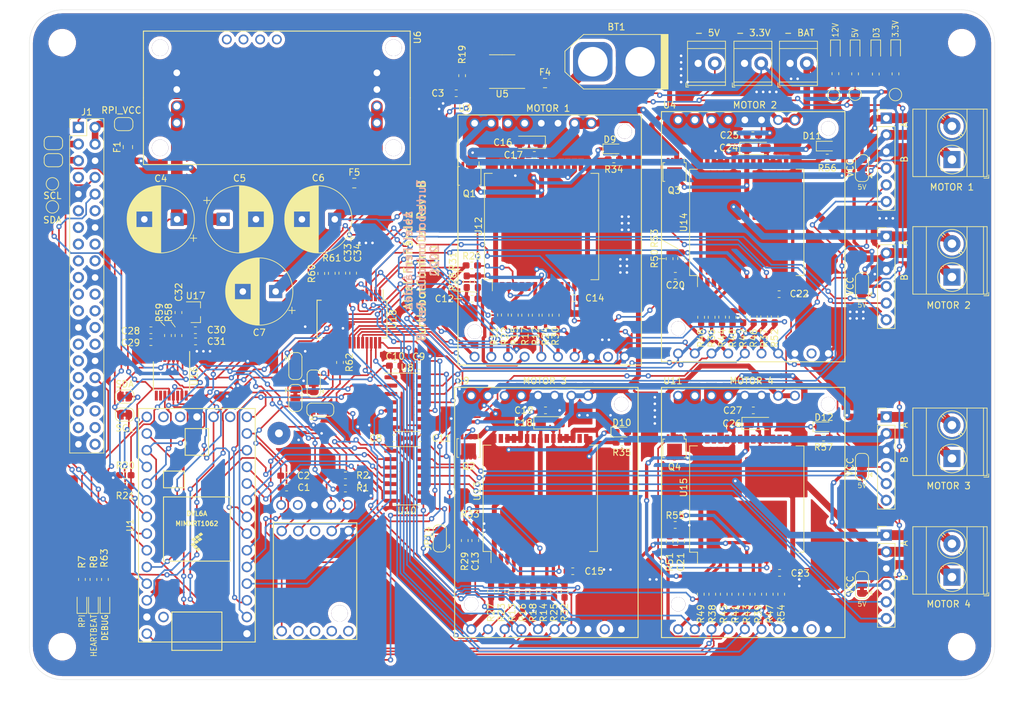
<source format=kicad_pcb>
(kicad_pcb (version 20171130) (host pcbnew 5.1.6)
  (layers (0 F.Cu signal) (31 B.Cu signal) (34 B.Paste user) (35 F.Paste user) (36 B.SilkS user) (37 F.SilkS user) (38 B.Mask user) (39 F.Mask user) (44 Edge.Cuts user))
  (net 0 "")
  (net 1 GND)
  (net 2 "Net-(BT1-Pad1)")
  (net 3 +3V3)
  (net 4 +12V)
  (net 5 +5V)
  (net 6 "Net-(D1-Pad2)")
  (net 7 "Net-(D2-Pad2)")
  (net 8 "Net-(D3-Pad2)")
  (net 9 "Net-(D4-Pad2)")
  (net 10 "Net-(D5-Pad2)")
  (net 11 "Net-(D6-Pad2)")
  (net 12 "Net-(F1-Pad2)")
  (net 13 "Net-(F4-Pad1)")
  (net 14 "Net-(F5-Pad2)")
  (net 15 RASPBERRY_3.3V)
  (net 16 "Net-(J1-Pad2)")
  (net 17 "Net-(J1-Pad3)")
  (net 18 "Net-(J1-Pad5)")
  (net 19 TEENSY_RX)
  (net 20 TEENSY_TX)
  (net 21 RASPBERRY_HEARTBEAT)
  (net 22 "Net-(JP1-Pad2)")
  (net 23 SDA_0)
  (net 24 "Net-(JP2-Pad2)")
  (net 25 SCL_0)
  (net 26 TEENSY_HEARTBEAT)
  (net 27 CURRENT_FAULT)
  (net 28 BAT_VOLTAGE)
  (net 29 CURRENT_OUT)
  (net 30 MPU_INTERRUPT)
  (net 31 MOTOR_1_CS)
  (net 32 MOTOR_3_CS)
  (net 33 "Net-(C16-Pad1)")
  (net 34 "Net-(C18-Pad1)")
  (net 35 MOTOR_2_CS)
  (net 36 MOTOR_4_CS)
  (net 37 "Net-(C24-Pad1)")
  (net 38 "Net-(C26-Pad1)")
  (net 39 ADC_VREF)
  (net 40 "Net-(D9-Pad2)")
  (net 41 MOTOR_1_A)
  (net 42 "Net-(D10-Pad2)")
  (net 43 MOTOR_3_A)
  (net 44 MOTOR_2_A)
  (net 45 "Net-(D11-Pad2)")
  (net 46 MOTOR_4_A)
  (net 47 "Net-(D12-Pad2)")
  (net 48 MOTOR_1_ENCODER_B_5V)
  (net 49 MOTOR_1_ENCODER_A_5V)
  (net 50 "Net-(J2-Pad4)")
  (net 51 MOTOR_1_B)
  (net 52 MOTOR_2_B)
  (net 53 "Net-(J3-Pad4)")
  (net 54 MOTOR_2_ENCODER_A_5V)
  (net 55 MOTOR_2_ENCODER_B_5V)
  (net 56 MOTOR_3_B)
  (net 57 "Net-(J7-Pad4)")
  (net 58 MOTOR_3_ENCODER_A_5V)
  (net 59 MOTOR_3_ENCODER_B_5V)
  (net 60 MOTOR_4_ENCODER_B_5V)
  (net 61 MOTOR_4_ENCODER_A_5V)
  (net 62 "Net-(J8-Pad4)")
  (net 63 MOTOR_4_B)
  (net 64 "Net-(JP10-Pad2)")
  (net 65 "Net-(JP11-Pad2)")
  (net 66 "Net-(JP12-Pad2)")
  (net 67 "Net-(JP13-Pad2)")
  (net 68 "Net-(Q1-Pad4)")
  (net 69 "Net-(Q2-Pad4)")
  (net 70 "Net-(Q3-Pad4)")
  (net 71 "Net-(Q4-Pad4)")
  (net 72 MOTOR_1_DIAGA)
  (net 73 "Net-(R11-Pad2)")
  (net 74 MOTOR_1_DIAGB)
  (net 75 "Net-(R13-Pad2)")
  (net 76 MOTOR_3_DIAGA)
  (net 77 MOTOR_3_DIAGB)
  (net 78 MOTOR_1_PWM)
  (net 79 "Net-(R15-Pad2)")
  (net 80 "Net-(R16-Pad2)")
  (net 81 MOTOR_3_PWM)
  (net 82 MOTOR_1_INA)
  (net 83 "Net-(R26-Pad2)")
  (net 84 MOTOR_3_INA)
  (net 85 "Net-(R27-Pad2)")
  (net 86 "Net-(R28-Pad2)")
  (net 87 "Net-(R29-Pad2)")
  (net 88 "Net-(R30-Pad2)")
  (net 89 MOTOR_1_INB)
  (net 90 "Net-(R32-Pad2)")
  (net 91 MOTOR_3_INB)
  (net 92 MOTOR_2_DIAGA)
  (net 93 "Net-(R36-Pad2)")
  (net 94 MOTOR_2_DIAGB)
  (net 95 "Net-(R38-Pad2)")
  (net 96 MOTOR_4_DIAGA)
  (net 97 MOTOR_4_DIAGB)
  (net 98 MOTOR_2_PWM)
  (net 99 "Net-(R40-Pad2)")
  (net 100 "Net-(R41-Pad2)")
  (net 101 MOTOR_4_PWM)
  (net 102 "Net-(R48-Pad2)")
  (net 103 MOTOR_2_INA)
  (net 104 MOTOR_4_INA)
  (net 105 "Net-(R49-Pad2)")
  (net 106 "Net-(R50-Pad2)")
  (net 107 "Net-(R51-Pad2)")
  (net 108 MOTOR_2_INB)
  (net 109 "Net-(R52-Pad2)")
  (net 110 MOTOR_4_INB)
  (net 111 "Net-(R54-Pad2)")
  (net 112 "Net-(R62-Pad1)")
  (net 113 MOTOR_4_ENCODER_B)
  (net 114 MOTOR_4_ENCODER_A)
  (net 115 MOTOR_3_ENCODER_B)
  (net 116 MOTOR_3_ENCODER_A)
  (net 117 MOTOR_2_ENCODER_B)
  (net 118 MOTOR_2_ENCODER_A)
  (net 119 MOTOR_1_ENCODER_B)
  (net 120 MOTOR_1_ENCODER_A)
  (net 121 "Net-(R37-Pad2)")
  (net 122 "Net-(R12-Pad2)")
  (net 123 "Net-(R14-Pad2)")
  (net 124 "Net-(R39-Pad2)")
  (net 125 "Net-(D13-Pad2)")
  (net 126 TEENSY_DEBUG)
  (net 127 "Net-(C11-Pad2)")
  (net 128 "Net-(J1-Pad7)")
  (net 129 "Net-(J1-Pad11)")
  (net 130 "Net-(J1-Pad12)")
  (net 131 "Net-(J1-Pad13)")
  (net 132 "Net-(J1-Pad15)")
  (net 133 "Net-(J1-Pad16)")
  (net 134 "Net-(J1-Pad18)")
  (net 135 TEENSY_MOSI)
  (net 136 TEENSY_MISO)
  (net 137 "Net-(J1-Pad22)")
  (net 138 TEENSY_SCK)
  (net 139 TEENSY_CS)
  (net 140 "Net-(J1-Pad26)")
  (net 141 "Net-(J1-Pad27)")
  (net 142 "Net-(J1-Pad28)")
  (net 143 "Net-(J1-Pad29)")
  (net 144 "Net-(J1-Pad31)")
  (net 145 "Net-(J1-Pad33)")
  (net 146 "Net-(J1-Pad35)")
  (net 147 "Net-(J1-Pad36)")
  (net 148 "Net-(J1-Pad37)")
  (net 149 "Net-(J1-Pad38)")
  (net 150 "Net-(J1-Pad40)")
  (net 151 "Net-(U1-Pad18)")
  (net 152 "Net-(U1-Pad19)")
  (net 153 "Net-(U1-Pad15)")
  (net 154 "Net-(U1-Pad34)")
  (net 155 "Net-(U2-Pad4)")
  (net 156 MOTOR_1_OUT)
  (net 157 MOTOR_2_OUT)
  (net 158 "Net-(U6-Pad7)")
  (net 159 5v_PG)
  (net 160 "Net-(U6-Pad5)")
  (net 161 "Net-(U8-Pad9)")
  (net 162 "Net-(U8-Pad6)")
  (net 163 MOTOR_3_OUT)
  (net 164 "Net-(U10-Pad6)")
  (net 165 "Net-(U10-Pad9)")
  (net 166 MOTOR_4_OUT)
  (net 167 "Net-(U12-Pad14)")
  (net 168 "Net-(U12-Pad17)")
  (net 169 "Net-(U12-Pad22)")
  (net 170 "Net-(U12-Pad24)")
  (net 171 "Net-(U12-Pad6)")
  (net 172 "Net-(U12-Pad2)")
  (net 173 "Net-(U12-Pad29)")
  (net 174 "Net-(U13-Pad14)")
  (net 175 "Net-(U13-Pad17)")
  (net 176 "Net-(U13-Pad22)")
  (net 177 "Net-(U13-Pad24)")
  (net 178 "Net-(U13-Pad6)")
  (net 179 "Net-(U13-Pad2)")
  (net 180 "Net-(U13-Pad29)")
  (net 181 "Net-(U14-Pad29)")
  (net 182 "Net-(U14-Pad2)")
  (net 183 "Net-(U14-Pad6)")
  (net 184 "Net-(U14-Pad24)")
  (net 185 "Net-(U14-Pad22)")
  (net 186 "Net-(U14-Pad17)")
  (net 187 "Net-(U14-Pad14)")
  (net 188 "Net-(U15-Pad29)")
  (net 189 "Net-(U15-Pad2)")
  (net 190 "Net-(U15-Pad6)")
  (net 191 "Net-(U15-Pad24)")
  (net 192 "Net-(U15-Pad22)")
  (net 193 "Net-(U15-Pad17)")
  (net 194 "Net-(U15-Pad14)")
  (net 195 "Net-(U16-Pad6)")
  (net 196 "Net-(U16-Pad7)")
  (net 197 "Net-(U16-Pad8)")
  (net 198 "Net-(U16-Pad9)")
  (net 199 "Net-(U16-Pad10)")
  (net 200 "Net-(U18-Pad11)")
  (net 201 "Net-(U18-Pad14)")
  (net 202 "Net-(U18-Pad19)")
  (net 203 "Net-(U18-Pad20)")
  (module Symbol:Symbol_HighVoltage_Type1_CopperTop_Big (layer F.Cu) (at 116.8 50.8)
    (fp_text reference REF** hide)
    (fp_text value Symbol_HighVoltage_Type1_CopperTop_Big)
    (fp_line (start -1.016 -1.016) (end -0.762 -0.381) (layer F.Cu) (width 0.381))
    (fp_line (start 0.508 -5.588) (end 0.381 -4.953) (layer F.Cu) (width 0.381))
    (fp_line (start 3.048 -5.461) (end 0.127 -3.175) (layer F.Cu) (width 0.381))
    (fp_line (start -1.524 6.477) (end -2.286 7.239) (layer F.Cu) (width 0.381))
    (fp_line (start -2.286 7.239) (end -1.905 6.35) (layer F.Cu) (width 0.381))
    (fp_line (start -1.905 6.35) (end -1.778 5.969) (layer F.Cu) (width 0.381))
    (fp_line (start -1.778 5.969) (end -1.905 6.096) (layer F.Cu) (width 0.381))
    (fp_line (start -1.905 6.096) (end -1.778 6.223) (layer F.Cu) (width 0.381))
    (fp_line (start 0.508 -5.08) (end -2.794 0.254) (layer F.Cu) (width 0.381))
    (fp_line (start -2.794 0.254) (end 0.381 -4.318) (layer F.Cu) (width 0.381))
    (fp_line (start 0.381 -4.318) (end -2.413 0.127) (layer F.Cu) (width 0.381))
    (fp_line (start -2.413 0.127) (end 0.254 -3.556) (layer F.Cu) (width 0.381))
    (fp_line (start 0.254 -3.556) (end -2.032 0.127) (layer F.Cu) (width 0.381))
    (fp_line (start -2.032 0.127) (end 2.667 -5.207) (layer F.Cu) (width 0.381))
    (fp_line (start 2.667 -5.207) (end -1.016 -1.524) (layer F.Cu) (width 0.381))
    (fp_line (start -1.016 -1.524) (end 1.524 -4.445) (layer F.Cu) (width 0.381))
    (fp_line (start 1.524 -4.445) (end -1.651 0.254) (layer F.Cu) (width 0.381))
    (fp_line (start -1.651 0.254) (end 2.032 0.127) (layer F.Cu) (width 0.381))
    (fp_line (start 2.032 0.127) (end 2.413 -0.381) (layer F.Cu) (width 0.381))
    (fp_line (start 2.413 -0.381) (end -1.016 -0.381) (layer F.Cu) (width 0.381))
    (fp_line (start -1.016 -0.381) (end -1.143 0) (layer F.Cu) (width 0.381))
    (fp_line (start -1.143 0) (end 1.905 -0.127) (layer F.Cu) (width 0.381))
    (fp_line (start 1.905 -0.127) (end -1.397 5.461) (layer F.Cu) (width 0.381))
    (fp_line (start -1.397 5.461) (end 1.397 0.127) (layer F.Cu) (width 0.381))
    (fp_line (start 1.397 0.127) (end 2.032 0.127) (layer F.Cu) (width 0.381))
    (fp_line (start 2.032 0.127) (end 0.762 2.159) (layer F.Cu) (width 0.381))
    (fp_line (start 0.889 -6.35) (end -3.175 0.381) (layer F.Cu) (width 0.381))
    (fp_line (start -3.175 0.381) (end 0.889 0.381) (layer F.Cu) (width 0.381))
    (fp_line (start 0.889 0.381) (end -2.159 6.477) (layer F.Cu) (width 0.381))
    (fp_line (start -2.159 6.477) (end -2.286 5.207) (layer F.Cu) (width 0.381))
    (fp_line (start -2.286 5.207) (end -2.413 7.874) (layer F.Cu) (width 0.381))
    (fp_line (start -2.413 7.874) (end -0.889 5.969) (layer F.Cu) (width 0.381))
    (fp_line (start -0.889 5.969) (end -1.905 6.35) (layer F.Cu) (width 0.381))
    (fp_line (start -1.905 6.35) (end 2.794 -0.508) (layer F.Cu) (width 0.381))
    (fp_line (start 2.794 -0.508) (end -0.762 -0.762) (layer F.Cu) (width 0.381))
    (fp_line (start -0.762 -0.762) (end 4.318 -6.858) (layer F.Cu) (width 0.381))
    (fp_line (start 4.318 -6.858) (end 0.381 -3.683) (layer F.Cu) (width 0.381))
    (fp_line (start 0.381 -3.683) (end 0.889 -6.35) (layer F.Cu) (width 0.381))
  )
  (module TurtlebotController:Pololu_MinIMU-9 (layer F.Cu) (at 113.42 110.63 180)
    (fp_text reference U2 hide)
    (fp_text value MinIMU-9_V5)
    (pad "" thru_hole circle (at -3.81 -17.78 180) (size 2.5 2.5) (drill 2.5) (layers *.Cu *.Mask))
    (pad 1 thru_hole circle (at -5.08 -1.27 180) (size 1.5 1.5) (drill 1.02) (layers *.Cu *.Mask) (net 25 SCL_0))
    (pad 2 thru_hole circle (at -2.54 -1.27 180) (size 1.5 1.5) (drill 1.02) (layers *.Cu *.Mask) (net 23 SDA_0))
    (pad 3 thru_hole circle (at 0 -1.27 180) (size 1.5 1.5) (drill 1.02) (layers *.Cu *.Mask) (net 1 GND))
    (pad 4 thru_hole circle (at 2.54 -1.27 180) (size 1.5 1.5) (drill 1.02) (layers *.Cu *.Mask) (net 155 "Net-(U2-Pad4)"))
    (pad 5 thru_hole circle (at 5.08 -1.27 180) (size 1.5 1.5) (drill 1.02) (layers *.Cu *.Mask) (net 3 +3V3))
  )
  (module TurtlebotController:Pololu_VNH5019_Carrier (layer F.Cu) (at 150.5 52.5 180)
    (fp_text reference U3 (at 14.2 1) (layer F.SilkS))
    (fp_text value VNH5019)
    (pad 10 thru_hole circle (at -10.16 -36.83 180) (size 1.524 1.524) (drill 1.02) (layers *.Cu *.Mask) (net 1 GND))
    (pad 9 thru_hole circle (at -7.62 -36.83 180) (size 1.524 1.524) (drill 1.02) (layers *.Cu *.Mask) (net 156 MOTOR_1_OUT))
    (pad 8 thru_hole circle (at -5.08 -36.83 180) (size 1.524 1.524) (drill 1.02) (layers *.Cu *.Mask) (net 1 GND))
    (pad 7 thru_hole circle (at -2.54 -36.83 180) (size 1.524 1.524) (drill 1.02) (layers *.Cu *.Mask) (net 3 +3V3))
    (pad 6 thru_hole circle (at 0 -36.83 180) (size 1.524 1.524) (drill 1.02) (layers *.Cu *.Mask) (net 89 MOTOR_1_INB))
    (pad 5 thru_hole circle (at 2.54 -36.83 180) (size 1.524 1.524) (drill 1.02) (layers *.Cu *.Mask) (net 74 MOTOR_1_DIAGB))
    (pad 4 thru_hole circle (at 5.08 -36.83 180) (size 1.524 1.524) (drill 1.02) (layers *.Cu *.Mask) (net 31 MOTOR_1_CS))
    (pad 3 thru_hole circle (at 7.62 -36.83 180) (size 1.524 1.524) (drill 1.02) (layers *.Cu *.Mask) (net 78 MOTOR_1_PWM))
    (pad 2 thru_hole circle (at 10.16 -36.83 180) (size 1.524 1.524) (drill 1.02) (layers *.Cu *.Mask) (net 72 MOTOR_1_DIAGA))
    (pad 1 thru_hole circle (at 12.7 -36.83 180) (size 1.524 1.524) (drill 1.02) (layers *.Cu *.Mask) (net 82 MOTOR_1_INA))
    (pad 14 thru_hole circle (at -5.08 -1.27 180) (size 1.524 1.524) (drill 1.02) (layers *.Cu *.Mask) (net 4 +12V))
    (pad 14 thru_hole circle (at -2.54 -1.27 180) (size 1.524 1.524) (drill 1.02) (layers *.Cu *.Mask) (net 4 +12V))
    (pad 13 thru_hole circle (at 0 -1.27 180) (size 1.524 1.524) (drill 1.02) (layers *.Cu *.Mask) (net 1 GND))
    (pad 13 thru_hole circle (at 2.54 -1.27 180) (size 1.524 1.524) (drill 1.02) (layers *.Cu *.Mask) (net 1 GND))
    (pad 12 thru_hole circle (at 5.08 -1.27 180) (size 1.524 1.524) (drill 1.02) (layers *.Cu *.Mask) (net 51 MOTOR_1_B))
    (pad 12 thru_hole circle (at 7.62 -1.27 270) (size 1.524 1.524) (drill 1.02) (layers *.Cu *.Mask) (net 51 MOTOR_1_B))
    (pad 11 thru_hole circle (at 10.16 -1.27 180) (size 1.524 1.524) (drill 1.02) (layers *.Cu *.Mask) (net 41 MOTOR_1_A))
    (pad 11 thru_hole circle (at 12.7 -1.27 180) (size 1.524 1.524) (drill 1.02) (layers *.Cu *.Mask) (net 41 MOTOR_1_A))
    (pad "" thru_hole circle (at 12.7 -33.02 180) (size 2.18 2.18) (drill 2.18) (layers *.Cu *.Mask))
    (pad "" thru_hole circle (at -10.16 -2.54 180) (size 2.18 2.18) (drill 2.18) (layers *.Cu *.Mask))
  )
  (module MountingHole:MountingHole_3.2mm_M3 (layer F.Cu) (at 212 133.5)
    (fp_text reference REF** hide)
    (fp_text value MountingHole_3.2mm_M3)
    (pad 1 np_thru_hole circle (at 0 0) (size 3.2 3.2) (drill 3.2) (layers *.Cu *.Mask))
  )
  (module MountingHole:MountingHole_3.2mm_M3 (layer F.Cu) (at 75 133.5)
    (fp_text reference REF** hide)
    (fp_text value MountingHole_3.2mm_M3)
    (pad 1 np_thru_hole circle (at 0 0) (size 3.2 3.2) (drill 3.2) (layers *.Cu *.Mask))
  )
  (module MountingHole:MountingHole_3.2mm_M3 (layer F.Cu) (at 212 41.5)
    (fp_text reference REF** hide)
    (fp_text value MountingHole_3.2mm_M3)
    (pad 1 np_thru_hole circle (at 0 0) (size 3.2 3.2) (drill 3.2) (layers *.Cu *.Mask))
  )
  (module MountingHole:MountingHole_3.2mm_M3 (layer F.Cu) (at 75 41.5)
    (fp_text reference REF** hide)
    (fp_text value MountingHole_3.2mm_M3)
    (pad 1 np_thru_hole circle (at 0 0) (size 3.2 3.2) (drill 3.2) (layers *.Cu *.Mask))
  )
  (module Resistor_SMD:R_0603_1608Metric_Pad1.05x0.95mm_HandSolder (layer F.Cu) (at 148.6 83 270)
    (fp_text reference R24 (at 3.2 0 90) (layer F.SilkS))
    (fp_text value 4.7k)
    (pad 1 smd roundrect (at -0.875 0 270) (size 1.05 0.95) (layers F.Cu F.Paste F.Mask) (net 122 "Net-(R12-Pad2)"))
    (pad 2 smd roundrect (at 0.875 0 270) (size 1.05 0.95) (layers F.Cu F.Paste F.Mask) (net 3 +3V3))
  )
  (module Resistor_SMD:R_0603_1608Metric_Pad1.05x0.95mm_HandSolder (layer F.Cu) (at 135.9 46.525 90)
    (fp_text reference R19 (at 3.225 0 90) (layer F.SilkS))
    (fp_text value 10K)
    (pad 1 smd roundrect (at -0.875 0 90) (size 1.05 0.95) (layers F.Cu F.Paste F.Mask) (net 3 +3V3))
    (pad 2 smd roundrect (at 0.875 0 90) (size 1.05 0.95) (layers F.Cu F.Paste F.Mask) (net 27 CURRENT_FAULT))
  )
  (module Resistor_SMD:R_0603_1608Metric_Pad1.05x0.95mm_HandSolder (layer F.Cu) (at 84.6 109)
    (fp_text reference R20 (at 0 -3.1) (layer F.SilkS))
    (fp_text value "270 Ohm")
    (pad 2 smd roundrect (at 0.875 0) (size 1.05 0.95) (layers F.Cu F.Paste F.Mask) (net 28 BAT_VOLTAGE))
    (pad 1 smd roundrect (at -0.875 0) (size 1.05 0.95) (layers F.Cu F.Paste F.Mask) (net 4 +12V))
  )
  (module Resistor_SMD:R_0603_1608Metric_Pad1.05x0.95mm_HandSolder (layer F.Cu) (at 84.6 107.375 180)
    (fp_text reference R21 (at 0 -3.125) (layer F.SilkS))
    (fp_text value "70 Ohm")
    (pad 1 smd roundrect (at -0.875 0 180) (size 1.05 0.95) (layers F.Cu F.Paste F.Mask) (net 28 BAT_VOLTAGE))
    (pad 2 smd roundrect (at 0.875 0 180) (size 1.05 0.95) (layers F.Cu F.Paste F.Mask) (net 1 GND))
  )
  (module TestPoint:TestPoint_Pad_D1.5mm (layer F.Cu) (at 201.9 49.4 180)
    (fp_text reference TP4 hide)
    (fp_text value 3.3V)
    (pad 1 smd circle (at 0 0 180) (size 1.5 1.5) (layers F.Cu F.Mask) (net 3 +3V3))
  )
  (module TestPoint:TestPoint_Pad_D1.5mm (layer F.Cu) (at 195.75 49.35 180)
    (fp_text reference TP5 hide)
    (fp_text value 5V)
    (pad 1 smd circle (at 0 0 180) (size 1.5 1.5) (layers F.Cu F.Mask) (net 5 +5V))
  )
  (module TestPoint:TestPoint_Pad_D1.5mm (layer F.Cu) (at 192.5 49.5 180)
    (fp_text reference TP6 hide)
    (fp_text value 12V)
    (pad 1 smd circle (at 0 0 180) (size 1.5 1.5) (layers F.Cu F.Mask) (net 4 +12V))
  )
  (module Jumper:SolderJumper-2_P1.3mm_Bridged_RoundedPad1.0x1.5mm (layer F.Cu) (at 84.5 95.4)
    (fp_text reference SDA (at 0 -1.9) (layer F.SilkS))
    (fp_text value SDA_TEENSY)
    (fp_poly (pts (xy 0.25 -0.3) (xy -0.25 -0.3) (xy -0.25 0.3) (xy 0.25 0.3)) (layer F.Cu) (width 0))
    (pad 2 smd custom (at 0.65 0) (size 1 0.5) (layers F.Cu F.Mask) (net 22 "Net-(JP1-Pad2)") (options (clearance outline) (anchor rect)) (primitives (gr_circle (center 0 0.25) (end 0.5 0.25) (width 0)) (gr_circle (center 0 -0.25) (end 0.5 -0.25) (width 0)) (gr_poly (pts (xy 0 -0.75) (xy -0.5 -0.75) (xy -0.5 0.75) (xy 0 0.75)) (width 0))))
    (pad 1 smd custom (at -0.65 0) (size 1 0.5) (layers F.Cu F.Mask) (net 23 SDA_0) (options (clearance outline) (anchor rect)) (primitives (gr_circle (center 0 0.25) (end 0.5 0.25) (width 0)) (gr_circle (center 0 -0.25) (end 0.5 -0.25) (width 0)) (gr_poly (pts (xy 0 -0.75) (xy 0.5 -0.75) (xy 0.5 0.75) (xy 0 0.75)) (width 0))))
  )
  (module Jumper:SolderJumper-2_P1.3mm_Bridged_RoundedPad1.0x1.5mm (layer F.Cu) (at 84.5 98.15)
    (fp_text reference SCL (at 0 2.05) (layer F.SilkS))
    (fp_text value SCL_TEENSY)
    (fp_poly (pts (xy 0.25 -0.3) (xy -0.25 -0.3) (xy -0.25 0.3) (xy 0.25 0.3)) (layer F.Cu) (width 0))
    (pad 2 smd custom (at 0.65 0) (size 1 0.5) (layers F.Cu F.Mask) (net 24 "Net-(JP2-Pad2)") (options (clearance outline) (anchor rect)) (primitives (gr_circle (center 0 0.25) (end 0.5 0.25) (width 0)) (gr_circle (center 0 -0.25) (end 0.5 -0.25) (width 0)) (gr_poly (pts (xy 0 -0.75) (xy -0.5 -0.75) (xy -0.5 0.75) (xy 0 0.75)) (width 0))))
    (pad 1 smd custom (at -0.65 0) (size 1 0.5) (layers F.Cu F.Mask) (net 25 SCL_0) (options (clearance outline) (anchor rect)) (primitives (gr_circle (center 0 0.25) (end 0.5 0.25) (width 0)) (gr_circle (center 0 -0.25) (end 0.5 -0.25) (width 0)) (gr_poly (pts (xy 0 -0.75) (xy 0.5 -0.75) (xy 0.5 0.75) (xy 0 0.75)) (width 0))))
  )
  (module Jumper:SolderJumper-2_P1.3mm_Bridged_RoundedPad1.0x1.5mm (layer F.Cu) (at 84.35 53.9)
    (fp_text reference RPI_VCC (at -0.35 -2.1) (layer F.SilkS))
    (fp_text value Jumper_NC_Small)
    (fp_poly (pts (xy 0.25 -0.3) (xy -0.25 -0.3) (xy -0.25 0.3) (xy 0.25 0.3)) (layer F.Cu) (width 0))
    (pad 1 smd custom (at -0.65 0) (size 1 0.5) (layers F.Cu F.Mask) (net 16 "Net-(J1-Pad2)") (options (clearance outline) (anchor rect)) (primitives (gr_circle (center 0 0.25) (end 0.5 0.25) (width 0)) (gr_circle (center 0 -0.25) (end 0.5 -0.25) (width 0)) (gr_poly (pts (xy 0 -0.75) (xy 0.5 -0.75) (xy 0.5 0.75) (xy 0 0.75)) (width 0))))
    (pad 2 smd custom (at 0.65 0) (size 1 0.5) (layers F.Cu F.Mask) (net 12 "Net-(F1-Pad2)") (options (clearance outline) (anchor rect)) (primitives (gr_circle (center 0 0.25) (end 0.5 0.25) (width 0)) (gr_circle (center 0 -0.25) (end 0.5 -0.25) (width 0)) (gr_poly (pts (xy 0 -0.75) (xy -0.5 -0.75) (xy -0.5 0.75) (xy 0 0.75)) (width 0))))
  )
  (module Jumper:SolderJumper-2_P1.3mm_Open_RoundedPad1.0x1.5mm (layer F.Cu) (at 73.65 56.8 180)
    (fp_text reference JP4 hide)
    (fp_text value RPI_SDA)
    (pad 1 smd custom (at -0.65 0 180) (size 1 0.5) (layers F.Cu F.Mask) (net 17 "Net-(J1-Pad3)") (options (clearance outline) (anchor rect)) (primitives (gr_circle (center 0 0.25) (end 0.5 0.25) (width 0)) (gr_circle (center 0 -0.25) (end 0.5 -0.25) (width 0)) (gr_poly (pts (xy 0 -0.75) (xy 0.5 -0.75) (xy 0.5 0.75) (xy 0 0.75)) (width 0))))
    (pad 2 smd custom (at 0.65 0 180) (size 1 0.5) (layers F.Cu F.Mask) (net 23 SDA_0) (options (clearance outline) (anchor rect)) (primitives (gr_circle (center 0 0.25) (end 0.5 0.25) (width 0)) (gr_circle (center 0 -0.25) (end 0.5 -0.25) (width 0)) (gr_poly (pts (xy 0 -0.75) (xy -0.5 -0.75) (xy -0.5 0.75) (xy 0 0.75)) (width 0))))
  )
  (module TerminalBlock_TE-Connectivity:TerminalBlock_TE_282834-2_1x02_P2.54mm_Horizontal (layer F.Cu) (at 178.91 44.65)
    (fp_text reference 3.3V hide)
    (fp_text value "3.3V _OUT")
    (pad 1 thru_hole rect (at 0 0) (size 2.1 2.1) (drill 1.1) (layers *.Cu *.Mask) (net 1 GND))
    (pad 2 thru_hole circle (at 2.54 0) (size 2.1 2.1) (drill 1.1) (layers *.Cu *.Mask) (net 3 +3V3))
  )
  (module TerminalBlock_TE-Connectivity:TerminalBlock_TE_282834-2_1x02_P2.54mm_Horizontal (layer F.Cu) (at 185.85 44.65)
    (fp_text reference BAT hide)
    (fp_text value 12V_OUT)
    (pad 1 thru_hole rect (at 0 0) (size 2.1 2.1) (drill 1.1) (layers *.Cu *.Mask) (net 1 GND))
    (pad 2 thru_hole circle (at 2.54 0) (size 2.1 2.1) (drill 1.1) (layers *.Cu *.Mask) (net 4 +12V))
  )
  (module Resistor_SMD:R_0603_1608Metric_Pad1.05x0.95mm_HandSolder (layer F.Cu) (at 195.75 46.25 270)
    (fp_text reference R4 hide)
    (fp_text value 150Ohm)
    (pad 2 smd roundrect (at 0.875 0 270) (size 1.05 0.95) (layers F.Cu F.Paste F.Mask) (net 5 +5V))
    (pad 1 smd roundrect (at -0.875 0 270) (size 1.05 0.95) (layers F.Cu F.Paste F.Mask) (net 7 "Net-(D2-Pad2)"))
  )
  (module Resistor_SMD:R_0603_1608Metric_Pad1.05x0.95mm_HandSolder (layer F.Cu) (at 198.9 46.275 270)
    (fp_text reference R5 hide)
    (fp_text value 65Ohm)
    (pad 2 smd roundrect (at 0.875 0 270) (size 1.05 0.95) (layers F.Cu F.Paste F.Mask) (net 15 RASPBERRY_3.3V))
    (pad 1 smd roundrect (at -0.875 0 270) (size 1.05 0.95) (layers F.Cu F.Paste F.Mask) (net 8 "Net-(D3-Pad2)"))
  )
  (module Resistor_SMD:R_0603_1608Metric_Pad1.05x0.95mm_HandSolder (layer F.Cu) (at 201.9 46.25 270)
    (fp_text reference R6 hide)
    (fp_text value 65Ohm)
    (pad 2 smd roundrect (at 0.875 0 270) (size 1.05 0.95) (layers F.Cu F.Paste F.Mask) (net 3 +3V3))
    (pad 1 smd roundrect (at -0.875 0 270) (size 1.05 0.95) (layers F.Cu F.Paste F.Mask) (net 9 "Net-(D4-Pad2)"))
  )
  (module Connector_PinHeader_2.54mm:PinHeader_2x20_P2.54mm_Vertical (layer F.Cu) (at 77.46 54.4)
    (fp_text reference J1 (at 1.27 -2.33) (layer F.SilkS))
    (fp_text value Raspberry_Pi_2_3)
    (pad 1 thru_hole rect (at 0 0) (size 1.7 1.7) (drill 1) (layers *.Cu *.Mask) (net 15 RASPBERRY_3.3V))
    (pad 2 thru_hole oval (at 2.54 0) (size 1.7 1.7) (drill 1) (layers *.Cu *.Mask) (net 16 "Net-(J1-Pad2)"))
    (pad 3 thru_hole oval (at 0 2.54) (size 1.7 1.7) (drill 1) (layers *.Cu *.Mask) (net 17 "Net-(J1-Pad3)"))
    (pad 4 thru_hole oval (at 2.54 2.54) (size 1.7 1.7) (drill 1) (layers *.Cu *.Mask) (net 16 "Net-(J1-Pad2)"))
    (pad 5 thru_hole oval (at 0 5.08) (size 1.7 1.7) (drill 1) (layers *.Cu *.Mask) (net 18 "Net-(J1-Pad5)"))
    (pad 6 thru_hole oval (at 2.54 5.08) (size 1.7 1.7) (drill 1) (layers *.Cu *.Mask) (net 1 GND))
    (pad 7 thru_hole oval (at 0 7.62) (size 1.7 1.7) (drill 1) (layers *.Cu *.Mask) (net 128 "Net-(J1-Pad7)"))
    (pad 8 thru_hole oval (at 2.54 7.62) (size 1.7 1.7) (drill 1) (layers *.Cu *.Mask) (net 19 TEENSY_RX))
    (pad 9 thru_hole oval (at 0 10.16) (size 1.7 1.7) (drill 1) (layers *.Cu *.Mask) (net 1 GND))
    (pad 10 thru_hole oval (at 2.54 10.16) (size 1.7 1.7) (drill 1) (layers *.Cu *.Mask) (net 20 TEENSY_TX))
    (pad 11 thru_hole oval (at 0 12.7) (size 1.7 1.7) (drill 1) (layers *.Cu *.Mask) (net 129 "Net-(J1-Pad11)"))
    (pad 12 thru_hole oval (at 2.54 12.7) (size 1.7 1.7) (drill 1) (layers *.Cu *.Mask) (net 130 "Net-(J1-Pad12)"))
    (pad 13 thru_hole oval (at 0 15.24) (size 1.7 1.7) (drill 1) (layers *.Cu *.Mask) (net 131 "Net-(J1-Pad13)"))
    (pad 14 thru_hole oval (at 2.54 15.24) (size 1.7 1.7) (drill 1) (layers *.Cu *.Mask) (net 1 GND))
    (pad 15 thru_hole oval (at 0 17.78) (size 1.7 1.7) (drill 1) (layers *.Cu *.Mask) (net 132 "Net-(J1-Pad15)"))
    (pad 16 thru_hole oval (at 2.54 17.78) (size 1.7 1.7) (drill 1) (layers *.Cu *.Mask) (net 133 "Net-(J1-Pad16)"))
    (pad 17 thru_hole oval (at 0 20.32) (size 1.7 1.7) (drill 1) (layers *.Cu *.Mask) (net 15 RASPBERRY_3.3V))
    (pad 18 thru_hole oval (at 2.54 20.32) (size 1.7 1.7) (drill 1) (layers *.Cu *.Mask) (net 134 "Net-(J1-Pad18)"))
    (pad 19 thru_hole oval (at 0 22.86) (size 1.7 1.7) (drill 1) (layers *.Cu *.Mask) (net 135 TEENSY_MOSI))
    (pad 20 thru_hole oval (at 2.54 22.86) (size 1.7 1.7) (drill 1) (layers *.Cu *.Mask) (net 1 GND))
    (pad 21 thru_hole oval (at 0 25.4) (size 1.7 1.7) (drill 1) (layers *.Cu *.Mask) (net 136 TEENSY_MISO))
    (pad 22 thru_hole oval (at 2.54 25.4) (size 1.7 1.7) (drill 1) (layers *.Cu *.Mask) (net 137 "Net-(J1-Pad22)"))
    (pad 23 thru_hole oval (at 0 27.94) (size 1.7 1.7) (drill 1) (layers *.Cu *.Mask) (net 138 TEENSY_SCK))
    (pad 24 thru_hole oval (at 2.54 27.94) (size 1.7 1.7) (drill 1) (layers *.Cu *.Mask) (net 139 TEENSY_CS))
    (pad 25 thru_hole oval (at 0 30.48) (size 1.7 1.7) (drill 1) (layers *.Cu *.Mask) (net 1 GND))
    (pad 26 thru_hole oval (at 2.54 30.48) (size 1.7 1.7) (drill 1) (layers *.Cu *.Mask) (net 140 "Net-(J1-Pad26)"))
    (pad 27 thru_hole oval (at 0 33.02) (size 1.7 1.7) (drill 1) (layers *.Cu *.Mask) (net 141 "Net-(J1-Pad27)"))
    (pad 28 thru_hole oval (at 2.54 33.02) (size 1.7 1.7) (drill 1) (layers *.Cu *.Mask) (net 142 "Net-(J1-Pad28)"))
    (pad 29 thru_hole oval (at 0 35.56) (size 1.7 1.7) (drill 1) (layers *.Cu *.Mask) (net 143 "Net-(J1-Pad29)"))
    (pad 30 thru_hole oval (at 2.54 35.56) (size 1.7 1.7) (drill 1) (layers *.Cu *.Mask) (net 1 GND))
    (pad 31 thru_hole oval (at 0 38.1) (size 1.7 1.7) (drill 1) (layers *.Cu *.Mask) (net 144 "Net-(J1-Pad31)"))
    (pad 32 thru_hole oval (at 2.54 38.1) (size 1.7 1.7) (drill 1) (layers *.Cu *.Mask) (net 21 RASPBERRY_HEARTBEAT))
    (pad 33 thru_hole oval (at 0 40.64) (size 1.7 1.7) (drill 1) (layers *.Cu *.Mask) (net 145 "Net-(J1-Pad33)"))
    (pad 34 thru_hole oval (at 2.54 40.64) (size 1.7 1.7) (drill 1) (layers *.Cu *.Mask) (net 1 GND))
    (pad 35 thru_hole oval (at 0 43.18) (size 1.7 1.7) (drill 1) (layers *.Cu *.Mask) (net 146 "Net-(J1-Pad35)"))
    (pad 36 thru_hole oval (at 2.54 43.18) (size 1.7 1.7) (drill 1) (layers *.Cu *.Mask) (net 147 "Net-(J1-Pad36)"))
    (pad 37 thru_hole oval (at 0 45.72) (size 1.7 1.7) (drill 1) (layers *.Cu *.Mask) (net 148 "Net-(J1-Pad37)"))
    (pad 38 thru_hole oval (at 2.54 45.72) (size 1.7 1.7) (drill 1) (layers *.Cu *.Mask) (net 149 "Net-(J1-Pad38)"))
    (pad 39 thru_hole oval (at 0 48.26) (size 1.7 1.7) (drill 1) (layers *.Cu *.Mask) (net 1 GND))
    (pad 40 thru_hole oval (at 2.54 48.26) (size 1.7 1.7) (drill 1) (layers *.Cu *.Mask) (net 150 "Net-(J1-Pad40)"))
  )
  (module TestPoint:TestPoint_Pad_D1.5mm (layer F.Cu) (at 73.5 66.5)
    (fp_text reference SDA (at 0 2) (layer F.SilkS))
    (fp_text value SDA_0)
    (pad 1 smd circle (at 0 0) (size 1.5 1.5) (layers F.Cu F.Mask) (net 23 SDA_0))
  )
  (module TestPoint:TestPoint_Pad_D1.5mm (layer F.Cu) (at 73.5 63)
    (fp_text reference SCL (at 0 1.8) (layer F.SilkS))
    (fp_text value SCL_0)
    (pad 1 smd circle (at 0 0) (size 1.5 1.5) (layers F.Cu F.Mask) (net 25 SCL_0))
  )
  (module teensy:Teensy40 (layer F.Cu) (at 95.5 115 90)
    (fp_text reference U1 (at 0 -10.16 90) (layer F.SilkS))
    (fp_text value Teensy4.0)
    (fp_text user MIMXRT1062 (at 0.254 0) (layer F.SilkS) (effects (font (size 0.7 0.7))))
    (fp_text user DVL6A (at 1.778 0) (layer F.SilkS) (effects (font (size 0.7 0.7))))
    (pad 17 thru_hole circle (at 16.51 0 90) (size 1.6 1.6) (drill 1.1) (layers *.Cu *.Mask) (net 1 GND))
    (pad 18 thru_hole circle (at 16.51 -2.54 90) (size 1.6 1.6) (drill 1.1) (layers *.Cu *.Mask) (net 151 "Net-(U1-Pad18)"))
    (pad 19 thru_hole circle (at 16.51 -5.08 90) (size 1.6 1.6) (drill 1.1) (layers *.Cu *.Mask) (net 152 "Net-(U1-Pad19)"))
    (pad 20 thru_hole circle (at 16.51 -7.62 90) (size 1.6 1.6) (drill 1.1) (layers *.Cu *.Mask) (net 26 TEENSY_HEARTBEAT))
    (pad 16 thru_hole circle (at 16.51 2.54 90) (size 1.6 1.6) (drill 1.1) (layers *.Cu *.Mask) (net 3 +3V3))
    (pad 15 thru_hole circle (at 16.51 5.08 90) (size 1.6 1.6) (drill 1.1) (layers *.Cu *.Mask) (net 153 "Net-(U1-Pad15)"))
    (pad 14 thru_hole circle (at 16.51 7.62 90) (size 1.6 1.6) (drill 1.1) (layers *.Cu *.Mask) (net 126 TEENSY_DEBUG))
    (pad 21 thru_hole circle (at 13.97 -7.62 90) (size 1.6 1.6) (drill 1.1) (layers *.Cu *.Mask) (net 36 MOTOR_4_CS))
    (pad 22 thru_hole circle (at 11.43 -7.62 90) (size 1.6 1.6) (drill 1.1) (layers *.Cu *.Mask) (net 32 MOTOR_3_CS))
    (pad 23 thru_hole circle (at 8.89 -7.62 90) (size 1.6 1.6) (drill 1.1) (layers *.Cu *.Mask) (net 35 MOTOR_2_CS))
    (pad 24 thru_hole circle (at 6.35 -7.62 90) (size 1.6 1.6) (drill 1.1) (layers *.Cu *.Mask) (net 31 MOTOR_1_CS))
    (pad 25 thru_hole circle (at 3.81 -7.62 90) (size 1.6 1.6) (drill 1.1) (layers *.Cu *.Mask) (net 22 "Net-(JP1-Pad2)"))
    (pad 26 thru_hole circle (at 1.27 -7.62 90) (size 1.6 1.6) (drill 1.1) (layers *.Cu *.Mask) (net 24 "Net-(JP2-Pad2)"))
    (pad 27 thru_hole circle (at -1.27 -7.62 90) (size 1.6 1.6) (drill 1.1) (layers *.Cu *.Mask) (net 20 TEENSY_TX))
    (pad 28 thru_hole circle (at -3.81 -7.62 90) (size 1.6 1.6) (drill 1.1) (layers *.Cu *.Mask) (net 19 TEENSY_RX))
    (pad 29 thru_hole circle (at -6.35 -7.62 90) (size 1.6 1.6) (drill 1.1) (layers *.Cu *.Mask) (net 29 CURRENT_OUT))
    (pad 30 thru_hole circle (at -8.89 -7.62 90) (size 1.6 1.6) (drill 1.1) (layers *.Cu *.Mask) (net 28 BAT_VOLTAGE))
    (pad 31 thru_hole circle (at -11.43 -7.62 90) (size 1.6 1.6) (drill 1.1) (layers *.Cu *.Mask) (net 3 +3V3))
    (pad 32 thru_hole circle (at -13.97 -7.62 90) (size 1.6 1.6) (drill 1.1) (layers *.Cu *.Mask) (net 1 GND))
    (pad 33 thru_hole circle (at -16.51 -7.62 90) (size 1.6 1.6) (drill 1.1) (layers *.Cu *.Mask) (net 5 +5V))
    (pad 34 thru_hole circle (at -13.97 -5.08 90) (size 1.6 1.6) (drill 1.1) (layers *.Cu *.Mask) (net 154 "Net-(U1-Pad34)"))
    (pad 13 thru_hole circle (at 13.97 7.62 90) (size 1.6 1.6) (drill 1.1) (layers *.Cu *.Mask) (net 30 MPU_INTERRUPT))
    (pad 12 thru_hole circle (at 11.43 7.62 90) (size 1.6 1.6) (drill 1.1) (layers *.Cu *.Mask) (net 101 MOTOR_4_PWM))
    (pad 11 thru_hole circle (at 8.89 7.62 90) (size 1.6 1.6) (drill 1.1) (layers *.Cu *.Mask) (net 81 MOTOR_3_PWM))
    (pad 10 thru_hole circle (at 6.35 7.62 90) (size 1.6 1.6) (drill 1.1) (layers *.Cu *.Mask) (net 98 MOTOR_2_PWM))
    (pad 9 thru_hole circle (at 3.81 7.62 90) (size 1.6 1.6) (drill 1.1) (layers *.Cu *.Mask) (net 114 MOTOR_4_ENCODER_A))
    (pad 8 thru_hole circle (at 1.27 7.62 90) (size 1.6 1.6) (drill 1.1) (layers *.Cu *.Mask) (net 78 MOTOR_1_PWM))
    (pad 7 thru_hole circle (at -1.27 7.62 90) (size 1.6 1.6) (drill 1.1) (layers *.Cu *.Mask) (net 115 MOTOR_3_ENCODER_B))
    (pad 6 thru_hole circle (at -3.81 7.62 90) (size 1.6 1.6) (drill 1.1) (layers *.Cu *.Mask) (net 116 MOTOR_3_ENCODER_A))
    (pad 5 thru_hole circle (at -6.35 7.62 90) (size 1.6 1.6) (drill 1.1) (layers *.Cu *.Mask) (net 117 MOTOR_2_ENCODER_B))
    (pad 4 thru_hole circle (at -8.89 7.62 90) (size 1.6 1.6) (drill 1.1) (layers *.Cu *.Mask) (net 118 MOTOR_2_ENCODER_A))
    (pad 3 thru_hole circle (at -11.43 7.62 90) (size 1.6 1.6) (drill 1.1) (layers *.Cu *.Mask) (net 119 MOTOR_1_ENCODER_B))
    (pad 2 thru_hole circle (at -13.97 7.62 90) (size 1.6 1.6) (drill 1.1) (layers *.Cu *.Mask) (net 120 MOTOR_1_ENCODER_A))
    (pad 1 thru_hole rect (at -16.51 7.62 90) (size 1.6 1.6) (drill 1.1) (layers *.Cu *.Mask) (net 1 GND))
  )
  (module TurtlebotController:Pololu_VNH5019_Carrier (layer F.Cu) (at 181.5 52 180)
    (fp_text reference U4 (at 14 1) (layer F.SilkS))
    (fp_text value VNH5019)
    (pad "" thru_hole circle (at -10.16 -2.54 180) (size 2.18 2.18) (drill 2.18) (layers *.Cu *.Mask))
    (pad "" thru_hole circle (at 12.7 -33.02 180) (size 2.18 2.18) (drill 2.18) (layers *.Cu *.Mask))
    (pad 11 thru_hole circle (at 12.7 -1.27 180) (size 1.524 1.524) (drill 1.02) (layers *.Cu *.Mask) (net 44 MOTOR_2_A))
    (pad 11 thru_hole circle (at 10.16 -1.27 180) (size 1.524 1.524) (drill 1.02) (layers *.Cu *.Mask) (net 44 MOTOR_2_A))
    (pad 12 thru_hole circle (at 7.62 -1.27 270) (size 1.524 1.524) (drill 1.02) (layers *.Cu *.Mask) (net 52 MOTOR_2_B))
    (pad 12 thru_hole circle (at 5.08 -1.27 180) (size 1.524 1.524) (drill 1.02) (layers *.Cu *.Mask) (net 52 MOTOR_2_B))
    (pad 13 thru_hole circle (at 2.54 -1.27 180) (size 1.524 1.524) (drill 1.02) (layers *.Cu *.Mask) (net 1 GND))
    (pad 13 thru_hole circle (at 0 -1.27 180) (size 1.524 1.524) (drill 1.02) (layers *.Cu *.Mask) (net 1 GND))
    (pad 14 thru_hole circle (at -2.54 -1.27 180) (size 1.524 1.524) (drill 1.02) (layers *.Cu *.Mask) (net 4 +12V))
    (pad 14 thru_hole circle (at -5.08 -1.27 180) (size 1.524 1.524) (drill 1.02) (layers *.Cu *.Mask) (net 4 +12V))
    (pad 1 thru_hole circle (at 12.7 -36.83 180) (size 1.524 1.524) (drill 1.02) (layers *.Cu *.Mask) (net 103 MOTOR_2_INA))
    (pad 2 thru_hole circle (at 10.16 -36.83 180) (size 1.524 1.524) (drill 1.02) (layers *.Cu *.Mask) (net 92 MOTOR_2_DIAGA))
    (pad 3 thru_hole circle (at 7.62 -36.83 180) (size 1.524 1.524) (drill 1.02) (layers *.Cu *.Mask) (net 98 MOTOR_2_PWM))
    (pad 4 thru_hole circle (at 5.08 -36.83 180) (size 1.524 1.524) (drill 1.02) (layers *.Cu *.Mask) (net 35 MOTOR_2_CS))
    (pad 5 thru_hole circle (at 2.54 -36.83 180) (size 1.524 1.524) (drill 1.02) (layers *.Cu *.Mask) (net 94 MOTOR_2_DIAGB))
    (pad 6 thru_hole circle (at 0 -36.83 180) (size 1.524 1.524) (drill 1.02) (layers *.Cu *.Mask) (net 108 MOTOR_2_INB))
    (pad 7 thru_hole circle (at -2.54 -36.83 180) (size 1.524 1.524) (drill 1.02) (layers *.Cu *.Mask) (net 3 +3V3))
    (pad 8 thru_hole circle (at -5.08 -36.83 180) (size 1.524 1.524) (drill 1.02) (layers *.Cu *.Mask) (net 1 GND))
    (pad 9 thru_hole circle (at -7.62 -36.83 180) (size 1.524 1.524) (drill 1.02) (layers *.Cu *.Mask) (net 157 MOTOR_2_OUT))
    (pad 10 thru_hole circle (at -10.16 -36.83 180) (size 1.524 1.524) (drill 1.02) (layers *.Cu *.Mask) (net 1 GND))
  )
  (module Package_SO:SOIC-8_3.9x4.9mm_P1.27mm (layer F.Cu) (at 142 45.9 180)
    (fp_text reference U5 (at 0 -3.4) (layer F.SilkS))
    (fp_text value ACS711xLCTR-25AB)
    (pad 1 smd roundrect (at -2.475 -1.905 180) (size 1.95 0.6) (layers F.Cu F.Paste F.Mask) (net 13 "Net-(F4-Pad1)"))
    (pad 2 smd roundrect (at -2.475 -0.635 180) (size 1.95 0.6) (layers F.Cu F.Paste F.Mask) (net 13 "Net-(F4-Pad1)"))
    (pad 3 smd roundrect (at -2.475 0.635 180) (size 1.95 0.6) (layers F.Cu F.Paste F.Mask) (net 4 +12V))
    (pad 4 smd roundrect (at -2.475 1.905 180) (size 1.95 0.6) (layers F.Cu F.Paste F.Mask) (net 4 +12V))
    (pad 5 smd roundrect (at 2.475 1.905 180) (size 1.95 0.6) (layers F.Cu F.Paste F.Mask) (net 1 GND))
    (pad 6 smd roundrect (at 2.475 0.635 180) (size 1.95 0.6) (layers F.Cu F.Paste F.Mask) (net 27 CURRENT_FAULT))
    (pad 7 smd roundrect (at 2.475 -0.635 180) (size 1.95 0.6) (layers F.Cu F.Paste F.Mask) (net 29 CURRENT_OUT))
    (pad 8 smd roundrect (at 2.475 -1.905 180) (size 1.95 0.6) (layers F.Cu F.Paste F.Mask) (net 3 +3V3))
  )
  (module TurtlebotController:Pololu_D24V90F5 (layer F.Cu) (at 128 49.9 90)
    (fp_text reference U6 (at 9.2 1.1 90) (layer F.SilkS))
    (fp_text value D24V90F5)
    (pad "" thru_hole circle (at -7.62 -2.54 90) (size 2.5 2.5) (drill 2.5) (layers *.Cu *.Mask))
    (pad 4 thru_hole circle (at -3.81 -35.56 90) (size 1.5 1.5) (drill 1.02) (layers *.Cu *.Mask) (net 4 +12V))
    (pad "" thru_hole circle (at 7.62 -2.54 90) (size 2.5 2.5) (drill 2.5) (layers *.Cu *.Mask))
    (pad "" thru_hole circle (at 7.62 -38.1 90) (size 2.5 2.5) (drill 2.5) (layers *.Cu *.Mask))
    (pad "" thru_hole circle (at -7.62 -38.1 90) (size 2.5 2.5) (drill 2.5) (layers *.Cu *.Mask))
    (pad 4 thru_hole circle (at -1.27 -35.56 90) (size 1.5 1.5) (drill 1.02) (layers *.Cu *.Mask) (net 4 +12V))
    (pad 3 thru_hole circle (at 1.27 -35.56 90) (size 1.5 1.5) (drill 1.02) (layers *.Cu *.Mask) (net 1 GND))
    (pad 3 thru_hole circle (at 3.81 -35.56 90) (size 1.5 1.5) (drill 1.02) (layers *.Cu *.Mask) (net 1 GND))
    (pad 2 thru_hole circle (at -3.81 -5.08 90) (size 1.5 1.5) (drill 1.02) (layers *.Cu *.Mask) (net 14 "Net-(F5-Pad2)"))
    (pad 2 thru_hole circle (at -1.27 -5.08 90) (size 1.5 1.5) (drill 1.02) (layers *.Cu *.Mask) (net 14 "Net-(F5-Pad2)"))
    (pad 1 thru_hole circle (at 1.27 -5.08 90) (size 1.5 1.5) (drill 1.02) (layers *.Cu *.Mask) (net 1 GND))
    (pad 1 thru_hole circle (at 3.81 -5.08 90) (size 1.5 1.5) (drill 1.02) (layers *.Cu *.Mask) (net 1 GND))
    (pad 8 thru_hole circle (at 8.89 -20.32 90) (size 1.5 1.5) (drill 1.02) (layers *.Cu *.Mask))
    (pad 7 thru_hole circle (at 8.89 -22.86 90) (size 1.5 1.5) (drill 1.02) (layers *.Cu *.Mask) (net 158 "Net-(U6-Pad7)"))
    (pad 6 thru_hole circle (at 8.89 -25.4 90) (size 1.5 1.5) (drill 1.02) (layers *.Cu *.Mask) (net 159 5v_PG))
    (pad 5 thru_hole circle (at 8.89 -27.94 90) (size 1.5 1.5) (drill 1.02) (layers *.Cu *.Mask) (net 160 "Net-(U6-Pad5)"))
  )
  (module Capacitor_THT:CP_Radial_D10.0mm_P5.00mm (layer F.Cu) (at 116.5 68.4 180)
    (fp_text reference C6 (at 2.5 6.3) (layer F.SilkS))
    (fp_text value 1000uF)
    (pad 1 thru_hole rect (at 0 0 180) (size 2 2) (drill 1) (layers *.Cu *.Mask) (net 5 +5V))
    (pad 2 thru_hole circle (at 5 0 180) (size 2 2) (drill 1) (layers *.Cu *.Mask) (net 1 GND))
  )
  (module LED_SMD:LED_0603_1608Metric_Pad1.05x0.95mm_HandSolder (layer F.Cu) (at 79.75 126.75 90)
    (fp_text reference HEARTBEAT (at -5.05 0.05 90) (layer F.SilkS) (effects (font (size 0.9 0.8) (thickness 0.12))))
    (fp_text value TEENSY_HEARTBEAT)
    (pad 2 smd roundrect (at 0.875 0 90) (size 1.05 0.95) (layers F.Cu F.Paste F.Mask) (net 11 "Net-(D6-Pad2)"))
    (pad 1 smd roundrect (at -0.875 0 90) (size 1.05 0.95) (layers F.Cu F.Paste F.Mask) (net 1 GND))
  )
  (module Connector_PinHeader_2.54mm:PinHeader_1x06_P2.54mm_Vertical (layer F.Cu) (at 200.5 53)
    (fp_text reference J2 hide)
    (fp_text value MOTOR_1)
    (pad 6 thru_hole oval (at 0 12.7) (size 1.7 1.7) (drill 1) (layers *.Cu *.Mask) (net 48 MOTOR_1_ENCODER_B_5V))
    (pad 5 thru_hole oval (at 0 10.16) (size 1.7 1.7) (drill 1) (layers *.Cu *.Mask) (net 49 MOTOR_1_ENCODER_A_5V))
    (pad 4 thru_hole oval (at 0 7.62) (size 1.7 1.7) (drill 1) (layers *.Cu *.Mask) (net 50 "Net-(J2-Pad4)"))
    (pad 3 thru_hole oval (at 0 5.08) (size 1.7 1.7) (drill 1) (layers *.Cu *.Mask) (net 1 GND))
    (pad 2 thru_hole oval (at 0 2.54) (size 1.7 1.7) (drill 1) (layers *.Cu *.Mask) (net 51 MOTOR_1_B))
    (pad 1 thru_hole rect (at 0 0) (size 1.7 1.7) (drill 1) (layers *.Cu *.Mask) (net 41 MOTOR_1_A))
  )
  (module LED_SMD:LED_0603_1608Metric_Pad1.05x0.95mm_HandSolder (layer F.Cu) (at 201.925 42.725 270)
    (fp_text reference 3.3V (at -3.325 0.025 90) (layer F.SilkS) (effects (font (size 0.9 0.8) (thickness 0.12))))
    (fp_text value 3.3V_OK)
    (pad 1 smd roundrect (at -0.875 0 270) (size 1.05 0.95) (layers F.Cu F.Paste F.Mask) (net 1 GND))
    (pad 2 smd roundrect (at 0.875 0 270) (size 1.05 0.95) (layers F.Cu F.Paste F.Mask) (net 9 "Net-(D4-Pad2)"))
  )
  (module Fuse:Fuse_0805_2012Metric_Pad1.15x1.40mm_HandSolder (layer F.Cu) (at 119.475 62.9)
    (fp_text reference F5 (at 0 -1.65) (layer F.SilkS))
    (fp_text value Fuse)
    (pad 2 smd roundrect (at 1.025 0) (size 1.15 1.4) (layers F.Cu F.Paste F.Mask) (roundrect_rratio 0.217391) (net 14 "Net-(F5-Pad2)"))
    (pad 1 smd roundrect (at -1.025 0) (size 1.15 1.4) (layers F.Cu F.Paste F.Mask) (roundrect_rratio 0.217391) (net 5 +5V))
  )
  (module Capacitor_SMD:C_0603_1608Metric_Pad1.05x0.95mm_HandSolder (layer F.Cu) (at 135 49.2)
    (fp_text reference C3 (at -2.8 0) (layer F.SilkS))
    (fp_text value 0.1uF)
    (pad 1 smd roundrect (at -0.875 0) (size 1.05 0.95) (layers F.Cu F.Paste F.Mask) (net 1 GND))
    (pad 2 smd roundrect (at 0.875 0) (size 1.05 0.95) (layers F.Cu F.Paste F.Mask) (net 3 +3V3))
  )
  (module Capacitor_THT:CP_Radial_D10.0mm_P5.00mm (layer F.Cu) (at 107.5 79.4 180)
    (fp_text reference C7 (at 2.5 -6.25) (layer F.SilkS))
    (fp_text value 1000uF)
    (pad 2 thru_hole circle (at 5 0 180) (size 2 2) (drill 1) (layers *.Cu *.Mask) (net 1 GND))
    (pad 1 thru_hole rect (at 0 0 180) (size 2 2) (drill 1) (layers *.Cu *.Mask) (net 5 +5V))
  )
  (module Capacitor_THT:CP_Radial_D10.0mm_P5.00mm (layer F.Cu) (at 92.5 68.4 180)
    (fp_text reference C4 (at 2.5 6.2) (layer F.SilkS))
    (fp_text value 1000uF)
    (pad 1 thru_hole rect (at 0 0 180) (size 2 2) (drill 1) (layers *.Cu *.Mask) (net 4 +12V))
    (pad 2 thru_hole circle (at 5 0 180) (size 2 2) (drill 1) (layers *.Cu *.Mask) (net 1 GND))
  )
  (module LED_SMD:LED_0603_1608Metric_Pad1.05x0.95mm_HandSolder (layer F.Cu) (at 198.9 42.75 270)
    (fp_text reference D3 (at -2.75 -0.1 90) (layer F.SilkS) (effects (font (size 0.9 0.8) (thickness 0.12))))
    (fp_text value RASPI_3.3V_OK)
    (pad 1 smd roundrect (at -0.875 0 270) (size 1.05 0.95) (layers F.Cu F.Paste F.Mask) (net 1 GND))
    (pad 2 smd roundrect (at 0.875 0 270) (size 1.05 0.95) (layers F.Cu F.Paste F.Mask) (net 8 "Net-(D3-Pad2)"))
  )
  (module Capacitor_THT:CP_Radial_D10.0mm_P5.00mm (layer F.Cu) (at 99.5 68.4)
    (fp_text reference C5 (at 2.5 -6.25) (layer F.SilkS))
    (fp_text value 1000uF)
    (pad 2 thru_hole circle (at 5 0) (size 2 2) (drill 1) (layers *.Cu *.Mask) (net 1 GND))
    (pad 1 thru_hole rect (at 0 0) (size 2 2) (drill 1) (layers *.Cu *.Mask) (net 4 +12V))
  )
  (module Fuse:Fuse_0805_2012Metric_Pad1.15x1.40mm_HandSolder (layer F.Cu) (at 148.525 47.65)
    (fp_text reference F4 (at 0 -1.65) (layer F.SilkS))
    (fp_text value Fuse)
    (pad 2 smd roundrect (at 1.025 0) (size 1.15 1.4) (layers F.Cu F.Paste F.Mask) (roundrect_rratio 0.217391) (net 2 "Net-(BT1-Pad1)"))
    (pad 1 smd roundrect (at -1.025 0) (size 1.15 1.4) (layers F.Cu F.Paste F.Mask) (roundrect_rratio 0.217391) (net 13 "Net-(F4-Pad1)"))
  )
  (module Capacitor_SMD:C_0603_1608Metric_Pad1.05x0.95mm_HandSolder (layer F.Cu) (at 109.15 107.45)
    (fp_text reference C2 (at 2.6 0) (layer F.SilkS))
    (fp_text value 10uF)
    (pad 1 smd roundrect (at -0.875 0) (size 1.05 0.95) (layers F.Cu F.Paste F.Mask) (net 3 +3V3))
    (pad 2 smd roundrect (at 0.875 0) (size 1.05 0.95) (layers F.Cu F.Paste F.Mask) (net 1 GND))
  )
  (module Capacitor_SMD:C_0603_1608Metric_Pad1.05x0.95mm_HandSolder (layer F.Cu) (at 109.175 109.25)
    (fp_text reference C1 (at 2.625 0) (layer F.SilkS))
    (fp_text value 0.1uF)
    (pad 2 smd roundrect (at 0.875 0) (size 1.05 0.95) (layers F.Cu F.Paste F.Mask) (net 1 GND))
    (pad 1 smd roundrect (at -0.875 0) (size 1.05 0.95) (layers F.Cu F.Paste F.Mask) (net 3 +3V3))
  )
  (module Fuse:Fuse_0805_2012Metric_Pad1.15x1.40mm_HandSolder (layer F.Cu) (at 85 57.4 90)
    (fp_text reference F1 (at 0 -1.65 90) (layer F.SilkS))
    (fp_text value Fuse)
    (pad 1 smd roundrect (at -1.025 0 90) (size 1.15 1.4) (layers F.Cu F.Paste F.Mask) (roundrect_rratio 0.217391) (net 5 +5V))
    (pad 2 smd roundrect (at 1.025 0 90) (size 1.15 1.4) (layers F.Cu F.Paste F.Mask) (roundrect_rratio 0.217391) (net 12 "Net-(F1-Pad2)"))
  )
  (module TerminalBlock_TE-Connectivity:TerminalBlock_TE_282834-2_1x02_P2.54mm_Horizontal (layer F.Cu) (at 171.85 44.65)
    (fp_text reference 5V hide)
    (fp_text value 5V_OUT)
    (pad 2 thru_hole circle (at 2.54 0) (size 2.1 2.1) (drill 1.1) (layers *.Cu *.Mask) (net 5 +5V))
    (pad 1 thru_hole rect (at 0 0) (size 2.1 2.1) (drill 1.1) (layers *.Cu *.Mask) (net 1 GND))
  )
  (module Connector_AMASS:AMASS_XT60-F_1x02_P7.20mm_Vertical (layer F.Cu) (at 155.8 44.4)
    (fp_text reference BT1 (at 3.6 -5.3 180) (layer F.SilkS))
    (fp_text value Battery)
    (pad 2 thru_hole circle (at 7.2 0) (size 6 6) (drill 4.5) (layers *.Cu *.Mask) (net 1 GND))
    (pad 1 thru_hole roundrect (at 0 0) (size 6 6) (drill 4.5) (layers *.Cu *.Mask) (net 2 "Net-(BT1-Pad1)"))
  )
  (module TurtlebotController:UltimateSensorFusion_MPU9250 (layer F.Cu) (at 113.5 123.5 270)
    (fp_text reference U7 hide)
    (fp_text value UltimateSensorFusion_MPU9250_PeskyProducts)
    (pad 1 thru_hole circle (at -7.62 -5.08) (size 1.6 1.6) (drill 1.1) (layers *.Cu *.Mask) (net 1 GND))
    (pad 2 thru_hole circle (at -7.62 -2.54) (size 1.6 1.6) (drill 1.1) (layers *.Cu *.Mask) (net 3 +3V3))
    (pad "" thru_hole circle (at -7.62 0) (size 1.6 1.6) (drill 1.1) (layers *.Cu *.Mask))
    (pad 4 thru_hole circle (at -7.62 2.54) (size 1.6 1.6) (drill 1.1) (layers *.Cu *.Mask) (net 25 SCL_0))
    (pad 5 thru_hole circle (at -7.62 5.08) (size 1.6 1.6) (drill 1.1) (layers *.Cu *.Mask) (net 23 SDA_0))
    (pad "" thru_hole circle (at 7.62 -5.08) (size 1.6 1.6) (drill 1.1) (layers *.Cu *.Mask))
    (pad "" thru_hole circle (at 7.62 -2.54) (size 1.6 1.6) (drill 1.1) (layers *.Cu *.Mask))
    (pad "" thru_hole circle (at 7.62 0) (size 1.6 1.6) (drill 1.1) (layers *.Cu *.Mask))
    (pad "" thru_hole circle (at 7.62 2.54) (size 1.6 1.6) (drill 1.1) (layers *.Cu *.Mask))
    (pad 10 thru_hole circle (at 7.62 5.08) (size 1.6 1.6) (drill 1.1) (layers *.Cu *.Mask) (net 30 MPU_INTERRUPT))
  )
  (module Connector_PinHeader_2.54mm:PinHeader_1x06_P2.54mm_Vertical (layer F.Cu) (at 200.5 71)
    (fp_text reference J3 hide)
    (fp_text value MOTOR_2)
    (pad 1 thru_hole rect (at 0 0) (size 1.7 1.7) (drill 1) (layers *.Cu *.Mask) (net 44 MOTOR_2_A))
    (pad 2 thru_hole oval (at 0 2.54) (size 1.7 1.7) (drill 1) (layers *.Cu *.Mask) (net 52 MOTOR_2_B))
    (pad 3 thru_hole oval (at 0 5.08) (size 1.7 1.7) (drill 1) (layers *.Cu *.Mask) (net 1 GND))
    (pad 4 thru_hole oval (at 0 7.62) (size 1.7 1.7) (drill 1) (layers *.Cu *.Mask) (net 53 "Net-(J3-Pad4)"))
    (pad 5 thru_hole oval (at 0 10.16) (size 1.7 1.7) (drill 1) (layers *.Cu *.Mask) (net 54 MOTOR_2_ENCODER_A_5V))
    (pad 6 thru_hole oval (at 0 12.7) (size 1.7 1.7) (drill 1) (layers *.Cu *.Mask) (net 55 MOTOR_2_ENCODER_B_5V))
  )
  (module LED_SMD:LED_0603_1608Metric_Pad1.05x0.95mm_HandSolder (layer F.Cu) (at 78 126.75 90)
    (fp_text reference RPI (at -2.85 0 90) (layer F.SilkS) (effects (font (size 0.9 0.8) (thickness 0.12))))
    (fp_text value RASP_HEARTBEAT)
    (pad 2 smd roundrect (at 0.875 0 90) (size 1.05 0.95) (layers F.Cu F.Paste F.Mask) (net 10 "Net-(D5-Pad2)"))
    (pad 1 smd roundrect (at -0.875 0 90) (size 1.05 0.95) (layers F.Cu F.Paste F.Mask) (net 1 GND))
  )
  (module Jumper:SolderJumper-2_P1.3mm_Open_RoundedPad1.0x1.5mm (layer F.Cu) (at 73.65 59.4 180)
    (fp_text reference JP5 hide)
    (fp_text value RPI_SCL)
    (pad 2 smd custom (at 0.65 0 180) (size 1 0.5) (layers F.Cu F.Mask) (net 25 SCL_0) (options (clearance outline) (anchor rect)) (primitives (gr_circle (center 0 0.25) (end 0.5 0.25) (width 0)) (gr_circle (center 0 -0.25) (end 0.5 -0.25) (width 0)) (gr_poly (pts (xy 0 -0.75) (xy -0.5 -0.75) (xy -0.5 0.75) (xy 0 0.75)) (width 0))))
    (pad 1 smd custom (at -0.65 0 180) (size 1 0.5) (layers F.Cu F.Mask) (net 18 "Net-(J1-Pad5)") (options (clearance outline) (anchor rect)) (primitives (gr_circle (center 0 0.25) (end 0.5 0.25) (width 0)) (gr_circle (center 0 -0.25) (end 0.5 -0.25) (width 0)) (gr_poly (pts (xy 0 -0.75) (xy 0.5 -0.75) (xy 0.5 0.75) (xy 0 0.75)) (width 0))))
  )
  (module Resistor_SMD:R_0603_1608Metric_Pad1.05x0.95mm_HandSolder (layer F.Cu) (at 118.125 107.4)
    (fp_text reference R2 (at 2.625 0) (layer F.SilkS))
    (fp_text value 4.7k)
    (pad 1 smd roundrect (at -0.875 0) (size 1.05 0.95) (layers F.Cu F.Paste F.Mask) (net 23 SDA_0))
    (pad 2 smd roundrect (at 0.875 0) (size 1.05 0.95) (layers F.Cu F.Paste F.Mask) (net 3 +3V3))
  )
  (module Resistor_SMD:R_0603_1608Metric_Pad1.05x0.95mm_HandSolder (layer F.Cu) (at 192.75 46.225 270)
    (fp_text reference R3 hide)
    (fp_text value 560Ohm)
    (pad 1 smd roundrect (at -0.875 0 270) (size 1.05 0.95) (layers F.Cu F.Paste F.Mask) (net 6 "Net-(D1-Pad2)"))
    (pad 2 smd roundrect (at 0.875 0 270) (size 1.05 0.95) (layers F.Cu F.Paste F.Mask) (net 4 +12V))
  )
  (module Resistor_SMD:R_0603_1608Metric_Pad1.05x0.95mm_HandSolder (layer F.Cu) (at 118.125 109.4 180)
    (fp_text reference R1 (at -2.625 0.1) (layer F.SilkS))
    (fp_text value 4.7k)
    (pad 2 smd roundrect (at 0.875 0 180) (size 1.05 0.95) (layers F.Cu F.Paste F.Mask) (net 25 SCL_0))
    (pad 1 smd roundrect (at -0.875 0 180) (size 1.05 0.95) (layers F.Cu F.Paste F.Mask) (net 3 +3V3))
  )
  (module Resistor_SMD:R_0603_1608Metric_Pad1.05x0.95mm_HandSolder (layer F.Cu) (at 78 123.25 90)
    (fp_text reference R7 (at 2.65 0 90) (layer F.SilkS))
    (fp_text value 65Ohm)
    (pad 1 smd roundrect (at -0.875 0 90) (size 1.05 0.95) (layers F.Cu F.Paste F.Mask) (net 10 "Net-(D5-Pad2)"))
    (pad 2 smd roundrect (at 0.875 0 90) (size 1.05 0.95) (layers F.Cu F.Paste F.Mask) (net 21 RASPBERRY_HEARTBEAT))
  )
  (module Resistor_SMD:R_0603_1608Metric_Pad1.05x0.95mm_HandSolder (layer F.Cu) (at 79.75 123.25 90)
    (fp_text reference R8 (at 2.65 0.05 90) (layer F.SilkS))
    (fp_text value 65Ohm)
    (pad 2 smd roundrect (at 0.875 0 90) (size 1.05 0.95) (layers F.Cu F.Paste F.Mask) (net 26 TEENSY_HEARTBEAT))
    (pad 1 smd roundrect (at -0.875 0 90) (size 1.05 0.95) (layers F.Cu F.Paste F.Mask) (net 11 "Net-(D6-Pad2)"))
  )
  (module LED_SMD:LED_0603_1608Metric_Pad1.05x0.95mm_HandSolder (layer F.Cu) (at 192.75 42.75 270)
    (fp_text reference 12V (at -3.15 0 90) (layer F.SilkS) (effects (font (size 0.9 0.8) (thickness 0.12))))
    (fp_text value 12V_OK)
    (pad 2 smd roundrect (at 0.875 0 270) (size 1.05 0.95) (layers F.Cu F.Paste F.Mask) (net 6 "Net-(D1-Pad2)"))
    (pad 1 smd roundrect (at -0.875 0 270) (size 1.05 0.95) (layers F.Cu F.Paste F.Mask) (net 1 GND))
  )
  (module LED_SMD:LED_0603_1608Metric_Pad1.05x0.95mm_HandSolder (layer F.Cu) (at 195.75 42.75 270)
    (fp_text reference 5V (at -2.75 0 90) (layer F.SilkS) (effects (font (size 0.9 0.8) (thickness 0.12))))
    (fp_text value 5V_OK)
    (pad 1 smd roundrect (at -0.875 0 270) (size 1.05 0.95) (layers F.Cu F.Paste F.Mask) (net 1 GND))
    (pad 2 smd roundrect (at 0.875 0 270) (size 1.05 0.95) (layers F.Cu F.Paste F.Mask) (net 7 "Net-(D2-Pad2)"))
  )
  (module Capacitor_SMD:C_0603_1608Metric_Pad1.05x0.95mm_HandSolder (layer F.Cu) (at 125.5 101.75)
    (fp_text reference C8 (at -2.75 0) (layer F.SilkS))
    (fp_text value 0.1uF)
    (pad 2 smd roundrect (at 0.875 0) (size 1.05 0.95) (layers F.Cu F.Paste F.Mask) (net 1 GND))
    (pad 1 smd roundrect (at -0.875 0) (size 1.05 0.95) (layers F.Cu F.Paste F.Mask) (net 3 +3V3))
  )
  (module Capacitor_SMD:C_0603_1608Metric_Pad1.05x0.95mm_HandSolder (layer F.Cu) (at 129.3 90.75)
    (fp_text reference C9 (at 0 -1.43) (layer F.SilkS))
    (fp_text value 0.1uF)
    (pad 1 smd roundrect (at -0.875 0) (size 1.05 0.95) (layers F.Cu F.Paste F.Mask) (net 1 GND))
    (pad 2 smd roundrect (at 0.875 0) (size 1.05 0.95) (layers F.Cu F.Paste F.Mask) (net 127 "Net-(C11-Pad2)"))
  )
  (module Capacitor_SMD:C_0603_1608Metric_Pad1.05x0.95mm_HandSolder (layer F.Cu) (at 125.7 90.7)
    (fp_text reference C10 (at 0 -1.43) (layer F.SilkS))
    (fp_text value 0.1uF)
    (pad 2 smd roundrect (at 0.875 0) (size 1.05 0.95) (layers F.Cu F.Paste F.Mask) (net 1 GND))
    (pad 1 smd roundrect (at -0.875 0) (size 1.05 0.95) (layers F.Cu F.Paste F.Mask) (net 3 +3V3))
  )
  (module Capacitor_SMD:C_0603_1608Metric_Pad1.05x0.95mm_HandSolder (layer F.Cu) (at 129.5 101.75)
    (fp_text reference C11 (at 3.25 0) (layer F.SilkS))
    (fp_text value 0.1uF)
    (pad 1 smd roundrect (at -0.875 0) (size 1.05 0.95) (layers F.Cu F.Paste F.Mask) (net 1 GND))
    (pad 2 smd roundrect (at 0.875 0) (size 1.05 0.95) (layers F.Cu F.Paste F.Mask) (net 127 "Net-(C11-Pad2)"))
  )
  (module Capacitor_SMD:C_0603_1608Metric_Pad1.05x0.95mm_HandSolder (layer F.Cu) (at 137.425 80.5)
    (fp_text reference C12 (at -4.225 0) (layer F.SilkS))
    (fp_text value 33nF)
    (pad 2 smd roundrect (at 0.875 0) (size 1.05 0.95) (layers F.Cu F.Paste F.Mask) (net 31 MOTOR_1_CS))
    (pad 1 smd roundrect (at -0.875 0) (size 1.05 0.95) (layers F.Cu F.Paste F.Mask) (net 1 GND))
  )
  (module Capacitor_SMD:C_0603_1608Metric_Pad1.05x0.95mm_HandSolder (layer F.Cu) (at 137.9 117.325 270)
    (fp_text reference C13 (at 3.175 0 90) (layer F.SilkS))
    (fp_text value 33nF)
    (pad 2 smd roundrect (at 0.875 0 270) (size 1.05 0.95) (layers F.Cu F.Paste F.Mask) (net 32 MOTOR_3_CS))
    (pad 1 smd roundrect (at -0.875 0 270) (size 1.05 0.95) (layers F.Cu F.Paste F.Mask) (net 1 GND))
  )
  (module Capacitor_SMD:C_0603_1608Metric_Pad1.05x0.95mm_HandSolder (layer F.Cu) (at 152.9 80.4)
    (fp_text reference C14 (at 3.2 0) (layer F.SilkS))
    (fp_text value 0.1uF)
    (pad 2 smd roundrect (at 0.875 0) (size 1.05 0.95) (layers F.Cu F.Paste F.Mask) (net 1 GND))
    (pad 1 smd roundrect (at -0.875 0) (size 1.05 0.95) (layers F.Cu F.Paste F.Mask) (net 4 +12V))
  )
  (module Capacitor_SMD:C_0603_1608Metric_Pad1.05x0.95mm_HandSolder (layer F.Cu) (at 152.75 122)
    (fp_text reference C15 (at 3.25 0) (layer F.SilkS))
    (fp_text value 0.1uF)
    (pad 1 smd roundrect (at -0.875 0) (size 1.05 0.95) (layers F.Cu F.Paste F.Mask) (net 4 +12V))
    (pad 2 smd roundrect (at 0.875 0) (size 1.05 0.95) (layers F.Cu F.Paste F.Mask) (net 1 GND))
  )
  (module Capacitor_SMD:C_0603_1608Metric_Pad1.05x0.95mm_HandSolder (layer F.Cu) (at 146.9 58.6)
    (fp_text reference C17 (at -3.2 0) (layer F.SilkS))
    (fp_text value 0.1uF)
    (pad 1 smd roundrect (at -0.875 0) (size 1.05 0.95) (layers F.Cu F.Paste F.Mask) (net 1 GND))
    (pad 2 smd roundrect (at 0.875 0) (size 1.05 0.95) (layers F.Cu F.Paste F.Mask) (net 33 "Net-(C16-Pad1)"))
  )
  (module Capacitor_SMD:C_0603_1608Metric_Pad1.05x0.95mm_HandSolder (layer F.Cu) (at 148.6 97.5 180)
    (fp_text reference C19 (at 3.3 0) (layer F.SilkS))
    (fp_text value 0.1uF)
    (pad 1 smd roundrect (at -0.875 0 180) (size 1.05 0.95) (layers F.Cu F.Paste F.Mask) (net 1 GND))
    (pad 2 smd roundrect (at 0.875 0 180) (size 1.05 0.95) (layers F.Cu F.Paste F.Mask) (net 34 "Net-(C18-Pad1)"))
  )
  (module Capacitor_SMD:C_0603_1608Metric_Pad1.05x0.95mm_HandSolder (layer F.Cu) (at 168.375 77 180)
    (fp_text reference C20 (at 0 -1.43) (layer F.SilkS))
    (fp_text value 33nF)
    (pad 1 smd roundrect (at -0.875 0 180) (size 1.05 0.95) (layers F.Cu F.Paste F.Mask) (net 1 GND))
    (pad 2 smd roundrect (at 0.875 0 180) (size 1.05 0.95) (layers F.Cu F.Paste F.Mask) (net 35 MOTOR_2_CS))
  )
  (module Capacitor_SMD:C_0603_1608Metric_Pad1.05x0.95mm_HandSolder (layer F.Cu) (at 169.25 117.5 270)
    (fp_text reference C21 (at 3.1 0.05 90) (layer F.SilkS))
    (fp_text value 33nF)
    (pad 2 smd roundrect (at 0.875 0 270) (size 1.05 0.95) (layers F.Cu F.Paste F.Mask) (net 36 MOTOR_4_CS))
    (pad 1 smd roundrect (at -0.875 0 270) (size 1.05 0.95) (layers F.Cu F.Paste F.Mask) (net 1 GND))
  )
  (module Capacitor_SMD:C_0603_1608Metric_Pad1.05x0.95mm_HandSolder (layer F.Cu) (at 184.175 79.8)
    (fp_text reference C22 (at 3.075 -0.05) (layer F.SilkS))
    (fp_text value 0.1uF)
    (pad 2 smd roundrect (at 0.875 0) (size 1.05 0.95) (layers F.Cu F.Paste F.Mask) (net 1 GND))
    (pad 1 smd roundrect (at -0.875 0) (size 1.05 0.95) (layers F.Cu F.Paste F.Mask) (net 4 +12V))
  )
  (module Capacitor_SMD:C_0603_1608Metric_Pad1.05x0.95mm_HandSolder (layer F.Cu) (at 184.25 122.25)
    (fp_text reference C23 (at 3.15 0.05) (layer F.SilkS))
    (fp_text value 0.1uF)
    (pad 1 smd roundrect (at -0.875 0) (size 1.05 0.95) (layers F.Cu F.Paste F.Mask) (net 4 +12V))
    (pad 2 smd roundrect (at 0.875 0) (size 1.05 0.95) (layers F.Cu F.Paste F.Mask) (net 1 GND))
  )
  (module Capacitor_SMD:C_0603_1608Metric_Pad1.05x0.95mm_HandSolder (layer F.Cu) (at 180.175 55.6 180)
    (fp_text reference C25 (at 3.575 0) (layer F.SilkS))
    (fp_text value 0.1uF)
    (pad 2 smd roundrect (at 0.875 0 180) (size 1.05 0.95) (layers F.Cu F.Paste F.Mask) (net 37 "Net-(C24-Pad1)"))
    (pad 1 smd roundrect (at -0.875 0 180) (size 1.05 0.95) (layers F.Cu F.Paste F.Mask) (net 1 GND))
  )
  (module Capacitor_SMD:C_0603_1608Metric_Pad1.05x0.95mm_HandSolder (layer F.Cu) (at 180.25 97.5 180)
    (fp_text reference C27 (at 3.15 0) (layer F.SilkS))
    (fp_text value 0.1uF)
    (pad 2 smd roundrect (at 0.875 0 180) (size 1.05 0.95) (layers F.Cu F.Paste F.Mask) (net 38 "Net-(C26-Pad1)"))
    (pad 1 smd roundrect (at -0.875 0 180) (size 1.05 0.95) (layers F.Cu F.Paste F.Mask) (net 1 GND))
  )
  (module Capacitor_SMD:C_0603_1608Metric_Pad1.05x0.95mm_HandSolder (layer F.Cu) (at 88.5 85.3 180)
    (fp_text reference C28 (at 3.1 -0.1) (layer F.SilkS))
    (fp_text value 1uF)
    (pad 1 smd roundrect (at -0.875 0 180) (size 1.05 0.95) (layers F.Cu F.Paste F.Mask) (net 3 +3V3))
    (pad 2 smd roundrect (at 0.875 0 180) (size 1.05 0.95) (layers F.Cu F.Paste F.Mask) (net 1 GND))
  )
  (module Capacitor_SMD:C_0603_1608Metric_Pad1.05x0.95mm_HandSolder (layer F.Cu) (at 88.5 87.1)
    (fp_text reference C29 (at -3.1 0.1) (layer F.SilkS))
    (fp_text value 0.1uF)
    (pad 1 smd roundrect (at -0.875 0) (size 1.05 0.95) (layers F.Cu F.Paste F.Mask) (net 1 GND))
    (pad 2 smd roundrect (at 0.875 0) (size 1.05 0.95) (layers F.Cu F.Paste F.Mask) (net 3 +3V3))
  )
  (module Capacitor_SMD:C_0603_1608Metric_Pad1.05x0.95mm_HandSolder (layer F.Cu) (at 95.275 85.3)
    (fp_text reference C30 (at 3.225 -0.05) (layer F.SilkS))
    (fp_text value 0.1uF)
    (pad 1 smd roundrect (at -0.875 0) (size 1.05 0.95) (layers F.Cu F.Paste F.Mask) (net 39 ADC_VREF))
    (pad 2 smd roundrect (at 0.875 0) (size 1.05 0.95) (layers F.Cu F.Paste F.Mask) (net 1 GND))
  )
  (module Capacitor_SMD:C_0603_1608Metric_Pad1.05x0.95mm_HandSolder (layer F.Cu) (at 95.3 87)
    (fp_text reference C31 (at 3.2 0) (layer F.SilkS))
    (fp_text value 1uF)
    (pad 2 smd roundrect (at 0.875 0) (size 1.05 0.95) (layers F.Cu F.Paste F.Mask) (net 1 GND))
    (pad 1 smd roundrect (at -0.875 0) (size 1.05 0.95) (layers F.Cu F.Paste F.Mask) (net 39 ADC_VREF))
  )
  (module Capacitor_SMD:C_0603_1608Metric_Pad1.05x0.95mm_HandSolder (layer F.Cu) (at 92.7 82.6 90)
    (fp_text reference C32 (at 3.1 0.05 90) (layer F.SilkS))
    (fp_text value 0.47uF)
    (pad 2 smd roundrect (at 0.875 0 90) (size 1.05 0.95) (layers F.Cu F.Paste F.Mask) (net 1 GND))
    (pad 1 smd roundrect (at -0.875 0 90) (size 1.05 0.95) (layers F.Cu F.Paste F.Mask) (net 3 +3V3))
  )
  (module Capacitor_SMD:C_0603_1608Metric_Pad1.05x0.95mm_HandSolder (layer F.Cu) (at 119.3 76.6 90)
    (fp_text reference C33 (at 3.1 -0.8 90) (layer F.SilkS))
    (fp_text value 1uF)
    (pad 1 smd roundrect (at -0.875 0 90) (size 1.05 0.95) (layers F.Cu F.Paste F.Mask) (net 3 +3V3))
    (pad 2 smd roundrect (at 0.875 0 90) (size 1.05 0.95) (layers F.Cu F.Paste F.Mask) (net 1 GND))
  )
  (module Capacitor_SMD:C_0603_1608Metric_Pad1.05x0.95mm_HandSolder (layer F.Cu) (at 117.65 76.6 270)
    (fp_text reference C34 (at -3.1 -2.35 90) (layer F.SilkS))
    (fp_text value 0.1uF)
    (pad 2 smd roundrect (at 0.875 0 270) (size 1.05 0.95) (layers F.Cu F.Paste F.Mask) (net 3 +3V3))
    (pad 1 smd roundrect (at -0.875 0 270) (size 1.05 0.95) (layers F.Cu F.Paste F.Mask) (net 1 GND))
  )
  (module LED_SMD:LED_0603_1608Metric_Pad1.05x0.95mm_HandSolder (layer F.Cu) (at 159 57.675)
    (fp_text reference D9 (at -0.6 -1.43) (layer F.SilkS))
    (fp_text value LED_Dual_2pin)
    (pad 2 smd roundrect (at 0.875 0) (size 1.05 0.95) (layers F.Cu F.Paste F.Mask) (net 40 "Net-(D9-Pad2)"))
    (pad 1 smd roundrect (at -0.875 0) (size 1.05 0.95) (layers F.Cu F.Paste F.Mask) (net 41 MOTOR_1_A))
  )
  (module LED_SMD:LED_0603_1608Metric_Pad1.05x0.95mm_HandSolder (layer F.Cu) (at 160.225 100.8)
    (fp_text reference D10 (at 0 -1.43) (layer F.SilkS))
    (fp_text value LED_Dual_2pin)
    (pad 2 smd roundrect (at 0.875 0) (size 1.05 0.95) (layers F.Cu F.Paste F.Mask) (net 42 "Net-(D10-Pad2)"))
    (pad 1 smd roundrect (at -0.875 0) (size 1.05 0.95) (layers F.Cu F.Paste F.Mask) (net 43 MOTOR_3_A))
  )
  (module LED_SMD:LED_0603_1608Metric_Pad1.05x0.95mm_HandSolder (layer F.Cu) (at 191.5 57.25)
    (fp_text reference D11 (at -2.3 -1.55) (layer F.SilkS))
    (fp_text value LED_Dual_2pin)
    (pad 1 smd roundrect (at -0.875 0) (size 1.05 0.95) (layers F.Cu F.Paste F.Mask) (net 44 MOTOR_2_A))
    (pad 2 smd roundrect (at 0.875 0) (size 1.05 0.95) (layers F.Cu F.Paste F.Mask) (net 45 "Net-(D11-Pad2)"))
  )
  (module LED_SMD:LED_0603_1608Metric_Pad1.05x0.95mm_HandSolder (layer F.Cu) (at 191 100)
    (fp_text reference D12 (at 0 -1.43) (layer F.SilkS))
    (fp_text value LED_Dual_2pin)
    (pad 1 smd roundrect (at -0.875 0) (size 1.05 0.95) (layers F.Cu F.Paste F.Mask) (net 46 MOTOR_4_A))
    (pad 2 smd roundrect (at 0.875 0) (size 1.05 0.95) (layers F.Cu F.Paste F.Mask) (net 47 "Net-(D12-Pad2)"))
  )
  (module Connector_PinHeader_2.54mm:PinHeader_1x06_P2.54mm_Vertical (layer F.Cu) (at 200.5 98.5)
    (fp_text reference J7 hide)
    (fp_text value MOTOR_3)
    (pad 1 thru_hole rect (at 0 0) (size 1.7 1.7) (drill 1) (layers *.Cu *.Mask) (net 43 MOTOR_3_A))
    (pad 2 thru_hole oval (at 0 2.54) (size 1.7 1.7) (drill 1) (layers *.Cu *.Mask) (net 56 MOTOR_3_B))
    (pad 3 thru_hole oval (at 0 5.08) (size 1.7 1.7) (drill 1) (layers *.Cu *.Mask) (net 1 GND))
    (pad 4 thru_hole oval (at 0 7.62) (size 1.7 1.7) (drill 1) (layers *.Cu *.Mask) (net 57 "Net-(J7-Pad4)"))
    (pad 5 thru_hole oval (at 0 10.16) (size 1.7 1.7) (drill 1) (layers *.Cu *.Mask) (net 58 MOTOR_3_ENCODER_A_5V))
    (pad 6 thru_hole oval (at 0 12.7) (size 1.7 1.7) (drill 1) (layers *.Cu *.Mask) (net 59 MOTOR_3_ENCODER_B_5V))
  )
  (module Connector_PinHeader_2.54mm:PinHeader_1x06_P2.54mm_Vertical (layer F.Cu) (at 200.5 116.5)
    (fp_text reference J8 hide)
    (fp_text value MOTOR_4)
    (pad 6 thru_hole oval (at 0 12.7) (size 1.7 1.7) (drill 1) (layers *.Cu *.Mask) (net 60 MOTOR_4_ENCODER_B_5V))
    (pad 5 thru_hole oval (at 0 10.16) (size 1.7 1.7) (drill 1) (layers *.Cu *.Mask) (net 61 MOTOR_4_ENCODER_A_5V))
    (pad 4 thru_hole oval (at 0 7.62) (size 1.7 1.7) (drill 1) (layers *.Cu *.Mask) (net 62 "Net-(J8-Pad4)"))
    (pad 3 thru_hole oval (at 0 5.08) (size 1.7 1.7) (drill 1) (layers *.Cu *.Mask) (net 1 GND))
    (pad 2 thru_hole oval (at 0 2.54) (size 1.7 1.7) (drill 1) (layers *.Cu *.Mask) (net 63 MOTOR_4_B))
    (pad 1 thru_hole rect (at 0 0) (size 1.7 1.7) (drill 1) (layers *.Cu *.Mask) (net 46 MOTOR_4_A))
  )
  (module Jumper:SolderJumper-3_P1.3mm_Bridged12_RoundedPad1.0x1.5mm (layer F.Cu) (at 196.8 60.6 90)
    (fp_text reference VCC (at 0 -1.8 90) (layer F.SilkS))
    (fp_text value Jumper_3_Bridged12)
    (fp_poly (pts (xy -0.9 -0.3) (xy -0.4 -0.3) (xy -0.4 0.3) (xy -0.9 0.3)) (layer F.Cu) (width 0))
    (pad 1 smd custom (at -1.3 0 90) (size 1 0.5) (layers F.Cu F.Mask) (net 5 +5V) (options (clearance outline) (anchor rect)) (primitives (gr_circle (center 0 0.25) (end 0.5 0.25) (width 0)) (gr_circle (center 0 -0.25) (end 0.5 -0.25) (width 0)) (gr_poly (pts (xy 0.55 -0.75) (xy 0 -0.75) (xy 0 0.75) (xy 0.55 0.75)) (width 0))))
    (pad 2 smd rect (at 0 0 90) (size 1 1.5) (layers F.Cu F.Mask) (net 50 "Net-(J2-Pad4)"))
    (pad 3 smd custom (at 1.3 0 90) (size 1 0.5) (layers F.Cu F.Mask) (net 3 +3V3) (options (clearance outline) (anchor rect)) (primitives (gr_circle (center 0 0.25) (end 0.5 0.25) (width 0)) (gr_circle (center 0 -0.25) (end 0.5 -0.25) (width 0)) (gr_poly (pts (xy -0.55 -0.75) (xy 0 -0.75) (xy 0 0.75) (xy -0.55 0.75)) (width 0))))
  )
  (module Jumper:SolderJumper-3_P1.3mm_Bridged12_RoundedPad1.0x1.5mm (layer F.Cu) (at 196.8 106.1 90)
    (fp_text reference VCC (at 0 -1.8 90) (layer F.SilkS))
    (fp_text value Jumper_3_Bridged12)
    (fp_poly (pts (xy -0.9 -0.3) (xy -0.4 -0.3) (xy -0.4 0.3) (xy -0.9 0.3)) (layer F.Cu) (width 0))
    (pad 1 smd custom (at -1.3 0 90) (size 1 0.5) (layers F.Cu F.Mask) (net 5 +5V) (options (clearance outline) (anchor rect)) (primitives (gr_circle (center 0 0.25) (end 0.5 0.25) (width 0)) (gr_circle (center 0 -0.25) (end 0.5 -0.25) (width 0)) (gr_poly (pts (xy 0.55 -0.75) (xy 0 -0.75) (xy 0 0.75) (xy 0.55 0.75)) (width 0))))
    (pad 2 smd rect (at 0 0 90) (size 1 1.5) (layers F.Cu F.Mask) (net 57 "Net-(J7-Pad4)"))
    (pad 3 smd custom (at 1.3 0 90) (size 1 0.5) (layers F.Cu F.Mask) (net 3 +3V3) (options (clearance outline) (anchor rect)) (primitives (gr_circle (center 0 0.25) (end 0.5 0.25) (width 0)) (gr_circle (center 0 -0.25) (end 0.5 -0.25) (width 0)) (gr_poly (pts (xy -0.55 -0.75) (xy 0 -0.75) (xy 0 0.75) (xy -0.55 0.75)) (width 0))))
  )
  (module Jumper:SolderJumper-3_P1.3mm_Bridged12_RoundedPad1.0x1.5mm (layer F.Cu) (at 196.8 78.6 90)
    (fp_text reference VCC (at 0 -1.8 90) (layer F.SilkS))
    (fp_text value Jumper_3_Bridged12)
    (fp_poly (pts (xy -0.9 -0.3) (xy -0.4 -0.3) (xy -0.4 0.3) (xy -0.9 0.3)) (layer F.Cu) (width 0))
    (pad 3 smd custom (at 1.3 0 90) (size 1 0.5) (layers F.Cu F.Mask) (net 3 +3V3) (options (clearance outline) (anchor rect)) (primitives (gr_circle (center 0 0.25) (end 0.5 0.25) (width 0)) (gr_circle (center 0 -0.25) (end 0.5 -0.25) (width 0)) (gr_poly (pts (xy -0.55 -0.75) (xy 0 -0.75) (xy 0 0.75) (xy -0.55 0.75)) (width 0))))
    (pad 2 smd rect (at 0 0 90) (size 1 1.5) (layers F.Cu F.Mask) (net 53 "Net-(J3-Pad4)"))
    (pad 1 smd custom (at -1.3 0 90) (size 1 0.5) (layers F.Cu F.Mask) (net 5 +5V) (options (clearance outline) (anchor rect)) (primitives (gr_circle (center 0 0.25) (end 0.5 0.25) (width 0)) (gr_circle (center 0 -0.25) (end 0.5 -0.25) (width 0)) (gr_poly (pts (xy 0.55 -0.75) (xy 0 -0.75) (xy 0 0.75) (xy 0.55 0.75)) (width 0))))
  )
  (module Jumper:SolderJumper-3_P1.3mm_Bridged12_RoundedPad1.0x1.5mm (layer F.Cu) (at 196.8 124.1 90)
    (fp_text reference VCC (at 0 -1.8 90) (layer F.SilkS))
    (fp_text value Jumper_3_Bridged12)
    (fp_poly (pts (xy -0.9 -0.3) (xy -0.4 -0.3) (xy -0.4 0.3) (xy -0.9 0.3)) (layer F.Cu) (width 0))
    (pad 3 smd custom (at 1.3 0 90) (size 1 0.5) (layers F.Cu F.Mask) (net 3 +3V3) (options (clearance outline) (anchor rect)) (primitives (gr_circle (center 0 0.25) (end 0.5 0.25) (width 0)) (gr_circle (center 0 -0.25) (end 0.5 -0.25) (width 0)) (gr_poly (pts (xy -0.55 -0.75) (xy 0 -0.75) (xy 0 0.75) (xy -0.55 0.75)) (width 0))))
    (pad 2 smd rect (at 0 0 90) (size 1 1.5) (layers F.Cu F.Mask) (net 62 "Net-(J8-Pad4)"))
    (pad 1 smd custom (at -1.3 0 90) (size 1 0.5) (layers F.Cu F.Mask) (net 5 +5V) (options (clearance outline) (anchor rect)) (primitives (gr_circle (center 0 0.25) (end 0.5 0.25) (width 0)) (gr_circle (center 0 -0.25) (end 0.5 -0.25) (width 0)) (gr_poly (pts (xy 0.55 -0.75) (xy 0 -0.75) (xy 0 0.75) (xy 0.55 0.75)) (width 0))))
  )
  (module Jumper:SolderJumper-3_P1.3mm_Bridged12_RoundedPad1.0x1.5mm (layer F.Cu) (at 113.3 93.4 90)
    (fp_text reference JP10 hide)
    (fp_text value Jumper_3_Bridged12)
    (fp_poly (pts (xy -0.9 -0.3) (xy -0.4 -0.3) (xy -0.4 0.3) (xy -0.9 0.3)) (layer F.Cu) (width 0))
    (pad 3 smd custom (at 1.3 0 90) (size 1 0.5) (layers F.Cu F.Mask) (net 3 +3V3) (options (clearance outline) (anchor rect)) (primitives (gr_circle (center 0 0.25) (end 0.5 0.25) (width 0)) (gr_circle (center 0 -0.25) (end 0.5 -0.25) (width 0)) (gr_poly (pts (xy -0.55 -0.75) (xy 0 -0.75) (xy 0 0.75) (xy -0.55 0.75)) (width 0))))
    (pad 2 smd rect (at 0 0 90) (size 1 1.5) (layers F.Cu F.Mask) (net 64 "Net-(JP10-Pad2)"))
    (pad 1 smd custom (at -1.3 0 90) (size 1 0.5) (layers F.Cu F.Mask) (net 1 GND) (options (clearance outline) (anchor rect)) (primitives (gr_circle (center 0 0.25) (end 0.5 0.25) (width 0)) (gr_circle (center 0 -0.25) (end 0.5 -0.25) (width 0)) (gr_poly (pts (xy 0.55 -0.75) (xy 0 -0.75) (xy 0 0.75) (xy 0.55 0.75)) (width 0))))
  )
  (module Jumper:SolderJumper-3_P1.3mm_Bridged12_RoundedPad1.0x1.5mm (layer F.Cu) (at 114.3 97.4)
    (fp_text reference JP11 hide)
    (fp_text value Jumper_3_Bridged12)
    (fp_poly (pts (xy -0.9 -0.3) (xy -0.4 -0.3) (xy -0.4 0.3) (xy -0.9 0.3)) (layer F.Cu) (width 0))
    (pad 1 smd custom (at -1.3 0) (size 1 0.5) (layers F.Cu F.Mask) (net 3 +3V3) (options (clearance outline) (anchor rect)) (primitives (gr_circle (center 0 0.25) (end 0.5 0.25) (width 0)) (gr_circle (center 0 -0.25) (end 0.5 -0.25) (width 0)) (gr_poly (pts (xy 0.55 -0.75) (xy 0 -0.75) (xy 0 0.75) (xy 0.55 0.75)) (width 0))))
    (pad 2 smd rect (at 0 0) (size 1 1.5) (layers F.Cu F.Mask) (net 65 "Net-(JP11-Pad2)"))
    (pad 3 smd custom (at 1.3 0) (size 1 0.5) (layers F.Cu F.Mask) (net 1 GND) (options (clearance outline) (anchor rect)) (primitives (gr_circle (center 0 0.25) (end 0.5 0.25) (width 0)) (gr_circle (center 0 -0.25) (end 0.5 -0.25) (width 0)) (gr_poly (pts (xy -0.55 -0.75) (xy 0 -0.75) (xy 0 0.75) (xy -0.55 0.75)) (width 0))))
  )
  (module Jumper:SolderJumper-3_P1.3mm_Bridged12_RoundedPad1.0x1.5mm (layer F.Cu) (at 110.5 95.6 270)
    (fp_text reference JP12 hide)
    (fp_text value Jumper_3_Bridged12)
    (fp_poly (pts (xy -0.9 -0.3) (xy -0.4 -0.3) (xy -0.4 0.3) (xy -0.9 0.3)) (layer F.Cu) (width 0))
    (pad 1 smd custom (at -1.3 0 270) (size 1 0.5) (layers F.Cu F.Mask) (net 1 GND) (options (clearance outline) (anchor rect)) (primitives (gr_circle (center 0 0.25) (end 0.5 0.25) (width 0)) (gr_circle (center 0 -0.25) (end 0.5 -0.25) (width 0)) (gr_poly (pts (xy 0.55 -0.75) (xy 0 -0.75) (xy 0 0.75) (xy 0.55 0.75)) (width 0))))
    (pad 2 smd rect (at 0 0 270) (size 1 1.5) (layers F.Cu F.Mask) (net 66 "Net-(JP12-Pad2)"))
    (pad 3 smd custom (at 1.3 0 270) (size 1 0.5) (layers F.Cu F.Mask) (net 3 +3V3) (options (clearance outline) (anchor rect)) (primitives (gr_circle (center 0 0.25) (end 0.5 0.25) (width 0)) (gr_circle (center 0 -0.25) (end 0.5 -0.25) (width 0)) (gr_poly (pts (xy -0.55 -0.75) (xy 0 -0.75) (xy 0 0.75) (xy -0.55 0.75)) (width 0))))
  )
  (module Jumper:SolderJumper-3_P1.3mm_Bridged12_RoundedPad1.0x1.5mm (layer F.Cu) (at 110.5 90.75 270)
    (fp_text reference JP13 hide)
    (fp_text value Jumper_3_Bridged12)
    (fp_poly (pts (xy -0.9 -0.3) (xy -0.4 -0.3) (xy -0.4 0.3) (xy -0.9 0.3)) (layer F.Cu) (width 0))
    (pad 1 smd custom (at -1.3 0 270) (size 1 0.5) (layers F.Cu F.Mask) (net 1 GND) (options (clearance outline) (anchor rect)) (primitives (gr_circle (center 0 0.25) (end 0.5 0.25) (width 0)) (gr_circle (center 0 -0.25) (end 0.5 -0.25) (width 0)) (gr_poly (pts (xy 0.55 -0.75) (xy 0 -0.75) (xy 0 0.75) (xy 0.55 0.75)) (width 0))))
    (pad 2 smd rect (at 0 0 270) (size 1 1.5) (layers F.Cu F.Mask) (net 67 "Net-(JP13-Pad2)"))
    (pad 3 smd custom (at 1.3 0 270) (size 1 0.5) (layers F.Cu F.Mask) (net 3 +3V3) (options (clearance outline) (anchor rect)) (primitives (gr_circle (center 0 0.25) (end 0.5 0.25) (width 0)) (gr_circle (center 0 -0.25) (end 0.5 -0.25) (width 0)) (gr_poly (pts (xy -0.55 -0.75) (xy 0 -0.75) (xy 0 0.75) (xy -0.55 0.75)) (width 0))))
  )
  (module Package_TO_SOT_SMD:LFPAK33 (layer F.Cu) (at 137 61.595 270)
    (fp_text reference Q1 (at 2.905 0 180) (layer F.SilkS))
    (fp_text value BUK7M12-40EX)
    (pad 4 smd rect (at -1.535 0.975 270) (size 0.83 0.4) (layers F.Cu F.Mask) (net 68 "Net-(Q1-Pad4)"))
    (pad 5 smd rect (at 1.575 0.325 270) (size 0.75 0.4) (layers F.Cu F.Mask) (net 33 "Net-(C16-Pad1)"))
    (pad 5 smd rect (at 0.405 0 270) (size 1.85 2.25) (layers F.Cu F.Mask) (net 33 "Net-(C16-Pad1)"))
    (pad 3 smd rect (at -1.535 0.325 270) (size 0.83 0.4) (layers F.Cu F.Mask) (net 4 +12V))
    (pad 1 smd rect (at -1.535 -0.975 270) (size 0.83 0.4) (layers F.Cu F.Mask) (net 4 +12V))
    (pad 2 smd rect (at -1.535 -0.325 270) (size 0.83 0.4) (layers F.Cu F.Mask) (net 4 +12V))
    (pad 5 smd rect (at 1.575 -0.325 270) (size 0.75 0.4) (layers F.Cu F.Mask) (net 33 "Net-(C16-Pad1)"))
    (pad 5 smd rect (at 1.575 0.975 270) (size 0.75 0.4) (layers F.Cu F.Mask) (net 33 "Net-(C16-Pad1)"))
    (pad 5 smd rect (at 1.575 -0.975 270) (size 0.75 0.4) (layers F.Cu F.Mask) (net 33 "Net-(C16-Pad1)"))
  )
  (module Package_TO_SOT_SMD:LFPAK33 (layer F.Cu) (at 136.875 103.035 270)
    (fp_text reference Q2 (at 2.965 -0.025 180) (layer F.SilkS))
    (fp_text value BUK7M12-40EX)
    (pad 5 smd rect (at 1.575 -0.975 270) (size 0.75 0.4) (layers F.Cu F.Mask) (net 34 "Net-(C18-Pad1)"))
    (pad 5 smd rect (at 1.575 0.975 270) (size 0.75 0.4) (layers F.Cu F.Mask) (net 34 "Net-(C18-Pad1)"))
    (pad 5 smd rect (at 1.575 -0.325 270) (size 0.75 0.4) (layers F.Cu F.Mask) (net 34 "Net-(C18-Pad1)"))
    (pad 2 smd rect (at -1.535 -0.325 270) (size 0.83 0.4) (layers F.Cu F.Mask) (net 4 +12V))
    (pad 1 smd rect (at -1.535 -0.975 270) (size 0.83 0.4) (layers F.Cu F.Mask) (net 4 +12V))
    (pad 3 smd rect (at -1.535 0.325 270) (size 0.83 0.4) (layers F.Cu F.Mask) (net 4 +12V))
    (pad 5 smd rect (at 0.405 0 270) (size 1.85 2.25) (layers F.Cu F.Mask) (net 34 "Net-(C18-Pad1)"))
    (pad 5 smd rect (at 1.575 0.325 270) (size 0.75 0.4) (layers F.Cu F.Mask) (net 34 "Net-(C18-Pad1)"))
    (pad 4 smd rect (at -1.535 0.975 270) (size 0.83 0.4) (layers F.Cu F.Mask) (net 69 "Net-(Q2-Pad4)"))
  )
  (module Package_TO_SOT_SMD:LFPAK33 (layer F.Cu) (at 168.25 61 270)
    (fp_text reference Q3 (at 3 0.05 180) (layer F.SilkS))
    (fp_text value BUK7M12-40EX)
    (pad 4 smd rect (at -1.535 0.975 270) (size 0.83 0.4) (layers F.Cu F.Mask) (net 70 "Net-(Q3-Pad4)"))
    (pad 5 smd rect (at 1.575 0.325 270) (size 0.75 0.4) (layers F.Cu F.Mask) (net 37 "Net-(C24-Pad1)"))
    (pad 5 smd rect (at 0.405 0 270) (size 1.85 2.25) (layers F.Cu F.Mask) (net 37 "Net-(C24-Pad1)"))
    (pad 3 smd rect (at -1.535 0.325 270) (size 0.83 0.4) (layers F.Cu F.Mask) (net 4 +12V))
    (pad 1 smd rect (at -1.535 -0.975 270) (size 0.83 0.4) (layers F.Cu F.Mask) (net 4 +12V))
    (pad 2 smd rect (at -1.535 -0.325 270) (size 0.83 0.4) (layers F.Cu F.Mask) (net 4 +12V))
    (pad 5 smd rect (at 1.575 -0.325 270) (size 0.75 0.4) (layers F.Cu F.Mask) (net 37 "Net-(C24-Pad1)"))
    (pad 5 smd rect (at 1.575 0.975 270) (size 0.75 0.4) (layers F.Cu F.Mask) (net 37 "Net-(C24-Pad1)"))
    (pad 5 smd rect (at 1.575 -0.975 270) (size 0.75 0.4) (layers F.Cu F.Mask) (net 37 "Net-(C24-Pad1)"))
  )
  (module Package_TO_SOT_SMD:LFPAK33 (layer F.Cu) (at 168.25 103.095 270)
    (fp_text reference Q4 (at 3.005 0 180) (layer F.SilkS))
    (fp_text value BUK7M12-40EX)
    (pad 5 smd rect (at 1.575 -0.975 270) (size 0.75 0.4) (layers F.Cu F.Mask) (net 38 "Net-(C26-Pad1)"))
    (pad 5 smd rect (at 1.575 0.975 270) (size 0.75 0.4) (layers F.Cu F.Mask) (net 38 "Net-(C26-Pad1)"))
    (pad 5 smd rect (at 1.575 -0.325 270) (size 0.75 0.4) (layers F.Cu F.Mask) (net 38 "Net-(C26-Pad1)"))
    (pad 2 smd rect (at -1.535 -0.325 270) (size 0.83 0.4) (layers F.Cu F.Mask) (net 4 +12V))
    (pad 1 smd rect (at -1.535 -0.975 270) (size 0.83 0.4) (layers F.Cu F.Mask) (net 4 +12V))
    (pad 3 smd rect (at -1.535 0.325 270) (size 0.83 0.4) (layers F.Cu F.Mask) (net 4 +12V))
    (pad 5 smd rect (at 0.405 0 270) (size 1.85 2.25) (layers F.Cu F.Mask) (net 38 "Net-(C26-Pad1)"))
    (pad 5 smd rect (at 1.575 0.325 270) (size 0.75 0.4) (layers F.Cu F.Mask) (net 38 "Net-(C26-Pad1)"))
    (pad 4 smd rect (at -1.535 0.975 270) (size 0.83 0.4) (layers F.Cu F.Mask) (net 71 "Net-(Q4-Pad4)"))
  )
  (module Resistor_SMD:R_0603_1608Metric_Pad1.05x0.95mm_HandSolder (layer F.Cu) (at 140.8 82.975 90)
    (fp_text reference R11 (at -3.225 0 90) (layer F.SilkS))
    (fp_text value 1k)
    (pad 1 smd roundrect (at -0.875 0 90) (size 1.05 0.95) (layers F.Cu F.Paste F.Mask) (net 72 MOTOR_1_DIAGA))
    (pad 2 smd roundrect (at 0.875 0 90) (size 1.05 0.95) (layers F.Cu F.Paste F.Mask) (net 73 "Net-(R11-Pad2)"))
  )
  (module Resistor_SMD:R_0603_1608Metric_Pad1.05x0.95mm_HandSolder (layer F.Cu) (at 147.1 83 90)
    (fp_text reference R12 (at -3.2 0 90) (layer F.SilkS))
    (fp_text value 1k)
    (pad 2 smd roundrect (at 0.875 0 90) (size 1.05 0.95) (layers F.Cu F.Paste F.Mask) (net 122 "Net-(R12-Pad2)"))
    (pad 1 smd roundrect (at -0.875 0 90) (size 1.05 0.95) (layers F.Cu F.Paste F.Mask) (net 74 MOTOR_1_DIAGB))
  )
  (module Resistor_SMD:R_0603_1608Metric_Pad1.05x0.95mm_HandSolder (layer F.Cu) (at 143.5 125.1 90)
    (fp_text reference R13 (at -3.2 0 90) (layer F.SilkS))
    (fp_text value 1k)
    (pad 2 smd roundrect (at 0.875 0 90) (size 1.05 0.95) (layers F.Cu F.Paste F.Mask) (net 75 "Net-(R13-Pad2)"))
    (pad 1 smd roundrect (at -0.875 0 90) (size 1.05 0.95) (layers F.Cu F.Paste F.Mask) (net 76 MOTOR_3_DIAGA))
  )
  (module Resistor_SMD:R_0603_1608Metric_Pad1.05x0.95mm_HandSolder (layer F.Cu) (at 148.3 125.1 90)
    (fp_text reference R14 (at -3.2 0 90) (layer F.SilkS))
    (fp_text value 1k)
    (pad 1 smd roundrect (at -0.875 0 90) (size 1.05 0.95) (layers F.Cu F.Paste F.Mask) (net 77 MOTOR_3_DIAGB))
    (pad 2 smd roundrect (at 0.875 0 90) (size 1.05 0.95) (layers F.Cu F.Paste F.Mask) (net 123 "Net-(R14-Pad2)"))
  )
  (module Resistor_SMD:R_0603_1608Metric_Pad1.05x0.95mm_HandSolder (layer F.Cu) (at 143.925 83 90)
    (fp_text reference R15 (at -3.2 -0.025 90) (layer F.SilkS))
    (fp_text value 1k)
    (pad 1 smd roundrect (at -0.875 0 90) (size 1.05 0.95) (layers F.Cu F.Paste F.Mask) (net 78 MOTOR_1_PWM))
    (pad 2 smd roundrect (at 0.875 0 90) (size 1.05 0.95) (layers F.Cu F.Paste F.Mask) (net 79 "Net-(R15-Pad2)"))
  )
  (module Resistor_SMD:R_0603_1608Metric_Pad1.05x0.95mm_HandSolder (layer F.Cu) (at 145.1 125.1 90)
    (fp_text reference R16 (at -3.2 0 90) (layer F.SilkS))
    (fp_text value 1k)
    (pad 2 smd roundrect (at 0.875 0 90) (size 1.05 0.95) (layers F.Cu F.Paste F.Mask) (net 80 "Net-(R16-Pad2)"))
    (pad 1 smd roundrect (at -0.875 0 90) (size 1.05 0.95) (layers F.Cu F.Paste F.Mask) (net 81 MOTOR_3_PWM))
  )
  (module Resistor_SMD:R_0603_1608Metric_Pad1.05x0.95mm_HandSolder (layer F.Cu) (at 145.5 83 270)
    (fp_text reference R17 (at 3.2 0 90) (layer F.SilkS))
    (fp_text value 10k)
    (pad 2 smd roundrect (at 0.875 0 270) (size 1.05 0.95) (layers F.Cu F.Paste F.Mask) (net 1 GND))
    (pad 1 smd roundrect (at -0.875 0 270) (size 1.05 0.95) (layers F.Cu F.Paste F.Mask) (net 79 "Net-(R15-Pad2)"))
  )
  (module Resistor_SMD:R_0603_1608Metric_Pad1.05x0.95mm_HandSolder (layer F.Cu) (at 146.7 125.1 270)
    (fp_text reference R18 (at 3.2 0 90) (layer F.SilkS))
    (fp_text value 10k)
    (pad 2 smd roundrect (at 0.875 0 270) (size 1.05 0.95) (layers F.Cu F.Paste F.Mask) (net 1 GND))
    (pad 1 smd roundrect (at -0.875 0 270) (size 1.05 0.95) (layers F.Cu F.Paste F.Mask) (net 80 "Net-(R16-Pad2)"))
  )
  (module Resistor_SMD:R_0603_1608Metric_Pad1.05x0.95mm_HandSolder (layer F.Cu) (at 142.4 82.975 270)
    (fp_text reference R22 (at 3.225 0 90) (layer F.SilkS))
    (fp_text value 4.7k)
    (pad 2 smd roundrect (at 0.875 0 270) (size 1.05 0.95) (layers F.Cu F.Paste F.Mask) (net 3 +3V3))
    (pad 1 smd roundrect (at -0.875 0 270) (size 1.05 0.95) (layers F.Cu F.Paste F.Mask) (net 73 "Net-(R11-Pad2)"))
  )
  (module Resistor_SMD:R_0603_1608Metric_Pad1.05x0.95mm_HandSolder (layer F.Cu) (at 141.9 125.1 270)
    (fp_text reference R23 (at 3.2 0 90) (layer F.SilkS))
    (fp_text value 4.7k)
    (pad 2 smd roundrect (at 0.875 0 270) (size 1.05 0.95) (layers F.Cu F.Paste F.Mask) (net 3 +3V3))
    (pad 1 smd roundrect (at -0.875 0 270) (size 1.05 0.95) (layers F.Cu F.Paste F.Mask) (net 75 "Net-(R13-Pad2)"))
  )
  (module Resistor_SMD:R_0603_1608Metric_Pad1.05x0.95mm_HandSolder (layer F.Cu) (at 149.9 125.1 270)
    (fp_text reference R25 (at 3.2 0 90) (layer F.SilkS))
    (fp_text value 4.7k)
    (pad 1 smd roundrect (at -0.875 0 270) (size 1.05 0.95) (layers F.Cu F.Paste F.Mask) (net 123 "Net-(R14-Pad2)"))
    (pad 2 smd roundrect (at 0.875 0 270) (size 1.05 0.95) (layers F.Cu F.Paste F.Mask) (net 3 +3V3))
  )
  (module Resistor_SMD:R_0603_1608Metric_Pad1.05x0.95mm_HandSolder (layer F.Cu) (at 137.375 75.425)
    (fp_text reference R26 (at 0 -1.43) (layer F.SilkS))
    (fp_text value 1k)
    (pad 1 smd roundrect (at -0.875 0) (size 1.05 0.95) (layers F.Cu F.Paste F.Mask) (net 82 MOTOR_1_INA))
    (pad 2 smd roundrect (at 0.875 0) (size 1.05 0.95) (layers F.Cu F.Paste F.Mask) (net 83 "Net-(R26-Pad2)"))
  )
  (module Resistor_SMD:R_0603_1608Metric_Pad1.05x0.95mm_HandSolder (layer F.Cu) (at 140.3 125.1 90)
    (fp_text reference R27 (at -3.2 0 90) (layer F.SilkS))
    (fp_text value 1k)
    (pad 1 smd roundrect (at -0.875 0 90) (size 1.05 0.95) (layers F.Cu F.Paste F.Mask) (net 84 MOTOR_3_INA))
    (pad 2 smd roundrect (at 0.875 0 90) (size 1.05 0.95) (layers F.Cu F.Paste F.Mask) (net 85 "Net-(R27-Pad2)"))
  )
  (module Resistor_SMD:R_0603_1608Metric_Pad1.05x0.95mm_HandSolder (layer F.Cu) (at 138.3 77.9 90)
    (fp_text reference R28 (at 0 -3.8 90) (layer F.SilkS))
    (fp_text value 10k)
    (pad 1 smd roundrect (at -0.875 0 90) (size 1.05 0.95) (layers F.Cu F.Paste F.Mask) (net 31 MOTOR_1_CS))
    (pad 2 smd roundrect (at 0.875 0 90) (size 1.05 0.95) (layers F.Cu F.Paste F.Mask) (net 86 "Net-(R28-Pad2)"))
  )
  (module Resistor_SMD:R_0603_1608Metric_Pad1.05x0.95mm_HandSolder (layer F.Cu) (at 136.3 117.325 90)
    (fp_text reference R29 (at -3.175 0 90) (layer F.SilkS))
    (fp_text value 10k)
    (pad 2 smd roundrect (at 0.875 0 90) (size 1.05 0.95) (layers F.Cu F.Paste F.Mask) (net 87 "Net-(R29-Pad2)"))
    (pad 1 smd roundrect (at -0.875 0 90) (size 1.05 0.95) (layers F.Cu F.Paste F.Mask) (net 32 MOTOR_3_CS))
  )
  (module Resistor_SMD:R_0603_1608Metric_Pad1.05x0.95mm_HandSolder (layer F.Cu) (at 150.15 83 90)
    (fp_text reference R30 (at -3.2 -0.05 90) (layer F.SilkS))
    (fp_text value 1k)
    (pad 2 smd roundrect (at 0.875 0 90) (size 1.05 0.95) (layers F.Cu F.Paste F.Mask) (net 88 "Net-(R30-Pad2)"))
    (pad 1 smd roundrect (at -0.875 0 90) (size 1.05 0.95) (layers F.Cu F.Paste F.Mask) (net 89 MOTOR_1_INB))
  )
  (module Resistor_SMD:R_0603_1608Metric_Pad1.05x0.95mm_HandSolder (layer F.Cu) (at 136.6 77.9 90)
    (fp_text reference R31 (at 3.1 -2.1 90) (layer F.SilkS))
    (fp_text value 1k)
    (pad 1 smd roundrect (at -0.875 0 90) (size 1.05 0.95) (layers F.Cu F.Paste F.Mask) (net 1 GND))
    (pad 2 smd roundrect (at 0.875 0 90) (size 1.05 0.95) (layers F.Cu F.Paste F.Mask) (net 86 "Net-(R28-Pad2)"))
  )
  (module Resistor_SMD:R_0603_1608Metric_Pad1.05x0.95mm_HandSolder (layer F.Cu) (at 151.5 125.1 90)
    (fp_text reference R32 (at -3.2 0 90) (layer F.SilkS))
    (fp_text value 1k)
    (pad 2 smd roundrect (at 0.875 0 90) (size 1.05 0.95) (layers F.Cu F.Paste F.Mask) (net 90 "Net-(R32-Pad2)"))
    (pad 1 smd roundrect (at -0.875 0 90) (size 1.05 0.95) (layers F.Cu F.Paste F.Mask) (net 91 MOTOR_3_INB))
  )
  (module Resistor_SMD:R_0603_1608Metric_Pad1.05x0.95mm_HandSolder (layer F.Cu) (at 137.1 114.8 180)
    (fp_text reference R33 (at 0 1.5) (layer F.SilkS))
    (fp_text value 1k)
    (pad 2 smd roundrect (at 0.875 0 180) (size 1.05 0.95) (layers F.Cu F.Paste F.Mask) (net 87 "Net-(R29-Pad2)"))
    (pad 1 smd roundrect (at -0.875 0 180) (size 1.05 0.95) (layers F.Cu F.Paste F.Mask) (net 1 GND))
  )
  (module Resistor_SMD:R_0603_1608Metric_Pad1.05x0.95mm_HandSolder (layer F.Cu) (at 159 59.275)
    (fp_text reference R34 (at 0 1.525) (layer F.SilkS))
    (fp_text value 4.7k)
    (pad 1 smd roundrect (at -0.875 0) (size 1.05 0.95) (layers F.Cu F.Paste F.Mask) (net 51 MOTOR_1_B))
    (pad 2 smd roundrect (at 0.875 0) (size 1.05 0.95) (layers F.Cu F.Paste F.Mask) (net 40 "Net-(D9-Pad2)"))
  )
  (module Resistor_SMD:R_0603_1608Metric_Pad1.05x0.95mm_HandSolder (layer F.Cu) (at 160.225 102.4)
    (fp_text reference R35 (at 0 1.5) (layer F.SilkS))
    (fp_text value 4.7k)
    (pad 2 smd roundrect (at 0.875 0) (size 1.05 0.95) (layers F.Cu F.Paste F.Mask) (net 42 "Net-(D10-Pad2)"))
    (pad 1 smd roundrect (at -0.875 0) (size 1.05 0.95) (layers F.Cu F.Paste F.Mask) (net 56 MOTOR_3_B))
  )
  (module Resistor_SMD:R_0603_1608Metric_Pad1.05x0.95mm_HandSolder (layer F.Cu) (at 173.9 83.325 90)
    (fp_text reference R36 (at -3.175 0 90) (layer F.SilkS))
    (fp_text value 1k)
    (pad 1 smd roundrect (at -0.875 0 90) (size 1.05 0.95) (layers F.Cu F.Paste F.Mask) (net 92 MOTOR_2_DIAGA))
    (pad 2 smd roundrect (at 0.875 0 90) (size 1.05 0.95) (layers F.Cu F.Paste F.Mask) (net 93 "Net-(R36-Pad2)"))
  )
  (module Resistor_SMD:R_0603_1608Metric_Pad1.05x0.95mm_HandSolder (layer F.Cu) (at 181.9 83.275 90)
    (fp_text reference R37 (at -3.225 0 90) (layer F.SilkS))
    (fp_text value 1k)
    (pad 1 smd roundrect (at -0.875 0 90) (size 1.05 0.95) (layers F.Cu F.Paste F.Mask) (net 94 MOTOR_2_DIAGB))
    (pad 2 smd roundrect (at 0.875 0 90) (size 1.05 0.95) (layers F.Cu F.Paste F.Mask) (net 121 "Net-(R37-Pad2)"))
  )
  (module Resistor_SMD:R_0603_1608Metric_Pad1.05x0.95mm_HandSolder (layer F.Cu) (at 174 125.5 90)
    (fp_text reference R38 (at -3 0 90) (layer F.SilkS))
    (fp_text value 1k)
    (pad 2 smd roundrect (at 0.875 0 90) (size 1.05 0.95) (layers F.Cu F.Paste F.Mask) (net 95 "Net-(R38-Pad2)"))
    (pad 1 smd roundrect (at -0.875 0 90) (size 1.05 0.95) (layers F.Cu F.Paste F.Mask) (net 96 MOTOR_4_DIAGA))
  )
  (module Resistor_SMD:R_0603_1608Metric_Pad1.05x0.95mm_HandSolder (layer F.Cu) (at 181 125.5 90)
    (fp_text reference R39 (at -3 0 90) (layer F.SilkS))
    (fp_text value 1k)
    (pad 2 smd roundrect (at 0.875 0 90) (size 1.05 0.95) (layers F.Cu F.Paste F.Mask) (net 124 "Net-(R39-Pad2)"))
    (pad 1 smd roundrect (at -0.875 0 90) (size 1.05 0.95) (layers F.Cu F.Paste F.Mask) (net 97 MOTOR_4_DIAGB))
  )
  (module Resistor_SMD:R_0603_1608Metric_Pad1.05x0.95mm_HandSolder (layer F.Cu) (at 177.1 83.325 90)
    (fp_text reference R40 (at -3.175 0 90) (layer F.SilkS))
    (fp_text value 1k)
    (pad 1 smd roundrect (at -0.875 0 90) (size 1.05 0.95) (layers F.Cu F.Paste F.Mask) (net 98 MOTOR_2_PWM))
    (pad 2 smd roundrect (at 0.875 0 90) (size 1.05 0.95) (layers F.Cu F.Paste F.Mask) (net 99 "Net-(R40-Pad2)"))
  )
  (module Resistor_SMD:R_0603_1608Metric_Pad1.05x0.95mm_HandSolder (layer F.Cu) (at 177.5 125.5 90)
    (fp_text reference R41 (at -3 0 90) (layer F.SilkS))
    (fp_text value 1k)
    (pad 2 smd roundrect (at 0.875 0 90) (size 1.05 0.95) (layers F.Cu F.Paste F.Mask) (net 100 "Net-(R41-Pad2)"))
    (pad 1 smd roundrect (at -0.875 0 90) (size 1.05 0.95) (layers F.Cu F.Paste F.Mask) (net 101 MOTOR_4_PWM))
  )
  (module Resistor_SMD:R_0603_1608Metric_Pad1.05x0.95mm_HandSolder (layer F.Cu) (at 178.7 83.275 270)
    (fp_text reference R42 (at 3.225 0 90) (layer F.SilkS))
    (fp_text value 10k)
    (pad 2 smd roundrect (at 0.875 0 270) (size 1.05 0.95) (layers F.Cu F.Paste F.Mask) (net 1 GND))
    (pad 1 smd roundrect (at -0.875 0 270) (size 1.05 0.95) (layers F.Cu F.Paste F.Mask) (net 99 "Net-(R40-Pad2)"))
  )
  (module Resistor_SMD:R_0603_1608Metric_Pad1.05x0.95mm_HandSolder (layer F.Cu) (at 179.25 125.5 270)
    (fp_text reference R43 (at 3 0 90) (layer F.SilkS))
    (fp_text value 10k)
    (pad 1 smd roundrect (at -0.875 0 270) (size 1.05 0.95) (layers F.Cu F.Paste F.Mask) (net 100 "Net-(R41-Pad2)"))
    (pad 2 smd roundrect (at 0.875 0 270) (size 1.05 0.95) (layers F.Cu F.Paste F.Mask) (net 1 GND))
  )
  (module Resistor_SMD:R_0603_1608Metric_Pad1.05x0.95mm_HandSolder (layer F.Cu) (at 175.5 83.3 270)
    (fp_text reference R44 (at 3.2 0 90) (layer F.SilkS))
    (fp_text value 4.7k)
    (pad 1 smd roundrect (at -0.875 0 270) (size 1.05 0.95) (layers F.Cu F.Paste F.Mask) (net 93 "Net-(R36-Pad2)"))
    (pad 2 smd roundrect (at 0.875 0 270) (size 1.05 0.95) (layers F.Cu F.Paste F.Mask) (net 3 +3V3))
  )
  (module Resistor_SMD:R_0603_1608Metric_Pad1.05x0.95mm_HandSolder (layer F.Cu) (at 175.75 125.5 270)
    (fp_text reference R45 (at 3 0 90) (layer F.SilkS))
    (fp_text value 4.7k)
    (pad 1 smd roundrect (at -0.875 0 270) (size 1.05 0.95) (layers F.Cu F.Paste F.Mask) (net 95 "Net-(R38-Pad2)"))
    (pad 2 smd roundrect (at 0.875 0 270) (size 1.05 0.95) (layers F.Cu F.Paste F.Mask) (net 3 +3V3))
  )
  (module Resistor_SMD:R_0603_1608Metric_Pad1.05x0.95mm_HandSolder (layer F.Cu) (at 180.3 83.275 270)
    (fp_text reference R46 (at 3.225 0 90) (layer F.SilkS))
    (fp_text value 4.7k)
    (pad 2 smd roundrect (at 0.875 0 270) (size 1.05 0.95) (layers F.Cu F.Paste F.Mask) (net 3 +3V3))
    (pad 1 smd roundrect (at -0.875 0 270) (size 1.05 0.95) (layers F.Cu F.Paste F.Mask) (net 121 "Net-(R37-Pad2)"))
  )
  (module Resistor_SMD:R_0603_1608Metric_Pad1.05x0.95mm_HandSolder (layer F.Cu) (at 182.75 125.5 270)
    (fp_text reference R47 (at 3 0 90) (layer F.SilkS))
    (fp_text value 4.7k)
    (pad 1 smd roundrect (at -0.875 0 270) (size 1.05 0.95) (layers F.Cu F.Paste F.Mask) (net 124 "Net-(R39-Pad2)"))
    (pad 2 smd roundrect (at 0.875 0 270) (size 1.05 0.95) (layers F.Cu F.Paste F.Mask) (net 3 +3V3))
  )
  (module Resistor_SMD:R_0603_1608Metric_Pad1.05x0.95mm_HandSolder (layer F.Cu) (at 172.3 83.325 90)
    (fp_text reference R48 (at -3.175 0 90) (layer F.SilkS))
    (fp_text value 1k)
    (pad 2 smd roundrect (at 0.875 0 90) (size 1.05 0.95) (layers F.Cu F.Paste F.Mask) (net 102 "Net-(R48-Pad2)"))
    (pad 1 smd roundrect (at -0.875 0 90) (size 1.05 0.95) (layers F.Cu F.Paste F.Mask) (net 103 MOTOR_2_INA))
  )
  (module Resistor_SMD:R_0603_1608Metric_Pad1.05x0.95mm_HandSolder (layer F.Cu) (at 172.25 125.5 90)
    (fp_text reference R49 (at -3 0 90) (layer F.SilkS))
    (fp_text value 1k)
    (pad 1 smd roundrect (at -0.875 0 90) (size 1.05 0.95) (layers F.Cu F.Paste F.Mask) (net 104 MOTOR_4_INA))
    (pad 2 smd roundrect (at 0.875 0 90) (size 1.05 0.95) (layers F.Cu F.Paste F.Mask) (net 105 "Net-(R49-Pad2)"))
  )
  (module Resistor_SMD:R_0603_1608Metric_Pad1.05x0.95mm_HandSolder (layer F.Cu) (at 167.5 74.4 90)
    (fp_text reference R50 (at 0 -2.3 90) (layer F.SilkS))
    (fp_text value 10k)
    (pad 1 smd roundrect (at -0.875 0 90) (size 1.05 0.95) (layers F.Cu F.Paste F.Mask) (net 35 MOTOR_2_CS))
    (pad 2 smd roundrect (at 0.875 0 90) (size 1.05 0.95) (layers F.Cu F.Paste F.Mask) (net 106 "Net-(R50-Pad2)"))
  )
  (module Resistor_SMD:R_0603_1608Metric_Pad1.05x0.95mm_HandSolder (layer F.Cu) (at 167.5 117.5 90)
    (fp_text reference R51 (at -3.1 0 90) (layer F.SilkS))
    (fp_text value 10k)
    (pad 2 smd roundrect (at 0.875 0 90) (size 1.05 0.95) (layers F.Cu F.Paste F.Mask) (net 107 "Net-(R51-Pad2)"))
    (pad 1 smd roundrect (at -0.875 0 90) (size 1.05 0.95) (layers F.Cu F.Paste F.Mask) (net 36 MOTOR_4_CS))
  )
  (module Resistor_SMD:R_0603_1608Metric_Pad1.05x0.95mm_HandSolder (layer F.Cu) (at 183.5 83.275 90)
    (fp_text reference R52 (at -3.225 0 90) (layer F.SilkS))
    (fp_text value 1k)
    (pad 1 smd roundrect (at -0.875 0 90) (size 1.05 0.95) (layers F.Cu F.Paste F.Mask) (net 108 MOTOR_2_INB))
    (pad 2 smd roundrect (at 0.875 0 90) (size 1.05 0.95) (layers F.Cu F.Paste F.Mask) (net 109 "Net-(R52-Pad2)"))
  )
  (module Resistor_SMD:R_0603_1608Metric_Pad1.05x0.95mm_HandSolder (layer F.Cu) (at 169.25 74.375 90)
    (fp_text reference R53 (at 3.075 -4.05 90) (layer F.SilkS))
    (fp_text value 1k)
    (pad 2 smd roundrect (at 0.875 0 90) (size 1.05 0.95) (layers F.Cu F.Paste F.Mask) (net 106 "Net-(R50-Pad2)"))
    (pad 1 smd roundrect (at -0.875 0 90) (size 1.05 0.95) (layers F.Cu F.Paste F.Mask) (net 1 GND))
  )
  (module Resistor_SMD:R_0603_1608Metric_Pad1.05x0.95mm_HandSolder (layer F.Cu) (at 184.5 125.5 90)
    (fp_text reference R54 (at -3 0 90) (layer F.SilkS))
    (fp_text value 1k)
    (pad 1 smd roundrect (at -0.875 0 90) (size 1.05 0.95) (layers F.Cu F.Paste F.Mask) (net 110 MOTOR_4_INB))
    (pad 2 smd roundrect (at 0.875 0 90) (size 1.05 0.95) (layers F.Cu F.Paste F.Mask) (net 111 "Net-(R54-Pad2)"))
  )
  (module Resistor_SMD:R_0603_1608Metric_Pad1.05x0.95mm_HandSolder (layer F.Cu) (at 168.35 114.95 180)
    (fp_text reference R55 (at 0 1.45) (layer F.SilkS))
    (fp_text value 1k)
    (pad 2 smd roundrect (at 0.875 0 180) (size 1.05 0.95) (layers F.Cu F.Paste F.Mask) (net 107 "Net-(R51-Pad2)"))
    (pad 1 smd roundrect (at -0.875 0 180) (size 1.05 0.95) (layers F.Cu F.Paste F.Mask) (net 1 GND))
  )
  (module Resistor_SMD:R_0603_1608Metric_Pad1.05x0.95mm_HandSolder (layer F.Cu) (at 191.5 59)
    (fp_text reference R56 (at 0 1.6) (layer F.SilkS))
    (fp_text value 4.7k)
    (pad 1 smd roundrect (at -0.875 0) (size 1.05 0.95) (layers F.Cu F.Paste F.Mask) (net 52 MOTOR_2_B))
    (pad 2 smd roundrect (at 0.875 0) (size 1.05 0.95) (layers F.Cu F.Paste F.Mask) (net 45 "Net-(D11-Pad2)"))
  )
  (module Resistor_SMD:R_0603_1608Metric_Pad1.05x0.95mm_HandSolder (layer F.Cu) (at 190.95 101.65)
    (fp_text reference R57 (at 0 1.45) (layer F.SilkS))
    (fp_text value 4.7k)
    (pad 2 smd roundrect (at 0.875 0) (size 1.05 0.95) (layers F.Cu F.Paste F.Mask) (net 47 "Net-(D12-Pad2)"))
    (pad 1 smd roundrect (at -0.875 0) (size 1.05 0.95) (layers F.Cu F.Paste F.Mask) (net 63 MOTOR_4_B))
  )
  (module Resistor_SMD:R_0603_1608Metric_Pad1.05x0.95mm_HandSolder (layer F.Cu) (at 92.7 86.1 90)
    (fp_text reference R58 (at 3.5 -1.5 90) (layer F.SilkS))
    (fp_text value 4.7k)
    (pad 2 smd roundrect (at 0.875 0 90) (size 1.05 0.95) (layers F.Cu F.Paste F.Mask) (net 3 +3V3))
    (pad 1 smd roundrect (at -0.875 0 90) (size 1.05 0.95) (layers F.Cu F.Paste F.Mask) (net 23 SDA_0))
  )
  (module Resistor_SMD:R_0603_1608Metric_Pad1.05x0.95mm_HandSolder (layer F.Cu) (at 91.1 86.1 270)
    (fp_text reference R59 (at -3.5 1.3 90) (layer F.SilkS))
    (fp_text value 4.7k)
    (pad 1 smd roundrect (at -0.875 0 270) (size 1.05 0.95) (layers F.Cu F.Paste F.Mask) (net 3 +3V3))
    (pad 2 smd roundrect (at 0.875 0 270) (size 1.05 0.95) (layers F.Cu F.Paste F.Mask) (net 25 SCL_0))
  )
  (module Resistor_SMD:R_0603_1608Metric_Pad1.05x0.95mm_HandSolder (layer F.Cu) (at 114.45 76.65 270)
    (fp_text reference R60 (at 0 1.45 90) (layer F.SilkS))
    (fp_text value 4.7k)
    (pad 1 smd roundrect (at -0.875 0 270) (size 1.05 0.95) (layers F.Cu F.Paste F.Mask) (net 3 +3V3))
    (pad 2 smd roundrect (at 0.875 0 270) (size 1.05 0.95) (layers F.Cu F.Paste F.Mask) (net 23 SDA_0))
  )
  (module Resistor_SMD:R_0603_1608Metric_Pad1.05x0.95mm_HandSolder (layer F.Cu) (at 116.05 76.625 90)
    (fp_text reference R61 (at 2.325 0 180) (layer F.SilkS))
    (fp_text value 4.7k)
    (pad 2 smd roundrect (at 0.875 0 90) (size 1.05 0.95) (layers F.Cu F.Paste F.Mask) (net 3 +3V3))
    (pad 1 smd roundrect (at -0.875 0 90) (size 1.05 0.95) (layers F.Cu F.Paste F.Mask) (net 25 SCL_0))
  )
  (module Resistor_SMD:R_0603_1608Metric_Pad1.05x0.95mm_HandSolder (layer F.Cu) (at 117.3 90.2 270)
    (fp_text reference R62 (at 0 -1.43 90) (layer F.SilkS))
    (fp_text value 4.7k)
    (pad 1 smd roundrect (at -0.875 0 270) (size 1.05 0.95) (layers F.Cu F.Paste F.Mask) (net 112 "Net-(R62-Pad1)"))
    (pad 2 smd roundrect (at 0.875 0 270) (size 1.05 0.95) (layers F.Cu F.Paste F.Mask) (net 65 "Net-(JP11-Pad2)"))
  )
  (module Package_SO:SOIC-14_3.9x8.7mm_P1.27mm (layer F.Cu) (at 127.525 96.27)
    (fp_text reference U8 (at 0 -5.28) (layer F.SilkS))
    (fp_text value TXB0104D)
    (pad 14 smd roundrect (at 2.475 -3.81) (size 1.95 0.6) (layers F.Cu F.Paste F.Mask) (net 127 "Net-(C11-Pad2)"))
    (pad 13 smd roundrect (at 2.475 -2.54) (size 1.95 0.6) (layers F.Cu F.Paste F.Mask) (net 49 MOTOR_1_ENCODER_A_5V))
    (pad 12 smd roundrect (at 2.475 -1.27) (size 1.95 0.6) (layers F.Cu F.Paste F.Mask) (net 48 MOTOR_1_ENCODER_B_5V))
    (pad 11 smd roundrect (at 2.475 0) (size 1.95 0.6) (layers F.Cu F.Paste F.Mask) (net 54 MOTOR_2_ENCODER_A_5V))
    (pad 10 smd roundrect (at 2.475 1.27) (size 1.95 0.6) (layers F.Cu F.Paste F.Mask) (net 55 MOTOR_2_ENCODER_B_5V))
    (pad 9 smd roundrect (at 2.475 2.54) (size 1.95 0.6) (layers F.Cu F.Paste F.Mask) (net 161 "Net-(U8-Pad9)"))
    (pad 8 smd roundrect (at 2.475 3.81) (size 1.95 0.6) (layers F.Cu F.Paste F.Mask) (net 3 +3V3))
    (pad 7 smd roundrect (at -2.475 3.81) (size 1.95 0.6) (layers F.Cu F.Paste F.Mask) (net 1 GND))
    (pad 6 smd roundrect (at -2.475 2.54) (size 1.95 0.6) (layers F.Cu F.Paste F.Mask) (net 162 "Net-(U8-Pad6)"))
    (pad 5 smd roundrect (at -2.475 1.27) (size 1.95 0.6) (layers F.Cu F.Paste F.Mask) (net 117 MOTOR_2_ENCODER_B))
    (pad 4 smd roundrect (at -2.475 0) (size 1.95 0.6) (layers F.Cu F.Paste F.Mask) (net 118 MOTOR_2_ENCODER_A))
    (pad 3 smd roundrect (at -2.475 -1.27) (size 1.95 0.6) (layers F.Cu F.Paste F.Mask) (net 119 MOTOR_1_ENCODER_B))
    (pad 2 smd roundrect (at -2.475 -2.54) (size 1.95 0.6) (layers F.Cu F.Paste F.Mask) (net 120 MOTOR_1_ENCODER_A))
    (pad 1 smd roundrect (at -2.475 -3.81) (size 1.95 0.6) (layers F.Cu F.Paste F.Mask) (net 3 +3V3))
  )
  (module TurtlebotController:Pololu_VNH5019_Carrier (layer F.Cu) (at 150 94 180)
    (fp_text reference U9 (at 14 1) (layer F.SilkS))
    (fp_text value VNH5019)
    (pad 10 thru_hole circle (at -10.16 -36.83 180) (size 1.524 1.524) (drill 1.02) (layers *.Cu *.Mask) (net 1 GND))
    (pad 9 thru_hole circle (at -7.62 -36.83 180) (size 1.524 1.524) (drill 1.02) (layers *.Cu *.Mask) (net 163 MOTOR_3_OUT))
    (pad 8 thru_hole circle (at -5.08 -36.83 180) (size 1.524 1.524) (drill 1.02) (layers *.Cu *.Mask) (net 1 GND))
    (pad 7 thru_hole circle (at -2.54 -36.83 180) (size 1.524 1.524) (drill 1.02) (layers *.Cu *.Mask) (net 3 +3V3))
    (pad 6 thru_hole circle (at 0 -36.83 180) (size 1.524 1.524) (drill 1.02) (layers *.Cu *.Mask) (net 91 MOTOR_3_INB))
    (pad 5 thru_hole circle (at 2.54 -36.83 180) (size 1.524 1.524) (drill 1.02) (layers *.Cu *.Mask) (net 77 MOTOR_3_DIAGB))
    (pad 4 thru_hole circle (at 5.08 -36.83 180) (size 1.524 1.524) (drill 1.02) (layers *.Cu *.Mask) (net 32 MOTOR_3_CS))
    (pad 3 thru_hole circle (at 7.62 -36.83 180) (size 1.524 1.524) (drill 1.02) (layers *.Cu *.Mask) (net 81 MOTOR_3_PWM))
    (pad 2 thru_hole circle (at 10.16 -36.83 180) (size 1.524 1.524) (drill 1.02) (layers *.Cu *.Mask) (net 76 MOTOR_3_DIAGA))
    (pad 1 thru_hole circle (at 12.7 -36.83 180) (size 1.524 1.524) (drill 1.02) (layers *.Cu *.Mask) (net 84 MOTOR_3_INA))
    (pad 14 thru_hole circle (at -5.08 -1.27 180) (size 1.524 1.524) (drill 1.02) (layers *.Cu *.Mask) (net 4 +12V))
    (pad 14 thru_hole circle (at -2.54 -1.27 180) (size 1.524 1.524) (drill 1.02) (layers *.Cu *.Mask) (net 4 +12V))
    (pad 13 thru_hole circle (at 0 -1.27 180) (size 1.524 1.524) (drill 1.02) (layers *.Cu *.Mask) (net 1 GND))
    (pad 13 thru_hole circle (at 2.54 -1.27 180) (size 1.524 1.524) (drill 1.02) (layers *.Cu *.Mask) (net 1 GND))
    (pad 12 thru_hole circle (at 5.08 -1.27 180) (size 1.524 1.524) (drill 1.02) (layers *.Cu *.Mask) (net 56 MOTOR_3_B))
    (pad 12 thru_hole circle (at 7.62 -1.27 270) (size 1.524 1.524) (drill 1.02) (layers *.Cu *.Mask) (net 56 MOTOR_3_B))
    (pad 11 thru_hole circle (at 10.16 -1.27 180) (size 1.524 1.524) (drill 1.02) (layers *.Cu *.Mask) (net 43 MOTOR_3_A))
    (pad 11 thru_hole circle (at 12.7 -1.27 180) (size 1.524 1.524) (drill 1.02) (layers *.Cu *.Mask) (net 43 MOTOR_3_A))
    (pad "" thru_hole circle (at 12.7 -33.02 180) (size 2.18 2.18) (drill 2.18) (layers *.Cu *.Mask))
    (pad "" thru_hole circle (at -10.16 -2.54 180) (size 2.18 2.18) (drill 2.18) (layers *.Cu *.Mask))
  )
  (module Package_SO:SOIC-14_3.9x8.7mm_P1.27mm (layer F.Cu) (at 127.5 107.46)
    (fp_text reference U10 (at 0 5.29) (layer F.SilkS))
    (fp_text value TXB0104D)
    (pad 1 smd roundrect (at -2.475 -3.81) (size 1.95 0.6) (layers F.Cu F.Paste F.Mask) (net 3 +3V3))
    (pad 2 smd roundrect (at -2.475 -2.54) (size 1.95 0.6) (layers F.Cu F.Paste F.Mask) (net 116 MOTOR_3_ENCODER_A))
    (pad 3 smd roundrect (at -2.475 -1.27) (size 1.95 0.6) (layers F.Cu F.Paste F.Mask) (net 115 MOTOR_3_ENCODER_B))
    (pad 4 smd roundrect (at -2.475 0) (size 1.95 0.6) (layers F.Cu F.Paste F.Mask) (net 114 MOTOR_4_ENCODER_A))
    (pad 5 smd roundrect (at -2.475 1.27) (size 1.95 0.6) (layers F.Cu F.Paste F.Mask) (net 113 MOTOR_4_ENCODER_B))
    (pad 6 smd roundrect (at -2.475 2.54) (size 1.95 0.6) (layers F.Cu F.Paste F.Mask) (net 164 "Net-(U10-Pad6)"))
    (pad 7 smd roundrect (at -2.475 3.81) (size 1.95 0.6) (layers F.Cu F.Paste F.Mask) (net 1 GND))
    (pad 8 smd roundrect (at 2.475 3.81) (size 1.95 0.6) (layers F.Cu F.Paste F.Mask) (net 3 +3V3))
    (pad 9 smd roundrect (at 2.475 2.54) (size 1.95 0.6) (layers F.Cu F.Paste F.Mask) (net 165 "Net-(U10-Pad9)"))
    (pad 10 smd roundrect (at 2.475 1.27) (size 1.95 0.6) (layers F.Cu F.Paste F.Mask) (net 60 MOTOR_4_ENCODER_B_5V))
    (pad 11 smd roundrect (at 2.475 0) (size 1.95 0.6) (layers F.Cu F.Paste F.Mask) (net 61 MOTOR_4_ENCODER_A_5V))
    (pad 12 smd roundrect (at 2.475 -1.27) (size 1.95 0.6) (layers F.Cu F.Paste F.Mask) (net 59 MOTOR_3_ENCODER_B_5V))
    (pad 13 smd roundrect (at 2.475 -2.54) (size 1.95 0.6) (layers F.Cu F.Paste F.Mask) (net 58 MOTOR_3_ENCODER_A_5V))
    (pad 14 smd roundrect (at 2.475 -3.81) (size 1.95 0.6) (layers F.Cu F.Paste F.Mask) (net 127 "Net-(C11-Pad2)"))
  )
  (module TurtlebotController:Pololu_VNH5019_Carrier (layer F.Cu) (at 181.5 94 180)
    (fp_text reference U11 (at 13.5 1) (layer F.SilkS))
    (fp_text value VNH5019)
    (pad "" thru_hole circle (at -10.16 -2.54 180) (size 2.18 2.18) (drill 2.18) (layers *.Cu *.Mask))
    (pad "" thru_hole circle (at 12.7 -33.02 180) (size 2.18 2.18) (drill 2.18) (layers *.Cu *.Mask))
    (pad 11 thru_hole circle (at 12.7 -1.27 180) (size 1.524 1.524) (drill 1.02) (layers *.Cu *.Mask) (net 46 MOTOR_4_A))
    (pad 11 thru_hole circle (at 10.16 -1.27 180) (size 1.524 1.524) (drill 1.02) (layers *.Cu *.Mask) (net 46 MOTOR_4_A))
    (pad 12 thru_hole circle (at 7.62 -1.27 270) (size 1.524 1.524) (drill 1.02) (layers *.Cu *.Mask) (net 63 MOTOR_4_B))
    (pad 12 thru_hole circle (at 5.08 -1.27 180) (size 1.524 1.524) (drill 1.02) (layers *.Cu *.Mask) (net 63 MOTOR_4_B))
    (pad 13 thru_hole circle (at 2.54 -1.27 180) (size 1.524 1.524) (drill 1.02) (layers *.Cu *.Mask) (net 1 GND))
    (pad 13 thru_hole circle (at 0 -1.27 180) (size 1.524 1.524) (drill 1.02) (layers *.Cu *.Mask) (net 1 GND))
    (pad 14 thru_hole circle (at -2.54 -1.27 180) (size 1.524 1.524) (drill 1.02) (layers *.Cu *.Mask) (net 4 +12V))
    (pad 14 thru_hole circle (at -5.08 -1.27 180) (size 1.524 1.524) (drill 1.02) (layers *.Cu *.Mask) (net 4 +12V))
    (pad 1 thru_hole circle (at 12.7 -36.83 180) (size 1.524 1.524) (drill 1.02) (layers *.Cu *.Mask) (net 104 MOTOR_4_INA))
    (pad 2 thru_hole circle (at 10.16 -36.83 180) (size 1.524 1.524) (drill 1.02) (layers *.Cu *.Mask) (net 96 MOTOR_4_DIAGA))
    (pad 3 thru_hole circle (at 7.62 -36.83 180) (size 1.524 1.524) (drill 1.02) (layers *.Cu *.Mask) (net 101 MOTOR_4_PWM))
    (pad 4 thru_hole circle (at 5.08 -36.83 180) (size 1.524 1.524) (drill 1.02) (layers *.Cu *.Mask) (net 36 MOTOR_4_CS))
    (pad 5 thru_hole circle (at 2.54 -36.83 180) (size 1.524 1.524) (drill 1.02) (layers *.Cu *.Mask) (net 97 MOTOR_4_DIAGB))
    (pad 6 thru_hole circle (at 0 -36.83 180) (size 1.524 1.524) (drill 1.02) (layers *.Cu *.Mask) (net 110 MOTOR_4_INB))
    (pad 7 thru_hole circle (at -2.54 -36.83 180) (size 1.524 1.524) (drill 1.02) (layers *.Cu *.Mask) (net 3 +3V3))
    (pad 8 thru_hole circle (at -5.08 -36.83 180) (size 1.524 1.524) (drill 1.02) (layers *.Cu *.Mask) (net 1 GND))
    (pad 9 thru_hole circle (at -7.62 -36.83 180) (size 1.524 1.524) (drill 1.02) (layers *.Cu *.Mask) (net 166 MOTOR_4_OUT))
    (pad 10 thru_hole circle (at -10.16 -36.83 180) (size 1.524 1.524) (drill 1.02) (layers *.Cu *.Mask) (net 1 GND))
  )
  (module Package_SO:ST_MultiPowerSO-30 (layer F.Cu) (at 148 69.5 90)
    (fp_text reference U12 (at 0 -9.6 90) (layer F.SilkS))
    (fp_text value VNH5019A-E)
    (pad 32 smd rect (at 3.05 4.165 90) (size 5.25 6.23) (layers F.Cu F.Paste F.Mask) (net 51 MOTOR_1_B))
    (pad 15 smd rect (at -9.125 7) (size 0.66 1.35) (layers F.Cu F.Paste F.Mask) (net 51 MOTOR_1_B))
    (pad 16 smd rect (at 9.125 7) (size 0.66 1.35) (layers F.Cu F.Paste F.Mask) (net 51 MOTOR_1_B))
    (pad 14 smd rect (at -9.125 6) (size 0.66 1.35) (layers F.Cu F.Paste F.Mask) (net 167 "Net-(U12-Pad14)"))
    (pad 17 smd rect (at 9.125 6) (size 0.66 1.35) (layers F.Cu F.Paste F.Mask) (net 168 "Net-(U12-Pad17)"))
    (pad 13 smd rect (at -9.125 5) (size 0.66 1.35) (layers F.Cu F.Paste F.Mask) (net 33 "Net-(C16-Pad1)"))
    (pad 18 smd rect (at 9.125 5) (size 0.66 1.35) (layers F.Cu F.Paste F.Mask) (net 1 GND))
    (pad 12 smd rect (at -9.125 4) (size 0.66 1.35) (layers F.Cu F.Paste F.Mask) (net 4 +12V))
    (pad 19 smd rect (at 9.125 4) (size 0.66 1.35) (layers F.Cu F.Paste F.Mask) (net 1 GND))
    (pad 11 smd rect (at -9.125 3) (size 0.66 1.35) (layers F.Cu F.Paste F.Mask) (net 68 "Net-(Q1-Pad4)"))
    (pad 20 smd rect (at 9.125 3) (size 0.66 1.35) (layers F.Cu F.Paste F.Mask) (net 1 GND))
    (pad 10 smd rect (at -9.125 2) (size 0.66 1.35) (layers F.Cu F.Paste F.Mask) (net 88 "Net-(R30-Pad2)"))
    (pad 21 smd rect (at 9.125 2) (size 0.66 1.35) (layers F.Cu F.Paste F.Mask) (net 51 MOTOR_1_B))
    (pad 9 smd rect (at -9.125 1) (size 0.66 1.35) (layers F.Cu F.Paste F.Mask) (net 122 "Net-(R12-Pad2)"))
    (pad 22 smd rect (at 9.125 1) (size 0.66 1.35) (layers F.Cu F.Paste F.Mask) (net 169 "Net-(U12-Pad22)"))
    (pad 8 smd rect (at -9.125 0) (size 0.66 1.35) (layers F.Cu F.Paste F.Mask) (net 86 "Net-(R28-Pad2)"))
    (pad 23 smd rect (at 9.125 0) (size 0.66 1.35) (layers F.Cu F.Paste F.Mask) (net 33 "Net-(C16-Pad1)"))
    (pad 7 smd rect (at -9.125 -1) (size 0.66 1.35) (layers F.Cu F.Paste F.Mask) (net 79 "Net-(R15-Pad2)"))
    (pad 24 smd rect (at 9.125 -1) (size 0.66 1.35) (layers F.Cu F.Paste F.Mask) (net 170 "Net-(U12-Pad24)"))
    (pad 6 smd rect (at -9.125 -2) (size 0.66 1.35) (layers F.Cu F.Paste F.Mask) (net 171 "Net-(U12-Pad6)"))
    (pad 25 smd rect (at 9.125 -2) (size 0.66 1.35) (layers F.Cu F.Paste F.Mask) (net 41 MOTOR_1_A))
    (pad 5 smd rect (at -9.125 -3) (size 0.66 1.35) (layers F.Cu F.Paste F.Mask) (net 73 "Net-(R11-Pad2)"))
    (pad 26 smd rect (at 9.125 -3) (size 0.66 1.35) (layers F.Cu F.Paste F.Mask) (net 1 GND))
    (pad 4 smd rect (at -9.125 -4) (size 0.66 1.35) (layers F.Cu F.Paste F.Mask) (net 83 "Net-(R26-Pad2)"))
    (pad 27 smd rect (at 9.125 -4) (size 0.66 1.35) (layers F.Cu F.Paste F.Mask) (net 1 GND))
    (pad 3 smd rect (at -9.125 -5) (size 0.66 1.35) (layers F.Cu F.Paste F.Mask) (net 33 "Net-(C16-Pad1)"))
    (pad 28 smd rect (at 9.125 -5) (size 0.66 1.35) (layers F.Cu F.Paste F.Mask) (net 1 GND))
    (pad 2 smd rect (at -9.125 -6) (size 0.66 1.35) (layers F.Cu F.Paste F.Mask) (net 172 "Net-(U12-Pad2)"))
    (pad 29 smd rect (at 9.125 -6) (size 0.66 1.35) (layers F.Cu F.Paste F.Mask) (net 173 "Net-(U12-Pad29)"))
    (pad 1 smd rect (at -9.125 -7) (size 0.66 1.35) (layers F.Cu F.Paste F.Mask) (net 41 MOTOR_1_A))
    (pad 30 smd rect (at 9.125 -7) (size 0.66 1.35) (layers F.Cu F.Paste F.Mask) (net 41 MOTOR_1_A))
    (pad 31 smd rect (at -3.05 0 90) (size 5.25 10.3) (layers F.Cu F.Paste F.Mask) (net 33 "Net-(C16-Pad1)"))
    (pad 33 smd rect (at 3.05 -4.165 90) (size 5.25 6.23) (layers F.Cu F.Paste F.Mask) (net 41 MOTOR_1_A))
  )
  (module Package_SO:ST_MultiPowerSO-30 (layer F.Cu) (at 147.8 110.9 90)
    (fp_text reference U13 (at 1.1 -9.6 90) (layer F.SilkS))
    (fp_text value VNH5019A-E)
    (pad 32 smd rect (at 3.05 4.165 90) (size 5.25 6.23) (layers F.Cu F.Paste F.Mask) (net 56 MOTOR_3_B))
    (pad 15 smd rect (at -9.125 7) (size 0.66 1.35) (layers F.Cu F.Paste F.Mask) (net 56 MOTOR_3_B))
    (pad 16 smd rect (at 9.125 7) (size 0.66 1.35) (layers F.Cu F.Paste F.Mask) (net 56 MOTOR_3_B))
    (pad 14 smd rect (at -9.125 6) (size 0.66 1.35) (layers F.Cu F.Paste F.Mask) (net 174 "Net-(U13-Pad14)"))
    (pad 17 smd rect (at 9.125 6) (size 0.66 1.35) (layers F.Cu F.Paste F.Mask) (net 175 "Net-(U13-Pad17)"))
    (pad 13 smd rect (at -9.125 5) (size 0.66 1.35) (layers F.Cu F.Paste F.Mask) (net 34 "Net-(C18-Pad1)"))
    (pad 18 smd rect (at 9.125 5) (size 0.66 1.35) (layers F.Cu F.Paste F.Mask) (net 1 GND))
    (pad 12 smd rect (at -9.125 4) (size 0.66 1.35) (layers F.Cu F.Paste F.Mask) (net 4 +12V))
    (pad 19 smd rect (at 9.125 4) (size 0.66 1.35) (layers F.Cu F.Paste F.Mask) (net 1 GND))
    (pad 11 smd rect (at -9.125 3) (size 0.66 1.35) (layers F.Cu F.Paste F.Mask) (net 69 "Net-(Q2-Pad4)"))
    (pad 20 smd rect (at 9.125 3) (size 0.66 1.35) (layers F.Cu F.Paste F.Mask) (net 1 GND))
    (pad 10 smd rect (at -9.125 2) (size 0.66 1.35) (layers F.Cu F.Paste F.Mask) (net 90 "Net-(R32-Pad2)"))
    (pad 21 smd rect (at 9.125 2) (size 0.66 1.35) (layers F.Cu F.Paste F.Mask) (net 56 MOTOR_3_B))
    (pad 9 smd rect (at -9.125 1) (size 0.66 1.35) (layers F.Cu F.Paste F.Mask) (net 123 "Net-(R14-Pad2)"))
    (pad 22 smd rect (at 9.125 1) (size 0.66 1.35) (layers F.Cu F.Paste F.Mask) (net 176 "Net-(U13-Pad22)"))
    (pad 8 smd rect (at -9.125 0) (size 0.66 1.35) (layers F.Cu F.Paste F.Mask) (net 87 "Net-(R29-Pad2)"))
    (pad 23 smd rect (at 9.125 0) (size 0.66 1.35) (layers F.Cu F.Paste F.Mask) (net 34 "Net-(C18-Pad1)"))
    (pad 7 smd rect (at -9.125 -1) (size 0.66 1.35) (layers F.Cu F.Paste F.Mask) (net 80 "Net-(R16-Pad2)"))
    (pad 24 smd rect (at 9.125 -1) (size 0.66 1.35) (layers F.Cu F.Paste F.Mask) (net 177 "Net-(U13-Pad24)"))
    (pad 6 smd rect (at -9.125 -2) (size 0.66 1.35) (layers F.Cu F.Paste F.Mask) (net 178 "Net-(U13-Pad6)"))
    (pad 25 smd rect (at 9.125 -2) (size 0.66 1.35) (layers F.Cu F.Paste F.Mask) (net 43 MOTOR_3_A))
    (pad 5 smd rect (at -9.125 -3) (size 0.66 1.35) (layers F.Cu F.Paste F.Mask) (net 75 "Net-(R13-Pad2)"))
    (pad 26 smd rect (at 9.125 -3) (size 0.66 1.35) (layers F.Cu F.Paste F.Mask) (net 1 GND))
    (pad 4 smd rect (at -9.125 -4) (size 0.66 1.35) (layers F.Cu F.Paste F.Mask) (net 85 "Net-(R27-Pad2)"))
    (pad 27 smd rect (at 9.125 -4) (size 0.66 1.35) (layers F.Cu F.Paste F.Mask) (net 1 GND))
    (pad 3 smd rect (at -9.125 -5) (size 0.66 1.35) (layers F.Cu F.Paste F.Mask) (net 34 "Net-(C18-Pad1)"))
    (pad 28 smd rect (at 9.125 -5) (size 0.66 1.35) (layers F.Cu F.Paste F.Mask) (net 1 GND))
    (pad 2 smd rect (at -9.125 -6) (size 0.66 1.35) (layers F.Cu F.Paste F.Mask) (net 179 "Net-(U13-Pad2)"))
    (pad 29 smd rect (at 9.125 -6) (size 0.66 1.35) (layers F.Cu F.Paste F.Mask) (net 180 "Net-(U13-Pad29)"))
    (pad 1 smd rect (at -9.125 -7) (size 0.66 1.35) (layers F.Cu F.Paste F.Mask) (net 43 MOTOR_3_A))
    (pad 30 smd rect (at 9.125 -7) (size 0.66 1.35) (layers F.Cu F.Paste F.Mask) (net 43 MOTOR_3_A))
    (pad 31 smd rect (at -3.05 0 90) (size 5.25 10.3) (layers F.Cu F.Paste F.Mask) (net 34 "Net-(C18-Pad1)"))
    (pad 33 smd rect (at 3.05 -4.165 90) (size 5.25 6.23) (layers F.Cu F.Paste F.Mask) (net 43 MOTOR_3_A))
  )
  (module Package_SO:ST_MultiPowerSO-30 (layer F.Cu) (at 179.25 68.875 90)
    (fp_text reference U14 (at 0 -9.6 90) (layer F.SilkS))
    (fp_text value VNH5019A-E)
    (pad 33 smd rect (at 3.05 -4.165 90) (size 5.25 6.23) (layers F.Cu F.Paste F.Mask) (net 44 MOTOR_2_A))
    (pad 31 smd rect (at -3.05 0 90) (size 5.25 10.3) (layers F.Cu F.Paste F.Mask) (net 37 "Net-(C24-Pad1)"))
    (pad 30 smd rect (at 9.125 -7) (size 0.66 1.35) (layers F.Cu F.Paste F.Mask) (net 44 MOTOR_2_A))
    (pad 1 smd rect (at -9.125 -7) (size 0.66 1.35) (layers F.Cu F.Paste F.Mask) (net 44 MOTOR_2_A))
    (pad 29 smd rect (at 9.125 -6) (size 0.66 1.35) (layers F.Cu F.Paste F.Mask) (net 181 "Net-(U14-Pad29)"))
    (pad 2 smd rect (at -9.125 -6) (size 0.66 1.35) (layers F.Cu F.Paste F.Mask) (net 182 "Net-(U14-Pad2)"))
    (pad 28 smd rect (at 9.125 -5) (size 0.66 1.35) (layers F.Cu F.Paste F.Mask) (net 1 GND))
    (pad 3 smd rect (at -9.125 -5) (size 0.66 1.35) (layers F.Cu F.Paste F.Mask) (net 37 "Net-(C24-Pad1)"))
    (pad 27 smd rect (at 9.125 -4) (size 0.66 1.35) (layers F.Cu F.Paste F.Mask) (net 1 GND))
    (pad 4 smd rect (at -9.125 -4) (size 0.66 1.35) (layers F.Cu F.Paste F.Mask) (net 102 "Net-(R48-Pad2)"))
    (pad 26 smd rect (at 9.125 -3) (size 0.66 1.35) (layers F.Cu F.Paste F.Mask) (net 1 GND))
    (pad 5 smd rect (at -9.125 -3) (size 0.66 1.35) (layers F.Cu F.Paste F.Mask) (net 93 "Net-(R36-Pad2)"))
    (pad 25 smd rect (at 9.125 -2) (size 0.66 1.35) (layers F.Cu F.Paste F.Mask) (net 44 MOTOR_2_A))
    (pad 6 smd rect (at -9.125 -2) (size 0.66 1.35) (layers F.Cu F.Paste F.Mask) (net 183 "Net-(U14-Pad6)"))
    (pad 24 smd rect (at 9.125 -1) (size 0.66 1.35) (layers F.Cu F.Paste F.Mask) (net 184 "Net-(U14-Pad24)"))
    (pad 7 smd rect (at -9.125 -1) (size 0.66 1.35) (layers F.Cu F.Paste F.Mask) (net 99 "Net-(R40-Pad2)"))
    (pad 23 smd rect (at 9.125 0) (size 0.66 1.35) (layers F.Cu F.Paste F.Mask) (net 37 "Net-(C24-Pad1)"))
    (pad 8 smd rect (at -9.125 0) (size 0.66 1.35) (layers F.Cu F.Paste F.Mask) (net 106 "Net-(R50-Pad2)"))
    (pad 22 smd rect (at 9.125 1) (size 0.66 1.35) (layers F.Cu F.Paste F.Mask) (net 185 "Net-(U14-Pad22)"))
    (pad 9 smd rect (at -9.125 1) (size 0.66 1.35) (layers F.Cu F.Paste F.Mask) (net 121 "Net-(R37-Pad2)"))
    (pad 21 smd rect (at 9.125 2) (size 0.66 1.35) (layers F.Cu F.Paste F.Mask) (net 52 MOTOR_2_B))
    (pad 10 smd rect (at -9.125 2) (size 0.66 1.35) (layers F.Cu F.Paste F.Mask) (net 109 "Net-(R52-Pad2)"))
    (pad 20 smd rect (at 9.125 3) (size 0.66 1.35) (layers F.Cu F.Paste F.Mask) (net 1 GND))
    (pad 11 smd rect (at -9.125 3) (size 0.66 1.35) (layers F.Cu F.Paste F.Mask) (net 70 "Net-(Q3-Pad4)"))
    (pad 19 smd rect (at 9.125 4) (size 0.66 1.35) (layers F.Cu F.Paste F.Mask) (net 1 GND))
    (pad 12 smd rect (at -9.125 4) (size 0.66 1.35) (layers F.Cu F.Paste F.Mask) (net 4 +12V))
    (pad 18 smd rect (at 9.125 5) (size 0.66 1.35) (layers F.Cu F.Paste F.Mask) (net 1 GND))
    (pad 13 smd rect (at -9.125 5) (size 0.66 1.35) (layers F.Cu F.Paste F.Mask) (net 37 "Net-(C24-Pad1)"))
    (pad 17 smd rect (at 9.125 6) (size 0.66 1.35) (layers F.Cu F.Paste F.Mask) (net 186 "Net-(U14-Pad17)"))
    (pad 14 smd rect (at -9.125 6) (size 0.66 1.35) (layers F.Cu F.Paste F.Mask) (net 187 "Net-(U14-Pad14)"))
    (pad 16 smd rect (at 9.125 7) (size 0.66 1.35) (layers F.Cu F.Paste F.Mask) (net 52 MOTOR_2_B))
    (pad 15 smd rect (at -9.125 7) (size 0.66 1.35) (layers F.Cu F.Paste F.Mask) (net 52 MOTOR_2_B))
    (pad 32 smd rect (at 3.05 4.165 90) (size 5.25 6.23) (layers F.Cu F.Paste F.Mask) (net 52 MOTOR_2_B))
  )
  (module Package_SO:ST_MultiPowerSO-30 (layer F.Cu) (at 179.25 111 90)
    (fp_text reference U15 (at 1.75 -9.6 90) (layer F.SilkS))
    (fp_text value VNH5019A-E)
    (pad 33 smd rect (at 3.05 -4.165 90) (size 5.25 6.23) (layers F.Cu F.Paste F.Mask) (net 46 MOTOR_4_A))
    (pad 31 smd rect (at -3.05 0 90) (size 5.25 10.3) (layers F.Cu F.Paste F.Mask) (net 38 "Net-(C26-Pad1)"))
    (pad 30 smd rect (at 9.125 -7) (size 0.66 1.35) (layers F.Cu F.Paste F.Mask) (net 46 MOTOR_4_A))
    (pad 1 smd rect (at -9.125 -7) (size 0.66 1.35) (layers F.Cu F.Paste F.Mask) (net 46 MOTOR_4_A))
    (pad 29 smd rect (at 9.125 -6) (size 0.66 1.35) (layers F.Cu F.Paste F.Mask) (net 188 "Net-(U15-Pad29)"))
    (pad 2 smd rect (at -9.125 -6) (size 0.66 1.35) (layers F.Cu F.Paste F.Mask) (net 189 "Net-(U15-Pad2)"))
    (pad 28 smd rect (at 9.125 -5) (size 0.66 1.35) (layers F.Cu F.Paste F.Mask) (net 1 GND))
    (pad 3 smd rect (at -9.125 -5) (size 0.66 1.35) (layers F.Cu F.Paste F.Mask) (net 38 "Net-(C26-Pad1)"))
    (pad 27 smd rect (at 9.125 -4) (size 0.66 1.35) (layers F.Cu F.Paste F.Mask) (net 1 GND))
    (pad 4 smd rect (at -9.125 -4) (size 0.66 1.35) (layers F.Cu F.Paste F.Mask) (net 105 "Net-(R49-Pad2)"))
    (pad 26 smd rect (at 9.125 -3) (size 0.66 1.35) (layers F.Cu F.Paste F.Mask) (net 1 GND))
    (pad 5 smd rect (at -9.125 -3) (size 0.66 1.35) (layers F.Cu F.Paste F.Mask) (net 95 "Net-(R38-Pad2)"))
    (pad 25 smd rect (at 9.125 -2) (size 0.66 1.35) (layers F.Cu F.Paste F.Mask) (net 46 MOTOR_4_A))
    (pad 6 smd rect (at -9.125 -2) (size 0.66 1.35) (layers F.Cu F.Paste F.Mask) (net 190 "Net-(U15-Pad6)"))
    (pad 24 smd rect (at 9.125 -1) (size 0.66 1.35) (layers F.Cu F.Paste F.Mask) (net 191 "Net-(U15-Pad24)"))
    (pad 7 smd rect (at -9.125 -1) (size 0.66 1.35) (layers F.Cu F.Paste F.Mask) (net 100 "Net-(R41-Pad2)"))
    (pad 23 smd rect (at 9.125 0) (size 0.66 1.35) (layers F.Cu F.Paste F.Mask) (net 38 "Net-(C26-Pad1)"))
    (pad 8 smd rect (at -9.125 0) (size 0.66 1.35) (layers F.Cu F.Paste F.Mask) (net 107 "Net-(R51-Pad2)"))
    (pad 22 smd rect (at 9.125 1) (size 0.66 1.35) (layers F.Cu F.Paste F.Mask) (net 192 "Net-(U15-Pad22)"))
    (pad 9 smd rect (at -9.125 1) (size 0.66 1.35) (layers F.Cu F.Paste F.Mask) (net 124 "Net-(R39-Pad2)"))
    (pad 21 smd rect (at 9.125 2) (size 0.66 1.35) (layers F.Cu F.Paste F.Mask) (net 63 MOTOR_4_B))
    (pad 10 smd rect (at -9.125 2) (size 0.66 1.35) (layers F.Cu F.Paste F.Mask) (net 111 "Net-(R54-Pad2)"))
    (pad 20 smd rect (at 9.125 3) (size 0.66 1.35) (layers F.Cu F.Paste F.Mask) (net 1 GND))
    (pad 11 smd rect (at -9.125 3) (size 0.66 1.35) (layers F.Cu F.Paste F.Mask) (net 71 "Net-(Q4-Pad4)"))
    (pad 19 smd rect (at 9.125 4) (size 0.66 1.35) (layers F.Cu F.Paste F.Mask) (net 1 GND))
    (pad 12 smd rect (at -9.125 4) (size 0.66 1.35) (layers F.Cu F.Paste F.Mask) (net 4 +12V))
    (pad 18 smd rect (at 9.125 5) (size 0.66 1.35) (layers F.Cu F.Paste F.Mask) (net 1 GND))
    (pad 13 smd rect (at -9.125 5) (size 0.66 1.35) (layers F.Cu F.Paste F.Mask) (net 38 "Net-(C26-Pad1)"))
    (pad 17 smd rect (at 9.125 6) (size 0.66 1.35) (layers F.Cu F.Paste F.Mask) (net 193 "Net-(U15-Pad17)"))
    (pad 14 smd rect (at -9.125 6) (size 0.66 1.35) (layers F.Cu F.Paste F.Mask) (net 194 "Net-(U15-Pad14)"))
    (pad 16 smd rect (at 9.125 7) (size 0.66 1.35) (layers F.Cu F.Paste F.Mask) (net 63 MOTOR_4_B))
    (pad 15 smd rect (at -9.125 7) (size 0.66 1.35) (layers F.Cu F.Paste F.Mask) (net 63 MOTOR_4_B))
    (pad 32 smd rect (at 3.05 4.165 90) (size 5.25 6.23) (layers F.Cu F.Paste F.Mask) (net 63 MOTOR_4_B))
  )
  (module Package_SO:TSSOP-16_4.4x5mm_P0.65mm (layer F.Cu) (at 91.6 92.3 270)
    (fp_text reference U16 (at 0 -3.55 90) (layer F.SilkS))
    (fp_text value ADC128D818)
    (pad 1 smd rect (at -2.95 -2.275 270) (size 1.5 0.45) (layers F.Cu F.Paste F.Mask) (net 39 ADC_VREF))
    (pad 2 smd rect (at -2.95 -1.625 270) (size 1.5 0.45) (layers F.Cu F.Paste F.Mask) (net 23 SDA_0))
    (pad 3 smd rect (at -2.95 -0.975 270) (size 1.5 0.45) (layers F.Cu F.Paste F.Mask) (net 25 SCL_0))
    (pad 4 smd rect (at -2.95 -0.325 270) (size 1.5 0.45) (layers F.Cu F.Paste F.Mask) (net 1 GND))
    (pad 5 smd rect (at -2.95 0.325 270) (size 1.5 0.45) (layers F.Cu F.Paste F.Mask) (net 3 +3V3))
    (pad 6 smd rect (at -2.95 0.975 270) (size 1.5 0.45) (layers F.Cu F.Paste F.Mask) (net 195 "Net-(U16-Pad6)"))
    (pad 7 smd rect (at -2.95 1.625 270) (size 1.5 0.45) (layers F.Cu F.Paste F.Mask) (net 196 "Net-(U16-Pad7)"))
    (pad 8 smd rect (at -2.95 2.275 270) (size 1.5 0.45) (layers F.Cu F.Paste F.Mask) (net 197 "Net-(U16-Pad8)"))
    (pad 9 smd rect (at 2.95 2.275 270) (size 1.5 0.45) (layers F.Cu F.Paste F.Mask) (net 198 "Net-(U16-Pad9)"))
    (pad 10 smd rect (at 2.95 1.625 270) (size 1.5 0.45) (layers F.Cu F.Paste F.Mask) (net 199 "Net-(U16-Pad10)"))
    (pad 11 smd rect (at 2.95 0.975 270) (size 1.5 0.45) (layers F.Cu F.Paste F.Mask) (net 31 MOTOR_1_CS))
    (pad 12 smd rect (at 2.95 0.325 270) (size 1.5 0.45) (layers F.Cu F.Paste F.Mask) (net 35 MOTOR_2_CS))
    (pad 13 smd rect (at 2.95 -0.325 270) (size 1.5 0.45) (layers F.Cu F.Paste F.Mask) (net 32 MOTOR_3_CS))
    (pad 14 smd rect (at 2.95 -0.975 270) (size 1.5 0.45) (layers F.Cu F.Paste F.Mask) (net 36 MOTOR_4_CS))
    (pad 15 smd rect (at 2.95 -1.625 270) (size 1.5 0.45) (layers F.Cu F.Paste F.Mask) (net 28 BAT_VOLTAGE))
    (pad 16 smd rect (at 2.95 -2.275 270) (size 1.5 0.45) (layers F.Cu F.Paste F.Mask) (net 29 CURRENT_OUT))
  )
  (module Package_TO_SOT_SMD:SOT-23 (layer F.Cu) (at 95.3 82.55)
    (fp_text reference U17 (at 0 -2.5) (layer F.SilkS))
    (fp_text value REF3030)
    (pad 1 smd rect (at -1 -0.95) (size 0.9 0.8) (layers F.Cu F.Paste F.Mask) (net 3 +3V3))
    (pad 2 smd rect (at -1 0.95) (size 0.9 0.8) (layers F.Cu F.Paste F.Mask) (net 39 ADC_VREF))
    (pad 3 smd rect (at 1 0) (size 0.9 0.8) (layers F.Cu F.Paste F.Mask) (net 1 GND))
  )
  (module Package_SO:SSOP-28_5.3x10.2mm_P0.65mm (layer F.Cu) (at 119.125 83.6 270)
    (fp_text reference U18 (at 0 -6.25 90) (layer F.SilkS))
    (fp_text value MCP23017_SS)
    (pad 1 smd rect (at -3.6 -4.225 270) (size 1.75 0.45) (layers F.Cu F.Paste F.Mask) (net 82 MOTOR_1_INA))
    (pad 2 smd rect (at -3.6 -3.575 270) (size 1.75 0.45) (layers F.Cu F.Paste F.Mask) (net 89 MOTOR_1_INB))
    (pad 3 smd rect (at -3.6 -2.925 270) (size 1.75 0.45) (layers F.Cu F.Paste F.Mask) (net 103 MOTOR_2_INA))
    (pad 4 smd rect (at -3.6 -2.275 270) (size 1.75 0.45) (layers F.Cu F.Paste F.Mask) (net 108 MOTOR_2_INB))
    (pad 5 smd rect (at -3.6 -1.625 270) (size 1.75 0.45) (layers F.Cu F.Paste F.Mask) (net 84 MOTOR_3_INA))
    (pad 6 smd rect (at -3.6 -0.975 270) (size 1.75 0.45) (layers F.Cu F.Paste F.Mask) (net 91 MOTOR_3_INB))
    (pad 7 smd rect (at -3.6 -0.325 270) (size 1.75 0.45) (layers F.Cu F.Paste F.Mask) (net 104 MOTOR_4_INA))
    (pad 8 smd rect (at -3.6 0.325 270) (size 1.75 0.45) (layers F.Cu F.Paste F.Mask) (net 110 MOTOR_4_INB))
    (pad 9 smd rect (at -3.6 0.975 270) (size 1.75 0.45) (layers F.Cu F.Paste F.Mask) (net 3 +3V3))
    (pad 10 smd rect (at -3.6 1.625 270) (size 1.75 0.45) (layers F.Cu F.Paste F.Mask) (net 1 GND))
    (pad 11 smd rect (at -3.6 2.275 270) (size 1.75 0.45) (layers F.Cu F.Paste F.Mask) (net 200 "Net-(U18-Pad11)"))
    (pad 12 smd rect (at -3.6 2.925 270) (size 1.75 0.45) (layers F.Cu F.Paste F.Mask) (net 25 SCL_0))
    (pad 13 smd rect (at -3.6 3.575 270) (size 1.75 0.45) (layers F.Cu F.Paste F.Mask) (net 23 SDA_0))
    (pad 14 smd rect (at -3.6 4.225 270) (size 1.75 0.45) (layers F.Cu F.Paste F.Mask) (net 201 "Net-(U18-Pad14)"))
    (pad 15 smd rect (at 3.6 4.225 270) (size 1.75 0.45) (layers F.Cu F.Paste F.Mask) (net 67 "Net-(JP13-Pad2)"))
    (pad 16 smd rect (at 3.6 3.575 270) (size 1.75 0.45) (layers F.Cu F.Paste F.Mask) (net 64 "Net-(JP10-Pad2)"))
    (pad 17 smd rect (at 3.6 2.925 270) (size 1.75 0.45) (layers F.Cu F.Paste F.Mask) (net 66 "Net-(JP12-Pad2)"))
    (pad 18 smd rect (at 3.6 2.275 270) (size 1.75 0.45) (layers F.Cu F.Paste F.Mask) (net 112 "Net-(R62-Pad1)"))
    (pad 19 smd rect (at 3.6 1.625 270) (size 1.75 0.45) (layers F.Cu F.Paste F.Mask) (net 202 "Net-(U18-Pad19)"))
    (pad 20 smd rect (at 3.6 0.975 270) (size 1.75 0.45) (layers F.Cu F.Paste F.Mask) (net 203 "Net-(U18-Pad20)"))
    (pad 21 smd rect (at 3.6 0.325 270) (size 1.75 0.45) (layers F.Cu F.Paste F.Mask) (net 72 MOTOR_1_DIAGA))
    (pad 22 smd rect (at 3.6 -0.325 270) (size 1.75 0.45) (layers F.Cu F.Paste F.Mask) (net 74 MOTOR_1_DIAGB))
    (pad 23 smd rect (at 3.6 -0.975 270) (size 1.75 0.45) (layers F.Cu F.Paste F.Mask) (net 92 MOTOR_2_DIAGA))
    (pad 24 smd rect (at 3.6 -1.625 270) (size 1.75 0.45) (layers F.Cu F.Paste F.Mask) (net 94 MOTOR_2_DIAGB))
    (pad 25 smd rect (at 3.6 -2.275 270) (size 1.75 0.45) (layers F.Cu F.Paste F.Mask) (net 76 MOTOR_3_DIAGA))
    (pad 26 smd rect (at 3.6 -2.925 270) (size 1.75 0.45) (layers F.Cu F.Paste F.Mask) (net 77 MOTOR_3_DIAGB))
    (pad 27 smd rect (at 3.6 -3.575 270) (size 1.75 0.45) (layers F.Cu F.Paste F.Mask) (net 97 MOTOR_4_DIAGB))
    (pad 28 smd rect (at 3.6 -4.225 270) (size 1.75 0.45) (layers F.Cu F.Paste F.Mask) (net 96 MOTOR_4_DIAGA))
  )
  (module TerminalBlock_Phoenix:TerminalBlock_Phoenix_MKDS-3-2-5.08_1x02_P5.08mm_Horizontal (layer F.Cu) (at 210.5 59.3 90)
    (fp_text reference J9 hide)
    (fp_text value Screw_Terminal_01x02)
    (pad 1 thru_hole rect (at 0 0 90) (size 2.6 2.6) (drill 1.3) (layers *.Cu *.Mask) (net 51 MOTOR_1_B))
    (pad 2 thru_hole circle (at 5.08 0 90) (size 2.6 2.6) (drill 1.3) (layers *.Cu *.Mask) (net 41 MOTOR_1_A))
  )
  (module TerminalBlock_Phoenix:TerminalBlock_Phoenix_MKDS-3-2-5.08_1x02_P5.08mm_Horizontal (layer F.Cu) (at 210.5 77.2 90)
    (fp_text reference J10 hide)
    (fp_text value Screw_Terminal_01x02)
    (pad 2 thru_hole circle (at 5.08 0 90) (size 2.6 2.6) (drill 1.3) (layers *.Cu *.Mask) (net 44 MOTOR_2_A))
    (pad 1 thru_hole rect (at 0 0 90) (size 2.6 2.6) (drill 1.3) (layers *.Cu *.Mask) (net 52 MOTOR_2_B))
  )
  (module TerminalBlock_Phoenix:TerminalBlock_Phoenix_MKDS-3-2-5.08_1x02_P5.08mm_Horizontal (layer F.Cu) (at 210.5 104.83 90)
    (fp_text reference J11 hide)
    (fp_text value Screw_Terminal_01x02)
    (pad 1 thru_hole rect (at 0 0 90) (size 2.6 2.6) (drill 1.3) (layers *.Cu *.Mask) (net 56 MOTOR_3_B))
    (pad 2 thru_hole circle (at 5.08 0 90) (size 2.6 2.6) (drill 1.3) (layers *.Cu *.Mask) (net 43 MOTOR_3_A))
  )
  (module TerminalBlock_Phoenix:TerminalBlock_Phoenix_MKDS-3-2-5.08_1x02_P5.08mm_Horizontal (layer F.Cu) (at 210.5 122.9 90)
    (fp_text reference J12 hide)
    (fp_text value Screw_Terminal_01x02)
    (pad 2 thru_hole circle (at 5.08 0 90) (size 2.6 2.6) (drill 1.3) (layers *.Cu *.Mask) (net 46 MOTOR_4_A))
    (pad 1 thru_hole rect (at 0 0 90) (size 2.6 2.6) (drill 1.3) (layers *.Cu *.Mask) (net 63 MOTOR_4_B))
  )
  (module Capacitor_Tantalum_SMD:CP_EIA-3216-10_Kemet-I_Pad1.58x1.35mm_HandSolder (layer F.Cu) (at 146.0875 56.675 180)
    (fp_text reference C16 (at 3.9875 -0.025) (layer F.SilkS))
    (fp_text value 47uF)
    (pad 2 smd roundrect (at 1.4375 0 180) (size 1.575 1.35) (layers F.Cu F.Paste F.Mask) (roundrect_rratio 0.185185) (net 1 GND))
    (pad 1 smd roundrect (at -1.4375 0 180) (size 1.575 1.35) (layers F.Cu F.Paste F.Mask) (roundrect_rratio 0.185185) (net 33 "Net-(C16-Pad1)"))
  )
  (module Capacitor_Tantalum_SMD:CP_EIA-3216-10_Kemet-I_Pad1.58x1.35mm_HandSolder (layer F.Cu) (at 149.3 99.4)
    (fp_text reference C18 (at -4.1 0) (layer F.SilkS))
    (fp_text value 47uF)
    (pad 2 smd roundrect (at 1.4375 0) (size 1.575 1.35) (layers F.Cu F.Paste F.Mask) (roundrect_rratio 0.185185) (net 1 GND))
    (pad 1 smd roundrect (at -1.4375 0) (size 1.575 1.35) (layers F.Cu F.Paste F.Mask) (roundrect_rratio 0.185185) (net 34 "Net-(C18-Pad1)"))
  )
  (module Capacitor_Tantalum_SMD:CP_EIA-3216-10_Kemet-I_Pad1.58x1.35mm_HandSolder (layer F.Cu) (at 180.6625 57.6)
    (fp_text reference C24 (at -4.1625 -0.1) (layer F.SilkS))
    (fp_text value 47uF)
    (pad 1 smd roundrect (at -1.4375 0) (size 1.575 1.35) (layers F.Cu F.Paste F.Mask) (roundrect_rratio 0.185185) (net 37 "Net-(C24-Pad1)"))
    (pad 2 smd roundrect (at 1.4375 0) (size 1.575 1.35) (layers F.Cu F.Paste F.Mask) (roundrect_rratio 0.185185) (net 1 GND))
  )
  (module Capacitor_Tantalum_SMD:CP_EIA-3216-10_Kemet-I_Pad1.58x1.35mm_HandSolder (layer F.Cu) (at 181 99.5)
    (fp_text reference C26 (at -4 0) (layer F.SilkS))
    (fp_text value 47uF)
    (pad 1 smd roundrect (at -1.4375 0) (size 1.575 1.35) (layers F.Cu F.Paste F.Mask) (roundrect_rratio 0.185185) (net 38 "Net-(C26-Pad1)"))
    (pad 2 smd roundrect (at 1.4375 0) (size 1.575 1.35) (layers F.Cu F.Paste F.Mask) (roundrect_rratio 0.185185) (net 1 GND))
  )
  (module Connector_Wire:SolderWirePad_1x01_Drill1.2mm (layer F.Cu) (at 108 101)
    (fp_text reference TP17 hide)
    (fp_text value TestPoint)
    (pad 1 thru_hole circle (at 0 0) (size 3.50012 3.50012) (drill 1.19888) (layers *.Cu *.Mask) (net 113 MOTOR_4_ENCODER_B))
  )
  (module LED_SMD:LED_0603_1608Metric_Pad1.05x0.95mm_HandSolder (layer F.Cu) (at 81.5 126.75 90)
    (fp_text reference DEBUG (at -3.85 0 90) (layer F.SilkS) (effects (font (size 0.9 0.8))))
    (fp_text value TEENSY_DEBUG)
    (pad 1 smd roundrect (at -0.875 0 90) (size 1.05 0.95) (layers F.Cu F.Paste F.Mask) (net 1 GND))
    (pad 2 smd roundrect (at 0.875 0 90) (size 1.05 0.95) (layers F.Cu F.Paste F.Mask) (net 125 "Net-(D13-Pad2)"))
  )
  (module Resistor_SMD:R_0603_1608Metric_Pad1.05x0.95mm_HandSolder (layer F.Cu) (at 81.5 123.25 90)
    (fp_text reference R63 (at 3.25 -0.1 90) (layer F.SilkS))
    (fp_text value 65Ohm)
    (pad 1 smd roundrect (at -0.875 0 90) (size 1.05 0.95) (layers F.Cu F.Paste F.Mask) (net 125 "Net-(D13-Pad2)"))
    (pad 2 smd roundrect (at 0.875 0 90) (size 1.05 0.95) (layers F.Cu F.Paste F.Mask) (net 126 TEENSY_DEBUG))
  )
  (module Jumper:SolderJumper-3_P1.3mm_Bridged12_RoundedPad1.0x1.5mm (layer F.Cu) (at 132.5 117 90)
    (fp_text reference JP14 (at 0 -1.8 90) (layer F.SilkS))
    (fp_text value Jumper_3_Bridged12)
    (fp_poly (pts (xy -0.9 -0.3) (xy -0.4 -0.3) (xy -0.4 0.3) (xy -0.9 0.3)) (layer F.Cu) (width 0))
    (pad 3 smd custom (at 1.3 0 90) (size 1 0.5) (layers F.Cu F.Mask) (net 3 +3V3) (options (clearance outline) (anchor rect)) (primitives (gr_circle (center 0 0.25) (end 0.5 0.25) (width 0)) (gr_circle (center 0 -0.25) (end 0.5 -0.25) (width 0)) (gr_poly (pts (xy -0.55 -0.75) (xy 0 -0.75) (xy 0 0.75) (xy -0.55 0.75)) (width 0))))
    (pad 2 smd rect (at 0 0 90) (size 1 1.5) (layers F.Cu F.Mask) (net 127 "Net-(C11-Pad2)"))
    (pad 1 smd custom (at -1.3 0 90) (size 1 0.5) (layers F.Cu F.Mask) (net 5 +5V) (options (clearance outline) (anchor rect)) (primitives (gr_circle (center 0 0.25) (end 0.5 0.25) (width 0)) (gr_circle (center 0 -0.25) (end 0.5 -0.25) (width 0)) (gr_poly (pts (xy 0.55 -0.75) (xy 0 -0.75) (xy 0 0.75) (xy 0.55 0.75)) (width 0))))
  )
  (gr_text "MOTOR 4" (at 180 93) (layer F.SilkS) (effects (font (size 1 1))))
  (gr_text "MOTOR 3" (at 148.5 93) (layer F.SilkS) (effects (font (size 1 1))))
  (gr_text "MOTOR 1" (at 149 51.5) (layer F.SilkS) (effects (font (size 1 1))))
  (gr_text "MOTOR 2" (at 180.5 51) (layer F.SilkS) (effects (font (size 1 1))))
  (gr_text "Abiel Fernández\nTurtlebotController Rev. B\n2020" (at 129.7 74.7 90) (layer F.SilkS) (effects (font (size 1.25 1.25) (thickness 0.225))))
  (gr_text "Abiel Fernández\nTurtlebotController Rev. B\n2020" (at 129.7 74.7 90) (layer B.SilkS) (effects (font (size 1.25 1.25) (thickness 0.225)) (justify mirror)))
  (gr_text 5V (at 196.8 127) (layer F.SilkS) (effects (font (size 0.75 0.75) (thickness 0.1))))
  (gr_text 5V (at 196.8 108.95) (layer F.SilkS) (effects (font (size 0.75 0.75) (thickness 0.1))))
  (gr_text 5V (at 196.8 81.45) (layer F.SilkS) (effects (font (size 0.75 0.75) (thickness 0.1))))
  (gr_text 5V (at 196.8 63.5) (layer F.SilkS) (effects (font (size 0.75 0.75) (thickness 0.1))))
  (gr_text B (at 203.25 59.25 90) (layer F.SilkS) (effects (font (size 1 1))))
  (gr_text A (at 203.25 54 90) (layer F.SilkS) (effects (font (size 1 1))))
  (gr_text B (at 203.25 77.25 90) (layer F.SilkS) (effects (font (size 1 1))))
  (gr_text A (at 203.25 72 90) (layer F.SilkS) (effects (font (size 1 1))))
  (gr_text B (at 203.25 105 90) (layer F.SilkS) (effects (font (size 1 1))))
  (gr_text A (at 203.25 99.75 90) (layer F.SilkS) (effects (font (size 1 1))))
  (gr_text B (at 203.25 123 90) (layer F.SilkS) (effects (font (size 1 1))))
  (gr_text A (at 203.25 117.75 90) (layer F.SilkS) (effects (font (size 1 1))))
  (gr_text "MOTOR 1" (at 210.5 63.5) (layer F.SilkS) (effects (font (size 1 1))))
  (gr_text "MOTOR 2" (at 210 81.5) (layer F.SilkS) (effects (font (size 1 1))))
  (gr_text "MOTOR 3" (at 210 109) (layer F.SilkS) (effects (font (size 1 1))))
  (gr_text "MOTOR 4" (at 210 127) (layer F.SilkS) (effects (font (size 1 1))))
  (gr_line (start 168.8 72.9) (end 165.9 71.3) (layer F.SilkS) (width 0.12))
  (gr_line (start 165.8 74.4) (end 166.8 74.4) (layer F.SilkS) (width 0.12))
  (gr_line (start 134.6 76.2) (end 136.2 76.4) (layer F.SilkS) (width 0.12))
  (gr_line (start 134.6 79.3) (end 138.2 79.5) (layer F.SilkS) (width 0.12))
  (gr_line (start 134.7 80.5) (end 135.9 80.5) (layer F.SilkS) (width 0.12))
  (gr_poly (pts (xy 167.25 48.55) (xy 166.2 48.6) (xy 166.2 40.25) (xy 167.25 40.25)) (layer F.SilkS) (width 0.1))
  (gr_line (start 90 84) (end 90.6 84.6) (layer F.SilkS) (width 0.12))
  (gr_line (start 91.6 84) (end 92.2 84.8) (layer F.SilkS) (width 0.12))
  (gr_line (start 70 133.5) (end 70 41.5) (layer Edge.Cuts) (width 0.05))
  (gr_line (start 212 138.5) (end 75 138.5) (layer Edge.Cuts) (width 0.05))
  (gr_line (start 217 41.5) (end 217 133.5) (layer Edge.Cuts) (width 0.05))
  (gr_line (start 75 36.5) (end 212 36.5) (layer Edge.Cuts) (width 0.05))
  (gr_arc (start 212 133.5) (end 212 138.5) (angle -90) (layer Edge.Cuts) (width 0.05))
  (gr_arc (start 75 133.5) (end 70 133.5) (angle -90) (layer Edge.Cuts) (width 0.05))
  (gr_arc (start 212 41.5) (end 217 41.5) (angle -90) (layer Edge.Cuts) (width 0.05))
  (gr_arc (start 75 41.5) (end 75 36.5) (angle -90) (layer Edge.Cuts) (width 0.05))
  (gr_text "- BAT" (at 187.25 40) (layer F.SilkS) (effects (font (size 1 1))))
  (gr_text "- 3.3V" (at 180.25 40) (layer F.SilkS) (effects (font (size 1 1))))
  (gr_text "- 5V" (at 173.25 40) (layer F.SilkS) (effects (font (size 1 1))))
  (via (at 152 62) (size 0.8) (drill 0.4) (layers F.Cu B.Cu) (net 1))
  (segment (start 151 60.375) (end 151 61) (width 0.75) (layer F.Cu) (net 1))
  (segment (start 151 61) (end 152 62) (width 0.75) (layer F.Cu) (net 1))
  (segment (start 152 60.375) (end 152 62) (width 0.75) (layer F.Cu) (net 1))
  (segment (start 153 61) (end 152 62) (width 0.75) (layer F.Cu) (net 1))
  (segment (start 153 60.375) (end 153 61) (width 0.75) (layer F.Cu) (net 1))
  (via (at 144 61.75) (size 0.8) (drill 0.4) (layers F.Cu B.Cu) (net 1))
  (segment (start 143 60.375) (end 143 60.75) (width 0.75) (layer F.Cu) (net 1))
  (segment (start 143 60.75) (end 144 61.75) (width 0.75) (layer F.Cu) (net 1))
  (segment (start 144 60.375) (end 144 61.75) (width 0.75) (layer F.Cu) (net 1))
  (segment (start 145 60.375) (end 145 60.75) (width 0.75) (layer F.Cu) (net 1))
  (segment (start 145.35 58.6) (end 145 58.95) (width 0.75) (layer F.Cu) (net 1))
  (segment (start 145 58.95) (end 145 60.375) (width 0.75) (layer F.Cu) (net 1))
  (segment (start 146.025 58.6) (end 145.35 58.6) (width 0.75) (layer F.Cu) (net 1))
  (segment (start 144.65 59.725) (end 144 60.375) (width 0.75) (layer F.Cu) (net 1))
  (segment (start 144.65 56.675) (end 144.65 59.725) (width 0.75) (layer F.Cu) (net 1))
  (segment (start 145 60.375) (end 144 60.375) (width 0.75) (layer F.Cu) (net 1))
  (segment (start 144.5 60.875) (end 144 60.375) (width 0.75) (layer F.Cu) (net 1))
  (segment (start 144.5 61.25) (end 144.5 60.875) (width 0.75) (layer F.Cu) (net 1))
  (segment (start 144.5 61.25) (end 144 61.75) (width 0.75) (layer F.Cu) (net 1))
  (segment (start 145 60.75) (end 144.5 61.25) (width 0.75) (layer F.Cu) (net 1))
  (via (at 178 85.5) (size 0.8) (drill 0.4) (layers F.Cu B.Cu) (net 1))
  (segment (start 178.7 84.15) (end 178.7 84.8) (width 0.25) (layer F.Cu) (net 1))
  (segment (start 178.7 84.8) (end 178 85.5) (width 0.25) (layer F.Cu) (net 1))
  (segment (start 185.05 79.8) (end 186.8 79.8) (width 0.25) (layer F.Cu) (net 1))
  (via (at 187 80) (size 0.8) (drill 0.4) (layers F.Cu B.Cu) (net 1))
  (segment (start 186.8 79.8) (end 187 80) (width 0.25) (layer F.Cu) (net 1))
  (via (at 188.5 80) (size 0.8) (drill 0.4) (layers F.Cu B.Cu) (net 1))
  (segment (start 187 80) (end 188.5 80) (width 0.25) (layer B.Cu) (net 1))
  (via (at 169.5 79) (size 0.8) (drill 0.4) (layers F.Cu B.Cu) (net 1))
  (segment (start 169.25 77) (end 169.25 78.75) (width 0.25) (layer F.Cu) (net 1))
  (segment (start 169.25 78.75) (end 169.5 79) (width 0.25) (layer F.Cu) (net 1))
  (via (at 161 76.5) (size 0.8) (drill 0.4) (layers F.Cu B.Cu) (net 1))
  (via (at 161 75.5) (size 0.8) (drill 0.4) (layers F.Cu B.Cu) (net 1))
  (via (at 161 74.5) (size 0.8) (drill 0.4) (layers F.Cu B.Cu) (net 1))
  (via (at 160 74.5) (size 0.8) (drill 0.4) (layers F.Cu B.Cu) (net 1))
  (via (at 160 75.5) (size 0.8) (drill 0.4) (layers F.Cu B.Cu) (net 1))
  (via (at 160 76.5) (size 0.8) (drill 0.4) (layers F.Cu B.Cu) (net 1))
  (via (at 161.25 70) (size 0.8) (drill 0.4) (layers F.Cu B.Cu) (net 1))
  (via (at 161.25 69) (size 0.8) (drill 0.4) (layers F.Cu B.Cu) (net 1))
  (via (at 160.25 69) (size 0.8) (drill 0.4) (layers F.Cu B.Cu) (net 1))
  (via (at 160.25 70) (size 0.8) (drill 0.4) (layers F.Cu B.Cu) (net 1))
  (via (at 160.25 68) (size 0.8) (drill 0.4) (layers F.Cu B.Cu) (net 1))
  (via (at 161.25 68) (size 0.8) (drill 0.4) (layers F.Cu B.Cu) (net 1))
  (via (at 195 82.5) (size 0.8) (drill 0.4) (layers F.Cu B.Cu) (net 1))
  (via (at 196 82.5) (size 0.8) (drill 0.4) (layers F.Cu B.Cu) (net 1))
  (via (at 197 82.5) (size 0.8) (drill 0.4) (layers F.Cu B.Cu) (net 1))
  (via (at 197 83.5) (size 0.8) (drill 0.4) (layers F.Cu B.Cu) (net 1))
  (via (at 196 83.5) (size 0.8) (drill 0.4) (layers F.Cu B.Cu) (net 1))
  (via (at 195 83.5) (size 0.8) (drill 0.4) (layers F.Cu B.Cu) (net 1))
  (via (at 198.75 76.75) (size 0.8) (drill 0.4) (layers F.Cu B.Cu) (net 1))
  (via (at 201.5 68.25) (size 0.8) (drill 0.4) (layers F.Cu B.Cu) (net 1))
  (via (at 200.5 68.25) (size 0.8) (drill 0.4) (layers F.Cu B.Cu) (net 1))
  (via (at 199.5 68.25) (size 0.8) (drill 0.4) (layers F.Cu B.Cu) (net 1))
  (via (at 91.75 91.25) (size 0.8) (drill 0.4) (layers F.Cu B.Cu) (net 1))
  (segment (start 91.925 89.35) (end 91.925 91.075) (width 0.25) (layer F.Cu) (net 1))
  (segment (start 91.925 91.075) (end 91.75 91.25) (width 0.25) (layer F.Cu) (net 1))
  (segment (start 91.75 91.25) (end 91.25 91.75) (width 0.25) (layer B.Cu) (net 1))
  (segment (start 91.25 91.75) (end 86.75 91.75) (width 0.25) (layer B.Cu) (net 1))
  (via (at 95.5 88.5) (size 0.8) (drill 0.4) (layers F.Cu B.Cu) (net 1))
  (via (at 96.5 88.5) (size 0.8) (drill 0.4) (layers F.Cu B.Cu) (net 1))
  (via (at 97.5 88.5) (size 0.8) (drill 0.4) (layers F.Cu B.Cu) (net 1))
  (via (at 101.75 93.75) (size 0.8) (drill 0.4) (layers F.Cu B.Cu) (net 1))
  (via (at 103.25 90) (size 0.8) (drill 0.4) (layers F.Cu B.Cu) (net 1))
  (segment (start 101.75 93.75) (end 101.75 91.5) (width 0.25) (layer F.Cu) (net 1))
  (segment (start 101.75 91.5) (end 103.25 90) (width 0.25) (layer F.Cu) (net 1))
  (segment (start 101.75 88.5) (end 97.5 88.5) (width 0.25) (layer B.Cu) (net 1))
  (segment (start 103.25 90) (end 101.75 88.5) (width 0.25) (layer B.Cu) (net 1))
  (segment (start 110.5 89.45) (end 110.7 89.45) (width 0.25) (layer F.Cu) (net 1))
  (via (at 112 88.5) (size 0.8) (drill 0.4) (layers F.Cu B.Cu) (net 1))
  (segment (start 110.7 89.45) (end 111.65 88.5) (width 0.25) (layer F.Cu) (net 1))
  (segment (start 111.65 88.5) (end 112 88.5) (width 0.25) (layer F.Cu) (net 1))
  (segment (start 112.9 94.3) (end 113.3 94.7) (width 0.25) (layer F.Cu) (net 1))
  (segment (start 110.5 94.3) (end 112.9 94.3) (width 0.25) (layer F.Cu) (net 1))
  (via (at 111.75 93) (size 0.8) (drill 0.4) (layers F.Cu B.Cu) (net 1))
  (segment (start 110.5 94.3) (end 110.5 94.25) (width 0.25) (layer F.Cu) (net 1))
  (segment (start 110.5 94.25) (end 111.75 93) (width 0.25) (layer F.Cu) (net 1))
  (via (at 120 100) (size 0.8) (drill 0.4) (layers F.Cu B.Cu) (net 1))
  (segment (start 115.6 97.4) (end 117.4 97.4) (width 0.25) (layer F.Cu) (net 1))
  (segment (start 117.4 97.4) (end 120 100) (width 0.25) (layer F.Cu) (net 1))
  (via (at 121.75 99.75) (size 0.8) (drill 0.4) (layers F.Cu B.Cu) (net 1))
  (segment (start 120 100) (end 121.5 100) (width 0.25) (layer B.Cu) (net 1))
  (segment (start 121.5 100) (end 121.75 99.75) (width 0.25) (layer B.Cu) (net 1))
  (segment (start 124.72 99.75) (end 125.05 100.08) (width 0.25) (layer F.Cu) (net 1))
  (segment (start 121.75 99.75) (end 124.72 99.75) (width 0.25) (layer F.Cu) (net 1))
  (segment (start 130.09948 100.70501) (end 131.04499 100.70501) (width 0.25) (layer F.Cu) (net 1))
  (segment (start 128.625 101.75) (end 129.05449 101.75) (width 0.25) (layer F.Cu) (net 1))
  (segment (start 129.05449 101.75) (end 130.09948 100.70501) (width 0.25) (layer F.Cu) (net 1))
  (segment (start 131.04499 100.70501) (end 132 99.75) (width 0.25) (layer F.Cu) (net 1))
  (segment (start 132 99.75) (end 132.25 99.75) (width 0.25) (layer F.Cu) (net 1))
  (via (at 134.25 98.75) (size 0.8) (drill 0.4) (layers F.Cu B.Cu) (net 1))
  (segment (start 132.25 99.75) (end 133.25 99.75) (width 0.25) (layer F.Cu) (net 1))
  (segment (start 133.25 99.75) (end 134.25 98.75) (width 0.25) (layer F.Cu) (net 1))
  (via (at 131 89.25) (size 0.8) (drill 0.4) (layers F.Cu B.Cu) (net 1))
  (via (at 135.5 94.25) (size 0.8) (drill 0.4) (layers F.Cu B.Cu) (net 1))
  (via (at 134 80.75) (size 0.8) (drill 0.4) (layers F.Cu B.Cu) (net 1))
  (segment (start 136.55 80.5) (end 134.25 80.5) (width 0.25) (layer F.Cu) (net 1))
  (segment (start 134.25 80.5) (end 134 80.75) (width 0.25) (layer F.Cu) (net 1))
  (via (at 129.25 79) (size 0.8) (drill 0.4) (layers F.Cu B.Cu) (net 1))
  (segment (start 134 80.75) (end 132.25 79) (width 0.25) (layer B.Cu) (net 1))
  (segment (start 132.25 79) (end 129.25 79) (width 0.25) (layer B.Cu) (net 1))
  (via (at 117.75 85) (size 0.8) (drill 0.4) (layers F.Cu B.Cu) (net 1))
  (segment (start 129.25 79) (end 124.213615 84.036385) (width 0.25) (layer F.Cu) (net 1))
  (segment (start 118.713615 84.036385) (end 117.75 85) (width 0.25) (layer F.Cu) (net 1))
  (segment (start 124.213615 84.036385) (end 118.713615 84.036385) (width 0.25) (layer F.Cu) (net 1))
  (via (at 169.25 43.5) (size 0.8) (drill 0.4) (layers F.Cu B.Cu) (net 1))
  (via (at 169.25 44.5) (size 0.8) (drill 0.4) (layers F.Cu B.Cu) (net 1))
  (via (at 169.25 45.5) (size 0.8) (drill 0.4) (layers F.Cu B.Cu) (net 1))
  (via (at 169.25 46.5) (size 0.8) (drill 0.4) (layers F.Cu B.Cu) (net 1))
  (via (at 169.25 47.5) (size 0.8) (drill 0.4) (layers F.Cu B.Cu) (net 1))
  (via (at 170.25 47.5) (size 0.8) (drill 0.4) (layers F.Cu B.Cu) (net 1))
  (via (at 186 47) (size 0.8) (drill 0.4) (layers F.Cu B.Cu) (net 1))
  (via (at 187 47) (size 0.8) (drill 0.4) (layers F.Cu B.Cu) (net 1))
  (via (at 183.75 49) (size 0.8) (drill 0.4) (layers F.Cu B.Cu) (net 1))
  (via (at 182.75 49) (size 0.8) (drill 0.4) (layers F.Cu B.Cu) (net 1))
  (via (at 181.75 49) (size 0.8) (drill 0.4) (layers F.Cu B.Cu) (net 1))
  (via (at 180.75 49) (size 0.8) (drill 0.4) (layers F.Cu B.Cu) (net 1))
  (segment (start 181.5 55.15) (end 181.05 55.6) (width 0.25) (layer F.Cu) (net 1))
  (segment (start 181.5 53.27) (end 181.5 55.15) (width 0.25) (layer F.Cu) (net 1))
  (segment (start 181.3125 57.6) (end 182.1 57.6) (width 0.25) (layer F.Cu) (net 1))
  (segment (start 181.05 57.3375) (end 181.3125 57.6) (width 0.25) (layer F.Cu) (net 1))
  (segment (start 181.05 55.6) (end 181.05 57.3375) (width 0.25) (layer F.Cu) (net 1))
  (segment (start 182.1 57.6) (end 182.25 57.75) (width 0.75) (layer F.Cu) (net 1))
  (segment (start 182.25 57.75) (end 182.25 59.75) (width 0.75) (layer F.Cu) (net 1))
  (segment (start 182.25 59.75) (end 183.25 59.75) (width 0.75) (layer F.Cu) (net 1))
  (segment (start 183.25 59.75) (end 184.25 59.75) (width 0.75) (layer F.Cu) (net 1))
  (via (at 174.5 58) (size 0.8) (drill 0.4) (layers F.Cu B.Cu) (net 1))
  (segment (start 175.25 59.75) (end 175.25 58.75) (width 0.75) (layer F.Cu) (net 1))
  (segment (start 175.25 58.75) (end 174.5 58) (width 0.75) (layer F.Cu) (net 1))
  (segment (start 174.25 59.75) (end 176 59.75) (width 0.75) (layer F.Cu) (net 1))
  (via (at 157.25 86.75) (size 0.8) (drill 0.4) (layers F.Cu B.Cu) (net 1))
  (via (at 158.25 86.75) (size 0.8) (drill 0.4) (layers F.Cu B.Cu) (net 1))
  (via (at 165.25 95.5) (size 0.8) (drill 0.4) (layers F.Cu B.Cu) (net 1))
  (via (at 165.25 96.5) (size 0.8) (drill 0.4) (layers F.Cu B.Cu) (net 1))
  (via (at 165.25 97.5) (size 0.8) (drill 0.4) (layers F.Cu B.Cu) (net 1))
  (via (at 165.25 98.5) (size 0.8) (drill 0.4) (layers F.Cu B.Cu) (net 1))
  (via (at 165.25 99.5) (size 0.8) (drill 0.4) (layers F.Cu B.Cu) (net 1))
  (segment (start 181.5 97.125) (end 181.125 97.5) (width 0.5) (layer F.Cu) (net 1))
  (segment (start 181.5 95.27) (end 181.5 97.125) (width 0.5) (layer F.Cu) (net 1))
  (segment (start 181.125 98.1875) (end 182.4375 99.5) (width 0.5) (layer F.Cu) (net 1))
  (segment (start 181.125 97.5) (end 181.125 98.1875) (width 0.5) (layer F.Cu) (net 1))
  (segment (start 182.4375 99.5) (end 182.4375 101.4375) (width 1) (layer F.Cu) (net 1))
  (segment (start 182.4375 101.4375) (end 183 102) (width 1) (layer F.Cu) (net 1))
  (segment (start 184.219999 101.905001) (end 184.219999 101.875) (width 1) (layer F.Cu) (net 1))
  (segment (start 183 102) (end 184.125 102) (width 1) (layer F.Cu) (net 1))
  (segment (start 184.125 102) (end 184.219999 101.905001) (width 1) (layer F.Cu) (net 1))
  (segment (start 175.25 98.98) (end 175.25 101.875) (width 1) (layer F.Cu) (net 1))
  (segment (start 178.96 95.27) (end 175.25 98.98) (width 1) (layer F.Cu) (net 1))
  (segment (start 175.25 101.875) (end 176.219999 101.875) (width 1) (layer F.Cu) (net 1))
  (segment (start 175.25 101.875) (end 174.280001 101.875) (width 1) (layer F.Cu) (net 1))
  (segment (start 169.25 114.975) (end 169.225 114.95) (width 0.5) (layer F.Cu) (net 1))
  (segment (start 169.25 116.625) (end 169.25 114.975) (width 0.5) (layer F.Cu) (net 1))
  (via (at 170.5 115) (size 0.8) (drill 0.4) (layers F.Cu B.Cu) (net 1))
  (segment (start 169.275 115) (end 169.225 114.95) (width 0.5) (layer F.Cu) (net 1))
  (segment (start 170.5 115) (end 169.275 115) (width 0.5) (layer F.Cu) (net 1))
  (via (at 165.5 123.25) (size 0.8) (drill 0.4) (layers F.Cu B.Cu) (net 1))
  (via (at 164.5 123.25) (size 0.8) (drill 0.4) (layers F.Cu B.Cu) (net 1))
  (via (at 157.5 121.75) (size 0.8) (drill 0.4) (layers F.Cu B.Cu) (net 1))
  (via (at 158.5 121.75) (size 0.8) (drill 0.4) (layers F.Cu B.Cu) (net 1))
  (via (at 146.75 128) (size 0.8) (drill 0.4) (layers F.Cu B.Cu) (net 1))
  (segment (start 154.318001 130.068001) (end 155.08 130.83) (width 0.5) (layer B.Cu) (net 1))
  (segment (start 153.575008 129.325008) (end 154.318001 130.068001) (width 0.5) (layer B.Cu) (net 1))
  (segment (start 148.075008 129.325008) (end 153.575008 129.325008) (width 0.5) (layer B.Cu) (net 1))
  (segment (start 146.75 128) (end 148.075008 129.325008) (width 0.5) (layer B.Cu) (net 1))
  (via (at 139.25 114.75) (size 0.8) (drill 0.4) (layers F.Cu B.Cu) (net 1))
  (via (at 139.25 115.75) (size 0.8) (drill 0.4) (layers F.Cu B.Cu) (net 1))
  (segment (start 138.025 114.75) (end 137.975 114.8) (width 0.5) (layer F.Cu) (net 1))
  (segment (start 139.25 114.75) (end 138.025 114.75) (width 0.5) (layer F.Cu) (net 1))
  (segment (start 138.925 115.75) (end 137.975 114.8) (width 0.5) (layer F.Cu) (net 1))
  (segment (start 139.25 115.75) (end 138.925 115.75) (width 0.5) (layer F.Cu) (net 1))
  (segment (start 129.27532 89.25) (end 129.26266 89.23734) (width 0.25) (layer B.Cu) (net 1))
  (via (at 129.26266 89.23734) (size 0.8) (drill 0.4) (layers F.Cu B.Cu) (net 1))
  (segment (start 131 89.25) (end 129.27532 89.25) (width 0.25) (layer B.Cu) (net 1))
  (via (at 121.762653 107.737347) (size 0.8) (drill 0.4) (layers F.Cu B.Cu) (net 1))
  (segment (start 123.72499 109.699684) (end 121.762653 107.737347) (width 0.25) (layer F.Cu) (net 1))
  (segment (start 123.72499 110.94499) (end 123.72499 109.699684) (width 0.25) (layer F.Cu) (net 1))
  (segment (start 125.025 111.27) (end 124.05 111.27) (width 0.25) (layer F.Cu) (net 1))
  (segment (start 124.05 111.27) (end 123.72499 110.94499) (width 0.25) (layer F.Cu) (net 1))
  (via (at 121 109.75) (size 0.8) (drill 0.4) (layers F.Cu B.Cu) (net 1))
  (via (at 122 110.5) (size 0.8) (drill 0.4) (layers F.Cu B.Cu) (net 1))
  (via (at 120.25 108.5) (size 0.8) (drill 0.4) (layers F.Cu B.Cu) (net 1))
  (via (at 113.25 99.75) (size 0.8) (drill 0.4) (layers F.Cu B.Cu) (net 1))
  (via (at 150.75 97.5) (size 0.8) (drill 0.4) (layers F.Cu B.Cu) (net 1))
  (segment (start 149.475 97.5) (end 150.75 97.5) (width 0.25) (layer F.Cu) (net 1))
  (segment (start 150.75 96.02) (end 150 95.27) (width 0.25) (layer B.Cu) (net 1))
  (segment (start 150.75 97.5) (end 150.75 96.02) (width 0.25) (layer B.Cu) (net 1))
  (segment (start 149.95 99.4) (end 150.7375 99.4) (width 0.25) (layer F.Cu) (net 1))
  (segment (start 149.475 98.925) (end 149.95 99.4) (width 0.25) (layer F.Cu) (net 1))
  (segment (start 149.475 97.5) (end 149.475 98.925) (width 0.25) (layer F.Cu) (net 1))
  (segment (start 150.7375 101.7125) (end 150.8 101.775) (width 0.25) (layer F.Cu) (net 1))
  (segment (start 150.7375 99.4) (end 150.7375 101.7125) (width 0.25) (layer F.Cu) (net 1))
  (segment (start 150.8 101.775) (end 152.8 101.775) (width 0.75) (layer F.Cu) (net 1))
  (segment (start 144.8 101.775) (end 142.8 101.775) (width 0.75) (layer F.Cu) (net 1))
  (via (at 145.5 97) (size 0.8) (drill 0.4) (layers F.Cu B.Cu) (net 1))
  (segment (start 144.8 101.775) (end 144.8 97.7) (width 0.75) (layer F.Cu) (net 1))
  (segment (start 144.8 97.7) (end 145.5 97) (width 0.75) (layer F.Cu) (net 1))
  (segment (start 145.73 97) (end 147.46 95.27) (width 0.75) (layer B.Cu) (net 1))
  (segment (start 145.5 97) (end 145.73 97) (width 0.75) (layer B.Cu) (net 1))
  (via (at 158.5 98.25) (size 0.8) (drill 0.4) (layers F.Cu B.Cu) (net 1))
  (segment (start 156.225001 100.524999) (end 158.5 98.25) (width 0.75) (layer F.Cu) (net 1))
  (segment (start 153.009999 100.524999) (end 156.225001 100.524999) (width 0.75) (layer F.Cu) (net 1))
  (segment (start 152.8 101.775) (end 152.8 100.734998) (width 0.75) (layer F.Cu) (net 1))
  (segment (start 152.8 100.734998) (end 153.009999 100.524999) (width 0.75) (layer F.Cu) (net 1))
  (via (at 177.5 129.25) (size 0.8) (drill 0.4) (layers F.Cu B.Cu) (net 1))
  (segment (start 179.25 126.375) (end 179.25 127.5) (width 0.5) (layer F.Cu) (net 1))
  (segment (start 179.25 127.5) (end 177.5 129.25) (width 0.5) (layer F.Cu) (net 1))
  (via (at 114.5 101) (size 0.8) (drill 0.4) (layers F.Cu B.Cu) (net 1))
  (segment (start 113.25 99.75) (end 114.5 101) (width 0.5) (layer B.Cu) (net 1))
  (via (at 111 102) (size 0.8) (drill 0.4) (layers F.Cu B.Cu) (net 1))
  (segment (start 114.5 101) (end 112 101) (width 0.25) (layer F.Cu) (net 1))
  (segment (start 112 101) (end 111 102) (width 0.25) (layer F.Cu) (net 1))
  (segment (start 126.375 101.405) (end 125.05 100.08) (width 0.25) (layer F.Cu) (net 1))
  (segment (start 126.375 101.75) (end 126.375 101.405) (width 0.25) (layer F.Cu) (net 1))
  (via (at 98.540543 94.790543) (size 0.8) (drill 0.4) (layers F.Cu B.Cu) (net 1))
  (segment (start 96.299999 97.031087) (end 98.540543 94.790543) (width 0.25) (layer B.Cu) (net 1))
  (segment (start 95.5 98.49) (end 96.299999 97.690001) (width 0.25) (layer B.Cu) (net 1))
  (segment (start 96.299999 97.690001) (end 96.299999 97.031087) (width 0.25) (layer B.Cu) (net 1))
  (via (at 100.119113 95.3699) (size 0.8) (drill 0.4) (layers F.Cu B.Cu) (net 1))
  (segment (start 98.540543 94.790543) (end 99.539756 94.790543) (width 0.25) (layer F.Cu) (net 1))
  (segment (start 99.539756 94.790543) (end 100.119113 95.3699) (width 0.25) (layer F.Cu) (net 1))
  (via (at 82.75 107.75) (size 0.8) (drill 0.4) (layers F.Cu B.Cu) (net 1))
  (segment (start 83.35 107.75) (end 83.725 107.375) (width 0.5) (layer F.Cu) (net 1))
  (segment (start 82.75 107.75) (end 83.35 107.75) (width 0.5) (layer F.Cu) (net 1))
  (via (at 177.9 83.4) (size 0.8) (drill 0.4) (layers F.Cu B.Cu) (net 1))
  (segment (start 178.7 84.15) (end 178.7 84.124415) (width 0.5) (layer F.Cu) (net 1))
  (segment (start 178.7 84.124415) (end 178.052508 83.476923) (width 0.5) (layer F.Cu) (net 1))
  (segment (start 117.5 81.035002) (end 113.785002 84.75) (width 0.25) (layer F.Cu) (net 1))
  (segment (start 117.5 80) (end 117.5 81.035002) (width 0.25) (layer F.Cu) (net 1))
  (segment (start 113.785002 84.75) (end 112.25 84.75) (width 0.25) (layer F.Cu) (net 1))
  (via (at 112 84.75) (size 0.8) (drill 0.4) (layers F.Cu B.Cu) (net 1))
  (segment (start 112.25 84.75) (end 112 84.75) (width 0.25) (layer F.Cu) (net 1))
  (via (at 120.25 72) (size 0.8) (drill 0.4) (layers F.Cu B.Cu) (net 1))
  (via (at 121.25 72) (size 0.8) (drill 0.4) (layers F.Cu B.Cu) (net 1))
  (via (at 122.25 72) (size 0.8) (drill 0.4) (layers F.Cu B.Cu) (net 1))
  (via (at 187.25 122.25) (size 0.8) (drill 0.4) (layers F.Cu B.Cu) (net 1))
  (via (at 187.25 123.25) (size 0.8) (drill 0.4) (layers F.Cu B.Cu) (net 1))
  (via (at 187.25 124.25) (size 0.8) (drill 0.4) (layers F.Cu B.Cu) (net 1))
  (via (at 133 50.75) (size 0.8) (drill 0.4) (layers F.Cu B.Cu) (net 1))
  (via (at 132.4 51.6) (size 0.8) (drill 0.4) (layers F.Cu B.Cu) (net 1))
  (via (at 144.2 88.2) (size 0.8) (drill 0.4) (layers F.Cu B.Cu) (net 1))
  (segment (start 145.5 83.875) (end 145.5 86.9) (width 0.25) (layer F.Cu) (net 1))
  (segment (start 145.5 86.9) (end 144.2 88.2) (width 0.25) (layer F.Cu) (net 1))
  (via (at 130 83.2) (size 0.8) (drill 0.4) (layers F.Cu B.Cu) (net 1))
  (segment (start 143.634315 88.2) (end 143.334336 87.900021) (width 0.25) (layer B.Cu) (net 1))
  (segment (start 144.2 88.2) (end 143.634315 88.2) (width 0.25) (layer B.Cu) (net 1))
  (segment (start 143.334336 87.900021) (end 133.976995 87.900021) (width 0.25) (layer B.Cu) (net 1))
  (segment (start 133.976995 87.900021) (end 130 83.923026) (width 0.25) (layer B.Cu) (net 1))
  (segment (start 130 83.923026) (end 130 83.2) (width 0.25) (layer B.Cu) (net 1))
  (segment (start 135.950012 91.651998) (end 135.950012 93.799988) (width 0.25) (layer F.Cu) (net 1))
  (segment (start 135.950012 93.799988) (end 135.899999 93.850001) (width 0.25) (layer F.Cu) (net 1))
  (segment (start 133.548014 89.25) (end 135.950012 91.651998) (width 0.25) (layer F.Cu) (net 1))
  (segment (start 131 89.25) (end 133.548014 89.25) (width 0.25) (layer F.Cu) (net 1))
  (segment (start 135.899999 93.850001) (end 135.5 94.25) (width 0.25) (layer F.Cu) (net 1))
  (segment (start 152.55 47.65) (end 155.8 44.4) (width 1.75) (layer F.Cu) (net 2))
  (segment (start 149.55 47.65) (end 152.55 47.65) (width 1.75) (layer F.Cu) (net 2))
  (segment (start 153.04 89.33) (end 153.04 86.94) (width 0.5) (layer F.Cu) (net 3))
  (via (at 151.4 85.3) (size 0.8) (drill 0.4) (layers F.Cu B.Cu) (net 3))
  (segment (start 153.04 86.94) (end 151.4 85.3) (width 0.5) (layer F.Cu) (net 3))
  (via (at 179.1 85.8) (size 0.8) (drill 0.4) (layers F.Cu B.Cu) (net 3))
  (segment (start 180.3 84.15) (end 180.3 84.6) (width 0.5) (layer F.Cu) (net 3))
  (segment (start 180.3 84.6) (end 179.1 85.8) (width 0.5) (layer F.Cu) (net 3))
  (segment (start 181.01 85.8) (end 184.04 88.83) (width 0.5) (layer B.Cu) (net 3))
  (segment (start 179.1 85.8) (end 181.01 85.8) (width 0.5) (layer B.Cu) (net 3))
  (segment (start 178.700001 86.199999) (end 179.1 85.8) (width 0.5) (layer F.Cu) (net 3))
  (segment (start 177.949999 86.950001) (end 178.700001 86.199999) (width 0.5) (layer F.Cu) (net 3))
  (segment (start 176.491999 86.950001) (end 177.949999 86.950001) (width 0.5) (layer F.Cu) (net 3))
  (segment (start 175.5 85.958002) (end 176.491999 86.950001) (width 0.5) (layer F.Cu) (net 3))
  (segment (start 175.5 84.175) (end 175.5 85.958002) (width 0.5) (layer F.Cu) (net 3))
  (segment (start 142.4 83.85) (end 142.4 84.9) (width 0.5) (layer F.Cu) (net 3))
  (via (at 142.9 85.4) (size 0.8) (drill 0.4) (layers F.Cu B.Cu) (net 3))
  (segment (start 142.4 84.9) (end 142.9 85.4) (width 0.5) (layer F.Cu) (net 3))
  (segment (start 151.3 85.4) (end 151.4 85.3) (width 0.5) (layer B.Cu) (net 3))
  (segment (start 149.1 85.4) (end 151.3 85.4) (width 0.5) (layer B.Cu) (net 3))
  (segment (start 142.9 85.4) (end 149.1 85.4) (width 0.5) (layer B.Cu) (net 3))
  (segment (start 148.6 83.875) (end 148.6 85.3) (width 0.5) (layer F.Cu) (net 3))
  (segment (start 149 85.3) (end 148.6 85.3) (width 0.5) (layer B.Cu) (net 3))
  (via (at 148.6 85.3) (size 0.8) (drill 0.4) (layers F.Cu B.Cu) (net 3))
  (segment (start 149.1 85.4) (end 149 85.3) (width 0.5) (layer B.Cu) (net 3))
  (segment (start 149.57499 125.12499) (end 149.9 125.45) (width 0.25) (layer F.Cu) (net 3))
  (segment (start 142.22501 125.12499) (end 149.57499 125.12499) (width 0.25) (layer F.Cu) (net 3))
  (segment (start 141.9 125.45) (end 142.22501 125.12499) (width 0.25) (layer F.Cu) (net 3))
  (segment (start 141.9 125.975) (end 141.9 125.45) (width 0.25) (layer F.Cu) (net 3))
  (segment (start 152.54 129.75237) (end 152.54 130.83) (width 0.25) (layer F.Cu) (net 3))
  (segment (start 152.54 125.69449) (end 152.54 129.75237) (width 0.25) (layer F.Cu) (net 3))
  (segment (start 151.9705 125.12499) (end 152.54 125.69449) (width 0.25) (layer F.Cu) (net 3))
  (segment (start 150.22501 125.12499) (end 151.9705 125.12499) (width 0.25) (layer F.Cu) (net 3))
  (segment (start 149.9 125.45) (end 150.22501 125.12499) (width 0.25) (layer F.Cu) (net 3))
  (segment (start 149.9 125.975) (end 149.9 125.45) (width 0.25) (layer F.Cu) (net 3))
  (via (at 181.5 128) (size 0.8) (drill 0.4) (layers F.Cu B.Cu) (net 3))
  (segment (start 182.75 126.375) (end 182.75 126.75) (width 0.5) (layer F.Cu) (net 3))
  (segment (start 182.75 126.75) (end 181.5 128) (width 0.5) (layer F.Cu) (net 3))
  (segment (start 181.5 128.29) (end 184.04 130.83) (width 0.5) (layer B.Cu) (net 3))
  (segment (start 181.5 128) (end 181.5 128.29) (width 0.5) (layer B.Cu) (net 3))
  (via (at 175.5 127.75) (size 0.8) (drill 0.4) (layers F.Cu B.Cu) (net 3))
  (segment (start 181.5 128) (end 175.75 128) (width 0.5) (layer B.Cu) (net 3))
  (segment (start 175.75 128) (end 175.5 127.75) (width 0.5) (layer B.Cu) (net 3))
  (segment (start 175.5 126.625) (end 175.75 126.375) (width 0.5) (layer F.Cu) (net 3))
  (segment (start 175.5 127.75) (end 175.5 126.625) (width 0.5) (layer F.Cu) (net 3))
  (segment (start 119.3 77.475) (end 117.65 77.475) (width 0.25) (layer F.Cu) (net 3))
  (segment (start 118.15 78.875) (end 118.15 80) (width 0.25) (layer F.Cu) (net 3))
  (segment (start 118.15 78.5) (end 118.15 78.875) (width 0.25) (layer F.Cu) (net 3))
  (segment (start 117.65 78) (end 118.15 78.5) (width 0.25) (layer F.Cu) (net 3))
  (segment (start 117.65 77.475) (end 117.65 78) (width 0.25) (layer F.Cu) (net 3))
  (segment (start 116.025 75.775) (end 116.05 75.75) (width 0.25) (layer F.Cu) (net 3))
  (segment (start 114.45 75.775) (end 116.025 75.775) (width 0.25) (layer F.Cu) (net 3))
  (segment (start 116.05 75.875) (end 117.65 77.475) (width 0.25) (layer F.Cu) (net 3))
  (segment (start 116.05 75.75) (end 116.05 75.875) (width 0.25) (layer F.Cu) (net 3))
  (segment (start 119 107.4) (end 119 109.4) (width 0.25) (layer F.Cu) (net 3))
  (segment (start 108.275 109.225) (end 108.3 109.25) (width 0.25) (layer F.Cu) (net 3))
  (segment (start 108.275 107.45) (end 108.275 109.225) (width 0.25) (layer F.Cu) (net 3))
  (segment (start 108.34 109.29) (end 108.3 109.25) (width 0.25) (layer F.Cu) (net 3))
  (segment (start 108.34 111.9) (end 108.34 109.29) (width 0.25) (layer F.Cu) (net 3))
  (segment (start 119.525 109.4) (end 119 109.4) (width 0.25) (layer F.Cu) (net 3))
  (segment (start 119.575001 109.450001) (end 119.525 109.4) (width 0.25) (layer F.Cu) (net 3))
  (segment (start 119.575001 112.416001) (end 119.575001 109.450001) (width 0.25) (layer F.Cu) (net 3))
  (segment (start 116.911001 115.080001) (end 119.575001 112.416001) (width 0.25) (layer F.Cu) (net 3))
  (segment (start 116.839999 115.080001) (end 116.911001 115.080001) (width 0.25) (layer F.Cu) (net 3))
  (segment (start 116.04 115.88) (end 116.839999 115.080001) (width 0.25) (layer F.Cu) (net 3))
  (segment (start 201.9 47.125) (end 201.9 49.4) (width 0.25) (layer F.Cu) (net 3))
  (via (at 199.75 49) (size 0.8) (drill 0.4) (layers F.Cu B.Cu) (net 3))
  (segment (start 181.45 44.65) (end 185.8 49) (width 0.5) (layer B.Cu) (net 3))
  (segment (start 185.8 49) (end 199.75 49) (width 0.5) (layer B.Cu) (net 3))
  (segment (start 201.5 49) (end 201.9 49.4) (width 0.5) (layer F.Cu) (net 3))
  (segment (start 199.75 49) (end 201.5 49) (width 0.5) (layer F.Cu) (net 3))
  (via (at 198.75 54.5) (size 0.8) (drill 0.4) (layers F.Cu B.Cu) (net 3))
  (segment (start 196.8 59.3) (end 196.8 56.45) (width 0.5) (layer F.Cu) (net 3))
  (segment (start 196.8 56.45) (end 198.75 54.5) (width 0.5) (layer F.Cu) (net 3))
  (segment (start 198.75 50) (end 199.75 49) (width 0.5) (layer B.Cu) (net 3))
  (segment (start 198.75 54.5) (end 198.75 50) (width 0.5) (layer B.Cu) (net 3))
  (via (at 198.307476 73.289999) (size 0.8) (drill 0.4) (layers F.Cu B.Cu) (net 3))
  (segment (start 198.247474 73.350001) (end 198.307476 73.289999) (width 0.5) (layer F.Cu) (net 3))
  (segment (start 196.039998 59.3) (end 195.599999 59.739999) (width 0.5) (layer F.Cu) (net 3))
  (segment (start 196.8 59.3) (end 196.039998 59.3) (width 0.5) (layer F.Cu) (net 3))
  (segment (start 195.599999 59.739999) (end 195.599999 71.858001) (width 0.5) (layer F.Cu) (net 3))
  (segment (start 195.599999 71.858001) (end 197.091999 73.350001) (width 0.5) (layer F.Cu) (net 3))
  (segment (start 197.091999 73.350001) (end 198.247474 73.350001) (width 0.5) (layer F.Cu) (net 3))
  (via (at 197.25 76) (size 0.8) (drill 0.4) (layers F.Cu B.Cu) (net 3))
  (segment (start 198.307476 73.289999) (end 198.307476 74.942524) (width 0.5) (layer B.Cu) (net 3))
  (segment (start 198.307476 74.942524) (end 197.25 76) (width 0.5) (layer B.Cu) (net 3))
  (segment (start 197.25 76.85) (end 196.8 77.3) (width 0.5) (layer F.Cu) (net 3))
  (segment (start 197.25 76) (end 197.25 76.85) (width 0.5) (layer F.Cu) (net 3))
  (segment (start 135.9 49.175) (end 135.875 49.2) (width 0.25) (layer F.Cu) (net 3))
  (segment (start 135.9 47.4) (end 135.9 49.175) (width 0.25) (layer F.Cu) (net 3))
  (segment (start 136.305 47.805) (end 135.9 47.4) (width 0.25) (layer F.Cu) (net 3))
  (segment (start 139.525 47.805) (end 136.305 47.805) (width 0.25) (layer F.Cu) (net 3))
  (via (at 166 49.5) (size 0.8) (drill 0.4) (layers F.Cu B.Cu) (net 3))
  (segment (start 135.875 49.2) (end 165.7 49.2) (width 0.25) (layer F.Cu) (net 3))
  (segment (start 165.7 49.2) (end 166 49.5) (width 0.25) (layer F.Cu) (net 3))
  (segment (start 178.084924 49.5) (end 181.45 46.134924) (width 0.25) (layer B.Cu) (net 3))
  (segment (start 181.45 46.134924) (end 181.45 44.65) (width 0.25) (layer B.Cu) (net 3))
  (segment (start 166 49.5) (end 178.084924 49.5) (width 0.25) (layer B.Cu) (net 3))
  (segment (start 124.625 103.25) (end 125.025 103.65) (width 0.25) (layer F.Cu) (net 3))
  (segment (start 124.625 101.75) (end 124.625 103.25) (width 0.25) (layer F.Cu) (net 3))
  (segment (start 125.05 90.925) (end 124.825 90.7) (width 0.25) (layer F.Cu) (net 3))
  (segment (start 125.05 92.46) (end 125.05 90.925) (width 0.25) (layer F.Cu) (net 3))
  (segment (start 110.55 92.1) (end 110.5 92.05) (width 0.25) (layer F.Cu) (net 3))
  (segment (start 113.3 92.1) (end 110.55 92.1) (width 0.25) (layer F.Cu) (net 3))
  (segment (start 112.5 96.9) (end 113 97.4) (width 0.25) (layer F.Cu) (net 3))
  (segment (start 110.5 96.9) (end 112.5 96.9) (width 0.25) (layer F.Cu) (net 3))
  (via (at 114.825 91.837347) (size 0.8) (drill 0.4) (layers F.Cu B.Cu) (net 3))
  (segment (start 113.3 92.1) (end 114.562347 92.1) (width 0.25) (layer F.Cu) (net 3))
  (segment (start 114.562347 92.1) (end 114.825 91.837347) (width 0.25) (layer F.Cu) (net 3))
  (segment (start 110.045936 92.504064) (end 110.5 92.05) (width 0.25) (layer F.Cu) (net 3))
  (segment (start 109.42499 93.12501) (end 110.045936 92.504064) (width 0.25) (layer F.Cu) (net 3))
  (segment (start 109.752408 96.9) (end 109.42499 96.572582) (width 0.25) (layer F.Cu) (net 3))
  (segment (start 110.5 96.9) (end 109.752408 96.9) (width 0.25) (layer F.Cu) (net 3))
  (segment (start 196.052408 122.8) (end 196.8 122.8) (width 0.25) (layer F.Cu) (net 3))
  (segment (start 193.377398 125.47501) (end 196.052408 122.8) (width 0.25) (layer F.Cu) (net 3))
  (segment (start 183.12499 125.47501) (end 193.377398 125.47501) (width 0.25) (layer F.Cu) (net 3))
  (segment (start 182.75 125.85) (end 183.12499 125.47501) (width 0.25) (layer F.Cu) (net 3))
  (segment (start 182.75 126.375) (end 182.75 125.85) (width 0.25) (layer F.Cu) (net 3))
  (segment (start 187.714202 90.5) (end 186.5 90.5) (width 0.25) (layer F.Cu) (net 3))
  (via (at 186.5 90.5) (size 0.8) (drill 0.4) (layers F.Cu B.Cu) (net 3))
  (segment (start 193.075001 95.860799) (end 187.714202 90.5) (width 0.25) (layer F.Cu) (net 3))
  (segment (start 196.8 104.8) (end 193.075001 101.075001) (width 0.25) (layer F.Cu) (net 3))
  (segment (start 193.075001 101.075001) (end 193.075001 95.860799) (width 0.25) (layer F.Cu) (net 3))
  (segment (start 185.71 90.5) (end 184.04 88.83) (width 0.25) (layer B.Cu) (net 3))
  (segment (start 186.5 90.5) (end 185.71 90.5) (width 0.25) (layer B.Cu) (net 3))
  (via (at 190 81) (size 0.8) (drill 0.4) (layers F.Cu B.Cu) (net 3))
  (segment (start 184.04 88.83) (end 184.04 86.96) (width 0.25) (layer B.Cu) (net 3))
  (segment (start 184.04 86.96) (end 190 81) (width 0.25) (layer B.Cu) (net 3))
  (segment (start 196.052408 77.3) (end 196.8 77.3) (width 0.25) (layer F.Cu) (net 3))
  (segment (start 192.626998 77.3) (end 196.052408 77.3) (width 0.25) (layer F.Cu) (net 3))
  (segment (start 190 79.926998) (end 192.626998 77.3) (width 0.25) (layer F.Cu) (net 3))
  (segment (start 190 81) (end 190 79.926998) (width 0.25) (layer F.Cu) (net 3))
  (segment (start 108.5 92.5) (end 109.42499 93.42499) (width 0.25) (layer F.Cu) (net 3))
  (segment (start 109.42499 94.92499) (end 109.42499 93.12501) (width 0.25) (layer F.Cu) (net 3))
  (segment (start 110.5 86.5) (end 108.5 88.5) (width 0.25) (layer F.Cu) (net 3))
  (segment (start 112.775 86.5) (end 110.5 86.5) (width 0.25) (layer F.Cu) (net 3))
  (segment (start 108.5 88.5) (end 108.5 92.5) (width 0.25) (layer F.Cu) (net 3))
  (segment (start 109.42499 96.572582) (end 109.42499 94.92499) (width 0.25) (layer F.Cu) (net 3))
  (segment (start 109.42499 93.42499) (end 109.42499 94.92499) (width 0.25) (layer F.Cu) (net 3))
  (segment (start 118.15 80) (end 118.15 81.125) (width 0.25) (layer F.Cu) (net 3))
  (segment (start 118.15 81.125) (end 112.775 86.5) (width 0.25) (layer F.Cu) (net 3))
  (segment (start 91.1 85.225) (end 92.7 85.225) (width 0.25) (layer F.Cu) (net 3))
  (segment (start 92.7 85.225) (end 92.7 83.475) (width 0.25) (layer F.Cu) (net 3))
  (segment (start 92.7 83.15) (end 94.25 81.6) (width 0.25) (layer F.Cu) (net 3))
  (segment (start 94.25 81.6) (end 94.3 81.6) (width 0.25) (layer F.Cu) (net 3))
  (segment (start 92.7 83.475) (end 92.7 83.15) (width 0.25) (layer F.Cu) (net 3))
  (segment (start 91.025 85.3) (end 91.1 85.225) (width 0.25) (layer F.Cu) (net 3))
  (segment (start 89.375 85.3) (end 91.025 85.3) (width 0.25) (layer F.Cu) (net 3))
  (segment (start 89.375 85.3) (end 89.375 87.1) (width 0.25) (layer F.Cu) (net 3))
  (segment (start 98.04 98.49) (end 103 93.5) (width 0.25) (layer F.Cu) (net 3))
  (via (at 94.5 109.5) (size 0.8) (drill 0.4) (layers F.Cu B.Cu) (net 3))
  (segment (start 98.04 98.49) (end 98.04 105.96) (width 0.25) (layer F.Cu) (net 3))
  (segment (start 98.04 105.96) (end 94.5 109.5) (width 0.25) (layer F.Cu) (net 3))
  (segment (start 88.679999 125.630001) (end 87.88 126.43) (width 0.25) (layer B.Cu) (net 3))
  (segment (start 89.005001 125.304999) (end 88.679999 125.630001) (width 0.25) (layer B.Cu) (net 3))
  (segment (start 94.5 119) (end 91.674847 121.825153) (width 0.25) (layer B.Cu) (net 3))
  (segment (start 91.674847 121.825153) (end 90.601845 121.825153) (width 0.25) (layer B.Cu) (net 3))
  (segment (start 94.5 109.5) (end 94.5 119) (width 0.25) (layer B.Cu) (net 3))
  (segment (start 90.601845 121.825153) (end 89.005001 123.421997) (width 0.25) (layer B.Cu) (net 3))
  (segment (start 89.005001 123.421997) (end 89.005001 125.304999) (width 0.25) (layer B.Cu) (net 3))
  (segment (start 105.073002 102.5) (end 104.5 102.5) (width 0.25) (layer F.Cu) (net 3))
  (via (at 104.5 102.5) (size 0.8) (drill 0.4) (layers F.Cu B.Cu) (net 3))
  (segment (start 108.275 107.45) (end 108.275 105.701998) (width 0.25) (layer F.Cu) (net 3))
  (segment (start 108.275 105.701998) (end 105.073002 102.5) (width 0.25) (layer F.Cu) (net 3))
  (via (at 105 100.5) (size 0.8) (drill 0.4) (layers F.Cu B.Cu) (net 3))
  (segment (start 104.5 102.5) (end 104.5 101) (width 0.25) (layer B.Cu) (net 3))
  (segment (start 104.5 101) (end 105 100.5) (width 0.25) (layer B.Cu) (net 3))
  (segment (start 108.6 96.9) (end 110.5 96.9) (width 0.25) (layer F.Cu) (net 3))
  (segment (start 105 100.5) (end 108.6 96.9) (width 0.25) (layer F.Cu) (net 3))
  (segment (start 135.875 49.675) (end 135.875 49.2) (width 0.25) (layer F.Cu) (net 3))
  (segment (start 134.79999 50.75001) (end 135.875 49.675) (width 0.25) (layer F.Cu) (net 3))
  (segment (start 134.79999 61.70001) (end 134.79999 50.75001) (width 0.25) (layer F.Cu) (net 3))
  (segment (start 119.3 77.475) (end 119.3 77.2) (width 0.25) (layer F.Cu) (net 3))
  (segment (start 119.3 77.2) (end 134.79999 61.70001) (width 0.25) (layer F.Cu) (net 3))
  (segment (start 89.9 87.1) (end 91.275 88.475) (width 0.25) (layer F.Cu) (net 3))
  (segment (start 89.375 87.1) (end 89.9 87.1) (width 0.25) (layer F.Cu) (net 3))
  (segment (start 91.275 88.475) (end 91.275 89.35) (width 0.25) (layer F.Cu) (net 3))
  (segment (start 103 93.5) (end 104 92.5) (width 0.25) (layer F.Cu) (net 3))
  (segment (start 108.79998 92.5) (end 109.42499 93.12501) (width 0.25) (layer F.Cu) (net 3))
  (segment (start 104 92.5) (end 108.79998 92.5) (width 0.25) (layer F.Cu) (net 3))
  (segment (start 100.75 94) (end 101.629145 94.879145) (width 0.25) (layer F.Cu) (net 3))
  (segment (start 93.246401 93.724988) (end 93.521413 94) (width 0.25) (layer F.Cu) (net 3))
  (segment (start 92.974988 93.724988) (end 93.246401 93.724988) (width 0.25) (layer F.Cu) (net 3))
  (segment (start 91.175001 89.449999) (end 91.175001 90.360001) (width 0.25) (layer F.Cu) (net 3))
  (segment (start 91.275 89.35) (end 91.175001 89.449999) (width 0.25) (layer F.Cu) (net 3))
  (segment (start 93.521413 94) (end 100.75 94) (width 0.25) (layer F.Cu) (net 3))
  (segment (start 91.175001 90.360001) (end 91.110001 90.425001) (width 0.25) (layer F.Cu) (net 3))
  (segment (start 91 91.75) (end 92.974988 93.724988) (width 0.25) (layer F.Cu) (net 3))
  (segment (start 91.110001 90.425001) (end 91 90.425001) (width 0.25) (layer F.Cu) (net 3))
  (segment (start 91 90.425001) (end 91 91.75) (width 0.25) (layer F.Cu) (net 3))
  (segment (start 125.05449 101.75) (end 124.625 101.75) (width 0.25) (layer F.Cu) (net 3))
  (segment (start 130 100.08) (end 129.7 99.78) (width 0.25) (layer F.Cu) (net 3))
  (segment (start 127.5 94.533232) (end 127.5 99.75) (width 0.25) (layer F.Cu) (net 3))
  (segment (start 125.726768 92.76) (end 127.5 94.533232) (width 0.25) (layer F.Cu) (net 3))
  (segment (start 125.35 92.76) (end 125.726768 92.76) (width 0.25) (layer F.Cu) (net 3))
  (segment (start 125.05 92.46) (end 125.35 92.76) (width 0.25) (layer F.Cu) (net 3))
  (segment (start 129.7 99.78) (end 127.5 99.75) (width 0.25) (layer F.Cu) (net 3))
  (via (at 160.75 85.5) (size 0.8) (drill 0.4) (layers F.Cu B.Cu) (net 3))
  (segment (start 153.04 89.33) (end 156.87 85.5) (width 0.25) (layer F.Cu) (net 3))
  (segment (start 156.87 85.5) (end 160.75 85.5) (width 0.25) (layer F.Cu) (net 3))
  (segment (start 179.1 85.234315) (end 179.1 85.8) (width 0.25) (layer B.Cu) (net 3))
  (segment (start 178.639643 84.773958) (end 179.1 85.234315) (width 0.25) (layer B.Cu) (net 3))
  (segment (start 171.150958 84.773958) (end 178.639643 84.773958) (width 0.25) (layer B.Cu) (net 3))
  (segment (start 169.489915 86.435001) (end 171.150958 84.773958) (width 0.25) (layer B.Cu) (net 3))
  (segment (start 161.685001 86.435001) (end 169.489915 86.435001) (width 0.25) (layer B.Cu) (net 3))
  (segment (start 160.75 85.5) (end 161.685001 86.435001) (width 0.25) (layer B.Cu) (net 3))
  (via (at 116.487347 102.262653) (size 0.8) (drill 0.4) (layers F.Cu B.Cu) (net 3))
  (segment (start 118.274999 104.050305) (end 116.487347 102.262653) (width 0.25) (layer F.Cu) (net 3))
  (segment (start 118.274999 107.199999) (end 118.274999 104.050305) (width 0.25) (layer F.Cu) (net 3))
  (segment (start 119 107.4) (end 118.475 107.4) (width 0.25) (layer F.Cu) (net 3))
  (segment (start 118.475 107.4) (end 118.274999 107.199999) (width 0.25) (layer F.Cu) (net 3))
  (via (at 119.75 102) (size 0.8) (drill 0.4) (layers F.Cu B.Cu) (net 3))
  (segment (start 119.487347 102.262653) (end 119.75 102) (width 0.25) (layer B.Cu) (net 3))
  (segment (start 124.725 103.35) (end 125.025 103.65) (width 0.25) (layer F.Cu) (net 3))
  (segment (start 124.100003 102.725003) (end 124.725 103.35) (width 0.25) (layer F.Cu) (net 3))
  (segment (start 120.475003 102.725003) (end 124.100003 102.725003) (width 0.25) (layer F.Cu) (net 3))
  (segment (start 119.75 102) (end 120.475003 102.725003) (width 0.25) (layer F.Cu) (net 3))
  (segment (start 126 103.65) (end 127.75 105.4) (width 0.25) (layer F.Cu) (net 3))
  (segment (start 125.025 103.65) (end 126 103.65) (width 0.25) (layer F.Cu) (net 3))
  (segment (start 127.75 110.02) (end 129.23 111.5) (width 0.25) (layer F.Cu) (net 3))
  (segment (start 127.75 105.4) (end 127.75 110.02) (width 0.25) (layer F.Cu) (net 3))
  (segment (start 115.76745 92.779797) (end 121.301633 92.779797) (width 0.25) (layer B.Cu) (net 3))
  (segment (start 121.301633 92.779797) (end 121.867318 92.779797) (width 0.25) (layer B.Cu) (net 3))
  (segment (start 123.947115 90.7) (end 121.867318 92.779797) (width 0.25) (layer F.Cu) (net 3))
  (segment (start 124.825 90.7) (end 123.947115 90.7) (width 0.25) (layer F.Cu) (net 3))
  (via (at 121.867318 92.779797) (size 0.8) (drill 0.4) (layers F.Cu B.Cu) (net 3))
  (segment (start 114.825 91.837347) (end 115.76745 92.779797) (width 0.25) (layer B.Cu) (net 3))
  (via (at 153.5 124.5) (size 0.8) (drill 0.4) (layers F.Cu B.Cu) (net 3))
  (segment (start 152.54 125.69449) (end 152.54 125.46) (width 0.25) (layer F.Cu) (net 3))
  (segment (start 152.54 125.46) (end 153.5 124.5) (width 0.25) (layer F.Cu) (net 3))
  (segment (start 153.5 124.5) (end 139.25 124.5) (width 0.25) (layer B.Cu) (net 3))
  (segment (start 139.00497 124.25497) (end 135.74503 124.25497) (width 0.25) (layer B.Cu) (net 3))
  (segment (start 139.25 124.5) (end 139.00497 124.25497) (width 0.25) (layer B.Cu) (net 3))
  (segment (start 135.450001 124.549999) (end 135.029199 124.549999) (width 0.25) (layer B.Cu) (net 3))
  (segment (start 135.74503 124.25497) (end 135.450001 124.549999) (width 0.25) (layer B.Cu) (net 3))
  (segment (start 135.029199 124.549999) (end 130 119.5208) (width 0.25) (layer B.Cu) (net 3))
  (segment (start 130 119.5208) (end 130 118.25) (width 0.25) (layer B.Cu) (net 3))
  (via (at 130 112.75) (size 0.8) (drill 0.4) (layers F.Cu B.Cu) (net 3))
  (segment (start 130 111.295) (end 129.975 111.27) (width 0.25) (layer F.Cu) (net 3))
  (segment (start 130 112.75) (end 130 111.295) (width 0.25) (layer F.Cu) (net 3))
  (segment (start 196.8 122.8) (end 196.8 119.05) (width 0.5) (layer F.Cu) (net 3))
  (via (at 192.25 114.5) (size 0.8) (drill 0.4) (layers F.Cu B.Cu) (net 3))
  (segment (start 196.8 119.05) (end 192.25 114.5) (width 0.5) (layer F.Cu) (net 3))
  (via (at 192.5 108.5) (size 0.8) (drill 0.4) (layers F.Cu B.Cu) (net 3))
  (segment (start 192.25 114.5) (end 192.25 108.75) (width 0.5) (layer B.Cu) (net 3))
  (segment (start 192.25 108.75) (end 192.5 108.5) (width 0.5) (layer B.Cu) (net 3))
  (segment (start 196.2 104.8) (end 196.8 104.8) (width 0.5) (layer F.Cu) (net 3))
  (segment (start 192.5 108.5) (end 196.2 104.8) (width 0.5) (layer F.Cu) (net 3))
  (segment (start 118.012653 102.262653) (end 118.012653 101.512653) (width 0.25) (layer B.Cu) (net 3))
  (segment (start 118.012653 102.262653) (end 119.487347 102.262653) (width 0.25) (layer B.Cu) (net 3))
  (segment (start 116.487347 102.262653) (end 118.012653 102.262653) (width 0.25) (layer B.Cu) (net 3))
  (via (at 113.5 98.75) (size 0.8) (drill 0.4) (layers F.Cu B.Cu) (net 3))
  (segment (start 118.012653 101.512653) (end 115.25 98.75) (width 0.25) (layer B.Cu) (net 3))
  (segment (start 115.25 98.75) (end 113.5 98.75) (width 0.25) (layer B.Cu) (net 3))
  (segment (start 113 98.25) (end 113 97.4) (width 0.25) (layer F.Cu) (net 3))
  (segment (start 113.5 98.75) (end 113 98.25) (width 0.25) (layer F.Cu) (net 3))
  (segment (start 130 115.5) (end 130 112.75) (width 0.25) (layer B.Cu) (net 3))
  (segment (start 130 118.25) (end 130 115.5) (width 0.25) (layer B.Cu) (net 3))
  (via (at 130 118.5) (size 0.8) (drill 0.4) (layers F.Cu B.Cu) (net 3))
  (segment (start 130 115.5) (end 130 118.5) (width 0.25) (layer B.Cu) (net 3))
  (segment (start 130 117.934315) (end 130 118.5) (width 0.25) (layer F.Cu) (net 3))
  (segment (start 130 116) (end 130 117.934315) (width 0.25) (layer F.Cu) (net 3))
  (segment (start 132.5 115.7) (end 130.3 115.7) (width 0.25) (layer F.Cu) (net 3))
  (segment (start 130.3 115.7) (end 130 116) (width 0.25) (layer F.Cu) (net 3))
  (segment (start 152.025 78.65) (end 152 78.625) (width 0.5) (layer F.Cu) (net 4))
  (segment (start 152.025 80.4) (end 152.025 78.65) (width 0.5) (layer F.Cu) (net 4))
  (segment (start 183.3 78.05) (end 183.25 78) (width 0.5) (layer F.Cu) (net 4))
  (segment (start 183.3 79.8) (end 183.3 78.05) (width 0.5) (layer F.Cu) (net 4))
  (segment (start 167.925 59.465) (end 169.225 59.465) (width 0.5) (layer F.Cu) (net 4))
  (segment (start 153.04 53.77) (end 155.58 53.77) (width 1.75) (layer F.Cu) (net 4))
  (segment (start 155.6 53.75) (end 155.58 53.77) (width 1.75) (layer F.Cu) (net 4))
  (segment (start 186.5 53.19) (end 186.58 53.27) (width 1.75) (layer F.Cu) (net 4))
  (segment (start 153.04 54.84763) (end 149.63763 58.25) (width 1.5) (layer B.Cu) (net 4))
  (segment (start 153.04 53.77) (end 153.04 54.84763) (width 1.5) (layer B.Cu) (net 4))
  (via (at 137.5 58.25) (size 0.8) (drill 0.4) (layers F.Cu B.Cu) (net 4))
  (segment (start 149.63763 58.25) (end 137.5 58.25) (width 1.5) (layer B.Cu) (net 4))
  (segment (start 137.5 59.885) (end 137.325 60.06) (width 1.5) (layer F.Cu) (net 4))
  (segment (start 137.5 58.25) (end 137.5 59.885) (width 1.5) (layer F.Cu) (net 4))
  (segment (start 161.519201 53.249999) (end 162.75 54.480798) (width 1) (layer F.Cu) (net 4))
  (segment (start 157.177631 53.249999) (end 161.519201 53.249999) (width 1) (layer F.Cu) (net 4))
  (segment (start 155.58 53.77) (end 156.65763 53.77) (width 1) (layer F.Cu) (net 4))
  (segment (start 156.65763 53.77) (end 157.177631 53.249999) (width 1) (layer F.Cu) (net 4))
  (segment (start 162.75 77.25) (end 157.25 82.75) (width 1) (layer F.Cu) (net 4))
  (segment (start 152.025 80.875) (end 152.025 80.4) (width 1) (layer F.Cu) (net 4))
  (segment (start 152.025 82.275) (end 152.025 80.875) (width 1) (layer F.Cu) (net 4))
  (segment (start 152.5 82.75) (end 152.025 82.275) (width 1) (layer F.Cu) (net 4))
  (segment (start 157.25 82.75) (end 152.5 82.75) (width 1) (layer F.Cu) (net 4))
  (segment (start 162.75 57.75) (end 162.75 77.25) (width 1) (layer F.Cu) (net 4))
  (segment (start 162.75 54.480798) (end 162.75 57.75) (width 1) (layer F.Cu) (net 4))
  (segment (start 137.85 101.5) (end 136.675001 101.5) (width 0.75) (layer F.Cu) (net 4))
  (via (at 139.75 100.25) (size 0.8) (drill 0.4) (layers F.Cu B.Cu) (net 4))
  (segment (start 137.2 101.5) (end 138.5 101.5) (width 0.75) (layer F.Cu) (net 4))
  (segment (start 138.5 101.5) (end 139.75 100.25) (width 0.75) (layer F.Cu) (net 4))
  (segment (start 152.54 95.27) (end 155.08 95.27) (width 0.75) (layer B.Cu) (net 4))
  (segment (start 155.08 95.27) (end 155.841999 94.508001) (width 0.75) (layer F.Cu) (net 4))
  (segment (start 155.841999 94.508001) (end 160.592203 94.508001) (width 0.75) (layer F.Cu) (net 4))
  (segment (start 151.875 120.1) (end 151.8 120.025) (width 0.75) (layer F.Cu) (net 4))
  (segment (start 151.875 122) (end 151.875 120.1) (width 0.75) (layer F.Cu) (net 4))
  (segment (start 168.050001 100.684999) (end 168.050001 101.56) (width 0.75) (layer F.Cu) (net 4))
  (segment (start 184.04 95.27) (end 186.58 95.27) (width 0.75) (layer F.Cu) (net 4))
  (segment (start 183.375 120.25) (end 183.25 120.125) (width 0.5) (layer F.Cu) (net 4))
  (segment (start 183.375 122.25) (end 183.375 120.25) (width 0.5) (layer F.Cu) (net 4))
  (segment (start 168.275 101.56) (end 169.225 101.56) (width 0.75) (layer F.Cu) (net 4))
  (segment (start 168.050001 101.335001) (end 168.275 101.56) (width 0.75) (layer F.Cu) (net 4))
  (segment (start 168.050001 100.684999) (end 168.050001 101.335001) (width 0.75) (layer F.Cu) (net 4))
  (segment (start 168.050001 100.684999) (end 167.25 99.884998) (width 0.75) (layer F.Cu) (net 4))
  (segment (start 167.25 94.841238) (end 169.091238 93) (width 0.75) (layer F.Cu) (net 4))
  (segment (start 167.25 99.884998) (end 167.25 94.841238) (width 0.75) (layer F.Cu) (net 4))
  (segment (start 160.592203 94.508001) (end 162.100204 93) (width 0.75) (layer F.Cu) (net 4))
  (segment (start 169.091238 93) (end 170 93) (width 0.75) (layer F.Cu) (net 4))
  (segment (start 162.75 92.350204) (end 162.75 77.25) (width 0.75) (layer F.Cu) (net 4))
  (segment (start 162.100204 93) (end 162.75 92.350204) (width 0.75) (layer F.Cu) (net 4))
  (segment (start 168.575 58.3) (end 168.575 59.465) (width 0.75) (layer F.Cu) (net 4))
  (segment (start 164.755798 54.480798) (end 168.575 58.3) (width 0.75) (layer F.Cu) (net 4))
  (segment (start 164.755798 54.480798) (end 164.755798 53.994202) (width 0.75) (layer F.Cu) (net 4))
  (segment (start 182.02 51.25) (end 184.04 53.27) (width 0.75) (layer F.Cu) (net 4))
  (segment (start 167.5 51.25) (end 182.02 51.25) (width 0.75) (layer F.Cu) (net 4))
  (segment (start 184.04 53.27) (end 186.58 53.27) (width 0.75) (layer F.Cu) (net 4))
  (segment (start 144.475 43.995) (end 147.97 40.5) (width 0.75) (layer F.Cu) (net 4))
  (segment (start 147.97 40.5) (end 167 40.5) (width 0.75) (layer F.Cu) (net 4))
  (segment (start 167.5 41) (end 167.5 51.25) (width 0.75) (layer F.Cu) (net 4))
  (segment (start 167 40.5) (end 167.5 41) (width 0.75) (layer F.Cu) (net 4))
  (segment (start 162.75 54.480798) (end 163.519202 54.480798) (width 1) (layer F.Cu) (net 4))
  (segment (start 163.519202 54.480798) (end 164.755798 54.480798) (width 0.75) (layer F.Cu) (net 4))
  (segment (start 164.755798 53.994202) (end 167.5 51.25) (width 0.75) (layer F.Cu) (net 4))
  (segment (start 164.755798 54.480798) (end 162.75 54.480798) (width 1) (layer F.Cu) (net 4))
  (segment (start 92.44 68.34) (end 92.5 68.4) (width 1.75) (layer F.Cu) (net 4))
  (segment (start 92.44 53.71) (end 92.44 68.34) (width 1.75) (layer F.Cu) (net 4))
  (segment (start 92.5 68.4) (end 99.5 68.4) (width 1.75) (layer F.Cu) (net 4))
  (segment (start 92.44 53.71) (end 92.44 51.17) (width 1.75) (layer F.Cu) (net 4))
  (segment (start 144.475 43.995) (end 144.75 45) (width 0.75) (layer F.Cu) (net 4))
  (segment (start 144.75 45) (end 144.475 44.975) (width 0.75) (layer F.Cu) (net 4))
  (segment (start 144.475 43.995) (end 144.475 45.15999) (width 1.75) (layer F.Cu) (net 4))
  (segment (start 192.75 49.25) (end 192.5 49.5) (width 0.25) (layer F.Cu) (net 4))
  (segment (start 192.75 47.1) (end 192.75 49.25) (width 0.25) (layer F.Cu) (net 4))
  (segment (start 190.84 47.1) (end 192.75 47.1) (width 1) (layer F.Cu) (net 4))
  (segment (start 188.39 44.65) (end 190.84 47.1) (width 1) (layer F.Cu) (net 4))
  (segment (start 188.39 51.46) (end 186.58 53.27) (width 1) (layer F.Cu) (net 4))
  (segment (start 188.39 44.65) (end 188.39 51.46) (width 1) (layer F.Cu) (net 4))
  (segment (start 152.54 97.96) (end 152.54 95.27) (width 0.75) (layer B.Cu) (net 4))
  (segment (start 139.75 100.25) (end 150.25 100.25) (width 0.75) (layer B.Cu) (net 4))
  (segment (start 150.25 100.25) (end 152.54 97.96) (width 0.75) (layer B.Cu) (net 4))
  (segment (start 91.25 68.4) (end 84 75.65) (width 0.25) (layer F.Cu) (net 4))
  (segment (start 92.5 68.4) (end 91.25 68.4) (width 0.25) (layer F.Cu) (net 4))
  (via (at 84 91.5) (size 0.8) (drill 0.4) (layers F.Cu B.Cu) (net 4))
  (segment (start 84 75.65) (end 84 91.5) (width 0.25) (layer F.Cu) (net 4))
  (segment (start 82.274999 105.774999) (end 82.5 106) (width 0.25) (layer B.Cu) (net 4))
  (via (at 82.5 106) (size 0.8) (drill 0.4) (layers F.Cu B.Cu) (net 4))
  (segment (start 84 91.5) (end 82.274999 93.225001) (width 0.25) (layer B.Cu) (net 4))
  (segment (start 82.274999 93.225001) (end 82.274999 105.774999) (width 0.25) (layer B.Cu) (net 4))
  (segment (start 162.100204 93) (end 162.850204 93.75) (width 0.75) (layer F.Cu) (net 4))
  (segment (start 169.25 93.75) (end 170 93) (width 0.75) (layer F.Cu) (net 4))
  (segment (start 162.850204 93.75) (end 169.25 93.75) (width 0.75) (layer F.Cu) (net 4))
  (segment (start 172.25 90.75) (end 179.52 90.75) (width 0.75) (layer F.Cu) (net 4))
  (segment (start 170 93) (end 172.25 90.75) (width 0.75) (layer F.Cu) (net 4))
  (segment (start 179.52 90.75) (end 184.04 95.27) (width 0.75) (layer F.Cu) (net 4))
  (segment (start 183.3 79.8) (end 183.3 80.085255) (width 0.25) (layer F.Cu) (net 4))
  (segment (start 186 85.5) (end 185.25 86.25) (width 0.25) (layer F.Cu) (net 4))
  (segment (start 183.3 80.085255) (end 186 82.785255) (width 0.25) (layer F.Cu) (net 4))
  (segment (start 186 82.785255) (end 186 85.5) (width 0.25) (layer F.Cu) (net 4))
  (segment (start 185.25 86.25) (end 185.25 94.06) (width 0.25) (layer F.Cu) (net 4))
  (segment (start 185.25 94.06) (end 184.801999 94.508001) (width 0.25) (layer F.Cu) (net 4))
  (segment (start 184.801999 94.508001) (end 184.04 95.27) (width 0.25) (layer F.Cu) (net 4))
  (segment (start 160.592203 94.508001) (end 162.25 96.165798) (width 0.75) (layer F.Cu) (net 4))
  (segment (start 162.25 122.25) (end 161.44999 123.05001) (width 0.75) (layer F.Cu) (net 4))
  (segment (start 151.875 122.475) (end 151.875 122) (width 0.75) (layer F.Cu) (net 4))
  (segment (start 161.44999 123.05001) (end 152.45001 123.05001) (width 0.75) (layer F.Cu) (net 4))
  (segment (start 152.45001 123.05001) (end 151.875 122.475) (width 0.75) (layer F.Cu) (net 4))
  (via (at 176 117.75) (size 0.8) (drill 0.4) (layers F.Cu B.Cu) (net 4))
  (segment (start 176.100001 117.649999) (end 176 117.75) (width 0.5) (layer F.Cu) (net 4))
  (segment (start 181.949999 117.649999) (end 176.100001 117.649999) (width 0.5) (layer F.Cu) (net 4))
  (segment (start 183.25 120.125) (end 183.25 118.95) (width 0.5) (layer F.Cu) (net 4))
  (segment (start 183.25 118.95) (end 181.949999 117.649999) (width 0.5) (layer F.Cu) (net 4))
  (via (at 165 118) (size 0.8) (drill 0.4) (layers F.Cu B.Cu) (net 4))
  (segment (start 176 117.75) (end 165.25 117.75) (width 0.5) (layer B.Cu) (net 4))
  (segment (start 165.25 117.75) (end 165 118) (width 0.5) (layer B.Cu) (net 4))
  (segment (start 162.75 120.25) (end 162.25 120.25) (width 0.5) (layer F.Cu) (net 4))
  (segment (start 165 118) (end 162.75 120.25) (width 0.5) (layer F.Cu) (net 4))
  (segment (start 162.25 96.165798) (end 162.25 120.25) (width 0.75) (layer F.Cu) (net 4))
  (segment (start 162.25 120.25) (end 162.25 122.25) (width 0.75) (layer F.Cu) (net 4))
  (segment (start 82 108.5) (end 82.5 109) (width 0.25) (layer F.Cu) (net 4))
  (segment (start 82.5 109) (end 83.725 109) (width 0.25) (layer F.Cu) (net 4))
  (segment (start 82.5 106) (end 82 106.5) (width 0.25) (layer F.Cu) (net 4))
  (segment (start 82 106.5) (end 82 108.5) (width 0.25) (layer F.Cu) (net 4))
  (segment (start 92.44 51.17) (end 107.33 51.17) (width 1.75) (layer F.Cu) (net 4))
  (segment (start 140.23 39.75) (end 144.475 43.995) (width 1.75) (layer F.Cu) (net 4))
  (segment (start 107.33 51.17) (end 118.75 39.75) (width 1.75) (layer F.Cu) (net 4))
  (segment (start 118.75 39.75) (end 140.23 39.75) (width 1.75) (layer F.Cu) (net 4))
  (segment (start 118.45 66.45) (end 116.5 68.4) (width 1.75) (layer F.Cu) (net 5))
  (segment (start 118.45 62.9) (end 118.45 66.45) (width 1.75) (layer F.Cu) (net 5))
  (segment (start 116.5 70.4) (end 107.5 79.4) (width 1.75) (layer B.Cu) (net 5))
  (segment (start 116.5 68.4) (end 116.5 70.4) (width 1.75) (layer B.Cu) (net 5))
  (segment (start 195.75 47.125) (end 195.75 49.35) (width 0.25) (layer F.Cu) (net 5))
  (via (at 132 101.5) (size 0.8) (drill 0.4) (layers F.Cu B.Cu) (net 5))
  (segment (start 91.87 135.5) (end 125 135.5) (width 0.25) (layer F.Cu) (net 5))
  (segment (start 87.88 131.51) (end 91.87 135.5) (width 0.25) (layer F.Cu) (net 5))
  (via (at 125 135.5) (size 0.8) (drill 0.4) (layers F.Cu B.Cu) (net 5))
  (via (at 125 113.5) (size 0.8) (drill 0.4) (layers F.Cu B.Cu) (net 5))
  (segment (start 125 135.5) (end 125 113.5) (width 0.25) (layer B.Cu) (net 5))
  (via (at 131.75639 109.666505) (size 0.8) (drill 0.4) (layers F.Cu B.Cu) (net 5))
  (segment (start 131.75639 101.74361) (end 132 101.5) (width 0.25) (layer B.Cu) (net 5))
  (segment (start 131.75639 109.666505) (end 131.75639 101.74361) (width 0.25) (layer B.Cu) (net 5))
  (via (at 94.5 60.5) (size 0.8) (drill 0.4) (layers F.Cu B.Cu) (net 5))
  (segment (start 118.45 62.9) (end 96.9 62.9) (width 1) (layer F.Cu) (net 5))
  (segment (start 96.9 62.9) (end 94.5 60.5) (width 1) (layer F.Cu) (net 5))
  (segment (start 94.5 60.5) (end 88 60.5) (width 1) (layer B.Cu) (net 5))
  (via (at 87 59.5) (size 0.8) (drill 0.4) (layers F.Cu B.Cu) (net 5))
  (segment (start 88 60.5) (end 87 59.5) (width 1) (layer B.Cu) (net 5))
  (segment (start 86.075 59.5) (end 85 58.425) (width 1) (layer F.Cu) (net 5))
  (segment (start 87 59.5) (end 86.075 59.5) (width 1) (layer F.Cu) (net 5))
  (via (at 125.487347 87.012653) (size 0.8) (drill 0.4) (layers F.Cu B.Cu) (net 5))
  (via (at 126.5 77) (size 0.8) (drill 0.4) (layers F.Cu B.Cu) (net 5))
  (segment (start 128.835655 87.012653) (end 125.487347 87.012653) (width 0.25) (layer F.Cu) (net 5))
  (via (at 128 72.5) (size 0.8) (drill 0.4) (layers F.Cu B.Cu) (net 5))
  (via (at 126.012653 71.512653) (size 0.8) (drill 0.4) (layers F.Cu B.Cu) (net 5))
  (segment (start 128 72.5) (end 127 72.5) (width 0.25) (layer F.Cu) (net 5))
  (segment (start 127 72.5) (end 126.012653 71.512653) (width 0.25) (layer F.Cu) (net 5))
  (segment (start 122.9 68.4) (end 116.5 68.4) (width 0.25) (layer B.Cu) (net 5))
  (segment (start 125.5 68.5) (end 126 68) (width 0.25) (layer B.Cu) (net 5))
  (via (at 126 68) (size 0.8) (drill 0.4) (layers F.Cu B.Cu) (net 5))
  (segment (start 123 68.5) (end 125.5 68.5) (width 0.25) (layer B.Cu) (net 5))
  (segment (start 123 68.5) (end 122.9 68.4) (width 0.25) (layer B.Cu) (net 5))
  (segment (start 126.012653 71.512653) (end 123 68.5) (width 0.25) (layer B.Cu) (net 5))
  (segment (start 126 68) (end 133.5 60.5) (width 0.25) (layer F.Cu) (net 5))
  (via (at 134 52) (size 0.8) (drill 0.4) (layers F.Cu B.Cu) (net 5))
  (segment (start 133.5 60.5) (end 133.5 52.5) (width 0.25) (layer F.Cu) (net 5))
  (segment (start 133.5 52.5) (end 134 52) (width 0.25) (layer F.Cu) (net 5))
  (via (at 136.5 51.5) (size 0.8) (drill 0.4) (layers F.Cu B.Cu) (net 5))
  (segment (start 134 52) (end 134.5 51.5) (width 0.25) (layer B.Cu) (net 5))
  (segment (start 134.5 51.5) (end 136.5 51.5) (width 0.25) (layer B.Cu) (net 5))
  (via (at 165 50.5) (size 0.8) (drill 0.4) (layers F.Cu B.Cu) (net 5))
  (segment (start 136.5 51.5) (end 137.5 50.5) (width 0.25) (layer F.Cu) (net 5))
  (segment (start 137.5 50.5) (end 165 50.5) (width 0.25) (layer F.Cu) (net 5))
  (via (at 172 50.275) (size 0.8) (drill 0.4) (layers F.Cu B.Cu) (net 5))
  (segment (start 165 50.5) (end 171.775 50.5) (width 0.25) (layer B.Cu) (net 5))
  (segment (start 171.775 50.5) (end 172 50.275) (width 0.25) (layer B.Cu) (net 5))
  (segment (start 174.39 47.885) (end 174.39 44.65) (width 0.25) (layer F.Cu) (net 5))
  (segment (start 172 50.275) (end 174.39 47.885) (width 0.25) (layer F.Cu) (net 5))
  (via (at 187 50) (size 0.8) (drill 0.4) (layers F.Cu B.Cu) (net 5))
  (segment (start 172 50.275) (end 186.725 50.275) (width 0.25) (layer F.Cu) (net 5))
  (segment (start 186.725 50.275) (end 187 50) (width 0.25) (layer F.Cu) (net 5))
  (via (at 194.5 51) (size 0.8) (drill 0.4) (layers F.Cu B.Cu) (net 5))
  (segment (start 187 50) (end 188 51) (width 0.25) (layer B.Cu) (net 5))
  (segment (start 188 51) (end 194.5 51) (width 0.25) (layer B.Cu) (net 5))
  (segment (start 194.5 50.6) (end 195.75 49.35) (width 0.25) (layer F.Cu) (net 5))
  (segment (start 194.5 51) (end 194.5 50.6) (width 0.25) (layer F.Cu) (net 5))
  (via (at 203 51.5) (size 0.8) (drill 0.4) (layers F.Cu B.Cu) (net 5))
  (segment (start 194.5 51) (end 202.5 51) (width 0.25) (layer F.Cu) (net 5))
  (segment (start 202.5 51) (end 203 51.5) (width 0.25) (layer F.Cu) (net 5))
  (via (at 198.15005 61) (size 0.8) (drill 0.4) (layers F.Cu B.Cu) (net 5))
  (segment (start 197.547592 61.9) (end 198.15005 61.297542) (width 0.25) (layer F.Cu) (net 5))
  (segment (start 198.15005 61.297542) (end 198.15005 61) (width 0.25) (layer F.Cu) (net 5))
  (segment (start 196.8 61.9) (end 197.547592 61.9) (width 0.25) (layer F.Cu) (net 5))
  (segment (start 202.5 59.444999) (end 199.705051 59.444999) (width 0.25) (layer B.Cu) (net 5))
  (segment (start 198.550049 60.600001) (end 198.15005 61) (width 0.25) (layer B.Cu) (net 5))
  (segment (start 203 51.5) (end 203 58.944999) (width 0.25) (layer B.Cu) (net 5))
  (segment (start 199.705051 59.444999) (end 198.550049 60.600001) (width 0.25) (layer B.Cu) (net 5))
  (segment (start 203 58.944999) (end 202.5 59.444999) (width 0.25) (layer B.Cu) (net 5))
  (segment (start 201.055001 77.444999) (end 199.935999 77.444999) (width 0.25) (layer B.Cu) (net 5))
  (segment (start 199.935999 77.444999) (end 198.5 78.880998) (width 0.25) (layer B.Cu) (net 5))
  (via (at 198.5 80) (size 0.8) (drill 0.4) (layers F.Cu B.Cu) (net 5))
  (segment (start 203 58.944999) (end 203 75.5) (width 0.25) (layer B.Cu) (net 5))
  (segment (start 198.5 78.880998) (end 198.5 80) (width 0.25) (layer B.Cu) (net 5))
  (segment (start 196.9 80) (end 196.8 79.9) (width 0.25) (layer F.Cu) (net 5))
  (segment (start 198.5 80) (end 196.9 80) (width 0.25) (layer F.Cu) (net 5))
  (via (at 202.5 115) (size 0.8) (drill 0.4) (layers F.Cu B.Cu) (net 5))
  (segment (start 196.8 107.4) (end 196.8 109.3) (width 0.25) (layer F.Cu) (net 5))
  (segment (start 196.8 109.3) (end 202.5 115) (width 0.25) (layer F.Cu) (net 5))
  (via (at 202.5 122.5) (size 0.8) (drill 0.4) (layers F.Cu B.Cu) (net 5))
  (segment (start 202.5 115) (end 202.5 122.5) (width 0.25) (layer B.Cu) (net 5))
  (segment (start 197.547592 125.4) (end 196.8 125.4) (width 0.25) (layer F.Cu) (net 5))
  (segment (start 200.047593 122.899999) (end 197.547592 125.4) (width 0.25) (layer F.Cu) (net 5))
  (segment (start 202.5 122.5) (end 202.100001 122.899999) (width 0.25) (layer F.Cu) (net 5))
  (segment (start 202.100001 122.899999) (end 200.047593 122.899999) (width 0.25) (layer F.Cu) (net 5))
  (via (at 202.5 103) (size 0.8) (drill 0.4) (layers F.Cu B.Cu) (net 5))
  (segment (start 202.5 115) (end 202.5 103) (width 0.25) (layer F.Cu) (net 5))
  (via (at 202.5 97) (size 0.8) (drill 0.4) (layers F.Cu B.Cu) (net 5))
  (segment (start 202.5 103) (end 202.5 97) (width 0.25) (layer B.Cu) (net 5))
  (via (at 202.5 76) (size 0.8) (drill 0.4) (layers F.Cu B.Cu) (net 5))
  (segment (start 202.5 97) (end 202.5 76) (width 0.25) (layer F.Cu) (net 5))
  (segment (start 203 75.5) (end 202.5 76) (width 0.25) (layer B.Cu) (net 5))
  (segment (start 202.5 76) (end 201.055001 77.444999) (width 0.25) (layer B.Cu) (net 5))
  (segment (start 125.487347 87.012653) (end 122.999994 84.5253) (width 0.25) (layer B.Cu) (net 5))
  (segment (start 127.5 78) (end 127.5 78.361368) (width 0.25) (layer F.Cu) (net 5))
  (segment (start 123.399993 82.461375) (end 122.999994 82.861374) (width 0.25) (layer F.Cu) (net 5))
  (segment (start 127.5 78.361368) (end 123.399993 82.461375) (width 0.25) (layer F.Cu) (net 5))
  (segment (start 126.5 77) (end 127.5 78) (width 0.25) (layer F.Cu) (net 5))
  (segment (start 122.999994 84.5253) (end 122.999994 82.861374) (width 0.25) (layer B.Cu) (net 5))
  (via (at 122.999994 82.861374) (size 0.8) (drill 0.4) (layers F.Cu B.Cu) (net 5))
  (segment (start 126.25 74.22469) (end 127.97469 72.5) (width 0.25) (layer B.Cu) (net 5))
  (segment (start 126.5 77) (end 126.25 76.75) (width 0.25) (layer B.Cu) (net 5))
  (segment (start 127.97469 72.5) (end 128 72.5) (width 0.25) (layer B.Cu) (net 5))
  (segment (start 126.25 76.75) (end 126.25 74.22469) (width 0.25) (layer B.Cu) (net 5))
  (segment (start 131.75639 112.24361) (end 131.75639 109.666505) (width 0.25) (layer F.Cu) (net 5))
  (segment (start 125 113.5) (end 130.5 113.5) (width 0.25) (layer F.Cu) (net 5))
  (segment (start 130.5 113.5) (end 131.75639 112.24361) (width 0.25) (layer F.Cu) (net 5))
  (via (at 130.725 117) (size 0.8) (drill 0.4) (layers F.Cu B.Cu) (net 5))
  (segment (start 132.5 118.3) (end 132.025 118.3) (width 0.25) (layer F.Cu) (net 5))
  (segment (start 132.025 118.3) (end 130.725 117) (width 0.25) (layer F.Cu) (net 5))
  (segment (start 130.725 117) (end 133.225 114.5) (width 0.25) (layer B.Cu) (net 5))
  (via (at 133.225 112.5) (size 0.8) (drill 0.4) (layers F.Cu B.Cu) (net 5))
  (segment (start 133.225 114.5) (end 133.225 112.5) (width 0.25) (layer B.Cu) (net 5))
  (segment (start 132.01278 112.5) (end 131.75639 112.24361) (width 0.25) (layer F.Cu) (net 5))
  (segment (start 133.225 112.5) (end 132.01278 112.5) (width 0.25) (layer F.Cu) (net 5))
  (via (at 132.5 90) (size 0.8) (drill 0.4) (layers F.Cu B.Cu) (net 5))
  (segment (start 129.987661 89.310663) (end 129.987661 88.164659) (width 0.25) (layer F.Cu) (net 5))
  (segment (start 129.987661 88.164659) (end 128.835655 87.012653) (width 0.25) (layer F.Cu) (net 5))
  (segment (start 130.651999 89.975001) (end 129.987661 89.310663) (width 0.25) (layer F.Cu) (net 5))
  (segment (start 131.909316 89.975001) (end 130.651999 89.975001) (width 0.25) (layer F.Cu) (net 5))
  (segment (start 131.934315 90) (end 131.909316 89.975001) (width 0.25) (layer F.Cu) (net 5))
  (segment (start 132.5 90) (end 131.934315 90) (width 0.25) (layer F.Cu) (net 5))
  (segment (start 132 101.5) (end 132.5 101) (width 0.25) (layer B.Cu) (net 5))
  (segment (start 132.5 101) (end 132.5 93.443901) (width 0.25) (layer B.Cu) (net 5))
  (segment (start 132.5 93.443901) (end 132.5 90) (width 0.25) (layer B.Cu) (net 5))
  (segment (start 192.75 43.625) (end 192.75 45.35) (width 0.25) (layer F.Cu) (net 6))
  (segment (start 195.75 43.625) (end 195.75 45.375) (width 0.25) (layer F.Cu) (net 7))
  (segment (start 198.9 43.625) (end 198.9 45.4) (width 0.25) (layer F.Cu) (net 8))
  (segment (start 201.925 43.6) (end 201.925 44.925) (width 0.25) (layer F.Cu) (net 9))
  (segment (start 201.9 44.95) (end 201.9 45.375) (width 0.25) (layer F.Cu) (net 9))
  (segment (start 201.925 44.925) (end 201.9 44.95) (width 0.25) (layer F.Cu) (net 9))
  (segment (start 78 124.125) (end 78 125.875) (width 0.25) (layer F.Cu) (net 10))
  (segment (start 79.75 124.125) (end 79.75 125.875) (width 0.25) (layer F.Cu) (net 11))
  (segment (start 85 56.375) (end 85 53.9) (width 1) (layer F.Cu) (net 12))
  (segment (start 147.5 47.65) (end 145.59 47.65) (width 0.5) (layer F.Cu) (net 13))
  (segment (start 144.475 46.535) (end 144.475 47.805) (width 0.5) (layer F.Cu) (net 13))
  (segment (start 144.475 47.805) (end 145 47.28) (width 0.5) (layer F.Cu) (net 13))
  (segment (start 145.59 47.65) (end 145 47) (width 0.5) (layer F.Cu) (net 13))
  (segment (start 145 47) (end 144.475 46.535) (width 0.5) (layer F.Cu) (net 13))
  (segment (start 145 47) (end 144.8 47.2) (width 0.5) (layer F.Cu) (net 13))
  (segment (start 145 47.28) (end 144.8 47.2) (width 0.5) (layer F.Cu) (net 13))
  (segment (start 122.92 51.17) (end 122.92 53.71) (width 1.75) (layer F.Cu) (net 14))
  (segment (start 122.92 60.48) (end 120.5 62.9) (width 1.75) (layer F.Cu) (net 14))
  (segment (start 122.92 53.71) (end 122.92 60.48) (width 1.75) (layer F.Cu) (net 14))
  (segment (start 106.83294 49.96999) (end 80.79001 49.96999) (width 0.25) (layer F.Cu) (net 15))
  (segment (start 197.1 47.15) (end 197 47.05) (width 0.25) (layer F.Cu) (net 15))
  (segment (start 193.745501 38.549991) (end 118.252939 38.549991) (width 0.25) (layer F.Cu) (net 15))
  (segment (start 77.46 53.3) (end 77.46 54.4) (width 0.25) (layer F.Cu) (net 15))
  (segment (start 198.9 47.15) (end 197.1 47.15) (width 0.25) (layer F.Cu) (net 15))
  (segment (start 118.252939 38.549991) (end 106.83294 49.96999) (width 0.25) (layer F.Cu) (net 15))
  (segment (start 197 47.05) (end 197 41.80449) (width 0.25) (layer F.Cu) (net 15))
  (segment (start 197 41.80449) (end 193.745501 38.549991) (width 0.25) (layer F.Cu) (net 15))
  (segment (start 80.79001 49.96999) (end 77.46 53.3) (width 0.25) (layer F.Cu) (net 15))
  (segment (start 80.5 53.9) (end 80 54.4) (width 1) (layer F.Cu) (net 16))
  (segment (start 83.7 53.9) (end 80.5 53.9) (width 1) (layer F.Cu) (net 16))
  (segment (start 80 54.4) (end 80 56.94) (width 1) (layer F.Cu) (net 16))
  (segment (start 74.44 56.94) (end 74.3 56.8) (width 1) (layer F.Cu) (net 17))
  (segment (start 77.46 56.94) (end 74.44 56.94) (width 1) (layer F.Cu) (net 17))
  (segment (start 77.38 59.4) (end 77.46 59.48) (width 1) (layer F.Cu) (net 18))
  (segment (start 74.3 59.4) (end 77.38 59.4) (width 1) (layer F.Cu) (net 18))
  (via (at 77.5 106.5) (size 0.8) (drill 0.4) (layers F.Cu B.Cu) (net 19))
  (segment (start 79.150001 62.869999) (end 80 62.02) (width 0.25) (layer F.Cu) (net 19))
  (segment (start 75.5 104.5) (end 75.5 64.591) (width 0.25) (layer F.Cu) (net 19))
  (segment (start 78.824999 63.195001) (end 79.150001 62.869999) (width 0.25) (layer F.Cu) (net 19))
  (segment (start 77.5 106.5) (end 75.5 104.5) (width 0.25) (layer F.Cu) (net 19))
  (segment (start 75.5 64.591) (end 76.895999 63.195001) (width 0.25) (layer F.Cu) (net 19))
  (segment (start 76.895999 63.195001) (end 78.824999 63.195001) (width 0.25) (layer F.Cu) (net 19))
  (segment (start 77.5 106.5) (end 80.5 109.5) (width 0.25) (layer B.Cu) (net 19))
  (via (at 80.5 109.5) (size 0.8) (drill 0.4) (layers F.Cu B.Cu) (net 19))
  (segment (start 87.88 118.81) (end 80.5 111.43) (width 0.25) (layer F.Cu) (net 19))
  (segment (start 80.5 111.43) (end 80.5 109.5) (width 0.25) (layer F.Cu) (net 19))
  (via (at 81.225 111) (size 0.8) (drill 0.4) (layers F.Cu B.Cu) (net 20))
  (segment (start 87.88 116.27) (end 86.495 116.27) (width 0.25) (layer F.Cu) (net 20))
  (segment (start 86.495 116.27) (end 81.225 111) (width 0.25) (layer F.Cu) (net 20))
  (via (at 76.487347 106.512653) (size 0.8) (drill 0.4) (layers F.Cu B.Cu) (net 20))
  (segment (start 76.487347 106.828032) (end 76.487347 106.512653) (width 0.25) (layer B.Cu) (net 20))
  (segment (start 81.225 111) (end 80.659315 111) (width 0.25) (layer B.Cu) (net 20))
  (segment (start 80.659315 111) (end 76.487347 106.828032) (width 0.25) (layer B.Cu) (net 20))
  (segment (start 80 64.56) (end 78.635001 65.924999) (width 0.25) (layer B.Cu) (net 20))
  (segment (start 78.635001 67.664001) (end 78.024001 68.275001) (width 0.25) (layer B.Cu) (net 20))
  (segment (start 74.899991 69.100001) (end 74.499992 69.5) (width 0.25) (layer B.Cu) (net 20))
  (segment (start 75.724991 68.275001) (end 74.899991 69.100001) (width 0.25) (layer B.Cu) (net 20))
  (segment (start 74.499992 70.065685) (end 74.499992 69.5) (width 0.25) (layer F.Cu) (net 20))
  (segment (start 78.635001 65.924999) (end 78.635001 67.664001) (width 0.25) (layer B.Cu) (net 20))
  (segment (start 78.024001 68.275001) (end 75.724991 68.275001) (width 0.25) (layer B.Cu) (net 20))
  (segment (start 76.487347 106.512653) (end 74.499992 104.525298) (width 0.25) (layer F.Cu) (net 20))
  (segment (start 74.499992 104.525298) (end 74.499992 70.065685) (width 0.25) (layer F.Cu) (net 20))
  (via (at 74.499992 69.5) (size 0.8) (drill 0.4) (layers F.Cu B.Cu) (net 20))
  (segment (start 82 94.5) (end 80 92.5) (width 0.25) (layer F.Cu) (net 21))
  (segment (start 78 122.375) (end 78 107.5) (width 0.25) (layer F.Cu) (net 21))
  (segment (start 82 103.5) (end 82 94.5) (width 0.25) (layer F.Cu) (net 21))
  (segment (start 78 107.5) (end 82 103.5) (width 0.25) (layer F.Cu) (net 21))
  (via (at 86.494846 95.494846) (size 0.8) (drill 0.4) (layers F.Cu B.Cu) (net 22))
  (segment (start 85.15 95.4) (end 86.4 95.4) (width 0.25) (layer F.Cu) (net 22))
  (segment (start 86.4 95.4) (end 86.494846 95.494846) (width 0.25) (layer F.Cu) (net 22))
  (segment (start 87.080001 110.390001) (end 87.88 111.19) (width 0.25) (layer B.Cu) (net 22))
  (segment (start 83.774999 107.084999) (end 87.080001 110.390001) (width 0.25) (layer B.Cu) (net 22))
  (segment (start 83.774999 98.214693) (end 83.774999 107.084999) (width 0.25) (layer B.Cu) (net 22))
  (segment (start 86.494846 95.494846) (end 83.774999 98.214693) (width 0.25) (layer B.Cu) (net 22))
  (segment (start 115.55 78.625) (end 115.55 80) (width 0.25) (layer F.Cu) (net 23))
  (segment (start 114.45 77.525) (end 115.55 78.625) (width 0.25) (layer F.Cu) (net 23))
  (segment (start 110.75001 113.54999) (end 109.219999 115.080001) (width 0.25) (layer F.Cu) (net 23))
  (segment (start 115.37067 113.54999) (end 110.75001 113.54999) (width 0.25) (layer F.Cu) (net 23))
  (segment (start 115.96 112.96066) (end 115.37067 113.54999) (width 0.25) (layer F.Cu) (net 23))
  (segment (start 109.219999 115.080001) (end 108.42 115.88) (width 0.25) (layer F.Cu) (net 23))
  (segment (start 115.96 111.9) (end 115.96 112.96066) (width 0.25) (layer F.Cu) (net 23))
  (segment (start 93.225 88.025) (end 93.225 88.35) (width 0.25) (layer F.Cu) (net 23))
  (segment (start 92.7 87.5) (end 93.225 88.025) (width 0.25) (layer F.Cu) (net 23))
  (segment (start 93.225 88.35) (end 93.225 89.35) (width 0.25) (layer F.Cu) (net 23))
  (segment (start 92.7 86.975) (end 92.7 87.5) (width 0.25) (layer F.Cu) (net 23))
  (via (at 90 91) (size 0.8) (drill 0.4) (layers F.Cu B.Cu) (net 23))
  (via (at 93.725153 91.774847) (size 0.8) (drill 0.4) (layers F.Cu B.Cu) (net 23))
  (segment (start 93.225 90.225) (end 93.225 89.35) (width 0.25) (layer F.Cu) (net 23))
  (segment (start 93.325154 91.374848) (end 93.325154 90.325154) (width 0.25) (layer F.Cu) (net 23))
  (segment (start 93.325154 90.325154) (end 93.225 90.225) (width 0.25) (layer F.Cu) (net 23))
  (segment (start 93.725153 91.774847) (end 93.325154 91.374848) (width 0.25) (layer F.Cu) (net 23))
  (segment (start 72.545936 57.254064) (end 73 56.8) (width 0.25) (layer F.Cu) (net 23))
  (segment (start 72.17499 57.62501) (end 72.545936 57.254064) (width 0.25) (layer F.Cu) (net 23))
  (segment (start 72.17499 65.17499) (end 72.17499 57.62501) (width 0.25) (layer F.Cu) (net 23))
  (segment (start 73.5 66.5) (end 72.17499 65.17499) (width 0.25) (layer F.Cu) (net 23))
  (segment (start 73.5 66.5) (end 73.5 70.725008) (width 0.25) (layer F.Cu) (net 23))
  (via (at 73.774992 71) (size 0.8) (drill 0.4) (layers F.Cu B.Cu) (net 23))
  (segment (start 73.5 70.725008) (end 73.774992 71) (width 0.25) (layer F.Cu) (net 23))
  (segment (start 80.564001 73.544999) (end 84 76.980998) (width 0.25) (layer B.Cu) (net 23))
  (segment (start 73.774992 71) (end 76.319991 73.544999) (width 0.25) (layer B.Cu) (net 23))
  (segment (start 76.319991 73.544999) (end 80.564001 73.544999) (width 0.25) (layer B.Cu) (net 23))
  (segment (start 84 76.980998) (end 84 87.5) (width 0.25) (layer B.Cu) (net 23))
  (segment (start 87.5 91) (end 90 91) (width 0.25) (layer B.Cu) (net 23))
  (segment (start 84 87.5) (end 87.5 91) (width 0.25) (layer B.Cu) (net 23))
  (segment (start 113.548002 77.525) (end 114.45 77.525) (width 0.25) (layer F.Cu) (net 23))
  (segment (start 92.450306 90.5) (end 93.725153 91.774847) (width 0.25) (layer B.Cu) (net 23))
  (segment (start 90 91) (end 90.5 90.5) (width 0.25) (layer B.Cu) (net 23))
  (segment (start 90.5 90.5) (end 92.450306 90.5) (width 0.25) (layer B.Cu) (net 23))
  (segment (start 117.25 107.4) (end 117.25 106.925) (width 0.25) (layer F.Cu) (net 23))
  (segment (start 117.25 106.925) (end 117.25 104.25) (width 0.25) (layer F.Cu) (net 23))
  (via (at 112.5 101.725) (size 0.8) (drill 0.4) (layers F.Cu B.Cu) (net 23))
  (segment (start 117.25 104.25) (end 114.725 101.725) (width 0.25) (layer F.Cu) (net 23))
  (segment (start 114.725 101.725) (end 112.5 101.725) (width 0.25) (layer F.Cu) (net 23))
  (via (at 107 96.5) (size 0.8) (drill 0.4) (layers F.Cu B.Cu) (net 23))
  (segment (start 112.5 101.725) (end 107.275 96.5) (width 0.25) (layer B.Cu) (net 23))
  (segment (start 107.275 96.5) (end 107 96.5) (width 0.25) (layer B.Cu) (net 23))
  (segment (start 105.309422 93.85001) (end 104.47254 93.85001) (width 0.25) (layer F.Cu) (net 23))
  (via (at 104.47254 93.85001) (size 0.8) (drill 0.4) (layers F.Cu B.Cu) (net 23))
  (segment (start 107 96.5) (end 107 95.540588) (width 0.25) (layer F.Cu) (net 23))
  (segment (start 107 95.540588) (end 105.309422 93.85001) (width 0.25) (layer F.Cu) (net 23))
  (via (at 100.755823 92.527567) (size 0.8) (drill 0.4) (layers F.Cu B.Cu) (net 23))
  (segment (start 98.411501 92.661501) (end 113.548002 77.525) (width 0.25) (layer F.Cu) (net 23))
  (segment (start 98.573002 92.5) (end 98.411501 92.661501) (width 0.25) (layer F.Cu) (net 23))
  (segment (start 100.755823 92.527567) (end 100.728256 92.5) (width 0.25) (layer F.Cu) (net 23))
  (segment (start 100.728256 92.5) (end 98.573002 92.5) (width 0.25) (layer F.Cu) (net 23))
  (segment (start 115.96 110.83934) (end 115.96 111.9) (width 0.25) (layer F.Cu) (net 23))
  (segment (start 117.25 107.4) (end 116.6 107.4) (width 0.25) (layer F.Cu) (net 23))
  (segment (start 115.25 110.12934) (end 115.96 110.83934) (width 0.25) (layer F.Cu) (net 23))
  (segment (start 115.25 108.75) (end 115.25 110.12934) (width 0.25) (layer F.Cu) (net 23))
  (segment (start 116.6 107.4) (end 115.25 108.75) (width 0.25) (layer F.Cu) (net 23))
  (segment (start 101.28339 92) (end 100.755823 92.527567) (width 0.25) (layer B.Cu) (net 23))
  (segment (start 104.47254 93.85001) (end 104.47254 93.036275) (width 0.25) (layer B.Cu) (net 23))
  (segment (start 103.436265 92) (end 101.28339 92) (width 0.25) (layer B.Cu) (net 23))
  (segment (start 104.47254 93.036275) (end 103.436265 92) (width 0.25) (layer B.Cu) (net 23))
  (segment (start 93.324999 89.35) (end 93.324999 90.360001) (width 0.25) (layer F.Cu) (net 23))
  (segment (start 98.348001 92.725001) (end 98.411501 92.661501) (width 0.25) (layer F.Cu) (net 23))
  (segment (start 93.324999 90.360001) (end 93.389999 90.425001) (width 0.25) (layer F.Cu) (net 23))
  (segment (start 97.475001 92.725001) (end 98.348001 92.725001) (width 0.25) (layer F.Cu) (net 23))
  (segment (start 93.225 89.35) (end 93.324999 89.35) (width 0.25) (layer F.Cu) (net 23))
  (segment (start 95.175001 90.425001) (end 97.475001 92.725001) (width 0.25) (layer F.Cu) (net 23))
  (segment (start 93.389999 90.425001) (end 95.175001 90.425001) (width 0.25) (layer F.Cu) (net 23))
  (segment (start 86.75 91) (end 90 91) (width 0.25) (layer F.Cu) (net 23))
  (segment (start 83.85 95.4) (end 83.85 93.9) (width 0.25) (layer F.Cu) (net 23))
  (segment (start 83.85 93.9) (end 86.75 91) (width 0.25) (layer F.Cu) (net 23))
  (via (at 84.922347 100.422347) (size 0.8) (drill 0.4) (layers F.Cu B.Cu) (net 24))
  (segment (start 85.15 98.15) (end 85.15 100.194694) (width 0.25) (layer F.Cu) (net 24))
  (segment (start 85.15 100.194694) (end 84.922347 100.422347) (width 0.25) (layer F.Cu) (net 24))
  (via (at 84.5 106) (size 0.8) (drill 0.4) (layers F.Cu B.Cu) (net 24))
  (segment (start 84.922347 100.422347) (end 84.5 100.844694) (width 0.25) (layer B.Cu) (net 24))
  (segment (start 84.5 100.844694) (end 84.5 106) (width 0.25) (layer B.Cu) (net 24))
  (segment (start 87.080001 112.930001) (end 87.88 113.73) (width 0.25) (layer F.Cu) (net 24))
  (segment (start 84.57501 110.42501) (end 87.080001 112.930001) (width 0.25) (layer F.Cu) (net 24))
  (segment (start 84.57501 106.9045) (end 84.57501 110.42501) (width 0.25) (layer F.Cu) (net 24))
  (segment (start 84.5 106.82949) (end 84.57501 106.9045) (width 0.25) (layer F.Cu) (net 24))
  (segment (start 84.5 106) (end 84.5 106.82949) (width 0.25) (layer F.Cu) (net 24))
  (segment (start 116.2 78.875) (end 116.2 80) (width 0.25) (layer F.Cu) (net 25))
  (segment (start 116.2 78.175) (end 116.2 78.875) (width 0.25) (layer F.Cu) (net 25))
  (segment (start 116.05 78.025) (end 116.2 78.175) (width 0.25) (layer F.Cu) (net 25))
  (segment (start 116.05 77.5) (end 116.05 78.025) (width 0.25) (layer F.Cu) (net 25))
  (segment (start 117.25 110.65) (end 118.5 111.9) (width 0.25) (layer F.Cu) (net 25))
  (segment (start 117.25 109.4) (end 117.25 110.65) (width 0.25) (layer F.Cu) (net 25))
  (segment (start 116 114) (end 112.84 114) (width 0.25) (layer F.Cu) (net 25))
  (segment (start 117.024999 112.975001) (end 116 114) (width 0.25) (layer F.Cu) (net 25))
  (segment (start 112.84 114) (end 110.96 115.88) (width 0.25) (layer F.Cu) (net 25))
  (segment (start 118.5 111.9) (end 117.424999 112.975001) (width 0.25) (layer F.Cu) (net 25))
  (segment (start 117.424999 112.975001) (end 117.024999 112.975001) (width 0.25) (layer F.Cu) (net 25))
  (via (at 93.849356 92.775) (size 0.8) (drill 0.4) (layers F.Cu B.Cu) (net 25))
  (segment (start 92.575 89.35) (end 92.575 91.697696) (width 0.25) (layer F.Cu) (net 25))
  (segment (start 93.652304 92.775) (end 93.849356 92.775) (width 0.25) (layer F.Cu) (net 25))
  (segment (start 92.575 91.697696) (end 93.652304 92.775) (width 0.25) (layer F.Cu) (net 25))
  (via (at 83 97) (size 0.8) (drill 0.4) (layers F.Cu B.Cu) (net 25))
  (segment (start 93.849356 92.775) (end 87.225 92.775) (width 0.25) (layer B.Cu) (net 25))
  (segment (start 87.225 92.775) (end 83 97) (width 0.25) (layer B.Cu) (net 25))
  (segment (start 83 97.3) (end 83.85 98.15) (width 0.25) (layer F.Cu) (net 25))
  (segment (start 83 97) (end 83 97.3) (width 0.25) (layer F.Cu) (net 25))
  (segment (start 72.750001 59.649999) (end 73 59.4) (width 0.25) (layer F.Cu) (net 25))
  (segment (start 72.750001 62.250001) (end 72.750001 59.649999) (width 0.25) (layer F.Cu) (net 25))
  (segment (start 73.5 63) (end 72.750001 62.250001) (width 0.25) (layer F.Cu) (net 25))
  (segment (start 83 96.434315) (end 83 97) (width 0.25) (layer F.Cu) (net 25))
  (segment (start 83 63.280998) (end 83 96.434315) (width 0.25) (layer F.Cu) (net 25))
  (segment (start 80.374003 60.655001) (end 83 63.280998) (width 0.25) (layer F.Cu) (net 25))
  (segment (start 75.844999 60.655001) (end 80.374003 60.655001) (width 0.25) (layer F.Cu) (net 25))
  (segment (start 73.5 63) (end 75.844999 60.655001) (width 0.25) (layer F.Cu) (net 25))
  (segment (start 93.849356 92.775) (end 95.475 92.775) (width 0.25) (layer B.Cu) (net 25))
  (via (at 100.549154 91.549154) (size 0.8) (drill 0.4) (layers F.Cu B.Cu) (net 25))
  (segment (start 100.274999 91.274999) (end 100.549154 91.549154) (width 0.25) (layer B.Cu) (net 25))
  (segment (start 95.475 92.775) (end 96.975001 91.274999) (width 0.25) (layer B.Cu) (net 25))
  (segment (start 96.975001 91.274999) (end 100.274999 91.274999) (width 0.25) (layer B.Cu) (net 25))
  (segment (start 100.549154 91.549154) (end 108.848308 83.25) (width 0.25) (layer F.Cu) (net 25))
  (segment (start 116.2 81.125) (end 116.2 80) (width 0.25) (layer F.Cu) (net 25))
  (segment (start 114.075 83.25) (end 116.2 81.125) (width 0.25) (layer F.Cu) (net 25))
  (segment (start 108.848308 83.25) (end 114.075 83.25) (width 0.25) (layer F.Cu) (net 25))
  (segment (start 91.2 86.975) (end 92.575 88.35) (width 0.25) (layer F.Cu) (net 25))
  (segment (start 91.1 86.975) (end 91.2 86.975) (width 0.25) (layer F.Cu) (net 25))
  (segment (start 92.575 88.35) (end 92.575 89.35) (width 0.25) (layer F.Cu) (net 25))
  (via (at 116.25 109.5) (size 0.8) (drill 0.4) (layers F.Cu B.Cu) (net 25))
  (segment (start 117.25 109.4) (end 116.35 109.4) (width 0.25) (layer F.Cu) (net 25))
  (segment (start 116.35 109.4) (end 116.25 109.5) (width 0.25) (layer F.Cu) (net 25))
  (via (at 113.5 106.5) (size 0.8) (drill 0.4) (layers F.Cu B.Cu) (net 25))
  (segment (start 116.25 109.5) (end 113.5 106.75) (width 0.25) (layer B.Cu) (net 25))
  (segment (start 113.5 106.75) (end 113.5 106.5) (width 0.25) (layer B.Cu) (net 25))
  (via (at 113.5 102.5) (size 0.8) (drill 0.4) (layers F.Cu B.Cu) (net 25))
  (segment (start 113.5 106.5) (end 113.5 102.5) (width 0.25) (layer F.Cu) (net 25))
  (via (at 108.138636 96.33833) (size 0.8) (drill 0.4) (layers F.Cu B.Cu) (net 25))
  (segment (start 113.5 102.5) (end 113.5 101.699694) (width 0.25) (layer B.Cu) (net 25))
  (segment (start 113.5 101.699694) (end 108.138636 96.33833) (width 0.25) (layer B.Cu) (net 25))
  (via (at 106.25 93.5) (size 0.8) (drill 0.4) (layers F.Cu B.Cu) (net 25))
  (segment (start 108.138636 96.33833) (end 108.138636 95.388636) (width 0.25) (layer F.Cu) (net 25))
  (segment (start 108.138636 95.388636) (end 106.25 93.5) (width 0.25) (layer F.Cu) (net 25))
  (segment (start 104.299154 91.549154) (end 100.549154 91.549154) (width 0.25) (layer B.Cu) (net 25))
  (segment (start 106.25 93.5) (end 104.299154 91.549154) (width 0.25) (layer B.Cu) (net 25))
  (segment (start 79.450011 122.075011) (end 79.75 122.375) (width 0.25) (layer F.Cu) (net 26))
  (segment (start 79.75 122.375) (end 79.75 122.75) (width 0.25) (layer F.Cu) (net 26))
  (segment (start 87.88 98.49) (end 79.450011 106.919989) (width 0.25) (layer F.Cu) (net 26))
  (segment (start 79.450011 106.919989) (end 79.450011 122.075011) (width 0.25) (layer F.Cu) (net 26))
  (segment (start 136.285 45.265) (end 135.9 45.65) (width 0.5) (layer F.Cu) (net 27))
  (segment (start 139.525 45.265) (end 136.285 45.265) (width 0.5) (layer F.Cu) (net 27))
  (segment (start 85.475 107.375) (end 85.475 109) (width 0.25) (layer F.Cu) (net 28))
  (via (at 86.087653 110.912347) (size 0.8) (drill 0.4) (layers F.Cu B.Cu) (net 28))
  (segment (start 85.475 109) (end 85.475 110.299694) (width 0.25) (layer F.Cu) (net 28))
  (segment (start 85.475 110.299694) (end 86.087653 110.912347) (width 0.25) (layer F.Cu) (net 28))
  (segment (start 86.087653 122.097653) (end 87.88 123.89) (width 0.25) (layer B.Cu) (net 28))
  (segment (start 86.087653 110.912347) (end 86.087653 122.097653) (width 0.25) (layer B.Cu) (net 28))
  (segment (start 89.005001 97.494999) (end 89.5 97) (width 0.25) (layer F.Cu) (net 28))
  (segment (start 85.475 101.53141) (end 87.391409 99.615001) (width 0.25) (layer F.Cu) (net 28))
  (segment (start 87.391409 99.615001) (end 88.420001 99.615001) (width 0.25) (layer F.Cu) (net 28))
  (segment (start 85.475 107.375) (end 85.475 101.53141) (width 0.25) (layer F.Cu) (net 28))
  (via (at 89.5 97) (size 0.8) (drill 0.4) (layers F.Cu B.Cu) (net 28))
  (segment (start 88.420001 99.615001) (end 89.005001 99.030001) (width 0.25) (layer F.Cu) (net 28))
  (segment (start 89.005001 99.030001) (end 89.005001 97.494999) (width 0.25) (layer F.Cu) (net 28))
  (segment (start 89.5 97) (end 92.124683 94.375317) (width 0.25) (layer B.Cu) (net 28))
  (segment (start 92.124683 94.375317) (end 92.124683 93.899988) (width 0.25) (layer B.Cu) (net 28))
  (via (at 92.124683 93.899988) (size 0.8) (drill 0.4) (layers F.Cu B.Cu) (net 28))
  (segment (start 93.060001 94.174999) (end 92.399694 94.174999) (width 0.25) (layer F.Cu) (net 28))
  (segment (start 92.399694 94.174999) (end 92.124683 93.899988) (width 0.25) (layer F.Cu) (net 28))
  (segment (start 93.225 95.25) (end 93.225 94.339998) (width 0.25) (layer F.Cu) (net 28))
  (segment (start 93.225 94.339998) (end 93.060001 94.174999) (width 0.25) (layer F.Cu) (net 28))
  (via (at 98.5 97) (size 0.8) (drill 0.4) (layers F.Cu B.Cu) (net 29))
  (segment (start 93.875 95.25) (end 96.75 95.25) (width 0.25) (layer F.Cu) (net 29))
  (segment (start 99.165001 97.665001) (end 99.165001 101.334999) (width 0.25) (layer B.Cu) (net 29))
  (segment (start 98.5 97) (end 99.165001 97.665001) (width 0.25) (layer B.Cu) (net 29))
  (via (at 92.5 109.5) (size 0.8) (drill 0.4) (layers F.Cu B.Cu) (net 29))
  (segment (start 99.165001 101.334999) (end 92.5 108) (width 0.25) (layer B.Cu) (net 29))
  (segment (start 92.5 108) (end 92.5 109.5) (width 0.25) (layer B.Cu) (net 29))
  (via (at 91 120.5) (size 0.8) (drill 0.4) (layers F.Cu B.Cu) (net 29))
  (segment (start 92.5 109.5) (end 92.5 119) (width 0.25) (layer F.Cu) (net 29))
  (segment (start 92.5 119) (end 91 120.5) (width 0.25) (layer F.Cu) (net 29))
  (segment (start 90.15 121.35) (end 87.88 121.35) (width 0.25) (layer B.Cu) (net 29))
  (segment (start 91 120.5) (end 90.15 121.35) (width 0.25) (layer B.Cu) (net 29))
  (via (at 98 92) (size 0.8) (drill 0.4) (layers F.Cu B.Cu) (net 29))
  (segment (start 96.75 95.25) (end 97 95.5) (width 0.25) (layer F.Cu) (net 29))
  (segment (start 97 95.5) (end 98.5 97) (width 0.25) (layer F.Cu) (net 29))
  (segment (start 98 91.5) (end 98 92) (width 0.25) (layer F.Cu) (net 29))
  (segment (start 112.5 77) (end 98 91.5) (width 0.25) (layer F.Cu) (net 29))
  (segment (start 135.44449 46.535) (end 131 50.97949) (width 0.25) (layer F.Cu) (net 29))
  (segment (start 139.525 46.535) (end 135.44449 46.535) (width 0.25) (layer F.Cu) (net 29))
  (segment (start 131 57.5) (end 112.5 76) (width 0.25) (layer F.Cu) (net 29))
  (segment (start 131 50.97949) (end 131 57.5) (width 0.25) (layer F.Cu) (net 29))
  (segment (start 112.5 76) (end 112.5 77) (width 0.25) (layer F.Cu) (net 29))
  (segment (start 96.75 95.25) (end 96.97501 95.25) (width 0.25) (layer F.Cu) (net 29))
  (segment (start 96.97501 95.25) (end 97.100001 95.125009) (width 0.25) (layer F.Cu) (net 29))
  (segment (start 98 94.22501) (end 97.5 94.72501) (width 0.25) (layer B.Cu) (net 29))
  (segment (start 97.100001 95.125009) (end 97.5 94.72501) (width 0.25) (layer F.Cu) (net 29))
  (segment (start 98 92) (end 98 94.22501) (width 0.25) (layer B.Cu) (net 29))
  (via (at 97.5 94.72501) (size 0.8) (drill 0.4) (layers F.Cu B.Cu) (net 29))
  (segment (start 107.831002 114) (end 107.5 114) (width 0.25) (layer F.Cu) (net 30))
  (segment (start 109.415001 112.416001) (end 107.831002 114) (width 0.25) (layer F.Cu) (net 30))
  (segment (start 104.25137 101.03) (end 109.15001 105.92864) (width 0.25) (layer F.Cu) (net 30))
  (segment (start 103.12 101.03) (end 104.25137 101.03) (width 0.25) (layer F.Cu) (net 30))
  (segment (start 109.15001 105.92864) (end 109.15001 111.119008) (width 0.25) (layer F.Cu) (net 30))
  (segment (start 109.415001 111.383999) (end 109.415001 112.416001) (width 0.25) (layer F.Cu) (net 30))
  (via (at 107.5 114) (size 0.8) (drill 0.4) (layers F.Cu B.Cu) (net 30))
  (segment (start 109.15001 111.119008) (end 109.415001 111.383999) (width 0.25) (layer F.Cu) (net 30))
  (via (at 106 114) (size 0.8) (drill 0.4) (layers F.Cu B.Cu) (net 30))
  (segment (start 107.5 114) (end 106 114) (width 0.25) (layer B.Cu) (net 30))
  (segment (start 106 114) (end 106 116) (width 0.25) (layer F.Cu) (net 30))
  (segment (start 108.42 118.42) (end 108.42 131.12) (width 0.25) (layer F.Cu) (net 30))
  (segment (start 106 116) (end 108.42 118.42) (width 0.25) (layer F.Cu) (net 30))
  (segment (start 138.3 78.775) (end 138.3 80.5) (width 0.5) (layer F.Cu) (net 31))
  (segment (start 138.825 80.5) (end 138.3 80.5) (width 0.5) (layer F.Cu) (net 31))
  (segment (start 139 80.675) (end 138.825 80.5) (width 0.5) (layer F.Cu) (net 31))
  (segment (start 139 84.440798) (end 139 80.675) (width 0.5) (layer F.Cu) (net 31))
  (segment (start 139.340001 84.780799) (end 139 84.440798) (width 0.5) (layer F.Cu) (net 31))
  (segment (start 139.340001 86.259201) (end 139.340001 84.780799) (width 0.5) (layer F.Cu) (net 31))
  (segment (start 145.42 89.33) (end 144.207999 90.542001) (width 0.5) (layer F.Cu) (net 31))
  (segment (start 139.127999 89.911761) (end 139.127999 86.471203) (width 0.5) (layer F.Cu) (net 31))
  (segment (start 139.758239 90.542001) (end 139.127999 89.911761) (width 0.5) (layer F.Cu) (net 31))
  (segment (start 144.207999 90.542001) (end 139.758239 90.542001) (width 0.5) (layer F.Cu) (net 31))
  (segment (start 139.127999 86.471203) (end 139.340001 86.259201) (width 0.5) (layer F.Cu) (net 31))
  (via (at 91.187653 103.312347) (size 0.8) (drill 0.4) (layers F.Cu B.Cu) (net 31))
  (segment (start 91.545001 102.954999) (end 91.187653 103.312347) (width 0.25) (layer F.Cu) (net 31))
  (segment (start 90.625 95.25) (end 90.625 97.029998) (width 0.25) (layer F.Cu) (net 31))
  (segment (start 91.545001 97.949999) (end 91.545001 102.954999) (width 0.25) (layer F.Cu) (net 31))
  (segment (start 90.625 97.029998) (end 91.545001 97.949999) (width 0.25) (layer F.Cu) (net 31))
  (segment (start 88.679999 107.850001) (end 87.88 108.65) (width 0.25) (layer B.Cu) (net 31))
  (segment (start 90.787654 103.712346) (end 90.787654 105.742346) (width 0.25) (layer B.Cu) (net 31))
  (segment (start 90.787654 105.742346) (end 88.679999 107.850001) (width 0.25) (layer B.Cu) (net 31))
  (segment (start 91.187653 103.312347) (end 90.787654 103.712346) (width 0.25) (layer B.Cu) (net 31))
  (segment (start 135.57501 77.92499) (end 135.5 78) (width 0.25) (layer F.Cu) (net 31))
  (via (at 135.5 78) (size 0.8) (drill 0.4) (layers F.Cu B.Cu) (net 31))
  (segment (start 138.3 78.775) (end 138.3 78.25) (width 0.25) (layer F.Cu) (net 31))
  (segment (start 137.97499 77.92499) (end 135.57501 77.92499) (width 0.25) (layer F.Cu) (net 31))
  (segment (start 138.3 78.25) (end 137.97499 77.92499) (width 0.25) (layer F.Cu) (net 31))
  (via (at 132 74.7) (size 0.8) (drill 0.4) (layers F.Cu B.Cu) (net 31))
  (segment (start 135.5 78) (end 134.451986 78) (width 0.25) (layer B.Cu) (net 31))
  (segment (start 134.451986 78) (end 132 75.548014) (width 0.25) (layer B.Cu) (net 31))
  (segment (start 132 75.265685) (end 132 74.7) (width 0.25) (layer B.Cu) (net 31))
  (segment (start 132 75.548014) (end 132 75.265685) (width 0.25) (layer B.Cu) (net 31))
  (via (at 128.75 75) (size 0.8) (drill 0.4) (layers F.Cu B.Cu) (net 31))
  (segment (start 132 74.7) (end 129.05 74.7) (width 0.25) (layer F.Cu) (net 31))
  (segment (start 129.05 74.7) (end 128.75 75) (width 0.25) (layer F.Cu) (net 31))
  (via (at 128.5 77.25) (size 0.8) (drill 0.4) (layers F.Cu B.Cu) (net 31))
  (segment (start 128.75 75) (end 128.75 77) (width 0.25) (layer B.Cu) (net 31))
  (segment (start 128.75 77) (end 128.5 77.25) (width 0.25) (layer B.Cu) (net 31))
  (via (at 109.262653 88.762653) (size 0.8) (drill 0.4) (layers F.Cu B.Cu) (net 31))
  (segment (start 112.9614 86.95001) (end 111.075296 86.95001) (width 0.25) (layer F.Cu) (net 31))
  (segment (start 114.161256 85.750154) (end 112.9614 86.95001) (width 0.25) (layer F.Cu) (net 31))
  (segment (start 128.5 78.43437) (end 123.347995 83.586375) (width 0.25) (layer F.Cu) (net 31))
  (segment (start 123.347995 83.586375) (end 117.786933 83.586375) (width 0.25) (layer F.Cu) (net 31))
  (segment (start 128.5 77.25) (end 128.5 78.43437) (width 0.25) (layer F.Cu) (net 31))
  (segment (start 111.075296 86.95001) (end 109.262653 88.762653) (width 0.25) (layer F.Cu) (net 31))
  (segment (start 117.786933 83.586375) (end 115.623154 85.750154) (width 0.25) (layer F.Cu) (net 31))
  (segment (start 115.623154 85.750154) (end 114.161256 85.750154) (width 0.25) (layer F.Cu) (net 31))
  (segment (start 97.078345 90.73734) (end 96.828345 90.48734) (width 0.25) (layer B.Cu) (net 31))
  (segment (start 105.705858 92.319448) (end 104.12375 90.73734) (width 0.25) (layer B.Cu) (net 31))
  (segment (start 96.828345 90.48734) (end 96.26266 90.48734) (width 0.25) (layer B.Cu) (net 31))
  (segment (start 106.271543 92.319448) (end 105.705858 92.319448) (width 0.25) (layer B.Cu) (net 31))
  (segment (start 104.12375 90.73734) (end 97.078345 90.73734) (width 0.25) (layer B.Cu) (net 31))
  (segment (start 109.262653 88.762653) (end 109.262653 89.328338) (width 0.25) (layer B.Cu) (net 31))
  (segment (start 109.262653 89.328338) (end 106.271543 92.319448) (width 0.25) (layer B.Cu) (net 31))
  (via (at 95 91.75) (size 0.8) (drill 0.4) (layers F.Cu B.Cu) (net 31))
  (segment (start 96.26266 90.48734) (end 95 91.75) (width 0.25) (layer B.Cu) (net 31))
  (via (at 96.013254 93.262052) (size 0.8) (drill 0.4) (layers F.Cu B.Cu) (net 31))
  (segment (start 95 91.75) (end 95 92.248798) (width 0.25) (layer F.Cu) (net 31))
  (segment (start 95 92.248798) (end 96.013254 93.262052) (width 0.25) (layer F.Cu) (net 31))
  (segment (start 96.013254 93.262052) (end 92.532205 96.743101) (width 0.25) (layer B.Cu) (net 31))
  (via (at 91.2 96.743101) (size 0.8) (drill 0.4) (layers F.Cu B.Cu) (net 31))
  (segment (start 92.532205 96.743101) (end 91.2 96.743101) (width 0.25) (layer B.Cu) (net 31))
  (segment (start 91.2 97.604998) (end 91.545001 97.949999) (width 0.25) (layer F.Cu) (net 31))
  (segment (start 91.2 96.743101) (end 91.2 97.604998) (width 0.25) (layer F.Cu) (net 31))
  (segment (start 136.3 118.2) (end 137.9 118.2) (width 0.25) (layer F.Cu) (net 32))
  (segment (start 137.9 118.2) (end 137.9 125.15) (width 0.25) (layer F.Cu) (net 32))
  (via (at 139.325 127.37557) (size 0.8) (drill 0.4) (layers F.Cu B.Cu) (net 32))
  (segment (start 137.9 125.15) (end 139.325 126.575) (width 0.25) (layer F.Cu) (net 32))
  (segment (start 139.325 126.575) (end 139.325 127.37557) (width 0.25) (layer F.Cu) (net 32))
  (segment (start 141.865569 127.775569) (end 144.158001 130.068001) (width 0.25) (layer B.Cu) (net 32))
  (segment (start 139.724999 127.775569) (end 141.865569 127.775569) (width 0.25) (layer B.Cu) (net 32))
  (segment (start 144.158001 130.068001) (end 144.92 130.83) (width 0.25) (layer B.Cu) (net 32))
  (segment (start 139.325 127.37557) (end 139.724999 127.775569) (width 0.25) (layer B.Cu) (net 32))
  (segment (start 88.679999 104.369999) (end 87.88 103.57) (width 0.25) (layer F.Cu) (net 32))
  (segment (start 144.92 130.83) (end 144.92 131.90763) (width 0.25) (layer F.Cu) (net 32))
  (segment (start 143.07763 133.75) (end 103.174998 133.75) (width 0.25) (layer F.Cu) (net 32))
  (segment (start 89.294999 104.984999) (end 88.679999 104.369999) (width 0.25) (layer F.Cu) (net 32))
  (segment (start 144.92 131.90763) (end 143.07763 133.75) (width 0.25) (layer F.Cu) (net 32))
  (segment (start 103.174998 133.75) (end 89.294999 119.870001) (width 0.25) (layer F.Cu) (net 32))
  (segment (start 89.294999 119.870001) (end 89.294999 104.984999) (width 0.25) (layer F.Cu) (net 32))
  (via (at 93 102.5) (size 0.8) (drill 0.4) (layers F.Cu B.Cu) (net 32))
  (segment (start 88.95 102.5) (end 87.88 103.57) (width 0.25) (layer B.Cu) (net 32))
  (segment (start 93 102.5) (end 88.95 102.5) (width 0.25) (layer B.Cu) (net 32))
  (segment (start 91.925 96.87) (end 92.055 97) (width 0.25) (layer F.Cu) (net 32))
  (segment (start 91.925 95.25) (end 91.925 96.87) (width 0.25) (layer F.Cu) (net 32))
  (segment (start 92.055 97) (end 93.567501 97) (width 0.25) (layer F.Cu) (net 32))
  (segment (start 94.085001 101.414999) (end 93 102.5) (width 0.25) (layer F.Cu) (net 32))
  (segment (start 93.567501 97) (end 94.085001 97.5175) (width 0.25) (layer F.Cu) (net 32))
  (segment (start 94.085001 97.5175) (end 94.085001 101.414999) (width 0.25) (layer F.Cu) (net 32))
  (segment (start 136.025 63.17) (end 137.975 63.17) (width 0.75) (layer F.Cu) (net 33))
  (segment (start 148 58.825) (end 147.775 58.6) (width 0.75) (layer F.Cu) (net 33))
  (segment (start 148 60.375) (end 148 58.825) (width 0.75) (layer F.Cu) (net 33))
  (segment (start 147.775 56.925) (end 147.525 56.675) (width 0.75) (layer F.Cu) (net 33))
  (segment (start 147.775 58.6) (end 147.775 56.925) (width 0.75) (layer F.Cu) (net 33))
  (segment (start 148 61.8) (end 148 60.375) (width 0.75) (layer F.Cu) (net 33))
  (via (at 138.75 64.25) (size 0.8) (drill 0.4) (layers F.Cu B.Cu) (net 33))
  (segment (start 137.975 63.17) (end 137.975 63.475) (width 0.75) (layer F.Cu) (net 33))
  (segment (start 137.975 63.475) (end 138.75 64.25) (width 0.75) (layer F.Cu) (net 33))
  (via (at 148 64) (size 0.8) (drill 0.4) (layers F.Cu B.Cu) (net 33))
  (segment (start 148 72.55) (end 148 64) (width 0.75) (layer F.Cu) (net 33))
  (segment (start 147.75 64.25) (end 148 64) (width 0.75) (layer B.Cu) (net 33))
  (segment (start 138.75 64.25) (end 147.75 64.25) (width 0.75) (layer B.Cu) (net 33))
  (segment (start 148 64) (end 148 61.8) (width 0.75) (layer F.Cu) (net 33))
  (segment (start 137 62.845) (end 136.675 63.17) (width 1.5) (layer F.Cu) (net 33))
  (segment (start 137 62) (end 137 62.845) (width 1.5) (layer F.Cu) (net 33))
  (via (at 143.25 80) (size 0.8) (drill 0.4) (layers F.Cu B.Cu) (net 33))
  (segment (start 143 78.625) (end 143 79.75) (width 0.25) (layer F.Cu) (net 33))
  (segment (start 143 79.75) (end 143.25 80) (width 0.25) (layer F.Cu) (net 33))
  (via (at 147.25 76) (size 0.8) (drill 0.4) (layers F.Cu B.Cu) (net 33))
  (segment (start 143.25 80) (end 145.973002 80) (width 0.25) (layer B.Cu) (net 33))
  (segment (start 145.973002 80) (end 148.725001 77.248001) (width 0.25) (layer B.Cu) (net 33))
  (segment (start 148.725001 77.248001) (end 148.725001 76.551999) (width 0.25) (layer B.Cu) (net 33))
  (segment (start 148.725001 76.551999) (end 148.173002 76) (width 0.25) (layer B.Cu) (net 33))
  (segment (start 148.173002 76) (end 147.25 76) (width 0.25) (layer B.Cu) (net 33))
  (segment (start 147.8625 101.7125) (end 147.8 101.775) (width 0.5) (layer F.Cu) (net 34))
  (segment (start 147.8625 99.4) (end 147.8625 101.7125) (width 0.5) (layer F.Cu) (net 34))
  (segment (start 147.8625 97.6375) (end 147.725 97.5) (width 0.5) (layer F.Cu) (net 34))
  (segment (start 147.8625 99.4) (end 147.8625 97.6375) (width 0.5) (layer F.Cu) (net 34))
  (segment (start 147.725 97.5) (end 147.5 97.5) (width 0.5) (layer F.Cu) (net 34))
  (segment (start 136.875 104.285) (end 136.55 104.61) (width 0.5) (layer F.Cu) (net 34))
  (segment (start 136.875 103.44) (end 136.875 104.285) (width 0.5) (layer F.Cu) (net 34))
  (segment (start 135.9 104.61) (end 137.85 104.61) (width 0.5) (layer F.Cu) (net 34))
  (segment (start 135.2 104.61) (end 134.75 104.16) (width 0.5) (layer F.Cu) (net 34))
  (segment (start 135.9 104.61) (end 135.2 104.61) (width 0.5) (layer F.Cu) (net 34))
  (via (at 138.25 99.25) (size 0.8) (drill 0.4) (layers F.Cu B.Cu) (net 34))
  (segment (start 136.724998 99.25) (end 138.25 99.25) (width 0.5) (layer F.Cu) (net 34))
  (segment (start 134.75 104.16) (end 134.75 101.224998) (width 0.5) (layer F.Cu) (net 34))
  (segment (start 134.75 101.224998) (end 136.724998 99.25) (width 0.5) (layer F.Cu) (net 34))
  (segment (start 138.25 99.25) (end 145 99.25) (width 0.5) (layer B.Cu) (net 34))
  (via (at 146.5 97.75) (size 0.8) (drill 0.4) (layers F.Cu B.Cu) (net 34))
  (segment (start 145 99.25) (end 146.5 97.75) (width 0.5) (layer B.Cu) (net 34))
  (segment (start 147.475 97.75) (end 147.725 97.5) (width 0.5) (layer F.Cu) (net 34))
  (segment (start 146.5 97.75) (end 147.475 97.75) (width 0.5) (layer F.Cu) (net 34))
  (segment (start 147.8 101.775) (end 147.8 113.95) (width 0.75) (layer F.Cu) (net 34))
  (segment (start 147.8 113.95) (end 147.05 113.95) (width 0.75) (layer F.Cu) (net 34))
  (segment (start 152.8 118.85) (end 147.9 113.95) (width 0.5) (layer F.Cu) (net 34))
  (segment (start 147.9 113.95) (end 147.8 113.95) (width 0.5) (layer F.Cu) (net 34))
  (segment (start 152.8 120.025) (end 152.8 118.85) (width 0.5) (layer F.Cu) (net 34))
  (segment (start 147.7 113.95) (end 147.8 113.95) (width 0.5) (layer F.Cu) (net 34))
  (segment (start 142.8 118.85) (end 147.7 113.95) (width 0.5) (layer F.Cu) (net 34))
  (segment (start 142.8 120.025) (end 142.8 118.85) (width 0.5) (layer F.Cu) (net 34))
  (segment (start 167.5 75.275) (end 167.5 77) (width 0.5) (layer F.Cu) (net 35))
  (via (at 86.405232 98.939462) (size 0.8) (drill 0.4) (layers F.Cu B.Cu) (net 35))
  (segment (start 91.275 94.25) (end 91.199999 94.174999) (width 0.25) (layer F.Cu) (net 35))
  (segment (start 91.275 95.25) (end 91.275 94.25) (width 0.25) (layer F.Cu) (net 35))
  (segment (start 91.199999 94.174999) (end 88.839999 94.174999) (width 0.25) (layer F.Cu) (net 35))
  (segment (start 86.405232 96.609766) (end 86.405232 98.939462) (width 0.25) (layer F.Cu) (net 35))
  (segment (start 86.405232 104.635232) (end 87.88 106.11) (width 0.25) (layer B.Cu) (net 35))
  (segment (start 86.405232 98.939462) (end 86.405232 104.635232) (width 0.25) (layer B.Cu) (net 35))
  (segment (start 174.59 87) (end 175.658001 88.068001) (width 0.5) (layer F.Cu) (net 35))
  (segment (start 173 87) (end 174.59 87) (width 0.5) (layer F.Cu) (net 35))
  (segment (start 167.5 77) (end 167.5 81.5) (width 0.5) (layer F.Cu) (net 35))
  (segment (start 175.658001 88.068001) (end 176.42 88.83) (width 0.5) (layer F.Cu) (net 35))
  (segment (start 167.5 81.5) (end 173 87) (width 0.5) (layer F.Cu) (net 35))
  (via (at 164.5 82.25) (size 0.8) (drill 0.4) (layers F.Cu B.Cu) (net 35))
  (segment (start 167.5 81.5) (end 165.25 81.5) (width 0.25) (layer F.Cu) (net 35))
  (segment (start 165.25 81.5) (end 164.5 82.25) (width 0.25) (layer F.Cu) (net 35))
  (via (at 159.75 83.25) (size 0.8) (drill 0.4) (layers F.Cu B.Cu) (net 35))
  (segment (start 164.5 82.25) (end 163.5 83.25) (width 0.25) (layer B.Cu) (net 35))
  (segment (start 163.5 83.25) (end 159.75 83.25) (width 0.25) (layer B.Cu) (net 35))
  (via (at 153 83.85) (size 0.8) (drill 0.4) (layers F.Cu B.Cu) (net 35))
  (segment (start 159.75 83.25) (end 159.15 83.85) (width 0.25) (layer F.Cu) (net 35))
  (segment (start 159.15 83.85) (end 153 83.85) (width 0.25) (layer F.Cu) (net 35))
  (via (at 139.75 74) (size 0.8) (drill 0.4) (layers F.Cu B.Cu) (net 35))
  (segment (start 139.75 74) (end 139.75 73) (width 0.25) (layer F.Cu) (net 35))
  (via (at 139 72.25) (size 0.8) (drill 0.4) (layers F.Cu B.Cu) (net 35))
  (segment (start 139.75 73) (end 139 72.25) (width 0.25) (layer F.Cu) (net 35))
  (via (at 135.75 72.25) (size 0.8) (drill 0.4) (layers F.Cu B.Cu) (net 35))
  (segment (start 139 72.25) (end 135.75 72.25) (width 0.25) (layer B.Cu) (net 35))
  (segment (start 135.75 72.25) (end 129.164216 72.25) (width 0.25) (layer F.Cu) (net 35))
  (segment (start 129.164216 72.25) (end 128.707108 71.792892) (width 0.25) (layer F.Cu) (net 35))
  (segment (start 128.707108 71.792892) (end 127.664216 70.75) (width 0.25) (layer F.Cu) (net 35))
  (via (at 127 70.75) (size 0.8) (drill 0.4) (layers F.Cu B.Cu) (net 35))
  (segment (start 127.664216 70.75) (end 127 70.75) (width 0.25) (layer F.Cu) (net 35))
  (via (at 125.5 69.75) (size 0.8) (drill 0.4) (layers F.Cu B.Cu) (net 35))
  (segment (start 127 70.75) (end 126.5 70.75) (width 0.25) (layer B.Cu) (net 35))
  (segment (start 126.5 70.75) (end 125.5 69.75) (width 0.25) (layer B.Cu) (net 35))
  (via (at 118.762653 70.762653) (size 0.8) (drill 0.4) (layers F.Cu B.Cu) (net 35))
  (segment (start 125.5 69.75) (end 124.487347 70.762653) (width 0.25) (layer F.Cu) (net 35))
  (segment (start 124.487347 70.762653) (end 118.762653 70.762653) (width 0.25) (layer F.Cu) (net 35))
  (via (at 118.112347 69.362347) (size 0.8) (drill 0.4) (layers F.Cu B.Cu) (net 35))
  (segment (start 118.762653 70.762653) (end 118.762653 70.012653) (width 0.25) (layer B.Cu) (net 35))
  (segment (start 118.762653 70.012653) (end 118.112347 69.362347) (width 0.25) (layer B.Cu) (net 35))
  (segment (start 117.712348 69.762346) (end 117.712348 70.037652) (width 0.25) (layer F.Cu) (net 35))
  (segment (start 118.112347 69.362347) (end 117.712348 69.762346) (width 0.25) (layer F.Cu) (net 35))
  (segment (start 117.712348 70.037652) (end 110.75 77) (width 0.25) (layer F.Cu) (net 35))
  (segment (start 110.75 77) (end 91 77) (width 0.25) (layer F.Cu) (net 35))
  (segment (start 91 77) (end 85 83) (width 0.25) (layer F.Cu) (net 35))
  (segment (start 85 83) (end 85 91.5) (width 0.25) (layer F.Cu) (net 35))
  (via (at 85.112347 91.612347) (size 0.8) (drill 0.4) (layers F.Cu B.Cu) (net 35))
  (segment (start 85 91.5) (end 85.112347 91.612347) (width 0.25) (layer F.Cu) (net 35))
  (via (at 86.012653 92.762653) (size 0.8) (drill 0.4) (layers F.Cu B.Cu) (net 35))
  (segment (start 85.112347 91.612347) (end 85.112347 91.862347) (width 0.25) (layer B.Cu) (net 35))
  (segment (start 85.112347 91.862347) (end 86.012653 92.762653) (width 0.25) (layer B.Cu) (net 35))
  (segment (start 87.662652 93.162652) (end 88.75 94.25) (width 0.25) (layer F.Cu) (net 35))
  (segment (start 86.012653 92.762653) (end 86.412652 93.162652) (width 0.25) (layer F.Cu) (net 35))
  (segment (start 86.412652 93.162652) (end 87.662652 93.162652) (width 0.25) (layer F.Cu) (net 35))
  (segment (start 88.839999 94.174999) (end 88.75 94.25) (width 0.25) (layer F.Cu) (net 35))
  (segment (start 88.75 94.25) (end 86.405232 96.609766) (width 0.25) (layer F.Cu) (net 35))
  (segment (start 147.75 74) (end 139.75 74) (width 0.25) (layer B.Cu) (net 35))
  (segment (start 153 83.85) (end 153 79.25) (width 0.25) (layer B.Cu) (net 35))
  (segment (start 153 79.25) (end 147.75 74) (width 0.25) (layer B.Cu) (net 35))
  (segment (start 167.259999 119.140001) (end 167.5 118.9) (width 0.5) (layer F.Cu) (net 36))
  (segment (start 167.259999 131.083761) (end 167.259999 119.140001) (width 0.5) (layer F.Cu) (net 36))
  (segment (start 168.218239 132.042001) (end 167.259999 131.083761) (width 0.5) (layer F.Cu) (net 36))
  (segment (start 175.207999 132.042001) (end 168.218239 132.042001) (width 0.5) (layer F.Cu) (net 36))
  (segment (start 167.5 118.9) (end 167.5 118.375) (width 0.5) (layer F.Cu) (net 36))
  (segment (start 176.42 130.83) (end 175.207999 132.042001) (width 0.5) (layer F.Cu) (net 36))
  (segment (start 169.25 118.375) (end 167.5 118.375) (width 0.5) (layer F.Cu) (net 36))
  (segment (start 174.225001 133.348001) (end 172.922983 134.650019) (width 0.25) (layer F.Cu) (net 36))
  (segment (start 172.922983 134.650019) (end 101.150019 134.650019) (width 0.25) (layer F.Cu) (net 36))
  (segment (start 175.658001 131.591999) (end 175.658001 131.915001) (width 0.25) (layer F.Cu) (net 36))
  (segment (start 176.42 130.83) (end 175.658001 131.591999) (width 0.25) (layer F.Cu) (net 36))
  (segment (start 175.658001 131.915001) (end 175.298003 132.274999) (width 0.25) (layer F.Cu) (net 36))
  (segment (start 175.298003 132.274999) (end 173.848001 132.274999) (width 0.25) (layer F.Cu) (net 36))
  (segment (start 174.225001 132.651999) (end 174.225001 133.348001) (width 0.25) (layer F.Cu) (net 36))
  (segment (start 173.848001 132.274999) (end 174.225001 132.651999) (width 0.25) (layer F.Cu) (net 36))
  (via (at 93.5 126.25) (size 0.8) (drill 0.4) (layers F.Cu B.Cu) (net 36))
  (segment (start 101.150019 134.650019) (end 93.5 127) (width 0.25) (layer F.Cu) (net 36))
  (segment (start 93.5 127) (end 93.5 126.25) (width 0.25) (layer F.Cu) (net 36))
  (via (at 93.5 122.75) (size 0.8) (drill 0.4) (layers F.Cu B.Cu) (net 36))
  (segment (start 93.5 126.25) (end 93.5 122.75) (width 0.25) (layer B.Cu) (net 36))
  (segment (start 93.5 106.65) (end 87.88 101.03) (width 0.25) (layer F.Cu) (net 36))
  (segment (start 93.5 106.5) (end 93.5 106.65) (width 0.25) (layer F.Cu) (net 36))
  (segment (start 93.5 122.75) (end 93.5 106.5) (width 0.25) (layer F.Cu) (net 36))
  (segment (start 93.5 104.25) (end 93.5 106.5) (width 0.25) (layer F.Cu) (net 36))
  (segment (start 95.25 101.25) (end 95.25 102.5) (width 0.25) (layer F.Cu) (net 36))
  (segment (start 96.625001 99.874999) (end 95.25 101.25) (width 0.25) (layer F.Cu) (net 36))
  (segment (start 95.25 102.5) (end 93.5 104.25) (width 0.25) (layer F.Cu) (net 36))
  (segment (start 92.575 96.25) (end 92.87499 96.54999) (width 0.25) (layer F.Cu) (net 36))
  (segment (start 92.87499 96.54999) (end 95.224992 96.54999) (width 0.25) (layer F.Cu) (net 36))
  (segment (start 95.224992 96.54999) (end 96.625001 97.949999) (width 0.25) (layer F.Cu) (net 36))
  (segment (start 92.575 95.25) (end 92.575 96.25) (width 0.25) (layer F.Cu) (net 36))
  (segment (start 96.625001 97.949999) (end 96.625001 99.874999) (width 0.25) (layer F.Cu) (net 36))
  (segment (start 179.25 61.175) (end 179.25 59.75) (width 0.75) (layer F.Cu) (net 37))
  (segment (start 179.25 57.625) (end 179.225 57.6) (width 0.75) (layer F.Cu) (net 37))
  (segment (start 179.25 59.75) (end 179.25 57.625) (width 0.75) (layer F.Cu) (net 37))
  (segment (start 179.3 57.525) (end 179.225 57.6) (width 0.75) (layer F.Cu) (net 37))
  (segment (start 179.3 55.6) (end 179.3 57.525) (width 0.75) (layer F.Cu) (net 37))
  (segment (start 167.275 62.575) (end 169.075 62.575) (width 0.5) (layer F.Cu) (net 37))
  (via (at 169.75 63.5) (size 0.8) (drill 0.4) (layers F.Cu B.Cu) (net 37))
  (segment (start 169.075 62.575) (end 169.75 63.25) (width 0.5) (layer F.Cu) (net 37))
  (segment (start 169.75 63.25) (end 169.75 63.5) (width 0.5) (layer F.Cu) (net 37))
  (via (at 179.25 63.25) (size 0.8) (drill 0.4) (layers F.Cu B.Cu) (net 37))
  (segment (start 179 63.5) (end 179.25 63.25) (width 0.5) (layer B.Cu) (net 37))
  (segment (start 169.75 63.5) (end 179 63.5) (width 0.5) (layer B.Cu) (net 37))
  (segment (start 179.25 61.175) (end 179.25 63.25) (width 0.75) (layer F.Cu) (net 37))
  (segment (start 179.25 63.25) (end 179.25 71.925) (width 0.75) (layer F.Cu) (net 37))
  (segment (start 167.275 62.38) (end 168.25 61.405) (width 0.25) (layer F.Cu) (net 37))
  (segment (start 167.275 62.575) (end 167.275 62.38) (width 0.25) (layer F.Cu) (net 37))
  (segment (start 179.25 99.8125) (end 179.25 101.875) (width 0.75) (layer F.Cu) (net 38))
  (segment (start 179.5625 99.5) (end 179.25 99.8125) (width 0.75) (layer F.Cu) (net 38))
  (segment (start 179.5625 97.6875) (end 179.375 97.5) (width 0.75) (layer F.Cu) (net 38))
  (segment (start 179.5625 99.5) (end 179.5625 97.6875) (width 0.75) (layer F.Cu) (net 38))
  (segment (start 167.925 104.67) (end 169.225 104.67) (width 0.75) (layer F.Cu) (net 38))
  (via (at 170.25 104.75) (size 0.8) (drill 0.4) (layers F.Cu B.Cu) (net 38))
  (segment (start 169.225 104.67) (end 170.17 104.67) (width 0.75) (layer F.Cu) (net 38))
  (segment (start 170.17 104.67) (end 170.25 104.75) (width 0.75) (layer F.Cu) (net 38))
  (segment (start 170.25 104.75) (end 178 104.75) (width 0.75) (layer B.Cu) (net 38))
  (via (at 179 103.75) (size 0.8) (drill 0.4) (layers F.Cu B.Cu) (net 38))
  (segment (start 178 104.75) (end 179 103.75) (width 0.75) (layer B.Cu) (net 38))
  (segment (start 179.25 103.5) (end 179.25 101.875) (width 0.75) (layer F.Cu) (net 38))
  (segment (start 179 103.75) (end 179.25 103.5) (width 0.75) (layer F.Cu) (net 38))
  (segment (start 168.25 104.695) (end 168.25 104.75) (width 0.75) (layer F.Cu) (net 38))
  (segment (start 168.225 104.67) (end 168.25 104.695) (width 0.75) (layer F.Cu) (net 38))
  (segment (start 167.275 104.67) (end 168.225 104.67) (width 0.75) (layer F.Cu) (net 38))
  (segment (start 168.25 104.75) (end 167.925 104.67) (width 0.75) (layer F.Cu) (net 38))
  (segment (start 168.25 103.5) (end 168.25 104.75) (width 0.75) (layer F.Cu) (net 38))
  (segment (start 179.25 114.05) (end 176.2 114.05) (width 0.5) (layer F.Cu) (net 38))
  (segment (start 174.25 116) (end 174.25 120.125) (width 0.5) (layer F.Cu) (net 38))
  (segment (start 176.2 114.05) (end 174.25 116) (width 0.5) (layer F.Cu) (net 38))
  (segment (start 179.25 114.05) (end 182.05 114.05) (width 0.5) (layer F.Cu) (net 38))
  (segment (start 184.25 116.25) (end 184.25 120.125) (width 0.5) (layer F.Cu) (net 38))
  (segment (start 182.05 114.05) (end 184.25 116.25) (width 0.5) (layer F.Cu) (net 38))
  (via (at 168.5 122.75) (size 0.8) (drill 0.4) (layers F.Cu B.Cu) (net 38))
  (segment (start 172.440002 122.75) (end 168.5 122.75) (width 0.5) (layer F.Cu) (net 38))
  (segment (start 174.25 120.125) (end 174.25 120.940002) (width 0.5) (layer F.Cu) (net 38))
  (segment (start 174.25 120.940002) (end 172.440002 122.75) (width 0.5) (layer F.Cu) (net 38))
  (via (at 164 111.25) (size 0.8) (drill 0.4) (layers F.Cu B.Cu) (net 38))
  (segment (start 164 119.348003) (end 164 111.25) (width 0.5) (layer B.Cu) (net 38))
  (segment (start 168.5 122.75) (end 167.401997 122.75) (width 0.5) (layer B.Cu) (net 38))
  (segment (start 167.401997 122.75) (end 164 119.348003) (width 0.5) (layer B.Cu) (net 38))
  (segment (start 164 111.25) (end 164 105.75) (width 0.5) (layer F.Cu) (net 38))
  (via (at 164.25 105.5) (size 0.8) (drill 0.4) (layers F.Cu B.Cu) (net 38))
  (segment (start 164 105.75) (end 164.25 105.5) (width 0.5) (layer F.Cu) (net 38))
  (segment (start 165 104.75) (end 170.25 104.75) (width 0.5) (layer B.Cu) (net 38))
  (segment (start 164.25 105.5) (end 165 104.75) (width 0.5) (layer B.Cu) (net 38))
  (segment (start 94.425 85.325) (end 94.4 85.3) (width 0.25) (layer F.Cu) (net 39))
  (segment (start 94.425 87) (end 94.425 85.325) (width 0.25) (layer F.Cu) (net 39))
  (segment (start 94.4 83.6) (end 94.3 83.5) (width 0.25) (layer F.Cu) (net 39))
  (segment (start 94.4 85.3) (end 94.4 83.6) (width 0.25) (layer F.Cu) (net 39))
  (segment (start 94.425 87) (end 94.425 87.575) (width 0.25) (layer F.Cu) (net 39))
  (segment (start 93.875 88.125) (end 93.875 89.35) (width 0.25) (layer F.Cu) (net 39))
  (segment (start 94.425 87.575) (end 93.875 88.125) (width 0.25) (layer F.Cu) (net 39))
  (segment (start 159.875 59.275) (end 159.875 57.675) (width 0.5) (layer F.Cu) (net 40))
  (segment (start 141 77.2) (end 141 78.625) (width 0.75) (layer F.Cu) (net 41))
  (segment (start 141 68.795) (end 141 77.2) (width 0.75) (layer F.Cu) (net 41))
  (segment (start 143.345 66.45) (end 141 68.795) (width 0.75) (layer F.Cu) (net 41))
  (segment (start 143.835 66.45) (end 143.345 66.45) (width 0.75) (layer F.Cu) (net 41))
  (via (at 146.8 62.1) (size 0.8) (drill 0.4) (layers F.Cu B.Cu) (net 41))
  (segment (start 146 61.3) (end 146 60.375) (width 0.5) (layer F.Cu) (net 41))
  (segment (start 146.8 62.1) (end 146 61.3) (width 0.5) (layer F.Cu) (net 41))
  (segment (start 147.550001 62.850001) (end 152.415684 62.850001) (width 0.5) (layer B.Cu) (net 41))
  (segment (start 146.8 62.1) (end 147.550001 62.850001) (width 0.5) (layer B.Cu) (net 41))
  (segment (start 158.125 57.675) (end 156.825 57.675) (width 0.5) (layer F.Cu) (net 41))
  (segment (start 156.825 57.675) (end 156.6 57.9) (width 0.5) (layer F.Cu) (net 41))
  (via (at 156.6 57.9) (size 0.8) (drill 0.4) (layers F.Cu B.Cu) (net 41))
  (segment (start 152.415684 62.850001) (end 156.6 58.665685) (width 0.5) (layer B.Cu) (net 41))
  (segment (start 156.6 58.665685) (end 156.6 58.465685) (width 0.5) (layer B.Cu) (net 41))
  (segment (start 156.6 58.465685) (end 156.6 57.9) (width 0.5) (layer B.Cu) (net 41))
  (segment (start 209.28 53) (end 210.5 54.22) (width 1.5) (layer F.Cu) (net 41))
  (segment (start 200.5 53) (end 209.28 53) (width 1.5) (layer F.Cu) (net 41))
  (segment (start 171.80293 61.75) (end 193.75 61.75) (width 1) (layer B.Cu) (net 41))
  (segment (start 139.26237 53.77) (end 136.04999 56.98238) (width 1) (layer B.Cu) (net 41))
  (via (at 193.75 61.75) (size 0.8) (drill 0.4) (layers F.Cu B.Cu) (net 41))
  (segment (start 136.04999 56.98238) (end 136.04999 58.850613) (width 1) (layer B.Cu) (net 41))
  (segment (start 140.34 53.77) (end 139.26237 53.77) (width 1) (layer B.Cu) (net 41))
  (segment (start 169.75294 59.70001) (end 171.80293 61.75) (width 1) (layer B.Cu) (net 41))
  (segment (start 136.04999 58.850613) (end 136.899387 59.70001) (width 1) (layer B.Cu) (net 41))
  (segment (start 136.899387 59.70001) (end 169.75294 59.70001) (width 1) (layer B.Cu) (net 41))
  (segment (start 198.65 53) (end 200.5 53) (width 1) (layer F.Cu) (net 41))
  (segment (start 194.149999 57.500001) (end 198.65 53) (width 1) (layer F.Cu) (net 41))
  (segment (start 194.149999 61.350001) (end 194.149999 57.500001) (width 1) (layer F.Cu) (net 41))
  (segment (start 193.75 61.75) (end 194.149999 61.350001) (width 1) (layer F.Cu) (net 41))
  (segment (start 161.1 102.4) (end 161.1 100.8) (width 0.5) (layer F.Cu) (net 42))
  (segment (start 143.635 109.304998) (end 143.635 107.85) (width 0.75) (layer F.Cu) (net 43))
  (segment (start 140.8 112.139998) (end 143.635 109.304998) (width 0.75) (layer F.Cu) (net 43))
  (segment (start 140.8 120.025) (end 140.8 112.139998) (width 0.75) (layer F.Cu) (net 43))
  (via (at 157.5 101) (size 0.8) (drill 0.4) (layers F.Cu B.Cu) (net 43))
  (segment (start 159.35 100.8) (end 157.7 100.8) (width 0.5) (layer F.Cu) (net 43))
  (segment (start 157.7 100.8) (end 157.5 101) (width 0.5) (layer F.Cu) (net 43))
  (segment (start 157.5 101) (end 155 103.5) (width 0.5) (layer B.Cu) (net 43))
  (via (at 143 103.5) (size 0.8) (drill 0.4) (layers F.Cu B.Cu) (net 43))
  (segment (start 155 103.5) (end 143 103.5) (width 0.5) (layer B.Cu) (net 43))
  (segment (start 209.25 98.5) (end 210.5 99.75) (width 1.5) (layer F.Cu) (net 43))
  (segment (start 200.5 98.5) (end 209.25 98.5) (width 1.5) (layer F.Cu) (net 43))
  (segment (start 200.5 98.5) (end 194.75 98.5) (width 1) (layer F.Cu) (net 43))
  (via (at 194.5 98.25) (size 0.8) (drill 0.4) (layers F.Cu B.Cu) (net 43))
  (segment (start 194.75 98.5) (end 194.5 98.25) (width 1) (layer F.Cu) (net 43))
  (via (at 139.84 95.27) (size 0.8) (drill 0.4) (layers F.Cu B.Cu) (net 43))
  (segment (start 191.594213 93.825011) (end 187.298773 93.825011) (width 1) (layer B.Cu) (net 43))
  (segment (start 144.201227 93.825011) (end 143.098773 93.825011) (width 1) (layer B.Cu) (net 43))
  (segment (start 153.241761 93.807999) (end 151.838239 93.807999) (width 1) (layer B.Cu) (net 43))
  (segment (start 174.598773 93.825011) (end 174.581761 93.807999) (width 1) (layer B.Cu) (net 43))
  (segment (start 187.281761 93.807999) (end 185.878239 93.807999) (width 1) (layer B.Cu) (net 43))
  (segment (start 155.781761 93.807999) (end 154.378239 93.807999) (width 1) (layer B.Cu) (net 43))
  (segment (start 175.718239 93.807999) (end 175.701227 93.825011) (width 1) (layer B.Cu) (net 43))
  (segment (start 180.798239 93.807999) (end 180.781227 93.825011) (width 1) (layer B.Cu) (net 43))
  (segment (start 150.701761 93.807999) (end 149.298239 93.807999) (width 1) (layer B.Cu) (net 43))
  (segment (start 180.781227 93.825011) (end 179.678773 93.825011) (width 1) (layer B.Cu) (net 43))
  (segment (start 151.838239 93.807999) (end 151.821227 93.825011) (width 1) (layer B.Cu) (net 43))
  (segment (start 143.098773 93.825011) (end 143.081761 93.807999) (width 1) (layer B.Cu) (net 43))
  (segment (start 169.501761 93.807999) (end 168.098239 93.807999) (width 1) (layer B.Cu) (net 43))
  (segment (start 187.298773 93.825011) (end 187.281761 93.807999) (width 1) (layer B.Cu) (net 43))
  (segment (start 148.178773 93.825011) (end 148.161761 93.807999) (width 1) (layer B.Cu) (net 43))
  (segment (start 184.758773 93.825011) (end 184.741761 93.807999) (width 1) (layer B.Cu) (net 43))
  (segment (start 140.601999 94.508001) (end 139.84 95.27) (width 1) (layer B.Cu) (net 43))
  (segment (start 185.861227 93.825011) (end 184.758773 93.825011) (width 1) (layer B.Cu) (net 43))
  (segment (start 145.621761 93.807999) (end 144.218239 93.807999) (width 1) (layer B.Cu) (net 43))
  (segment (start 182.201761 93.807999) (end 180.798239 93.807999) (width 1) (layer B.Cu) (net 43))
  (segment (start 151.821227 93.825011) (end 150.718773 93.825011) (width 1) (layer B.Cu) (net 43))
  (segment (start 155.798773 93.825011) (end 155.781761 93.807999) (width 1) (layer B.Cu) (net 43))
  (segment (start 178.258239 93.807999) (end 178.241227 93.825011) (width 1) (layer B.Cu) (net 43))
  (segment (start 173.161227 93.825011) (end 172.058773 93.825011) (width 1) (layer B.Cu) (net 43))
  (segment (start 178.241227 93.825011) (end 177.138773 93.825011) (width 1) (layer B.Cu) (net 43))
  (segment (start 170.621227 93.825011) (end 169.518773 93.825011) (width 1) (layer B.Cu) (net 43))
  (segment (start 168.098239 93.807999) (end 168.081227 93.825011) (width 1) (layer B.Cu) (net 43))
  (segment (start 149.281227 93.825011) (end 148.178773 93.825011) (width 1) (layer B.Cu) (net 43))
  (segment (start 141.678239 93.807999) (end 140.978237 94.508001) (width 1) (layer B.Cu) (net 43))
  (segment (start 194.5 96.730798) (end 191.594213 93.825011) (width 1) (layer B.Cu) (net 43))
  (segment (start 172.041761 93.807999) (end 170.638239 93.807999) (width 1) (layer B.Cu) (net 43))
  (segment (start 185.878239 93.807999) (end 185.861227 93.825011) (width 1) (layer B.Cu) (net 43))
  (segment (start 154.378239 93.807999) (end 154.361227 93.825011) (width 1) (layer B.Cu) (net 43))
  (segment (start 179.661761 93.807999) (end 178.258239 93.807999) (width 1) (layer B.Cu) (net 43))
  (segment (start 146.758239 93.807999) (end 146.741227 93.825011) (width 1) (layer B.Cu) (net 43))
  (segment (start 183.321227 93.825011) (end 182.218773 93.825011) (width 1) (layer B.Cu) (net 43))
  (segment (start 149.298239 93.807999) (end 149.281227 93.825011) (width 1) (layer B.Cu) (net 43))
  (segment (start 179.678773 93.825011) (end 179.661761 93.807999) (width 1) (layer B.Cu) (net 43))
  (segment (start 168.081227 93.825011) (end 155.798773 93.825011) (width 1) (layer B.Cu) (net 43))
  (segment (start 174.581761 93.807999) (end 173.178239 93.807999) (width 1) (layer B.Cu) (net 43))
  (segment (start 177.121761 93.807999) (end 175.718239 93.807999) (width 1) (layer B.Cu) (net 43))
  (segment (start 140.978237 94.508001) (end 140.601999 94.508001) (width 1) (layer B.Cu) (net 43))
  (segment (start 173.178239 93.807999) (end 173.161227 93.825011) (width 1) (layer B.Cu) (net 43))
  (segment (start 150.718773 93.825011) (end 150.701761 93.807999) (width 1) (layer B.Cu) (net 43))
  (segment (start 170.638239 93.807999) (end 170.621227 93.825011) (width 1) (layer B.Cu) (net 43))
  (segment (start 148.161761 93.807999) (end 146.758239 93.807999) (width 1) (layer B.Cu) (net 43))
  (segment (start 175.701227 93.825011) (end 174.598773 93.825011) (width 1) (layer B.Cu) (net 43))
  (segment (start 144.218239 93.807999) (end 144.201227 93.825011) (width 1) (layer B.Cu) (net 43))
  (segment (start 182.218773 93.825011) (end 182.201761 93.807999) (width 1) (layer B.Cu) (net 43))
  (segment (start 143.081761 93.807999) (end 141.678239 93.807999) (width 1) (layer B.Cu) (net 43))
  (segment (start 194.5 98.25) (end 194.5 96.730798) (width 1) (layer B.Cu) (net 43))
  (segment (start 145.638773 93.825011) (end 145.621761 93.807999) (width 1) (layer B.Cu) (net 43))
  (segment (start 146.741227 93.825011) (end 145.638773 93.825011) (width 1) (layer B.Cu) (net 43))
  (segment (start 153.258773 93.825011) (end 153.241761 93.807999) (width 1) (layer B.Cu) (net 43))
  (segment (start 184.741761 93.807999) (end 183.338239 93.807999) (width 1) (layer B.Cu) (net 43))
  (segment (start 183.338239 93.807999) (end 183.321227 93.825011) (width 1) (layer B.Cu) (net 43))
  (segment (start 177.138773 93.825011) (end 177.121761 93.807999) (width 1) (layer B.Cu) (net 43))
  (segment (start 172.058773 93.825011) (end 172.041761 93.807999) (width 1) (layer B.Cu) (net 43))
  (segment (start 169.518773 93.825011) (end 169.501761 93.807999) (width 1) (layer B.Cu) (net 43))
  (segment (start 154.361227 93.825011) (end 153.258773 93.825011) (width 1) (layer B.Cu) (net 43))
  (via (at 139.25 96.75) (size 0.8) (drill 0.4) (layers F.Cu B.Cu) (net 43))
  (segment (start 139.84 95.27) (end 139.84 96.16) (width 0.25) (layer F.Cu) (net 43))
  (segment (start 139.84 96.16) (end 139.25 96.75) (width 0.25) (layer F.Cu) (net 43))
  (via (at 141 98) (size 0.8) (drill 0.4) (layers F.Cu B.Cu) (net 43))
  (segment (start 139.25 96.75) (end 139.75 96.75) (width 0.25) (layer B.Cu) (net 43))
  (segment (start 139.75 96.75) (end 141 98) (width 0.25) (layer B.Cu) (net 43))
  (segment (start 172.25 68.66) (end 175.085 65.825) (width 0.5) (layer F.Cu) (net 44))
  (segment (start 172.25 78) (end 172.25 68.66) (width 0.5) (layer F.Cu) (net 44))
  (via (at 188.25 57.75) (size 0.8) (drill 0.4) (layers F.Cu B.Cu) (net 44))
  (segment (start 190.625 57.25) (end 188.75 57.25) (width 0.75) (layer F.Cu) (net 44))
  (segment (start 188.75 57.25) (end 188.25 57.75) (width 0.75) (layer F.Cu) (net 44))
  (via (at 176.5 58) (size 0.8) (drill 0.4) (layers F.Cu B.Cu) (net 44))
  (segment (start 188.25 57.75) (end 176.75 57.75) (width 0.75) (layer B.Cu) (net 44))
  (segment (start 176.75 57.75) (end 176.5 58) (width 0.75) (layer B.Cu) (net 44))
  (segment (start 209.38 71) (end 210.5 72.12) (width 1.5) (layer F.Cu) (net 44))
  (segment (start 200.5 71) (end 209.38 71) (width 1.5) (layer F.Cu) (net 44))
  (via (at 177.25 66.5) (size 0.8) (drill 0.4) (layers F.Cu B.Cu) (net 44))
  (segment (start 175.085 65.825) (end 176.575 65.825) (width 1) (layer F.Cu) (net 44))
  (segment (start 176.575 65.825) (end 177.25 66.5) (width 1) (layer F.Cu) (net 44))
  (segment (start 181.75 71) (end 200.5 71) (width 1) (layer B.Cu) (net 44))
  (segment (start 177.25 66.5) (end 181.75 71) (width 1) (layer B.Cu) (net 44))
  (segment (start 192.375 59) (end 192.375 57.25) (width 1) (layer F.Cu) (net 45))
  (segment (start 172.25 110.785) (end 175.085 107.95) (width 0.75) (layer F.Cu) (net 46))
  (segment (start 172.25 120.125) (end 172.25 110.785) (width 0.75) (layer F.Cu) (net 46))
  (via (at 189 100) (size 0.8) (drill 0.4) (layers F.Cu B.Cu) (net 46))
  (segment (start 190.125 100) (end 189 100) (width 0.25) (layer F.Cu) (net 46))
  (segment (start 209.18 116.5) (end 210.5 117.82) (width 1.5) (layer F.Cu) (net 46))
  (segment (start 200.5 116.5) (end 209.18 116.5) (width 1.5) (layer F.Cu) (net 46))
  (via (at 177.5 108.25) (size 0.8) (drill 0.4) (layers F.Cu B.Cu) (net 46))
  (segment (start 175.085 107.95) (end 177.2 107.95) (width 1) (layer F.Cu) (net 46))
  (segment (start 177.2 107.95) (end 177.5 108.25) (width 1) (layer F.Cu) (net 46))
  (segment (start 185.75 116.5) (end 200.5 116.5) (width 1) (layer B.Cu) (net 46))
  (segment (start 177.5 108.25) (end 185.75 116.5) (width 1) (layer B.Cu) (net 46))
  (via (at 177 100) (size 0.8) (drill 0.4) (layers F.Cu B.Cu) (net 46))
  (segment (start 189 100) (end 177 100) (width 0.25) (layer B.Cu) (net 46))
  (segment (start 177.25 100.25) (end 177 100) (width 0.5) (layer F.Cu) (net 46))
  (segment (start 177.25 101.875) (end 177.25 100.25) (width 0.5) (layer F.Cu) (net 46))
  (segment (start 172.85 103.4) (end 172.25 102.8) (width 0.25) (layer F.Cu) (net 46))
  (segment (start 177.25 101.875) (end 177.25 102.465002) (width 0.25) (layer F.Cu) (net 46))
  (segment (start 172.25 102.8) (end 172.25 101.875) (width 0.25) (layer F.Cu) (net 46))
  (segment (start 176.315002 103.4) (end 172.85 103.4) (width 0.25) (layer F.Cu) (net 46))
  (segment (start 177.25 102.465002) (end 176.315002 103.4) (width 0.25) (layer F.Cu) (net 46))
  (segment (start 191.875 101.6) (end 191.825 101.65) (width 0.25) (layer F.Cu) (net 47))
  (segment (start 191.875 100) (end 191.875 101.6) (width 0.25) (layer F.Cu) (net 47))
  (via (at 193.75 75.5) (size 0.8) (drill 0.4) (layers F.Cu B.Cu) (net 48))
  (via (at 189.25 69.25) (size 0.8) (drill 0.4) (layers F.Cu B.Cu) (net 48))
  (segment (start 193.75 75.5) (end 193.75 73.75) (width 0.25) (layer F.Cu) (net 48))
  (segment (start 193.75 73.75) (end 189.25 69.25) (width 0.25) (layer F.Cu) (net 48))
  (segment (start 192.8 65.7) (end 200.5 65.7) (width 0.25) (layer B.Cu) (net 48))
  (segment (start 189.25 69.25) (end 192.8 65.7) (width 0.25) (layer B.Cu) (net 48))
  (segment (start 130 95) (end 133.225023 95) (width 0.25) (layer F.Cu) (net 48))
  (segment (start 133.225023 95) (end 135.22501 93.000013) (width 0.25) (layer F.Cu) (net 48))
  (segment (start 193.75 88.985172) (end 189.752184 92.982988) (width 0.25) (layer B.Cu) (net 48))
  (segment (start 189.752184 92.982988) (end 135.80772 92.982988) (width 0.25) (layer B.Cu) (net 48))
  (segment (start 193.75 75.5) (end 193.75 88.985172) (width 0.25) (layer B.Cu) (net 48))
  (via (at 135.22501 93.000013) (size 0.8) (drill 0.4) (layers F.Cu B.Cu) (net 48))
  (segment (start 135.790695 93.000013) (end 135.22501 93.000013) (width 0.25) (layer B.Cu) (net 48))
  (segment (start 135.80772 92.982988) (end 135.790695 93.000013) (width 0.25) (layer B.Cu) (net 48))
  (segment (start 200.5 63.16) (end 197.5 66.16) (width 0.25) (layer F.Cu) (net 49))
  (via (at 197.5 72.5) (size 0.8) (drill 0.4) (layers F.Cu B.Cu) (net 49))
  (segment (start 197.5 71.934315) (end 197.5 72.5) (width 0.25) (layer F.Cu) (net 49))
  (segment (start 197.5 66.16) (end 197.5 71.934315) (width 0.25) (layer F.Cu) (net 49))
  (segment (start 130 93.73) (end 132.929325 93.73) (width 0.25) (layer F.Cu) (net 49))
  (segment (start 132.929325 93.73) (end 134.659325 92) (width 0.25) (layer F.Cu) (net 49))
  (segment (start 192.75 74.5) (end 192.75 89.348762) (width 0.25) (layer B.Cu) (net 49))
  (segment (start 134.659325 92) (end 135.22501 92) (width 0.25) (layer F.Cu) (net 49))
  (segment (start 192.75 89.348762) (end 190.598762 91.5) (width 0.25) (layer B.Cu) (net 49))
  (segment (start 194.75 72.5) (end 192.75 74.5) (width 0.25) (layer B.Cu) (net 49))
  (segment (start 190.598762 91.5) (end 135.72501 91.5) (width 0.25) (layer B.Cu) (net 49))
  (segment (start 197.5 72.5) (end 194.75 72.5) (width 0.25) (layer B.Cu) (net 49))
  (segment (start 135.625009 91.600001) (end 135.22501 92) (width 0.25) (layer B.Cu) (net 49))
  (via (at 135.22501 92) (size 0.8) (drill 0.4) (layers F.Cu B.Cu) (net 49))
  (segment (start 135.72501 91.5) (end 135.625009 91.600001) (width 0.25) (layer B.Cu) (net 49))
  (segment (start 197.125001 60.274999) (end 196.8 60.6) (width 0.25) (layer F.Cu) (net 50))
  (segment (start 198.952918 60.274999) (end 197.125001 60.274999) (width 0.25) (layer F.Cu) (net 50))
  (segment (start 199.297919 60.62) (end 198.952918 60.274999) (width 0.25) (layer F.Cu) (net 50))
  (segment (start 200.5 60.62) (end 199.297919 60.62) (width 0.25) (layer F.Cu) (net 50))
  (segment (start 155 77.2) (end 155 78.625) (width 0.75) (layer F.Cu) (net 51))
  (segment (start 155 68.795) (end 155 77.2) (width 0.75) (layer F.Cu) (net 51))
  (segment (start 152.655 66.45) (end 155 68.795) (width 0.75) (layer F.Cu) (net 51))
  (segment (start 152.165 66.45) (end 152.655 66.45) (width 0.75) (layer F.Cu) (net 51))
  (segment (start 156.1 59.275) (end 155 60.375) (width 0.5) (layer F.Cu) (net 51))
  (segment (start 158.125 59.275) (end 156.1 59.275) (width 0.5) (layer F.Cu) (net 51))
  (segment (start 206.74 55.54) (end 210.5 59.3) (width 1.5) (layer F.Cu) (net 51))
  (segment (start 200.5 55.54) (end 206.74 55.54) (width 1.5) (layer F.Cu) (net 51))
  (segment (start 200.5 55.54) (end 195.79 60.25) (width 1) (layer B.Cu) (net 51))
  (segment (start 172 60.25) (end 163.899999 52.149999) (width 1) (layer B.Cu) (net 51))
  (segment (start 163.899999 52.149999) (end 163.5 51.75) (width 1) (layer B.Cu) (net 51))
  (via (at 163.5 51.75) (size 0.8) (drill 0.4) (layers F.Cu B.Cu) (net 51))
  (segment (start 147.44 51.75) (end 163.5 51.75) (width 1) (layer F.Cu) (net 51))
  (segment (start 145.42 53.77) (end 147.44 51.75) (width 1) (layer F.Cu) (net 51))
  (segment (start 195.79 60.25) (end 172 60.25) (width 1) (layer B.Cu) (net 51))
  (segment (start 186.25 78) (end 186.25 69.5) (width 0.5) (layer F.Cu) (net 52))
  (segment (start 183.415 66.665) (end 183.415 65.825) (width 0.5) (layer F.Cu) (net 52))
  (segment (start 186.25 69.5) (end 183.415 66.665) (width 0.5) (layer F.Cu) (net 52))
  (via (at 177.5 55.25) (size 0.8) (drill 0.4) (layers F.Cu B.Cu) (net 52))
  (segment (start 176.42 54.17) (end 177.5 55.25) (width 0.75) (layer F.Cu) (net 52))
  (via (at 182.75 55.25) (size 0.8) (drill 0.4) (layers F.Cu B.Cu) (net 52))
  (segment (start 177.5 55.25) (end 182.75 55.25) (width 0.75) (layer B.Cu) (net 52))
  (segment (start 176.42 54.17) (end 176.42 53.27) (width 0.75) (layer F.Cu) (net 52))
  (segment (start 175.658001 54.031999) (end 175.658001 54.408001) (width 0.75) (layer F.Cu) (net 52))
  (segment (start 175.658001 54.031999) (end 176.42 53.27) (width 0.75) (layer F.Cu) (net 52))
  (segment (start 174.641999 54.031999) (end 174.641999 54.358001) (width 0.75) (layer F.Cu) (net 52))
  (segment (start 173.88 53.27) (end 174.641999 54.031999) (width 0.75) (layer F.Cu) (net 52))
  (segment (start 189.875 59.75) (end 190.625 59) (width 0.75) (layer F.Cu) (net 52))
  (segment (start 186.25 59.75) (end 189.875 59.75) (width 0.75) (layer F.Cu) (net 52))
  (segment (start 206.84 73.54) (end 210.5 77.2) (width 1.5) (layer F.Cu) (net 52))
  (segment (start 200.5 73.54) (end 206.84 73.54) (width 1.5) (layer F.Cu) (net 52))
  (segment (start 188.196998 65.825) (end 196.761997 74.389999) (width 1) (layer F.Cu) (net 52))
  (segment (start 183.415 65.825) (end 188.196998 65.825) (width 1) (layer F.Cu) (net 52))
  (segment (start 196.761997 74.389999) (end 199.650001 74.389999) (width 1) (layer F.Cu) (net 52))
  (segment (start 199.650001 74.389999) (end 200.5 73.54) (width 1) (layer F.Cu) (net 52))
  (segment (start 200.48 78.6) (end 200.5 78.62) (width 0.5) (layer F.Cu) (net 53))
  (segment (start 196.8 78.6) (end 200.48 78.6) (width 0.5) (layer F.Cu) (net 53))
  (via (at 127.487347 83.512653) (size 0.8) (drill 0.4) (layers F.Cu B.Cu) (net 54))
  (via (at 192 80.75) (size 0.8) (drill 0.4) (layers F.Cu B.Cu) (net 54))
  (segment (start 192.41 81.16) (end 200.5 81.16) (width 0.25) (layer F.Cu) (net 54))
  (segment (start 192 80.75) (end 192.41 81.16) (width 0.25) (layer F.Cu) (net 54))
  (segment (start 133.274999 73.151999) (end 133.274999 75.750009) (width 0.25) (layer B.Cu) (net 54))
  (via (at 134 76.47501) (size 0.8) (drill 0.4) (layers F.Cu B.Cu) (net 54))
  (segment (start 127.487347 83.512653) (end 134 77) (width 0.25) (layer F.Cu) (net 54))
  (segment (start 133.274999 75.750009) (end 133.600001 76.075011) (width 0.25) (layer B.Cu) (net 54))
  (segment (start 133.600001 76.075011) (end 134 76.47501) (width 0.25) (layer B.Cu) (net 54))
  (segment (start 134.901999 71.524999) (end 133.274999 73.151999) (width 0.25) (layer B.Cu) (net 54))
  (segment (start 177.911409 71.524999) (end 134.901999 71.524999) (width 0.25) (layer B.Cu) (net 54))
  (segment (start 134 77) (end 134 76.47501) (width 0.25) (layer F.Cu) (net 54))
  (segment (start 182.161409 75.774999) (end 177.911409 71.524999) (width 0.25) (layer B.Cu) (net 54))
  (segment (start 187.024999 75.774999) (end 182.161409 75.774999) (width 0.25) (layer B.Cu) (net 54))
  (segment (start 192 80.75) (end 187.024999 75.774999) (width 0.25) (layer B.Cu) (net 54))
  (segment (start 134.23 96.27) (end 134.5 96) (width 0.25) (layer F.Cu) (net 54))
  (segment (start 134.5 90.525306) (end 134.5 96) (width 0.25) (layer B.Cu) (net 54))
  (segment (start 127.487347 83.512653) (end 134.5 90.525306) (width 0.25) (layer B.Cu) (net 54))
  (via (at 134.5 96) (size 0.8) (drill 0.4) (layers F.Cu B.Cu) (net 54))
  (segment (start 130 96.27) (end 134.23 96.27) (width 0.25) (layer F.Cu) (net 54))
  (via (at 191.637653 79.362347) (size 0.8) (drill 0.4) (layers F.Cu B.Cu) (net 55))
  (via (at 195 80.435) (size 0.8) (drill 0.4) (layers F.Cu B.Cu) (net 55))
  (segment (start 191.637653 79.362347) (end 192.710306 80.435) (width 0.25) (layer F.Cu) (net 55))
  (segment (start 192.710306 80.435) (end 195 80.435) (width 0.25) (layer F.Cu) (net 55))
  (segment (start 197.235 80.435) (end 200.5 83.7) (width 0.25) (layer B.Cu) (net 55))
  (segment (start 195 80.435) (end 197.235 80.435) (width 0.25) (layer B.Cu) (net 55))
  (segment (start 132.25 71.05) (end 127.876998 71.05) (width 0.25) (layer B.Cu) (net 55))
  (segment (start 132.27499 71.07499) (end 132.25 71.05) (width 0.25) (layer B.Cu) (net 55))
  (segment (start 183 75.324989) (end 178.750001 71.07499) (width 0.25) (layer B.Cu) (net 55))
  (segment (start 187.600295 75.324989) (end 183 75.324989) (width 0.25) (layer B.Cu) (net 55))
  (segment (start 125.075034 81.842799) (end 125.075034 82.173342) (width 0.25) (layer B.Cu) (net 55))
  (segment (start 178.750001 71.07499) (end 132.27499 71.07499) (width 0.25) (layer B.Cu) (net 55))
  (via (at 131.77499 97.5) (size 0.8) (drill 0.4) (layers F.Cu B.Cu) (net 55))
  (segment (start 127.876998 71.05) (end 122.774999 76.151999) (width 0.25) (layer B.Cu) (net 55))
  (segment (start 122.774999 76.151999) (end 122.774999 79.542764) (width 0.25) (layer B.Cu) (net 55))
  (segment (start 191.637653 79.362347) (end 187.600295 75.324989) (width 0.25) (layer B.Cu) (net 55))
  (segment (start 122.774999 79.542764) (end 125.075034 81.842799) (width 0.25) (layer B.Cu) (net 55))
  (segment (start 125.075034 82.173342) (end 131.77499 88.873298) (width 0.25) (layer B.Cu) (net 55))
  (segment (start 130 97.54) (end 131.73499 97.54) (width 0.25) (layer F.Cu) (net 55))
  (segment (start 131.77499 88.873298) (end 131.77499 96.934315) (width 0.25) (layer B.Cu) (net 55))
  (segment (start 131.77499 96.934315) (end 131.77499 97.5) (width 0.25) (layer B.Cu) (net 55))
  (segment (start 131.73499 97.54) (end 131.77499 97.5) (width 0.25) (layer F.Cu) (net 55))
  (segment (start 154.8 110.685) (end 151.965 107.85) (width 0.75) (layer F.Cu) (net 56))
  (segment (start 154.8 120.025) (end 154.8 110.685) (width 0.75) (layer F.Cu) (net 56))
  (segment (start 206.71 101.04) (end 210.5 104.83) (width 1.5) (layer F.Cu) (net 56))
  (segment (start 200.5 101.04) (end 206.71 101.04) (width 1.5) (layer F.Cu) (net 56))
  (segment (start 156.378002 98.25) (end 155 98.25) (width 1) (layer B.Cu) (net 56))
  (segment (start 160.018001 101.889999) (end 156.378002 98.25) (width 1) (layer B.Cu) (net 56))
  (via (at 155 98.25) (size 0.8) (drill 0.4) (layers F.Cu B.Cu) (net 56))
  (segment (start 200.5 101.04) (end 199.650001 101.889999) (width 1) (layer B.Cu) (net 56))
  (segment (start 199.650001 101.889999) (end 160.018001 101.889999) (width 1) (layer B.Cu) (net 56))
  (segment (start 155 98.25) (end 153.75 98.25) (width 1) (layer B.Cu) (net 56))
  (via (at 153.75 98.25) (size 0.8) (drill 0.4) (layers F.Cu B.Cu) (net 56))
  (segment (start 142.38 95.27) (end 144.92 95.27) (width 0.5) (layer F.Cu) (net 56))
  (segment (start 153.350001 97.850001) (end 153.75 98.25) (width 0.5) (layer F.Cu) (net 56))
  (segment (start 152.07499 96.57499) (end 153.350001 97.850001) (width 0.5) (layer F.Cu) (net 56))
  (segment (start 146.971228 96.57499) (end 152.07499 96.57499) (width 0.5) (layer F.Cu) (net 56))
  (segment (start 145.666238 95.27) (end 146.971228 96.57499) (width 0.5) (layer F.Cu) (net 56))
  (segment (start 144.92 95.27) (end 145.666238 95.27) (width 0.5) (layer F.Cu) (net 56))
  (segment (start 155.425 102.4) (end 154.8 101.775) (width 0.5) (layer F.Cu) (net 56))
  (segment (start 159.35 102.4) (end 155.425 102.4) (width 0.5) (layer F.Cu) (net 56))
  (via (at 155.25 104.5) (size 0.8) (drill 0.4) (layers F.Cu B.Cu) (net 56))
  (segment (start 160.018001 101.889999) (end 157.860001 101.889999) (width 0.5) (layer B.Cu) (net 56))
  (segment (start 157.860001 101.889999) (end 155.25 104.5) (width 0.5) (layer B.Cu) (net 56))
  (segment (start 196.82 106.12) (end 196.8 106.1) (width 0.25) (layer F.Cu) (net 57))
  (segment (start 200.5 106.12) (end 196.82 106.12) (width 0.25) (layer F.Cu) (net 57))
  (via (at 138.75 106.75) (size 0.8) (drill 0.4) (layers F.Cu B.Cu) (net 58))
  (segment (start 198.59 106.75) (end 200.5 108.66) (width 0.25) (layer B.Cu) (net 58))
  (segment (start 138.75 106.75) (end 198.59 106.75) (width 0.25) (layer B.Cu) (net 58))
  (segment (start 129.975 104.92) (end 131.346996 104.92) (width 0.25) (layer F.Cu) (net 58))
  (segment (start 138.350001 106.350001) (end 138.75 106.75) (width 0.25) (layer F.Cu) (net 58))
  (segment (start 137.725002 105.725002) (end 138.350001 106.350001) (width 0.25) (layer F.Cu) (net 58))
  (segment (start 131.346996 104.92) (end 132.151998 105.725002) (width 0.25) (layer F.Cu) (net 58))
  (segment (start 132.151998 105.725002) (end 137.725002 105.725002) (width 0.25) (layer F.Cu) (net 58))
  (via (at 138.5 107.75) (size 0.8) (drill 0.4) (layers F.Cu B.Cu) (net 59))
  (segment (start 129.975 106.19) (end 136.94 106.19) (width 0.25) (layer F.Cu) (net 59))
  (segment (start 136.94 106.19) (end 138.5 107.75) (width 0.25) (layer F.Cu) (net 59))
  (segment (start 196.724991 107.424991) (end 199.650001 110.350001) (width 0.25) (layer B.Cu) (net 59))
  (segment (start 199.650001 110.350001) (end 200.5 111.2) (width 0.25) (layer B.Cu) (net 59))
  (segment (start 139.065685 107.75) (end 139.390694 107.424991) (width 0.25) (layer B.Cu) (net 59))
  (segment (start 139.390694 107.424991) (end 196.724991 107.424991) (width 0.25) (layer B.Cu) (net 59))
  (segment (start 138.5 107.75) (end 139.065685 107.75) (width 0.25) (layer B.Cu) (net 59))
  (via (at 138 109.75) (size 0.8) (drill 0.4) (layers F.Cu B.Cu) (net 60))
  (segment (start 129.975 108.73) (end 136.98 108.73) (width 0.25) (layer F.Cu) (net 60))
  (segment (start 136.98 108.73) (end 138 109.75) (width 0.25) (layer F.Cu) (net 60))
  (segment (start 199.297919 129.2) (end 200.5 129.2) (width 0.25) (layer B.Cu) (net 60))
  (segment (start 196.64685 129.2) (end 199.297919 129.2) (width 0.25) (layer B.Cu) (net 60))
  (segment (start 177.19685 109.75) (end 196.64685 129.2) (width 0.25) (layer B.Cu) (net 60))
  (segment (start 138 109.75) (end 177.19685 109.75) (width 0.25) (layer B.Cu) (net 60))
  (via (at 138.25 108.75) (size 0.8) (drill 0.4) (layers F.Cu B.Cu) (net 61))
  (segment (start 129.975 107.46) (end 136.96 107.46) (width 0.25) (layer F.Cu) (net 61))
  (segment (start 136.96 107.46) (end 138.25 108.75) (width 0.25) (layer F.Cu) (net 61))
  (segment (start 176.83326 108.75) (end 194.74326 126.66) (width 0.25) (layer B.Cu) (net 61))
  (segment (start 199.297919 126.66) (end 200.5 126.66) (width 0.25) (layer B.Cu) (net 61))
  (segment (start 194.74326 126.66) (end 199.297919 126.66) (width 0.25) (layer B.Cu) (net 61))
  (segment (start 138.25 108.75) (end 176.83326 108.75) (width 0.25) (layer B.Cu) (net 61))
  (via (at 194.75 125.5) (size 0.8) (drill 0.4) (layers F.Cu B.Cu) (net 62))
  (segment (start 200.5 124.12) (end 196.13 124.12) (width 0.5) (layer B.Cu) (net 62))
  (segment (start 196.13 124.12) (end 194.75 125.5) (width 0.5) (layer B.Cu) (net 62))
  (segment (start 196.15 124.1) (end 196.8 124.1) (width 0.5) (layer F.Cu) (net 62))
  (segment (start 194.75 125.5) (end 196.15 124.1) (width 0.5) (layer F.Cu) (net 62))
  (segment (start 183.45 107.95) (end 183.415 107.95) (width 0.75) (layer F.Cu) (net 63))
  (segment (start 186.25 120.125) (end 186.25 110.75) (width 0.75) (layer F.Cu) (net 63))
  (segment (start 186.25 110.75) (end 183.45 107.95) (width 0.75) (layer F.Cu) (net 63))
  (segment (start 189.85 101.875) (end 190.075 101.65) (width 0.25) (layer F.Cu) (net 63))
  (segment (start 186.25 101.875) (end 189.85 101.875) (width 0.25) (layer F.Cu) (net 63))
  (segment (start 206.64 119.04) (end 210.5 122.9) (width 1.5) (layer F.Cu) (net 63))
  (segment (start 200.5 119.04) (end 206.64 119.04) (width 1.5) (layer F.Cu) (net 63))
  (segment (start 183.415 107.95) (end 187.53 107.95) (width 1) (layer F.Cu) (net 63))
  (segment (start 198.62 119.04) (end 200.5 119.04) (width 1) (layer F.Cu) (net 63))
  (segment (start 187.53 107.95) (end 198.62 119.04) (width 1) (layer F.Cu) (net 63))
  (via (at 178.5 92.225) (size 0.8) (drill 0.4) (layers F.Cu B.Cu) (net 63))
  (segment (start 176.42 95.27) (end 176.42 94.305) (width 0.75) (layer F.Cu) (net 63))
  (segment (start 176.42 94.305) (end 178.5 92.225) (width 0.75) (layer F.Cu) (net 63))
  (segment (start 184.475 92.225) (end 184.5 92.25) (width 0.75) (layer B.Cu) (net 63))
  (segment (start 178.5 92.225) (end 184.475 92.225) (width 0.75) (layer B.Cu) (net 63))
  (segment (start 184.475 92.225) (end 186.225 92.225) (width 0.75) (layer B.Cu) (net 63))
  (via (at 186.25 92.25) (size 0.8) (drill 0.4) (layers F.Cu B.Cu) (net 63))
  (segment (start 186.225 92.225) (end 186.25 92.25) (width 0.75) (layer B.Cu) (net 63))
  (segment (start 187.917001 93.917001) (end 187.917001 98.082999) (width 0.75) (layer F.Cu) (net 63))
  (segment (start 186.25 92.25) (end 187.917001 93.917001) (width 0.75) (layer F.Cu) (net 63))
  (segment (start 115.55 88.325) (end 115.55 87.2) (width 0.25) (layer F.Cu) (net 64))
  (segment (start 115.55 92.15) (end 115.55 88.325) (width 0.25) (layer F.Cu) (net 64))
  (segment (start 114.3 93.4) (end 115.55 92.15) (width 0.25) (layer F.Cu) (net 64))
  (segment (start 113.3 93.4) (end 114.3 93.4) (width 0.25) (layer F.Cu) (net 64))
  (segment (start 117.3 91.6) (end 117.3 91.075) (width 0.25) (layer F.Cu) (net 65))
  (segment (start 117.3 93.43641) (end 117.3 91.6) (width 0.25) (layer F.Cu) (net 65))
  (segment (start 114.3 96.43641) (end 117.3 93.43641) (width 0.25) (layer F.Cu) (net 65))
  (segment (start 114.3 97.4) (end 114.3 96.43641) (width 0.25) (layer F.Cu) (net 65))
  (segment (start 116.2 88.325) (end 116.2 87.2) (width 0.25) (layer F.Cu) (net 66))
  (segment (start 110.5 95.6) (end 114.5 95.6) (width 0.25) (layer F.Cu) (net 66))
  (segment (start 116.2 93.9) (end 116.2 88.325) (width 0.25) (layer F.Cu) (net 66))
  (segment (start 114.5 95.6) (end 116.2 93.9) (width 0.25) (layer F.Cu) (net 66))
  (segment (start 114.9 88.325) (end 114.9 87.2) (width 0.25) (layer F.Cu) (net 67))
  (segment (start 112.475 90.75) (end 114.9 88.325) (width 0.25) (layer F.Cu) (net 67))
  (segment (start 110.5 90.75) (end 112.475 90.75) (width 0.25) (layer F.Cu) (net 67))
  (via (at 139.85 83) (size 0.8) (drill 0.4) (layers F.Cu B.Cu) (net 68))
  (segment (start 150.59551 83) (end 139.85 83) (width 0.25) (layer F.Cu) (net 68))
  (segment (start 151 78.625) (end 151 82.59551) (width 0.25) (layer F.Cu) (net 68))
  (segment (start 151 82.59551) (end 150.59551 83) (width 0.25) (layer F.Cu) (net 68))
  (segment (start 139.85 83) (end 138.25 81.4) (width 0.25) (layer B.Cu) (net 68))
  (via (at 138.25 74) (size 0.8) (drill 0.4) (layers F.Cu B.Cu) (net 68))
  (segment (start 138.25 81.4) (end 138.25 74) (width 0.25) (layer B.Cu) (net 68))
  (segment (start 135.25 60.385) (end 135.575 60.06) (width 0.25) (layer F.Cu) (net 68))
  (segment (start 135.25 64.75) (end 135.25 60.385) (width 0.25) (layer F.Cu) (net 68))
  (segment (start 135.575 60.06) (end 136.025 60.06) (width 0.25) (layer F.Cu) (net 68))
  (segment (start 138.25 74) (end 138.25 67.75) (width 0.25) (layer F.Cu) (net 68))
  (segment (start 138.25 67.75) (end 135.25 64.75) (width 0.25) (layer F.Cu) (net 68))
  (segment (start 136.356421 100.493577) (end 137.501098 100.493577) (width 0.25) (layer F.Cu) (net 69))
  (via (at 137.501098 100.493577) (size 0.8) (drill 0.4) (layers F.Cu B.Cu) (net 69))
  (segment (start 135.9 101.5) (end 135.9 100.949998) (width 0.25) (layer F.Cu) (net 69))
  (segment (start 135.9 100.949998) (end 136.356421 100.493577) (width 0.25) (layer F.Cu) (net 69))
  (via (at 150.65 122) (size 0.8) (drill 0.4) (layers F.Cu B.Cu) (net 69))
  (segment (start 144.426998 122) (end 150.65 122) (width 0.25) (layer B.Cu) (net 69))
  (segment (start 136.274999 113.848001) (end 144.426998 122) (width 0.25) (layer B.Cu) (net 69))
  (segment (start 137.501098 100.493577) (end 136.274999 101.719676) (width 0.25) (layer B.Cu) (net 69))
  (segment (start 136.274999 101.719676) (end 136.274999 113.848001) (width 0.25) (layer B.Cu) (net 69))
  (segment (start 150.65 120.175) (end 150.8 120.025) (width 0.25) (layer F.Cu) (net 69))
  (segment (start 150.65 122) (end 150.65 120.175) (width 0.25) (layer F.Cu) (net 69))
  (segment (start 166.825 59.465) (end 166.25 60.04) (width 0.25) (layer F.Cu) (net 70))
  (segment (start 167.275 59.465) (end 166.825 59.465) (width 0.25) (layer F.Cu) (net 70))
  (via (at 169.75 72.25) (size 0.8) (drill 0.4) (layers F.Cu B.Cu) (net 70))
  (segment (start 166.25 60.04) (end 166.25 68.75) (width 0.25) (layer F.Cu) (net 70))
  (segment (start 166.25 68.75) (end 169.75 72.25) (width 0.25) (layer F.Cu) (net 70))
  (via (at 182.25 76.5) (size 0.8) (drill 0.4) (layers F.Cu B.Cu) (net 70))
  (segment (start 169.75 72.25) (end 178 72.25) (width 0.25) (layer B.Cu) (net 70))
  (segment (start 178 72.25) (end 182.25 76.5) (width 0.25) (layer B.Cu) (net 70))
  (segment (start 182.25 76.5) (end 182.25 78) (width 0.25) (layer F.Cu) (net 70))
  (segment (start 167.275 101.775) (end 165.75 103.3) (width 0.25) (layer F.Cu) (net 71))
  (segment (start 167.275 101.56) (end 167.275 101.775) (width 0.25) (layer F.Cu) (net 71))
  (via (at 166.409999 120.5) (size 0.8) (drill 0.4) (layers F.Cu B.Cu) (net 71))
  (segment (start 165.75 103.3) (end 165.75 119.840001) (width 0.25) (layer F.Cu) (net 71))
  (segment (start 165.75 119.840001) (end 166.409999 120.5) (width 0.25) (layer F.Cu) (net 71))
  (segment (start 166.409999 120.5) (end 167.370102 121.460103) (width 0.25) (layer B.Cu) (net 71))
  (via (at 182.289897 121.460103) (size 0.8) (drill 0.4) (layers F.Cu B.Cu) (net 71))
  (segment (start 167.370102 121.460103) (end 182.289897 121.460103) (width 0.25) (layer B.Cu) (net 71))
  (segment (start 182.289897 120.164897) (end 182.25 120.125) (width 0.25) (layer F.Cu) (net 71))
  (segment (start 182.289897 121.460103) (end 182.289897 120.164897) (width 0.25) (layer F.Cu) (net 71))
  (segment (start 140.34 89.33) (end 140.34 86.58) (width 0.5) (layer F.Cu) (net 72))
  (segment (start 140.34 86.58) (end 140.34 84.31) (width 0.5) (layer F.Cu) (net 72))
  (via (at 140.34 86.58) (size 0.8) (drill 0.4) (layers F.Cu B.Cu) (net 72))
  (segment (start 140.34 84.31) (end 140.8 83.85) (width 0.5) (layer F.Cu) (net 72))
  (segment (start 120.225031 84.649969) (end 131.917872 84.649969) (width 0.25) (layer F.Cu) (net 72))
  (segment (start 135.155295 86.979999) (end 133.6469 85.471604) (width 0.25) (layer B.Cu) (net 72))
  (segment (start 133.305192 85.471604) (end 132.739507 85.471604) (width 0.25) (layer B.Cu) (net 72))
  (segment (start 132.339508 85.071605) (end 132.739507 85.471604) (width 0.25) (layer F.Cu) (net 72))
  (segment (start 133.6469 85.471604) (end 133.305192 85.471604) (width 0.25) (layer B.Cu) (net 72))
  (segment (start 118.8 87.2) (end 118.8 86.075) (width 0.25) (layer F.Cu) (net 72))
  (segment (start 139.940001 86.979999) (end 135.155295 86.979999) (width 0.25) (layer B.Cu) (net 72))
  (segment (start 118.8 86.075) (end 120.225031 84.649969) (width 0.25) (layer F.Cu) (net 72))
  (segment (start 131.917872 84.649969) (end 132.339508 85.071605) (width 0.25) (layer F.Cu) (net 72))
  (via (at 132.739507 85.471604) (size 0.8) (drill 0.4) (layers F.Cu B.Cu) (net 72))
  (segment (start 140.34 86.58) (end 139.940001 86.979999) (width 0.25) (layer B.Cu) (net 72))
  (segment (start 140.8 82.1) (end 142.4 82.1) (width 0.5) (layer F.Cu) (net 73))
  (segment (start 145 79.5) (end 145 78.625) (width 0.5) (layer F.Cu) (net 73))
  (segment (start 142.4 82.1) (end 145 79.5) (width 0.5) (layer F.Cu) (net 73))
  (segment (start 147.1 83.875) (end 147.1 85.2) (width 0.5) (layer F.Cu) (net 74))
  (segment (start 147.96 86.06) (end 147.96 89.33) (width 0.5) (layer F.Cu) (net 74))
  (segment (start 147.1 85.2) (end 147.96 86.06) (width 0.5) (layer F.Cu) (net 74))
  (via (at 134.199988 87.050012) (size 0.8) (drill 0.4) (layers F.Cu B.Cu) (net 74))
  (segment (start 119.45 87.2) (end 119.45 86.075) (width 0.25) (layer F.Cu) (net 74))
  (segment (start 120.425021 85.099979) (end 131.337948 85.099979) (width 0.25) (layer F.Cu) (net 74))
  (segment (start 119.45 86.075) (end 120.425021 85.099979) (width 0.25) (layer F.Cu) (net 74))
  (segment (start 131.337948 85.099979) (end 133.287981 87.050012) (width 0.25) (layer F.Cu) (net 74))
  (segment (start 133.634303 87.050012) (end 134.199988 87.050012) (width 0.25) (layer F.Cu) (net 74))
  (segment (start 133.287981 87.050012) (end 133.634303 87.050012) (width 0.25) (layer F.Cu) (net 74))
  (segment (start 134.599987 87.450011) (end 134.199988 87.050012) (width 0.25) (layer B.Cu) (net 74))
  (segment (start 147.96 89.33) (end 147.96 87.76) (width 0.25) (layer B.Cu) (net 74))
  (segment (start 147.650011 87.450011) (end 134.599987 87.450011) (width 0.25) (layer B.Cu) (net 74))
  (segment (start 147.96 87.76) (end 147.650011 87.450011) (width 0.25) (layer B.Cu) (net 74))
  (segment (start 144.8 122.925) (end 143.5 124.225) (width 0.5) (layer F.Cu) (net 75))
  (segment (start 144.8 120.025) (end 144.8 122.925) (width 0.5) (layer F.Cu) (net 75))
  (segment (start 141.9 124.225) (end 143.5 124.225) (width 0.5) (layer F.Cu) (net 75))
  (segment (start 143.5 127.17) (end 139.84 130.83) (width 0.25) (layer F.Cu) (net 76))
  (segment (start 143.5 125.975) (end 143.5 127.17) (width 0.25) (layer F.Cu) (net 76))
  (via (at 134.974761 131.775239) (size 0.8) (drill 0.4) (layers F.Cu B.Cu) (net 76))
  (segment (start 139.078001 131.591999) (end 139.84 130.83) (width 0.25) (layer F.Cu) (net 76))
  (segment (start 135.37476 132.175238) (end 138.494762 132.175238) (width 0.25) (layer F.Cu) (net 76))
  (segment (start 138.494762 132.175238) (end 139.078001 131.591999) (width 0.25) (layer F.Cu) (net 76))
  (segment (start 134.974761 131.775239) (end 135.37476 132.175238) (width 0.25) (layer F.Cu) (net 76))
  (via (at 121.153513 91.428833) (size 0.8) (drill 0.4) (layers F.Cu B.Cu) (net 76))
  (segment (start 121.942422 91.828832) (end 121.553512 91.828832) (width 0.25) (layer B.Cu) (net 76))
  (segment (start 126 95.88641) (end 121.942422 91.828832) (width 0.25) (layer B.Cu) (net 76))
  (segment (start 126 122.800478) (end 126 95.88641) (width 0.25) (layer B.Cu) (net 76))
  (segment (start 134.974761 131.775239) (end 126 122.800478) (width 0.25) (layer B.Cu) (net 76))
  (segment (start 121.4 87.2) (end 121.4 91.182346) (width 0.25) (layer F.Cu) (net 76))
  (segment (start 121.4 91.182346) (end 121.153513 91.428833) (width 0.25) (layer F.Cu) (net 76))
  (segment (start 121.553512 91.828832) (end 121.153513 91.428833) (width 0.25) (layer B.Cu) (net 76))
  (segment (start 148.3 129.99) (end 147.46 130.83) (width 0.75) (layer F.Cu) (net 77))
  (segment (start 148.3 125.975) (end 148.3 129.99) (width 0.75) (layer F.Cu) (net 77))
  (via (at 119.25 98) (size 0.8) (drill 0.4) (layers F.Cu B.Cu) (net 77))
  (segment (start 122.074989 103.147991) (end 122.074989 103.574989) (width 0.25) (layer B.Cu) (net 77))
  (segment (start 119.25 98) (end 119.25 100.323002) (width 0.25) (layer B.Cu) (net 77))
  (segment (start 119.25 100.323002) (end 122.074989 103.147991) (width 0.25) (layer B.Cu) (net 77))
  (via (at 121.987347 111.987347) (size 0.8) (drill 0.4) (layers F.Cu B.Cu) (net 77))
  (segment (start 122.987654 110.98704) (end 121.987347 111.987347) (width 0.25) (layer B.Cu) (net 77))
  (segment (start 122.074989 103.574989) (end 122.987654 104.487654) (width 0.25) (layer B.Cu) (net 77))
  (segment (start 122.987654 104.487654) (end 122.987654 110.98704) (width 0.25) (layer B.Cu) (net 77))
  (segment (start 116.774999 94.901999) (end 116.774999 96.090684) (width 0.25) (layer F.Cu) (net 77))
  (segment (start 122.024999 91.630351) (end 121.501515 92.153835) (width 0.25) (layer F.Cu) (net 77))
  (segment (start 116.774999 96.090684) (end 118.684315 98) (width 0.25) (layer F.Cu) (net 77))
  (segment (start 122.024999 88.350001) (end 122.024999 91.630351) (width 0.25) (layer F.Cu) (net 77))
  (segment (start 121.501515 92.153835) (end 119.523163 92.153835) (width 0.25) (layer F.Cu) (net 77))
  (segment (start 118.684315 98) (end 119.25 98) (width 0.25) (layer F.Cu) (net 77))
  (segment (start 122.05 88.325) (end 122.024999 88.350001) (width 0.25) (layer F.Cu) (net 77))
  (segment (start 122.05 87.2) (end 122.05 88.325) (width 0.25) (layer F.Cu) (net 77))
  (segment (start 119.523163 92.153835) (end 116.774999 94.901999) (width 0.25) (layer F.Cu) (net 77))
  (segment (start 136.620799 125.604999) (end 136.050777 126.175021) (width 0.25) (layer B.Cu) (net 77))
  (segment (start 137.979201 125.604999) (end 136.620799 125.604999) (width 0.25) (layer B.Cu) (net 77))
  (via (at 135.75 126.175021) (size 0.8) (drill 0.4) (layers F.Cu B.Cu) (net 77))
  (segment (start 142.530022 125.900022) (end 138.274224 125.900022) (width 0.25) (layer B.Cu) (net 77))
  (segment (start 136.050777 126.175021) (end 135.75 126.175021) (width 0.25) (layer B.Cu) (net 77))
  (segment (start 121.987347 112.553032) (end 135.609336 126.175021) (width 0.25) (layer F.Cu) (net 77))
  (segment (start 121.987347 111.987347) (end 121.987347 112.553032) (width 0.25) (layer F.Cu) (net 77))
  (segment (start 147.46 130.83) (end 142.530022 125.900022) (width 0.25) (layer B.Cu) (net 77))
  (segment (start 138.274224 125.900022) (end 137.979201 125.604999) (width 0.25) (layer B.Cu) (net 77))
  (segment (start 135.609336 126.175021) (end 135.75 126.175021) (width 0.25) (layer F.Cu) (net 77))
  (segment (start 142.88 87.195) (end 142.88 89.33) (width 0.5) (layer F.Cu) (net 78))
  (segment (start 143.925 83.875) (end 143.925 86.15) (width 0.5) (layer F.Cu) (net 78))
  (segment (start 143.925 86.15) (end 142.88 87.195) (width 0.5) (layer F.Cu) (net 78))
  (via (at 141.333156 86.696812) (size 0.8) (drill 0.4) (layers F.Cu B.Cu) (net 78))
  (segment (start 142.88 87.195) (end 141.831344 87.195) (width 0.25) (layer F.Cu) (net 78))
  (segment (start 141.831344 87.195) (end 141.333156 86.696812) (width 0.25) (layer F.Cu) (net 78))
  (via (at 126.5 78.25) (size 0.8) (drill 0.4) (layers F.Cu B.Cu) (net 78))
  (segment (start 133.083002 78.25) (end 126.5 78.25) (width 0.25) (layer B.Cu) (net 78))
  (segment (start 141.333156 86.696812) (end 141.333156 86.500154) (width 0.25) (layer B.Cu) (net 78))
  (segment (start 141.333156 86.500154) (end 133.083002 78.25) (width 0.25) (layer B.Cu) (net 78))
  (via (at 115.275153 85.025153) (size 0.8) (drill 0.4) (layers F.Cu B.Cu) (net 78))
  (segment (start 115.275153 85.025153) (end 113.800306 86.5) (width 0.25) (layer B.Cu) (net 78))
  (segment (start 113.800306 86.5) (end 110.5 86.5) (width 0.25) (layer B.Cu) (net 78))
  (segment (start 110.5 86.5) (end 107.25 89.75) (width 0.25) (layer B.Cu) (net 78))
  (via (at 105.75 91.25) (size 0.8) (drill 0.4) (layers F.Cu B.Cu) (net 78))
  (segment (start 107.25 89.75) (end 105.75 91.25) (width 0.25) (layer B.Cu) (net 78))
  (via (at 102.649462 92.825232) (size 0.8) (drill 0.4) (layers F.Cu B.Cu) (net 78))
  (segment (start 105.75 91.25) (end 104.224694 91.25) (width 0.25) (layer F.Cu) (net 78))
  (segment (start 104.224694 91.25) (end 102.649462 92.825232) (width 0.25) (layer F.Cu) (net 78))
  (segment (start 96.914999 97.441393) (end 96.914999 101.335001) (width 0.25) (layer B.Cu) (net 78))
  (segment (start 102.649462 92.825232) (end 101.53116 92.825232) (width 0.25) (layer B.Cu) (net 78))
  (segment (start 96.914999 101.335001) (end 96.75 101.5) (width 0.25) (layer B.Cu) (net 78))
  (segment (start 101.53116 92.825232) (end 96.914999 97.441393) (width 0.25) (layer B.Cu) (net 78))
  (segment (start 96.75 101.5) (end 96.75 102.724694) (width 0.25) (layer B.Cu) (net 78))
  (via (at 96.612347 102.862347) (size 0.8) (drill 0.4) (layers F.Cu B.Cu) (net 78))
  (segment (start 96.75 102.724694) (end 96.612347 102.862347) (width 0.25) (layer B.Cu) (net 78))
  (via (at 97 104.75) (size 0.8) (drill 0.4) (layers F.Cu B.Cu) (net 78))
  (segment (start 96.612347 102.862347) (end 96.612347 104.362347) (width 0.25) (layer F.Cu) (net 78))
  (segment (start 96.612347 104.362347) (end 97 104.75) (width 0.25) (layer F.Cu) (net 78))
  (via (at 100.416662 112.25) (size 0.8) (drill 0.4) (layers F.Cu B.Cu) (net 78))
  (segment (start 100.416662 103.84366) (end 100.416662 112.25) (width 0.25) (layer B.Cu) (net 78))
  (segment (start 99.848001 103.274999) (end 100.416662 103.84366) (width 0.25) (layer B.Cu) (net 78))
  (segment (start 97 104.75) (end 98.475001 103.274999) (width 0.25) (layer B.Cu) (net 78))
  (segment (start 98.475001 103.274999) (end 99.848001 103.274999) (width 0.25) (layer B.Cu) (net 78))
  (segment (start 101.64 112.25) (end 103.12 113.73) (width 0.25) (layer F.Cu) (net 78))
  (segment (start 100.416662 112.25) (end 101.64 112.25) (width 0.25) (layer F.Cu) (net 78))
  (segment (start 126.100001 78.649999) (end 126.100001 78.889601) (width 0.25) (layer F.Cu) (net 78))
  (segment (start 126.100001 78.889601) (end 122.853229 82.136373) (width 0.25) (layer F.Cu) (net 78))
  (segment (start 122.853229 82.136373) (end 122.651993 82.136373) (width 0.25) (layer F.Cu) (net 78))
  (segment (start 126.5 78.25) (end 126.100001 78.649999) (width 0.25) (layer F.Cu) (net 78))
  (segment (start 122.651993 82.136373) (end 121.938357 82.850009) (width 0.25) (layer F.Cu) (net 78))
  (segment (start 115.675152 84.625154) (end 115.275153 85.025153) (width 0.25) (layer F.Cu) (net 78))
  (segment (start 121.938357 82.850009) (end 117.450297 82.850009) (width 0.25) (layer F.Cu) (net 78))
  (segment (start 117.450297 82.850009) (end 115.675152 84.625154) (width 0.25) (layer F.Cu) (net 78))
  (segment (start 143.925 82.125) (end 145.5 82.125) (width 0.5) (layer F.Cu) (net 79))
  (segment (start 147 80.625) (end 147 78.625) (width 0.5) (layer F.Cu) (net 79))
  (segment (start 145.5 82.125) (end 147 80.625) (width 0.5) (layer F.Cu) (net 79))
  (segment (start 146.7 120.125) (end 146.8 120.025) (width 0.5) (layer F.Cu) (net 80))
  (segment (start 146.7 124.225) (end 146.7 120.125) (width 0.5) (layer F.Cu) (net 80))
  (segment (start 145.1 124.225) (end 146.7 124.225) (width 0.5) (layer F.Cu) (net 80))
  (segment (start 145.1 128.11) (end 142.38 130.83) (width 0.75) (layer F.Cu) (net 81))
  (segment (start 145.1 125.975) (end 145.1 128.11) (width 0.75) (layer F.Cu) (net 81))
  (segment (start 134.751767 132.625247) (end 122.75 120.62348) (width 0.25) (layer F.Cu) (net 81))
  (segment (start 141.662383 132.625247) (end 134.751767 132.625247) (width 0.25) (layer F.Cu) (net 81))
  (segment (start 142.38 130.83) (end 142.38 131.90763) (width 0.25) (layer F.Cu) (net 81))
  (segment (start 142.38 131.90763) (end 141.662383 132.625247) (width 0.25) (layer F.Cu) (net 81))
  (segment (start 111.498478 120.62348) (end 106.75 115.875002) (width 0.25) (layer F.Cu) (net 81))
  (segment (start 122.75 120.62348) (end 111.498478 120.62348) (width 0.25) (layer F.Cu) (net 81))
  (segment (start 106.75 109.74) (end 103.12 106.11) (width 0.25) (layer F.Cu) (net 81))
  (segment (start 106.75 115.875002) (end 106.75 109.74) (width 0.25) (layer F.Cu) (net 81))
  (segment (start 136.5 75.425) (end 136.175 75.75) (width 0.25) (layer F.Cu) (net 82))
  (segment (start 136.175 75.75) (end 126.475 75.75) (width 0.25) (layer F.Cu) (net 82))
  (segment (start 123.35 78.875) (end 123.35 80) (width 0.25) (layer F.Cu) (net 82))
  (segment (start 126.475 75.75) (end 123.35 78.875) (width 0.25) (layer F.Cu) (net 82))
  (segment (start 133 84.53) (end 133 78.925) (width 0.5) (layer F.Cu) (net 82))
  (segment (start 137.8 89.33) (end 133 84.53) (width 0.5) (layer F.Cu) (net 82))
  (segment (start 133 78.925) (end 136.5 75.425) (width 0.5) (layer F.Cu) (net 82))
  (via (at 141.975 75.75) (size 0.8) (drill 0.4) (layers F.Cu B.Cu) (net 83))
  (via (at 139.75 75.5) (size 0.8) (drill 0.4) (layers F.Cu B.Cu) (net 83))
  (segment (start 141.975 75.75) (end 140 75.75) (width 0.25) (layer B.Cu) (net 83))
  (segment (start 140 75.75) (end 139.75 75.5) (width 0.25) (layer B.Cu) (net 83))
  (segment (start 138.325 75.5) (end 138.25 75.425) (width 0.25) (layer F.Cu) (net 83))
  (segment (start 139.75 75.5) (end 138.325 75.5) (width 0.25) (layer F.Cu) (net 83))
  (segment (start 143.655001 77.689999) (end 143.590001 77.624999) (width 0.25) (layer F.Cu) (net 83))
  (segment (start 144 78.625) (end 143.655001 78.280001) (width 0.25) (layer F.Cu) (net 83))
  (segment (start 143.655001 78.280001) (end 143.655001 77.689999) (width 0.25) (layer F.Cu) (net 83))
  (segment (start 143.590001 77.624999) (end 143.590001 76.340001) (width 0.25) (layer F.Cu) (net 83))
  (segment (start 142.5 75.75) (end 141.975 75.75) (width 0.25) (layer F.Cu) (net 83))
  (segment (start 143 75.75) (end 142.5 75.75) (width 0.25) (layer F.Cu) (net 83))
  (segment (start 143.590001 76.340001) (end 143 75.75) (width 0.25) (layer F.Cu) (net 83))
  (segment (start 140.3 127.83) (end 137.3 130.83) (width 0.75) (layer F.Cu) (net 84))
  (segment (start 140.3 125.975) (end 140.3 127.83) (width 0.75) (layer F.Cu) (net 84))
  (segment (start 120.75 80) (end 120.75 81.27499) (width 0.25) (layer F.Cu) (net 84))
  (via (at 121 81.52499) (size 0.8) (drill 0.4) (layers F.Cu B.Cu) (net 84))
  (segment (start 120.75 81.27499) (end 121 81.52499) (width 0.25) (layer F.Cu) (net 84))
  (segment (start 123.725001 82.401998) (end 123.348001 82.024998) (width 0.25) (layer B.Cu) (net 84))
  (segment (start 121.666807 82.191797) (end 121.399999 81.924989) (width 0.25) (layer B.Cu) (net 84))
  (segment (start 126.599977 89.509209) (end 126.599977 87.099977) (width 0.25) (layer B.Cu) (net 84))
  (segment (start 127.499999 90.409231) (end 126.599977 89.509209) (width 0.25) (layer B.Cu) (net 84))
  (segment (start 123.725001 84.225001) (end 123.725001 82.401998) (width 0.25) (layer B.Cu) (net 84))
  (segment (start 122.721953 82.191797) (end 121.666807 82.191797) (width 0.25) (layer B.Cu) (net 84))
  (segment (start 123.348001 82.024998) (end 122.888752 82.024998) (width 0.25) (layer B.Cu) (net 84))
  (segment (start 127.499999 121.029999) (end 127.499999 90.409231) (width 0.25) (layer B.Cu) (net 84))
  (segment (start 137.3 130.83) (end 127.499999 121.029999) (width 0.25) (layer B.Cu) (net 84))
  (segment (start 122.888752 82.024998) (end 122.721953 82.191797) (width 0.25) (layer B.Cu) (net 84))
  (segment (start 121.399999 81.924989) (end 121 81.52499) (width 0.25) (layer B.Cu) (net 84))
  (segment (start 126.599977 87.099977) (end 123.725001 84.225001) (width 0.25) (layer B.Cu) (net 84))
  (segment (start 143.8 121.2) (end 143.75 121.25) (width 0.5) (layer F.Cu) (net 85))
  (segment (start 143.8 120.025) (end 143.8 121.2) (width 0.5) (layer F.Cu) (net 85))
  (segment (start 140.75001 123.24999) (end 140.3 123.7) (width 0.5) (layer F.Cu) (net 85))
  (segment (start 140.3 123.7) (end 140.3 124.225) (width 0.5) (layer F.Cu) (net 85))
  (segment (start 142.422278 123.24999) (end 140.75001 123.24999) (width 0.5) (layer F.Cu) (net 85))
  (segment (start 143.75 121.922268) (end 142.422278 123.24999) (width 0.5) (layer F.Cu) (net 85))
  (segment (start 143.75 121.25) (end 143.75 121.922268) (width 0.5) (layer F.Cu) (net 85))
  (segment (start 136.6 77.025) (end 138.3 77.025) (width 0.5) (layer F.Cu) (net 86))
  (via (at 139.8 76.9) (size 0.8) (drill 0.4) (layers F.Cu B.Cu) (net 86))
  (segment (start 138.3 77.025) (end 139.675 77.025) (width 0.5) (layer F.Cu) (net 86))
  (segment (start 139.675 77.025) (end 139.8 76.9) (width 0.5) (layer F.Cu) (net 86))
  (via (at 148 76.9) (size 0.8) (drill 0.4) (layers F.Cu B.Cu) (net 86))
  (segment (start 148 76.9) (end 148 78.625) (width 0.5) (layer F.Cu) (net 86))
  (segment (start 147.65 77.25) (end 148 76.9) (width 0.5) (layer B.Cu) (net 86))
  (segment (start 139.8 76.9) (end 140.15 77.25) (width 0.5) (layer B.Cu) (net 86))
  (segment (start 140.15 77.25) (end 147.65 77.25) (width 0.5) (layer B.Cu) (net 86))
  (segment (start 136.225 116.375) (end 136.3 116.45) (width 0.5) (layer F.Cu) (net 87))
  (segment (start 136.225 114.8) (end 136.225 116.375) (width 0.5) (layer F.Cu) (net 87))
  (via (at 147.75 118.5) (size 0.8) (drill 0.4) (layers F.Cu B.Cu) (net 87))
  (segment (start 147.75 119.975) (end 147.8 120.025) (width 0.25) (layer F.Cu) (net 87))
  (segment (start 147.75 118.5) (end 147.75 119.975) (width 0.25) (layer F.Cu) (net 87))
  (segment (start 136.600001 112.899999) (end 137 112.5) (width 0.25) (layer F.Cu) (net 87))
  (via (at 137 112.5) (size 0.8) (drill 0.4) (layers F.Cu B.Cu) (net 87))
  (segment (start 141.75 112.5) (end 137 112.5) (width 0.25) (layer B.Cu) (net 87))
  (segment (start 136.225 114.8) (end 136.225 113.275) (width 0.25) (layer F.Cu) (net 87))
  (segment (start 136.225 113.275) (end 136.600001 112.899999) (width 0.25) (layer F.Cu) (net 87))
  (segment (start 147.75 118.5) (end 141.75 112.5) (width 0.25) (layer B.Cu) (net 87))
  (segment (start 150.15 78.775) (end 150 78.625) (width 0.5) (layer F.Cu) (net 88))
  (segment (start 150.15 82.125) (end 150.15 78.775) (width 0.5) (layer F.Cu) (net 88))
  (segment (start 150.5 84.225) (end 150.15 83.875) (width 0.5) (layer F.Cu) (net 89))
  (segment (start 150.5 89.33) (end 150.5 84.225) (width 0.5) (layer F.Cu) (net 89))
  (via (at 127 74.499996) (size 0.8) (drill 0.4) (layers F.Cu B.Cu) (net 89))
  (segment (start 126.600001 74.899995) (end 127 74.499996) (width 0.25) (layer F.Cu) (net 89))
  (segment (start 122.7 80) (end 122.7 78.799996) (width 0.25) (layer F.Cu) (net 89))
  (segment (start 122.7 78.799996) (end 126.600001 74.899995) (width 0.25) (layer F.Cu) (net 89))
  (segment (start 127.499996 74) (end 127 74.499996) (width 0.25) (layer B.Cu) (net 89))
  (segment (start 129.776998 74) (end 127.499996 74) (width 0.25) (layer B.Cu) (net 89))
  (segment (start 141.901999 86.125001) (end 129.776998 74) (width 0.25) (layer B.Cu) (net 89))
  (segment (start 150.5 89.33) (end 147.295001 86.125001) (width 0.25) (layer B.Cu) (net 89))
  (segment (start 147.295001 86.125001) (end 141.901999 86.125001) (width 0.25) (layer B.Cu) (net 89))
  (segment (start 149.8 122.525) (end 149.8 120.025) (width 0.5) (layer F.Cu) (net 90))
  (segment (start 151.5 124.225) (end 149.8 122.525) (width 0.5) (layer F.Cu) (net 90))
  (segment (start 151.5 129.33) (end 150 130.83) (width 0.25) (layer F.Cu) (net 91))
  (segment (start 151.5 125.975) (end 151.5 129.33) (width 0.25) (layer F.Cu) (net 91))
  (segment (start 121.440749 82.399999) (end 121.973953 81.866795) (width 0.25) (layer F.Cu) (net 91))
  (segment (start 120.1 82.173002) (end 120.326997 82.399999) (width 0.25) (layer F.Cu) (net 91))
  (segment (start 120.326997 82.399999) (end 121.440749 82.399999) (width 0.25) (layer F.Cu) (net 91))
  (segment (start 121.973953 81.866795) (end 122.373952 81.466796) (width 0.25) (layer F.Cu) (net 91))
  (via (at 122.373952 81.466796) (size 0.8) (drill 0.4) (layers F.Cu B.Cu) (net 91))
  (segment (start 120.1 80) (end 120.1 82.173002) (width 0.25) (layer F.Cu) (net 91))
  (segment (start 150 130.83) (end 148.912999 131.917001) (width 0.25) (layer B.Cu) (net 91))
  (segment (start 144.398239 131.917001) (end 143.467001 130.985763) (width 0.25) (layer B.Cu) (net 91))
  (segment (start 143.467001 130.985763) (end 143.467001 130.308239) (width 0.25) (layer B.Cu) (net 91))
  (segment (start 141.593763 128.435001) (end 135.935001 128.435001) (width 0.25) (layer B.Cu) (net 91))
  (segment (start 127.95001 120.45001) (end 127.95001 90.222832) (width 0.25) (layer B.Cu) (net 91))
  (segment (start 127.049988 86.049994) (end 124.175012 83.175018) (width 0.25) (layer B.Cu) (net 91))
  (segment (start 127.049988 89.32281) (end 127.049988 86.049994) (width 0.25) (layer B.Cu) (net 91))
  (segment (start 148.912999 131.917001) (end 144.398239 131.917001) (width 0.25) (layer B.Cu) (net 91))
  (segment (start 123.426209 81.466796) (end 122.939637 81.466796) (width 0.25) (layer B.Cu) (net 91))
  (segment (start 127.95001 90.222832) (end 127.049988 89.32281) (width 0.25) (layer B.Cu) (net 91))
  (segment (start 143.467001 130.308239) (end 141.593763 128.435001) (width 0.25) (layer B.Cu) (net 91))
  (segment (start 124.175012 82.215599) (end 123.426209 81.466796) (width 0.25) (layer B.Cu) (net 91))
  (segment (start 135.935001 128.435001) (end 127.95001 120.45001) (width 0.25) (layer B.Cu) (net 91))
  (segment (start 122.939637 81.466796) (end 122.373952 81.466796) (width 0.25) (layer B.Cu) (net 91))
  (segment (start 124.175012 83.175018) (end 124.175012 82.215599) (width 0.25) (layer B.Cu) (net 91))
  (via (at 173.8 85.7) (size 0.8) (drill 0.4) (layers F.Cu B.Cu) (net 92))
  (segment (start 173.9 84.2) (end 173.9 85.6) (width 0.5) (layer F.Cu) (net 92))
  (segment (start 173.9 85.6) (end 173.8 85.7) (width 0.5) (layer F.Cu) (net 92))
  (segment (start 173.8 86.37) (end 171.34 88.83) (width 0.5) (layer B.Cu) (net 92))
  (segment (start 173.8 85.7) (end 173.8 86.37) (width 0.5) (layer B.Cu) (net 92))
  (via (at 135 88.75) (size 0.8) (drill 0.4) (layers F.Cu B.Cu) (net 92))
  (segment (start 172.101999 88.068001) (end 171.34 88.83) (width 0.25) (layer B.Cu) (net 92))
  (segment (start 173.426042 86.743958) (end 172.101999 88.068001) (width 0.25) (layer B.Cu) (net 92))
  (segment (start 161.131238 87.25) (end 169.876998 87.25) (width 0.25) (layer B.Cu) (net 92))
  (segment (start 159.572999 88.808239) (end 161.131238 87.25) (width 0.25) (layer B.Cu) (net 92))
  (segment (start 159.572999 89.851761) (end 159.572999 88.808239) (width 0.25) (layer B.Cu) (net 92))
  (segment (start 136.667001 90.417001) (end 159.007759 90.417001) (width 0.25) (layer B.Cu) (net 92))
  (segment (start 159.007759 90.417001) (end 159.572999 89.851761) (width 0.25) (layer B.Cu) (net 92))
  (segment (start 135 88.75) (end 136.667001 90.417001) (width 0.25) (layer B.Cu) (net 92))
  (via (at 169.873959 87.123959) (size 0.8) (drill 0.4) (layers F.Cu B.Cu) (net 92))
  (segment (start 169.876998 87.25) (end 169.876998 87.126998) (width 0.25) (layer B.Cu) (net 92))
  (segment (start 169.876998 87.126998) (end 169.873959 87.123959) (width 0.25) (layer B.Cu) (net 92))
  (segment (start 169.873959 87.363959) (end 171.34 88.83) (width 0.25) (layer F.Cu) (net 92))
  (segment (start 169.873959 87.123959) (end 169.873959 87.363959) (width 0.25) (layer F.Cu) (net 92))
  (segment (start 134.434315 88.75) (end 135 88.75) (width 0.25) (layer F.Cu) (net 92))
  (segment (start 120.62501 85.54999) (end 131.151548 85.54999) (width 0.25) (layer F.Cu) (net 92))
  (segment (start 131.151548 85.54999) (end 134.351558 88.75) (width 0.25) (layer F.Cu) (net 92))
  (segment (start 120.1 87.2) (end 120.1 86.075) (width 0.25) (layer F.Cu) (net 92))
  (segment (start 120.1 86.075) (end 120.62501 85.54999) (width 0.25) (layer F.Cu) (net 92))
  (segment (start 134.351558 88.75) (end 134.434315 88.75) (width 0.25) (layer F.Cu) (net 92))
  (segment (start 173.9 81.525) (end 173.9 82.45) (width 0.5) (layer F.Cu) (net 93))
  (segment (start 176.25 78) (end 176.25 79.175) (width 0.5) (layer F.Cu) (net 93))
  (segment (start 176.25 79.175) (end 173.9 81.525) (width 0.5) (layer F.Cu) (net 93))
  (segment (start 173.925 82.425) (end 173.9 82.45) (width 0.5) (layer F.Cu) (net 93))
  (segment (start 175.5 82.425) (end 173.925 82.425) (width 0.5) (layer F.Cu) (net 93))
  (segment (start 178.96 87.615) (end 178.96 88.83) (width 0.5) (layer F.Cu) (net 94))
  (segment (start 181.9 84.15) (end 181.9 84.675) (width 0.5) (layer F.Cu) (net 94))
  (segment (start 181.9 84.675) (end 178.96 87.615) (width 0.5) (layer F.Cu) (net 94))
  (via (at 161.775 90.273175) (size 0.8) (drill 0.4) (layers F.Cu B.Cu) (net 94))
  (segment (start 161.775 90.273175) (end 167.226825 90.273175) (width 0.25) (layer B.Cu) (net 94))
  (segment (start 167.226825 90.273175) (end 167.25 90.25) (width 0.25) (layer B.Cu) (net 94))
  (via (at 167.466162 90.216162) (size 0.8) (drill 0.4) (layers F.Cu B.Cu) (net 94))
  (segment (start 167.226825 90.273175) (end 167.409149 90.273175) (width 0.25) (layer B.Cu) (net 94))
  (segment (start 167.409149 90.273175) (end 167.466162 90.216162) (width 0.25) (layer B.Cu) (net 94))
  (via (at 169.182493 90.550443) (size 0.8) (drill 0.4) (layers F.Cu B.Cu) (net 94))
  (segment (start 167.466162 90.216162) (end 168.848212 90.216162) (width 0.25) (layer F.Cu) (net 94))
  (segment (start 168.848212 90.216162) (end 169.182493 90.550443) (width 0.25) (layer F.Cu) (net 94))
  (segment (start 178.198001 89.591999) (end 178.96 88.83) (width 0.25) (layer B.Cu) (net 94))
  (segment (start 169.582492 90.150444) (end 177.639556 90.150444) (width 0.25) (layer B.Cu) (net 94))
  (segment (start 177.639556 90.150444) (end 178.198001 89.591999) (width 0.25) (layer B.Cu) (net 94))
  (segment (start 169.182493 90.550443) (end 169.582492 90.150444) (width 0.25) (layer B.Cu) (net 94))
  (segment (start 120.825001 85.999999) (end 130.965146 85.999999) (width 0.25) (layer F.Cu) (net 94))
  (segment (start 160.931164 91.117011) (end 161.375001 90.673174) (width 0.25) (layer F.Cu) (net 94))
  (segment (start 120.75 87.2) (end 120.75 86.075) (width 0.25) (layer F.Cu) (net 94))
  (segment (start 120.75 86.075) (end 120.825001 85.999999) (width 0.25) (layer F.Cu) (net 94))
  (segment (start 161.375001 90.673174) (end 161.775 90.273175) (width 0.25) (layer F.Cu) (net 94))
  (segment (start 136.082158 91.117011) (end 160.931164 91.117011) (width 0.25) (layer F.Cu) (net 94))
  (segment (start 130.965146 85.999999) (end 136.082158 91.117011) (width 0.25) (layer F.Cu) (net 94))
  (segment (start 174 124.625) (end 175.75 124.625) (width 0.5) (layer F.Cu) (net 95))
  (segment (start 176.25 124.125) (end 175.75 124.625) (width 0.5) (layer F.Cu) (net 95))
  (segment (start 176.25 120.125) (end 176.25 124.125) (width 0.5) (layer F.Cu) (net 95))
  (segment (start 174 128.17) (end 174 126.375) (width 0.5) (layer F.Cu) (net 96))
  (segment (start 171.34 130.83) (end 174 128.17) (width 0.5) (layer F.Cu) (net 96))
  (segment (start 124.625 88) (end 127.209305 88) (width 0.25) (layer F.Cu) (net 96))
  (segment (start 123.825 87.2) (end 124.625 88) (width 0.25) (layer F.Cu) (net 96))
  (segment (start 123.35 87.2) (end 123.825 87.2) (width 0.25) (layer F.Cu) (net 96))
  (via (at 127.77499 88) (size 0.8) (drill 0.4) (layers F.Cu B.Cu) (net 96))
  (segment (start 127.209305 88) (end 127.77499 88) (width 0.25) (layer F.Cu) (net 96))
  (segment (start 127.77499 89.4114) (end 127.77499 88.565685) (width 0.25) (layer B.Cu) (net 96))
  (segment (start 135.401999 125.45002) (end 135.152008 125.700011) (width 0.25) (layer B.Cu) (net 96))
  (segment (start 134.450011 125.700011) (end 128.52499 119.77499) (width 0.25) (layer B.Cu) (net 96))
  (segment (start 149.595251 125.700011) (end 142.966421 125.700011) (width 0.25) (layer B.Cu) (net 96))
  (segment (start 128.52499 119.77499) (end 128.52499 90.1614) (width 0.25) (layer B.Cu) (net 96))
  (segment (start 127.77499 88.565685) (end 127.77499 88) (width 0.25) (layer B.Cu) (net 96))
  (segment (start 136.434398 125.15499) (end 136.139368 125.45002) (width 0.25) (layer B.Cu) (net 96))
  (segment (start 169.26 128.75) (end 152.64524 128.75) (width 0.25) (layer B.Cu) (net 96))
  (segment (start 138.460624 125.450012) (end 138.165601 125.154989) (width 0.25) (layer B.Cu) (net 96))
  (segment (start 136.139368 125.45002) (end 135.401999 125.45002) (width 0.25) (layer B.Cu) (net 96))
  (segment (start 152.64524 128.75) (end 149.595251 125.700011) (width 0.25) (layer B.Cu) (net 96))
  (segment (start 138.165601 125.154989) (end 136.434398 125.15499) (width 0.25) (layer B.Cu) (net 96))
  (segment (start 142.716422 125.450012) (end 138.460624 125.450012) (width 0.25) (layer B.Cu) (net 96))
  (segment (start 171.34 130.83) (end 169.26 128.75) (width 0.25) (layer B.Cu) (net 96))
  (segment (start 135.152008 125.700011) (end 134.450011 125.700011) (width 0.25) (layer B.Cu) (net 96))
  (segment (start 142.966421 125.700011) (end 142.716422 125.450012) (width 0.25) (layer B.Cu) (net 96))
  (segment (start 128.52499 90.1614) (end 127.77499 89.4114) (width 0.25) (layer B.Cu) (net 96))
  (segment (start 181 126.375) (end 181 126.9) (width 0.5) (layer F.Cu) (net 97))
  (segment (start 178.96 128.94) (end 178.96 130.83) (width 0.5) (layer F.Cu) (net 97))
  (segment (start 181 126.9) (end 178.96 128.94) (width 0.5) (layer F.Cu) (net 97))
  (via (at 122.75 90) (size 0.8) (drill 0.4) (layers F.Cu B.Cu) (net 97))
  (segment (start 122.75 87.25) (end 122.7 87.2) (width 0.25) (layer F.Cu) (net 97))
  (segment (start 122.75 90) (end 122.75 87.25) (width 0.25) (layer F.Cu) (net 97))
  (segment (start 127 94.25) (end 122.75 90) (width 0.25) (layer B.Cu) (net 97))
  (segment (start 138.611238 133.75) (end 127 122.138762) (width 0.25) (layer B.Cu) (net 97))
  (segment (start 127 122.138762) (end 127 94.25) (width 0.25) (layer B.Cu) (net 97))
  (segment (start 178.96 130.83) (end 176.04 133.75) (width 0.25) (layer B.Cu) (net 97))
  (segment (start 176.04 133.75) (end 138.611238 133.75) (width 0.25) (layer B.Cu) (net 97))
  (via (at 176.9 86.1) (size 0.8) (drill 0.4) (layers F.Cu B.Cu) (net 98))
  (segment (start 173.88 88.83) (end 174.17 88.83) (width 0.5) (layer B.Cu) (net 98))
  (segment (start 174.17 88.83) (end 176.9 86.1) (width 0.5) (layer B.Cu) (net 98))
  (segment (start 176.9 84.4) (end 177.1 84.2) (width 0.5) (layer F.Cu) (net 98))
  (segment (start 176.9 86.1) (end 176.9 84.4) (width 0.5) (layer F.Cu) (net 98))
  (via (at 164.25 92.25) (size 0.8) (drill 0.4) (layers F.Cu B.Cu) (net 98))
  (via (at 161 92.25) (size 0.8) (drill 0.4) (layers F.Cu B.Cu) (net 98))
  (segment (start 164.25 92.25) (end 161 92.25) (width 0.25) (layer B.Cu) (net 98))
  (via (at 119 106) (size 0.8) (drill 0.4) (layers F.Cu B.Cu) (net 98))
  (via (at 106 111) (size 0.8) (drill 0.4) (layers F.Cu B.Cu) (net 98))
  (segment (start 111.225001 105.774999) (end 106 111) (width 0.25) (layer B.Cu) (net 98))
  (segment (start 118.209314 105.774999) (end 111.225001 105.774999) (width 0.25) (layer B.Cu) (net 98))
  (segment (start 119 106) (end 118.434315 106) (width 0.25) (layer B.Cu) (net 98))
  (segment (start 118.434315 106) (end 118.209314 105.774999) (width 0.25) (layer B.Cu) (net 98))
  (segment (start 103.65 108.65) (end 103.12 108.65) (width 0.25) (layer F.Cu) (net 98))
  (segment (start 106 111) (end 103.65 108.65) (width 0.25) (layer F.Cu) (net 98))
  (segment (start 169.760036 92.25) (end 164.815685 92.25) (width 0.25) (layer F.Cu) (net 98))
  (segment (start 172.418037 89.591999) (end 169.760036 92.25) (width 0.25) (layer F.Cu) (net 98))
  (segment (start 164.815685 92.25) (end 164.25 92.25) (width 0.25) (layer F.Cu) (net 98))
  (segment (start 173.88 88.83) (end 173.118001 89.591999) (width 0.25) (layer F.Cu) (net 98))
  (segment (start 173.118001 89.591999) (end 172.418037 89.591999) (width 0.25) (layer F.Cu) (net 98))
  (via (at 131.25 114) (size 0.8) (drill 0.4) (layers F.Cu B.Cu) (net 98))
  (segment (start 123 110) (end 123 112.573002) (width 0.25) (layer F.Cu) (net 98))
  (segment (start 123 112.573002) (end 124.826997 114.399999) (width 0.25) (layer F.Cu) (net 98))
  (segment (start 124.826997 114.399999) (end 130.850001 114.399999) (width 0.25) (layer F.Cu) (net 98))
  (segment (start 130.850001 114.399999) (end 131.25 114) (width 0.25) (layer F.Cu) (net 98))
  (segment (start 119 106) (end 123 110) (width 0.25) (layer F.Cu) (net 98))
  (segment (start 138.598001 98.524999) (end 136.409316 98.524999) (width 0.25) (layer F.Cu) (net 98))
  (segment (start 131.25 114) (end 132.5 112.75) (width 0.25) (layer B.Cu) (net 98))
  (via (at 132.5 103) (size 0.8) (drill 0.4) (layers F.Cu B.Cu) (net 98))
  (segment (start 141.292999 95.830001) (end 138.598001 98.524999) (width 0.25) (layer F.Cu) (net 98))
  (segment (start 132.5 112.75) (end 132.5 103) (width 0.25) (layer B.Cu) (net 98))
  (segment (start 132.5 102.434315) (end 132.5 103) (width 0.25) (layer F.Cu) (net 98))
  (segment (start 141.292999 94.748239) (end 141.292999 95.830001) (width 0.25) (layer F.Cu) (net 98))
  (segment (start 143.791238 92.25) (end 141.292999 94.748239) (width 0.25) (layer F.Cu) (net 98))
  (segment (start 161 92.25) (end 143.791238 92.25) (width 0.25) (layer F.Cu) (net 98))
  (segment (start 136.409316 98.524999) (end 132.5 102.434315) (width 0.25) (layer F.Cu) (net 98))
  (segment (start 177.15 82.4) (end 177.1 82.45) (width 0.5) (layer F.Cu) (net 99))
  (segment (start 178.7 82.4) (end 177.15 82.4) (width 0.5) (layer F.Cu) (net 99))
  (segment (start 178.25 82.35) (end 178.25 78) (width 0.5) (layer F.Cu) (net 99))
  (segment (start 177.1 82.45) (end 178.15 82.45) (width 0.5) (layer F.Cu) (net 99))
  (segment (start 178.15 82.45) (end 178.25 82.35) (width 0.5) (layer F.Cu) (net 99))
  (segment (start 178.25 121.3) (end 178.25 120.125) (width 0.5) (layer F.Cu) (net 100))
  (segment (start 178.25 124.35) (end 178.25 121.3) (width 0.5) (layer F.Cu) (net 100))
  (segment (start 177.975 124.625) (end 178.25 124.35) (width 0.5) (layer F.Cu) (net 100))
  (segment (start 177.5 124.625) (end 177.975 124.625) (width 0.5) (layer F.Cu) (net 100))
  (segment (start 179.25 124.625) (end 177.5 124.625) (width 0.5) (layer F.Cu) (net 100))
  (segment (start 177.5 127.21) (end 177.5 126.375) (width 0.5) (layer F.Cu) (net 101))
  (segment (start 173.88 130.83) (end 177.5 127.21) (width 0.5) (layer F.Cu) (net 101))
  (via (at 173.5 133) (size 0.8) (drill 0.4) (layers F.Cu B.Cu) (net 101))
  (segment (start 173.88 130.83) (end 173.88 132.62) (width 0.25) (layer B.Cu) (net 101))
  (segment (start 173.88 132.62) (end 173.5 133) (width 0.25) (layer B.Cu) (net 101))
  (via (at 94.5 126.25) (size 0.8) (drill 0.4) (layers F.Cu B.Cu) (net 101))
  (segment (start 102.45001 134.20001) (end 94.5 126.25) (width 0.25) (layer F.Cu) (net 101))
  (segment (start 173.5 133) (end 172.29999 134.20001) (width 0.25) (layer F.Cu) (net 101))
  (segment (start 172.29999 134.20001) (end 102.45001 134.20001) (width 0.25) (layer F.Cu) (net 101))
  (via (at 94.5 122.75) (size 0.8) (drill 0.4) (layers F.Cu B.Cu) (net 101))
  (segment (start 94.5 126.25) (end 94.5 122.75) (width 0.25) (layer B.Cu) (net 101))
  (segment (start 103.12 103.57) (end 101.98863 103.57) (width 0.25) (layer F.Cu) (net 101))
  (segment (start 94.5 111.05863) (end 94.5 122.184315) (width 0.25) (layer F.Cu) (net 101))
  (segment (start 94.5 122.184315) (end 94.5 122.75) (width 0.25) (layer F.Cu) (net 101))
  (segment (start 101.98863 103.57) (end 94.5 111.05863) (width 0.25) (layer F.Cu) (net 101))
  (segment (start 175.25 78.815002) (end 175.25 78) (width 0.5) (layer F.Cu) (net 102))
  (segment (start 172.3 81.765002) (end 175.25 78.815002) (width 0.5) (layer F.Cu) (net 102))
  (segment (start 172.3 82.45) (end 172.3 81.765002) (width 0.5) (layer F.Cu) (net 102))
  (segment (start 172.3 84.2) (end 172.3 85.097918) (width 0.5) (layer F.Cu) (net 103))
  (via (at 172.701041 85.498959) (size 0.8) (drill 0.4) (layers F.Cu B.Cu) (net 103))
  (segment (start 172.3 85.097918) (end 172.701041 85.498959) (width 0.5) (layer F.Cu) (net 103))
  (segment (start 169.37 88.83) (end 168.8 88.83) (width 0.5) (layer B.Cu) (net 103))
  (segment (start 172.701041 85.498959) (end 169.37 88.83) (width 0.5) (layer B.Cu) (net 103))
  (via (at 123.5 76.5) (size 0.8) (drill 0.4) (layers F.Cu B.Cu) (net 103))
  (segment (start 122.05 77.95) (end 122.05 80) (width 0.25) (layer F.Cu) (net 103))
  (segment (start 123.5 76.5) (end 122.05 77.95) (width 0.25) (layer F.Cu) (net 103))
  (segment (start 126.5 79.5) (end 123.5 76.5) (width 0.25) (layer B.Cu) (net 103))
  (segment (start 168.8 89.90763) (end 167.70763 91) (width 0.25) (layer B.Cu) (net 103))
  (segment (start 168.8 88.83) (end 168.8 89.90763) (width 0.25) (layer B.Cu) (net 103))
  (segment (start 126.5 81.5) (end 126.5 79.5) (width 0.25) (layer B.Cu) (net 103))
  (segment (start 167.70763 91) (end 136 91) (width 0.25) (layer B.Cu) (net 103))
  (segment (start 136 91) (end 126.5 81.5) (width 0.25) (layer B.Cu) (net 103))
  (segment (start 172.25 127.38) (end 172.25 126.375) (width 0.5) (layer F.Cu) (net 104))
  (segment (start 168.8 130.83) (end 172.25 127.38) (width 0.5) (layer F.Cu) (net 104))
  (via (at 120.5 78.25) (size 0.8) (drill 0.4) (layers F.Cu B.Cu) (net 104))
  (segment (start 120.075 78.25) (end 120.5 78.25) (width 0.25) (layer F.Cu) (net 104))
  (segment (start 119.45 80) (end 119.45 78.875) (width 0.25) (layer F.Cu) (net 104))
  (segment (start 119.45 78.875) (end 120.075 78.25) (width 0.25) (layer F.Cu) (net 104))
  (via (at 171 126.25) (size 0.8) (drill 0.4) (layers F.Cu B.Cu) (net 104))
  (segment (start 172.125 126.25) (end 172.25 126.375) (width 0.25) (layer F.Cu) (net 104))
  (segment (start 171 126.25) (end 172.125 126.25) (width 0.25) (layer F.Cu) (net 104))
  (segment (start 170 125.25) (end 170.600001 125.850001) (width 0.25) (layer B.Cu) (net 104))
  (segment (start 143.152821 125.25) (end 170 125.25) (width 0.25) (layer B.Cu) (net 104))
  (segment (start 142.902822 125.000001) (end 143.152821 125.25) (width 0.25) (layer B.Cu) (net 104))
  (segment (start 138.352002 124.70498) (end 138.647023 125.000001) (width 0.25) (layer B.Cu) (net 104))
  (segment (start 136.247998 124.70498) (end 138.352002 124.70498) (width 0.25) (layer B.Cu) (net 104))
  (segment (start 135.952967 125.000009) (end 136.247998 124.70498) (width 0.25) (layer B.Cu) (net 104))
  (segment (start 135.215599 125.000009) (end 135.952967 125.000009) (width 0.25) (layer B.Cu) (net 104))
  (segment (start 134.965608 125.25) (end 135.215599 125.000009) (width 0.25) (layer B.Cu) (net 104))
  (segment (start 134.75 125.25) (end 134.965608 125.25) (width 0.25) (layer B.Cu) (net 104))
  (segment (start 128.5 89.5) (end 129 90) (width 0.25) (layer B.Cu) (net 104))
  (segment (start 129 90) (end 129 119.299998) (width 0.25) (layer B.Cu) (net 104))
  (segment (start 120.5 78.25) (end 120.899999 78.649999) (width 0.25) (layer B.Cu) (net 104))
  (segment (start 124.625023 82.375023) (end 128.5 86.25) (width 0.25) (layer B.Cu) (net 104))
  (segment (start 124.625023 82.029199) (end 124.625023 82.375023) (width 0.25) (layer B.Cu) (net 104))
  (segment (start 129.5 120) (end 134.75 125.25) (width 0.25) (layer B.Cu) (net 104))
  (segment (start 170.600001 125.850001) (end 171 126.25) (width 0.25) (layer B.Cu) (net 104))
  (segment (start 121.245823 78.649999) (end 124.625023 82.029199) (width 0.25) (layer B.Cu) (net 104))
  (segment (start 138.647023 125.000001) (end 142.902822 125.000001) (width 0.25) (layer B.Cu) (net 104))
  (segment (start 120.899999 78.649999) (end 121.245823 78.649999) (width 0.25) (layer B.Cu) (net 104))
  (segment (start 128.5 86.25) (end 128.5 89.5) (width 0.25) (layer B.Cu) (net 104))
  (segment (start 129 119.299998) (end 129.5 119.799998) (width 0.25) (layer B.Cu) (net 104))
  (segment (start 129.5 119.799998) (end 129.5 120) (width 0.25) (layer B.Cu) (net 104))
  (segment (start 175.25 121.1) (end 175.25 120.125) (width 0.5) (layer F.Cu) (net 105))
  (segment (start 172.25 124.1) (end 175.25 121.1) (width 0.5) (layer F.Cu) (net 105))
  (segment (start 172.25 124.625) (end 172.25 124.1) (width 0.5) (layer F.Cu) (net 105))
  (segment (start 169.225 73.525) (end 169.25 73.5) (width 0.75) (layer F.Cu) (net 106))
  (segment (start 167.5 73.525) (end 169.225 73.525) (width 0.75) (layer F.Cu) (net 106))
  (segment (start 179.25 78) (end 179.25 77.184998) (width 0.5) (layer F.Cu) (net 106))
  (via (at 170.25 73.5) (size 0.8) (drill 0.4) (layers F.Cu B.Cu) (net 106))
  (segment (start 169.25 73.5) (end 170.25 73.5) (width 0.5) (layer F.Cu) (net 106))
  (via (at 179.25 76.5) (size 0.8) (drill 0.4) (layers F.Cu B.Cu) (net 106))
  (segment (start 170.25 73.5) (end 176.25 73.5) (width 0.5) (layer B.Cu) (net 106))
  (segment (start 176.25 73.5) (end 179.25 76.5) (width 0.5) (layer B.Cu) (net 106))
  (segment (start 179.25 76.5) (end 179.25 78) (width 0.5) (layer F.Cu) (net 106))
  (segment (start 167.5 114.975) (end 167.475 114.95) (width 0.5) (layer F.Cu) (net 107))
  (segment (start 167.5 116.625) (end 167.5 114.975) (width 0.5) (layer F.Cu) (net 107))
  (segment (start 167.475 114.95) (end 168.925 113.5) (width 0.5) (layer F.Cu) (net 107))
  (via (at 170 113.5) (size 0.8) (drill 0.4) (layers F.Cu B.Cu) (net 107))
  (segment (start 168.925 113.5) (end 170 113.5) (width 0.5) (layer F.Cu) (net 107))
  (via (at 179.25 118.5) (size 0.8) (drill 0.4) (layers F.Cu B.Cu) (net 107))
  (segment (start 170 113.5) (end 174.25 113.5) (width 0.5) (layer B.Cu) (net 107))
  (segment (start 174.25 113.5) (end 179.25 118.5) (width 0.5) (layer B.Cu) (net 107))
  (segment (start 179.25 118.5) (end 179.25 120.125) (width 0.5) (layer F.Cu) (net 107))
  (segment (start 183.5 84.15) (end 183.5 84.675) (width 0.5) (layer F.Cu) (net 108))
  (segment (start 181.5 86.675) (end 181.5 88.83) (width 0.5) (layer F.Cu) (net 108))
  (segment (start 183.5 84.675) (end 181.5 86.675) (width 0.5) (layer F.Cu) (net 108))
  (segment (start 121.4 80) (end 121.300001 80) (width 0.25) (layer F.Cu) (net 108))
  (via (at 134 73.5) (size 0.8) (drill 0.4) (layers F.Cu B.Cu) (net 108))
  (segment (start 125.426998 73.5) (end 134 73.5) (width 0.25) (layer F.Cu) (net 108))
  (segment (start 121.300001 80) (end 121.300001 77.626997) (width 0.25) (layer F.Cu) (net 108))
  (segment (start 121.300001 77.626997) (end 125.426998 73.5) (width 0.25) (layer F.Cu) (net 108))
  (via (at 185 84) (size 0.8) (drill 0.4) (layers F.Cu B.Cu) (net 108))
  (segment (start 179.676998 84) (end 185 84) (width 0.25) (layer B.Cu) (net 108))
  (segment (start 168.776999 73.100001) (end 179.676998 84) (width 0.25) (layer B.Cu) (net 108))
  (segment (start 134 73.5) (end 134.399999 73.100001) (width 0.25) (layer B.Cu) (net 108))
  (segment (start 134.399999 73.100001) (end 168.776999 73.100001) (width 0.25) (layer B.Cu) (net 108))
  (segment (start 183.65 84) (end 183.5 84.15) (width 0.25) (layer F.Cu) (net 108))
  (segment (start 185 84) (end 183.65 84) (width 0.25) (layer F.Cu) (net 108))
  (segment (start 181.25 78.925) (end 181.25 78) (width 0.25) (layer F.Cu) (net 109))
  (segment (start 181.25 79.625) (end 181.25 78.925) (width 0.25) (layer F.Cu) (net 109))
  (segment (start 183.5 81.875) (end 181.25 79.625) (width 0.25) (layer F.Cu) (net 109))
  (segment (start 183.5 82.4) (end 183.5 81.875) (width 0.25) (layer F.Cu) (net 109))
  (segment (start 181.5 129.375) (end 184.5 126.375) (width 0.5) (layer F.Cu) (net 110))
  (segment (start 181.5 130.83) (end 181.5 129.375) (width 0.5) (layer F.Cu) (net 110))
  (via (at 119.25 82) (size 0.8) (drill 0.4) (layers F.Cu B.Cu) (net 110))
  (segment (start 118.8 81.55) (end 118.8 80) (width 0.25) (layer F.Cu) (net 110))
  (segment (start 119.25 82) (end 118.8 81.55) (width 0.25) (layer F.Cu) (net 110))
  (segment (start 126.5 95.75) (end 119.25 88.5) (width 0.25) (layer B.Cu) (net 110))
  (segment (start 126.5 122.275172) (end 126.5 95.75) (width 0.25) (layer B.Cu) (net 110))
  (segment (start 181.5 130.83) (end 178.08 134.25) (width 0.25) (layer B.Cu) (net 110))
  (segment (start 119.25 88.5) (end 119.25 82.565685) (width 0.25) (layer B.Cu) (net 110))
  (segment (start 178.08 134.25) (end 138.474828 134.25) (width 0.25) (layer B.Cu) (net 110))
  (segment (start 119.25 82.565685) (end 119.25 82) (width 0.25) (layer B.Cu) (net 110))
  (segment (start 138.474828 134.25) (end 126.5 122.275172) (width 0.25) (layer B.Cu) (net 110))
  (segment (start 184.252712 124.625) (end 184.5 124.625) (width 0.5) (layer F.Cu) (net 111))
  (segment (start 183.127712 123.5) (end 184.252712 124.625) (width 0.5) (layer F.Cu) (net 111))
  (segment (start 182.25 123.5) (end 183.127712 123.5) (width 0.5) (layer F.Cu) (net 111))
  (segment (start 181.25 120.125) (end 181.25 122.5) (width 0.5) (layer F.Cu) (net 111))
  (segment (start 181.25 122.5) (end 182.25 123.5) (width 0.5) (layer F.Cu) (net 111))
  (segment (start 116.85 88.875) (end 116.85 87.2) (width 0.25) (layer F.Cu) (net 112))
  (segment (start 117.3 89.325) (end 116.85 88.875) (width 0.25) (layer F.Cu) (net 112))
  (segment (start 112.524999 100) (end 109 100) (width 0.25) (layer F.Cu) (net 113))
  (segment (start 112.524999 100.098001) (end 112.524999 100) (width 0.25) (layer F.Cu) (net 113))
  (segment (start 112.901999 100.475001) (end 112.524999 100.098001) (width 0.25) (layer F.Cu) (net 113))
  (segment (start 113.598001 100.475001) (end 112.901999 100.475001) (width 0.25) (layer F.Cu) (net 113))
  (segment (start 113.975001 100.098001) (end 113.598001 100.475001) (width 0.25) (layer F.Cu) (net 113))
  (segment (start 123.68 108.43) (end 115.25 100) (width 0.25) (layer F.Cu) (net 113))
  (segment (start 125.025 108.73) (end 124.725 108.43) (width 0.25) (layer F.Cu) (net 113))
  (segment (start 109 100) (end 108 101) (width 0.25) (layer F.Cu) (net 113))
  (segment (start 124.725 108.43) (end 123.68 108.43) (width 0.25) (layer F.Cu) (net 113))
  (segment (start 115.25 100) (end 113.975001 100) (width 0.25) (layer F.Cu) (net 113))
  (segment (start 113.975001 100) (end 113.975001 100.098001) (width 0.25) (layer F.Cu) (net 113))
  (via (at 122.262653 105.987347) (size 0.8) (drill 0.4) (layers F.Cu B.Cu) (net 114))
  (segment (start 125.025 107.46) (end 123.735306 107.46) (width 0.25) (layer F.Cu) (net 114))
  (segment (start 123.735306 107.46) (end 122.262653 105.987347) (width 0.25) (layer F.Cu) (net 114))
  (segment (start 122.262653 105.987347) (end 121.525306 105.25) (width 0.25) (layer B.Cu) (net 114))
  (segment (start 109.06 105.25) (end 103.12 111.19) (width 0.25) (layer B.Cu) (net 114))
  (segment (start 121.525306 105.25) (end 109.06 105.25) (width 0.25) (layer B.Cu) (net 114))
  (via (at 121 104.25) (size 0.8) (drill 0.4) (layers F.Cu B.Cu) (net 115))
  (segment (start 121.598308 104.25) (end 121 104.25) (width 0.25) (layer F.Cu) (net 115))
  (segment (start 125.025 106.19) (end 123.538308 106.19) (width 0.25) (layer F.Cu) (net 115))
  (segment (start 123.538308 106.19) (end 121.598308 104.25) (width 0.25) (layer F.Cu) (net 115))
  (segment (start 121 104.25) (end 109 104.25) (width 0.25) (layer B.Cu) (net 115))
  (via (at 106 107.25) (size 0.8) (drill 0.4) (layers F.Cu B.Cu) (net 115))
  (segment (start 109 104.25) (end 106 107.25) (width 0.25) (layer B.Cu) (net 115))
  (segment (start 99.25 112.4) (end 103.12 116.27) (width 0.25) (layer F.Cu) (net 115))
  (segment (start 106 106.25) (end 104.5 104.75) (width 0.25) (layer F.Cu) (net 115))
  (segment (start 106 107.25) (end 106 106.25) (width 0.25) (layer F.Cu) (net 115))
  (segment (start 104.5 104.75) (end 102.407499 104.75) (width 0.25) (layer F.Cu) (net 115))
  (segment (start 102.407499 104.75) (end 99.25 107.907499) (width 0.25) (layer F.Cu) (net 115))
  (segment (start 99.25 107.907499) (end 99.25 112.4) (width 0.25) (layer F.Cu) (net 115))
  (via (at 119.512653 103.237347) (size 0.8) (drill 0.4) (layers F.Cu B.Cu) (net 116))
  (segment (start 121.222065 103.237347) (end 119.512653 103.237347) (width 0.25) (layer F.Cu) (net 116))
  (segment (start 125.025 104.92) (end 122.904718 104.92) (width 0.25) (layer F.Cu) (net 116))
  (segment (start 122.904718 104.92) (end 121.222065 103.237347) (width 0.25) (layer F.Cu) (net 116))
  (via (at 106.75 105.25) (size 0.8) (drill 0.4) (layers F.Cu B.Cu) (net 116))
  (segment (start 119.512653 103.237347) (end 108.762653 103.237347) (width 0.25) (layer B.Cu) (net 116))
  (segment (start 108.762653 103.237347) (end 106.75 105.25) (width 0.25) (layer B.Cu) (net 116))
  (via (at 106.767653 108.732347) (size 0.8) (drill 0.4) (layers F.Cu B.Cu) (net 116))
  (segment (start 106.75 105.25) (end 106.75 108.714694) (width 0.25) (layer F.Cu) (net 116))
  (segment (start 106.75 108.714694) (end 106.767653 108.732347) (width 0.25) (layer F.Cu) (net 116))
  (segment (start 105 116.93) (end 103.919999 118.010001) (width 0.25) (layer B.Cu) (net 116))
  (segment (start 103.919999 118.010001) (end 103.12 118.81) (width 0.25) (layer B.Cu) (net 116))
  (segment (start 106.767653 108.732347) (end 105 110.5) (width 0.25) (layer B.Cu) (net 116))
  (segment (start 105 110.5) (end 105 116.93) (width 0.25) (layer B.Cu) (net 116))
  (via (at 123.575001 97.75) (size 0.8) (drill 0.4) (layers F.Cu B.Cu) (net 117))
  (segment (start 125.05 97.54) (end 123.785001 97.54) (width 0.25) (layer F.Cu) (net 117))
  (segment (start 123.785001 97.54) (end 123.575001 97.75) (width 0.25) (layer F.Cu) (net 117))
  (segment (start 105.95001 118.51999) (end 103.919999 120.550001) (width 0.25) (layer B.Cu) (net 117))
  (segment (start 120.245001 114.754999) (end 106.504999 114.754999) (width 0.25) (layer B.Cu) (net 117))
  (segment (start 106.504999 114.754999) (end 105.95001 115.309988) (width 0.25) (layer B.Cu) (net 117))
  (segment (start 123.575001 97.75) (end 122.524999 98.800002) (width 0.25) (layer B.Cu) (net 117))
  (segment (start 122.524999 98.800002) (end 122.524999 103.274999) (width 0.25) (layer B.Cu) (net 117))
  (segment (start 105.95001 115.309988) (end 105.95001 118.51999) (width 0.25) (layer B.Cu) (net 117))
  (segment (start 124 111) (end 120.245001 114.754999) (width 0.25) (layer B.Cu) (net 117))
  (segment (start 103.919999 120.550001) (end 103.12 121.35) (width 0.25) (layer B.Cu) (net 117))
  (segment (start 122.524999 103.274999) (end 124 104.75) (width 0.25) (layer B.Cu) (net 117))
  (segment (start 124 104.75) (end 124 111) (width 0.25) (layer B.Cu) (net 117))
  (via (at 123.25 102.000002) (size 0.8) (drill 0.4) (layers F.Cu B.Cu) (net 118))
  (segment (start 125 104.315687) (end 123.25 102.565687) (width 0.25) (layer B.Cu) (net 118))
  (segment (start 123.25 102.565687) (end 123.25 102.000002) (width 0.25) (layer B.Cu) (net 118))
  (segment (start 125 111.125002) (end 125 104.315687) (width 0.25) (layer B.Cu) (net 118))
  (segment (start 103.12 123.89) (end 112.235002 123.89) (width 0.25) (layer B.Cu) (net 118))
  (segment (start 112.235002 123.89) (end 125 111.125002) (width 0.25) (layer B.Cu) (net 118))
  (segment (start 122.250002 102.000002) (end 123.25 102.000002) (width 0.25) (layer F.Cu) (net 118))
  (segment (start 121 100.75) (end 122.250002 102.000002) (width 0.25) (layer F.Cu) (net 118))
  (segment (start 121 97.5) (end 121 100.75) (width 0.25) (layer F.Cu) (net 118))
  (segment (start 125.05 96.27) (end 122.23 96.27) (width 0.25) (layer F.Cu) (net 118))
  (segment (start 122.23 96.27) (end 121 97.5) (width 0.25) (layer F.Cu) (net 118))
  (via (at 117.5 95.5) (size 0.8) (drill 0.4) (layers F.Cu B.Cu) (net 119))
  (segment (start 125.05 95) (end 118 95) (width 0.25) (layer F.Cu) (net 119))
  (segment (start 118 95) (end 117.5 95.5) (width 0.25) (layer F.Cu) (net 119))
  (segment (start 117.5 95.5) (end 105.25 95.5) (width 0.25) (layer B.Cu) (net 119))
  (via (at 105.25 95.5) (size 0.8) (drill 0.4) (layers F.Cu B.Cu) (net 119))
  (segment (start 105.25 95.5) (end 104 95.5) (width 0.25) (layer F.Cu) (net 119))
  (via (at 101.141662 103.391662) (size 0.8) (drill 0.4) (layers F.Cu B.Cu) (net 119))
  (segment (start 101.705001 102.828323) (end 101.141662 103.391662) (width 0.25) (layer F.Cu) (net 119))
  (segment (start 104 95.5) (end 101.705001 97.794999) (width 0.25) (layer F.Cu) (net 119))
  (segment (start 101.705001 97.794999) (end 101.705001 102.828323) (width 0.25) (layer F.Cu) (net 119))
  (via (at 101.25 126) (size 0.8) (drill 0.4) (layers F.Cu B.Cu) (net 119))
  (segment (start 101.141662 103.391662) (end 101.141662 125.891662) (width 0.25) (layer B.Cu) (net 119))
  (segment (start 101.141662 125.891662) (end 101.25 126) (width 0.25) (layer B.Cu) (net 119))
  (segment (start 101.25 126) (end 102 126.75) (width 0.25) (layer F.Cu) (net 119))
  (segment (start 102.8 126.75) (end 103.12 126.43) (width 0.25) (layer F.Cu) (net 119))
  (segment (start 102 126.75) (end 102.8 126.75) (width 0.25) (layer F.Cu) (net 119))
  (via (at 118.5 94.25) (size 0.8) (drill 0.4) (layers F.Cu B.Cu) (net 120))
  (segment (start 125.05 93.73) (end 119.02 93.73) (width 0.25) (layer F.Cu) (net 120))
  (segment (start 119.02 93.73) (end 118.5 94.25) (width 0.25) (layer F.Cu) (net 120))
  (segment (start 111.678909 94.25) (end 111.428909 94.5) (width 0.25) (layer B.Cu) (net 120))
  (segment (start 118.5 94.25) (end 111.678909 94.25) (width 0.25) (layer B.Cu) (net 120))
  (segment (start 101.994999 127.844999) (end 102.320001 128.170001) (width 0.25) (layer B.Cu) (net 120))
  (segment (start 102.320001 128.170001) (end 103.12 128.97) (width 0.25) (layer B.Cu) (net 120))
  (segment (start 105.155 94.5) (end 101.994999 97.660001) (width 0.25) (layer B.Cu) (net 120))
  (segment (start 101.994999 97.660001) (end 101.994999 127.844999) (width 0.25) (layer B.Cu) (net 120))
  (segment (start 111.428909 94.5) (end 105.155 94.5) (width 0.25) (layer B.Cu) (net 120))
  (segment (start 180.275 82.425) (end 180.3 82.4) (width 0.5) (layer F.Cu) (net 121))
  (segment (start 181.9 82.4) (end 180.3 82.4) (width 0.5) (layer F.Cu) (net 121))
  (segment (start 180.25 82.35) (end 180.3 82.4) (width 0.5) (layer F.Cu) (net 121))
  (segment (start 180.25 78) (end 180.25 82.35) (width 0.5) (layer F.Cu) (net 121))
  (segment (start 147.1 82.125) (end 148.6 82.125) (width 0.5) (layer F.Cu) (net 122))
  (segment (start 149 81.725) (end 149 78.625) (width 0.5) (layer F.Cu) (net 122))
  (segment (start 148.6 82.125) (end 149 81.725) (width 0.5) (layer F.Cu) (net 122))
  (segment (start 148.8 123.125) (end 148.8 120.025) (width 0.5) (layer F.Cu) (net 123))
  (segment (start 149.9 124.225) (end 148.8 123.125) (width 0.5) (layer F.Cu) (net 123))
  (segment (start 148.3 124.225) (end 148.3 124.2) (width 0.5) (layer F.Cu) (net 123))
  (segment (start 148.8 123.7) (end 148.8 123.125) (width 0.5) (layer F.Cu) (net 123))
  (segment (start 148.3 124.2) (end 148.8 123.7) (width 0.5) (layer F.Cu) (net 123))
  (segment (start 148.3 124.225) (end 149.9 124.225) (width 0.5) (layer F.Cu) (net 123))
  (segment (start 180.25 124.35) (end 180.25 121.3) (width 0.5) (layer F.Cu) (net 124))
  (segment (start 180.525 124.625) (end 180.25 124.35) (width 0.5) (layer F.Cu) (net 124))
  (segment (start 180.25 121.3) (end 180.25 120.125) (width 0.5) (layer F.Cu) (net 124))
  (segment (start 181 124.625) (end 180.525 124.625) (width 0.5) (layer F.Cu) (net 124))
  (segment (start 182.75 124.625) (end 181 124.625) (width 0.5) (layer F.Cu) (net 124))
  (segment (start 81.5 124.125) (end 81.5 125.875) (width 0.25) (layer F.Cu) (net 125))
  (via (at 90.949846 122.550154) (size 0.8) (drill 0.4) (layers F.Cu B.Cu) (net 126))
  (segment (start 81.5 122.375) (end 81.975 122.375) (width 0.25) (layer F.Cu) (net 126))
  (via (at 95.5 119.5) (size 0.8) (drill 0.4) (layers F.Cu B.Cu) (net 126))
  (segment (start 90.949846 122.550154) (end 92.449846 122.550154) (width 0.25) (layer B.Cu) (net 126))
  (segment (start 92.449846 122.550154) (end 95.5 119.5) (width 0.25) (layer B.Cu) (net 126))
  (via (at 95.5 111.5) (size 0.8) (drill 0.4) (layers F.Cu B.Cu) (net 126))
  (segment (start 95.5 119.5) (end 95.5 111.5) (width 0.25) (layer F.Cu) (net 126))
  (via (at 99.5 104) (size 0.8) (drill 0.4) (layers F.Cu B.Cu) (net 126))
  (segment (start 95.5 111.5) (end 95.5 108) (width 0.25) (layer B.Cu) (net 126))
  (segment (start 95.5 108) (end 99.5 104) (width 0.25) (layer B.Cu) (net 126))
  (segment (start 104.25137 98.49) (end 103.12 98.49) (width 0.25) (layer F.Cu) (net 126))
  (segment (start 105.975001 96.766369) (end 104.25137 98.49) (width 0.25) (layer F.Cu) (net 126))
  (segment (start 102.629999 94.774999) (end 105.598001 94.774999) (width 0.25) (layer F.Cu) (net 126))
  (segment (start 99.454999 97.949999) (end 102.629999 94.774999) (width 0.25) (layer F.Cu) (net 126))
  (segment (start 105.598001 94.774999) (end 105.975001 95.151999) (width 0.25) (layer F.Cu) (net 126))
  (segment (start 99.454999 99.030001) (end 99.454999 97.949999) (width 0.25) (layer F.Cu) (net 126))
  (segment (start 99.5 99.075002) (end 99.454999 99.030001) (width 0.25) (layer F.Cu) (net 126))
  (segment (start 105.975001 95.151999) (end 105.975001 96.766369) (width 0.25) (layer F.Cu) (net 126))
  (segment (start 99.5 104) (end 99.5 99.075002) (width 0.25) (layer F.Cu) (net 126))
  (segment (start 85.875 122.375) (end 86 122.5) (width 0.25) (layer F.Cu) (net 126))
  (segment (start 81.5 122.375) (end 85.875 122.375) (width 0.25) (layer F.Cu) (net 126))
  (segment (start 86 122.5) (end 90.949846 122.550154) (width 0.25) (layer F.Cu) (net 126))
  (segment (start 85 122.5) (end 86 122.5) (width 0.25) (layer F.Cu) (net 126))
  (segment (start 84.875 122.375) (end 85 122.5) (width 0.25) (layer F.Cu) (net 126))
  (segment (start 130 90.925) (end 130.175 90.75) (width 0.25) (layer F.Cu) (net 127))
  (segment (start 130.625 101.5) (end 130.375 101.75) (width 0.25) (layer F.Cu) (net 127))
  (segment (start 133.5 117) (end 134 116.5) (width 0.25) (layer F.Cu) (net 127))
  (segment (start 132.5 117) (end 133.5 117) (width 0.25) (layer F.Cu) (net 127))
  (via (at 134 110) (size 0.8) (drill 0.4) (layers F.Cu B.Cu) (net 127))
  (segment (start 134 116.5) (end 134 110) (width 0.25) (layer F.Cu) (net 127))
  (segment (start 134 110) (end 134 104.5) (width 0.25) (layer B.Cu) (net 127))
  (via (at 133.5 104.5) (size 0.8) (drill 0.4) (layers F.Cu B.Cu) (net 127))
  (segment (start 134 104.5) (end 133.5 104.5) (width 0.25) (layer B.Cu) (net 127))
  (segment (start 130.375 102.225) (end 130.375 101.75) (width 0.25) (layer F.Cu) (net 127))
  (segment (start 132.65 104.5) (end 130.375 102.225) (width 0.25) (layer F.Cu) (net 127))
  (segment (start 133.5 104.5) (end 132.65 104.5) (width 0.25) (layer F.Cu) (net 127))
  (segment (start 130.375 103.25) (end 129.975 103.65) (width 0.25) (layer F.Cu) (net 127))
  (segment (start 130.375 101.75) (end 130.375 103.25) (width 0.25) (layer F.Cu) (net 127))
  (via (at 133.5 92) (size 0.8) (drill 0.4) (layers F.Cu B.Cu) (net 127))
  (segment (start 133.5 104.5) (end 133.5 92) (width 0.25) (layer B.Cu) (net 127))
  (segment (start 130.46 92) (end 130 92.46) (width 0.25) (layer F.Cu) (net 127))
  (segment (start 133.5 92) (end 130.46 92) (width 0.25) (layer F.Cu) (net 127))
  (segment (start 130.175 92.285) (end 130 92.46) (width 0.25) (layer F.Cu) (net 127))
  (segment (start 130.175 90.75) (end 130.175 92.285) (width 0.25) (layer F.Cu) (net 127))
  (zone (net 41) (net_name MOTOR_1_A) (layer F.Cu) (priority 1) (connect_pads yes (clearance 0.508)) (min_thickness 0.254) (fill yes (arc_segments 32) (thermal_gap 0.508) (thermal_bridge_width 0.508))
    (polygon (pts (xy 141.5 56) (xy 147.5 61.5) (xy 147.5 69.3) (xy 139.5 69.3) (xy 139.5 58) (xy 136 58) (xy 136 52.5) (xy 141.4 52.5)))
  )
  (zone (net 51) (net_name MOTOR_1_B) (layer F.Cu) (priority 1) (connect_pads yes (clearance 0.508)) (min_thickness 0.254) (fill yes (arc_segments 32) (thermal_gap 0.508) (thermal_bridge_width 0.508))
    (polygon (pts (xy 150.8 52.5) (xy 152 52.5) (xy 155.6 59.25) (xy 155.75 69.3) (xy 147.8 69.3) (xy 147.75 61.5) (xy 145.85 59.5) (xy 142 56) (xy 142 52.5) (xy 146.75 52.5)))
  )
  (zone (net 33) (net_name "Net-(C16-Pad1)") (layer F.Cu) (priority 2) (connect_pads yes (clearance 0.508)) (min_thickness 0.254) (fill yes (arc_segments 32) (thermal_gap 0.508) (thermal_bridge_width 0.508))
    (polygon (pts (xy 155.75 79.5) (xy 139.5 79.5) (xy 139.5 69.5) (xy 155.75 69.5)))
  )
  (zone (net 44) (net_name MOTOR_2_A) (layer F.Cu) (priority 1) (connect_pads yes (clearance 0.508)) (min_thickness 0.254) (fill yes (arc_segments 32) (thermal_gap 0.508) (thermal_bridge_width 0.508))
    (polygon (pts (xy 173.75 57.25) (xy 178.5 57.25) (xy 178.75 68.75) (xy 171 68.75) (xy 170.75 57) (xy 166.5 57) (xy 166.5 52.25) (xy 172.5 52.25)))
  )
  (zone (net 52) (net_name MOTOR_2_B) (layer F.Cu) (priority 1) (connect_pads yes (clearance 0.508)) (min_thickness 0.254) (fill yes (arc_segments 32) (thermal_gap 0.508) (thermal_bridge_width 0.508))
    (polygon (pts (xy 187.75 68.75) (xy 179.25 68.75) (xy 179 57) (xy 174 57) (xy 173 52.25) (xy 187.5 52)))
  )
  (zone (net 37) (net_name "Net-(C24-Pad1)") (layer F.Cu) (priority 2) (connect_pads yes (clearance 0.508)) (min_thickness 0.254) (fill yes (arc_segments 32) (thermal_gap 0.508) (thermal_bridge_width 0.508))
    (polygon (pts (xy 187.75 78.75) (xy 171 78.75) (xy 171 69) (xy 187.75 69)))
  )
  (zone (net 43) (net_name MOTOR_3_A) (layer F.Cu) (priority 1) (connect_pads yes (clearance 0.508)) (min_thickness 0.254) (fill yes (arc_segments 32) (thermal_gap 0.508) (thermal_bridge_width 0.508))
    (polygon (pts (xy 141 97.25) (xy 146.5 97.5) (xy 146.5 103) (xy 147 103) (xy 147 111) (xy 139 111) (xy 139 97.5) (xy 135 97.5) (xy 135 94) (xy 141 94)))
  )
  (zone (net 56) (net_name MOTOR_3_B) (layer F.Cu) (priority 1) (connect_pads yes (clearance 0.508)) (min_thickness 0.254) (fill yes (arc_segments 32) (thermal_gap 0.508) (thermal_bridge_width 0.508))
    (polygon (pts (xy 155.75 111) (xy 147.25 111) (xy 147.25 97) (xy 146.5 97) (xy 141.25 96.75) (xy 141.25 94.25) (xy 155.75 94.25)))
  )
  (zone (net 34) (net_name "Net-(C18-Pad1)") (layer F.Cu) (priority 2) (connect_pads yes (clearance 0.508)) (min_thickness 0.254) (fill yes (arc_segments 32) (thermal_gap 0.508) (thermal_bridge_width 0.508))
    (polygon (pts (xy 156.5 121) (xy 139 121) (xy 139 111.5) (xy 156.25 111.5)))
  )
  (zone (net 46) (net_name MOTOR_4_A) (layer F.Cu) (priority 1) (connect_pads yes (clearance 0.508)) (min_thickness 0.254) (fill yes (arc_segments 32) (thermal_gap 0.508) (thermal_bridge_width 0.508))
    (polygon (pts (xy 172.25 98.75) (xy 177.5 99) (xy 177.5 104.75) (xy 178.5 104.75) (xy 178.5 110.75) (xy 166.25 110.75) (xy 166.25 94) (xy 172.25 94)))
  )
  (zone (net 63) (net_name MOTOR_4_B) (layer F.Cu) (priority 1) (connect_pads yes (clearance 0.508)) (min_thickness 0.254) (fill yes (arc_segments 32) (thermal_gap 0.508) (thermal_bridge_width 0.508))
    (polygon (pts (xy 188.5 110.75) (xy 179 110.75) (xy 179 98.75) (xy 172.75 98.25) (xy 172.75 94) (xy 188.5 94)))
  )
  (zone (net 38) (net_name "Net-(C26-Pad1)") (layer F.Cu) (priority 2) (connect_pads yes (clearance 0.508)) (min_thickness 0.254) (fill yes (arc_segments 32) (thermal_gap 0.508) (thermal_bridge_width 0.508))
    (polygon (pts (xy 188.5 121) (xy 166.25 120.75) (xy 166.25 111.25) (xy 188.5 111.25)))
  )
  (zone (net 1) (net_name GND) (layer B.Cu) (connect_pads yes (clearance 0.508)) (min_thickness 0.254) (fill yes (arc_segments 32) (thermal_gap 0.508) (thermal_bridge_width 0.508))
    (polygon (pts (xy 220 142.5) (xy 67.5 142.5) (xy 67.5 35) (xy 220 35)))
  )
  (zone (net 1) (net_name GND) (layer F.Cu) (connect_pads (clearance 0.508)) (min_thickness 0.254) (fill yes (arc_segments 32) (thermal_gap 0.508) (thermal_bridge_width 0.508) (smoothing chamfer))
    (polygon (pts (xy 220 142.5) (xy 67.5 142.5) (xy 67.5 35) (xy 220 35)))
  )
)
</source>
